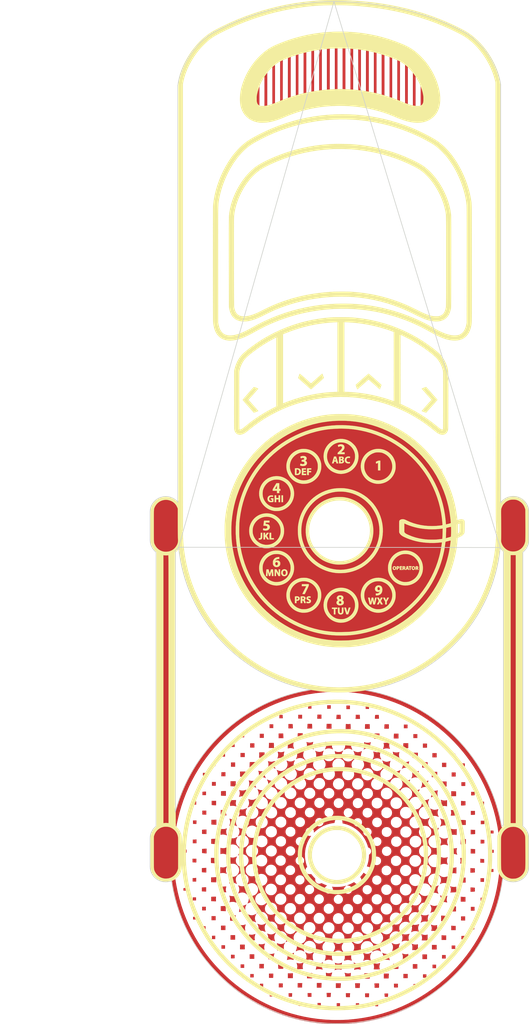
<source format=kicad_pcb>
(kicad_pcb (version 4) (host pcbnew 4.0.7)
  (layers (0 F.Cu signal) (31 B.Cu signal) (34 B.Paste user) (35 F.Paste user) (36 B.SilkS user) (37 F.SilkS user) (38 B.Mask user) (39 F.Mask user) (44 Edge.Cuts user))
  (net 0 "")
  (module LOGO (layer F.Cu) (at 0 0)
    (fp_text reference "G***" hide)
    (fp_text value "LOGO" hide)
  )
  (module LOGO (layer F.Cu) (at 0 0)
    (fp_text reference "G***" hide)
    (fp_text value "LOGO" hide)
  )
  (module LOGO (layer F.Cu) (at 0 0)
    (fp_text reference "G***" hide)
    (fp_text value "LOGO" hide)
  )
  (module LOGO (layer F.Cu) (at 0 0)
    (fp_text reference "G***" hide)
    (fp_text value "LOGO" hide)
    (fp_poly (pts (xy 46.708138 26.122106) (xy 47.715020 26.174656) (xy 48.722166 26.269057) (xy 49.392416 26.355203) (xy 50.376470 26.516696) (xy 51.350672 26.719011) (xy 52.313865 26.961543) (xy 53.264895 27.243682) (xy 54.202607 27.564822) (xy 55.125846 27.924355) (xy 56.033457 28.321675) (xy 56.924284 28.756173) (xy 57.797173 29.227243) (xy 58.650969 29.734277) (xy 59.484516 30.276668) (xy 60.296659 30.853808) (xy 61.086244 31.465090) (xy 61.852115 32.109906) (xy 62.593117 32.787650) (xy 63.308096 33.497714) (xy 63.637664 33.845500) (xy 64.318273 34.608692) (xy 64.963934 35.395581) (xy 65.574249 36.205401) (xy 66.148820 37.037386) (xy 66.687249 37.890769) (xy 67.189138 38.764786) (xy 67.654089 39.658671) (xy 68.081703 40.571658) (xy 68.471585 41.502981) (xy 68.823334 42.451874) (xy 69.136553 43.417573) (xy 69.410845 44.399310) (xy 69.645811 45.396321) (xy 69.649396 45.413083) (xy 69.666852 45.498576) (xy 69.688737 45.611616) (xy 69.714047 45.746483) (xy 69.741779 45.897455) (xy 69.770928 46.058810) (xy 69.800489 46.224828) (xy 69.829460 46.389788) (xy 69.856835 46.547967) (xy 69.881611 46.693644) (xy 69.902782 46.821100) (xy 69.919347 46.924611) (xy 69.930299 46.998457) (xy 69.934635 47.036917) (xy 69.934666 47.038454) (xy 69.945384 47.034986) (xy 69.973064 47.003712) (xy 70.000691 46.966717) (xy 70.174484 46.757573) (xy 70.376632 46.579033) (xy 70.603966 46.433445) (xy 70.853318 46.323158) (xy 70.882759 46.313012) (xy 71.143229 46.246754) (xy 71.407955 46.219282) (xy 71.671926 46.229569) (xy 71.930133 46.276592) (xy 72.177568 46.359323) (xy 72.409220 46.476738) (xy 72.620080 46.627810) (xy 72.680173 46.681065) (xy 72.850626 46.857924) (xy 72.986807 47.041914) (xy 73.095455 47.243776) (xy 73.183311 47.474249) (xy 73.188781 47.491491) (xy 73.247250 47.677916) (xy 73.247250 52.292250) (xy 73.198699 52.461583) (xy 73.103434 52.721808) (xy 72.974288 52.959821) (xy 72.813689 53.172675) (xy 72.624070 53.357420) (xy 72.407861 53.511110) (xy 72.273583 53.583722) (xy 72.139213 53.645137) (xy 72.019806 53.689790) (xy 71.902731 53.720635) (xy 71.775353 53.740625) (xy 71.625040 53.752711) (xy 71.532750 53.756886) (xy 71.402973 53.760637) (xy 71.303114 53.760256) (xy 71.220885 53.754892) (xy 71.143997 53.743692) (xy 71.060161 53.725804) (xy 71.050121 53.723423) (xy 70.787184 53.640075) (xy 70.544887 53.521199) (xy 70.326251 53.368544) (xy 70.152302 53.203823) (xy 70.026098 53.066093) (xy 70.000602 53.303588) (xy 69.979536 53.483618) (xy 69.951956 53.694624) (xy 69.919432 53.926031) (xy 69.883534 54.167262) (xy 69.845831 54.407738) (xy 69.807893 54.636883) (xy 69.774932 54.824206) (xy 69.572155 55.820396) (xy 69.329078 56.804421) (xy 69.046156 57.775234) (xy 68.723845 58.731785) (xy 68.362599 59.673026) (xy 67.962874 60.597909) (xy 67.525125 61.505385) (xy 67.049807 62.394405) (xy 66.537376 63.263921) (xy 65.988285 64.112884) (xy 65.402992 64.940246) (xy 65.356581 65.002833) (xy 64.735299 65.802864) (xy 64.083126 66.574833) (xy 63.401174 67.317861) (xy 62.690554 68.031070) (xy 61.952378 68.713581) (xy 61.187758 69.364516) (xy 60.397805 69.982995) (xy 59.583631 70.568140) (xy 58.746349 71.119073) (xy 57.887069 71.634914) (xy 57.006904 72.114787) (xy 56.106965 72.557810) (xy 55.393166 72.876726) (xy 54.468699 73.248778) (xy 53.529176 73.581588) (xy 52.576062 73.874891) (xy 51.610825 74.128420) (xy 50.634930 74.341909) (xy 49.649844 74.515092) (xy 48.657034 74.647703) (xy 47.657967 74.739476) (xy 46.654108 74.790144) (xy 45.646924 74.799443) (xy 44.905083 74.779732) (xy 44.622366 74.765194) (xy 44.309626 74.744292) (xy 43.978527 74.718029) (xy 43.640732 74.687410) (xy 43.307906 74.653438) (xy 42.991713 74.617117) (xy 42.936583 74.610297) (xy 41.946349 74.465182) (xy 40.966799 74.279501) (xy 39.998989 74.053911) (xy 39.043973 73.789069) (xy 38.102804 73.485632) (xy 37.176537 73.144258) (xy 36.266226 72.765603) (xy 35.372926 72.350325) (xy 34.497691 71.899081) (xy 33.641574 71.412527) (xy 32.805631 70.891322) (xy 31.990916 70.336121) (xy 31.198482 69.747584) (xy 30.429384 69.126365) (xy 29.684677 68.473123) (xy 28.965414 67.788515) (xy 28.272650 67.073198) (xy 27.607440 66.327829) (xy 26.970836 65.553065) (xy 26.363894 64.749563) (xy 25.791218 63.923333) (xy 25.245172 63.062443) (xy 24.737812 62.184386) (xy 24.269250 61.289435) (xy 23.839597 60.377865) (xy 23.448967 59.449948) (xy 23.097471 58.505961) (xy 22.785222 57.546175) (xy 22.512332 56.570866) (xy 22.278913 55.580307) (xy 22.184514 55.118000) (xy 22.157385 54.975645) (xy 22.129715 54.825454) (xy 22.102613 54.673973) (xy 22.077190 54.527745) (xy 22.054557 54.393318) (xy 22.035825 54.277234) (xy 22.022103 54.186041) (xy 22.014502 54.126281) (xy 22.013333 54.109122) (xy 22.027228 54.079362) (xy 22.072352 54.046865) (xy 22.145625 54.011386) (xy 22.235467 53.968752) (xy 22.336797 53.915582) (xy 22.415500 53.870572) (xy 22.482522 53.832737) (xy 22.535075 53.808016) (xy 22.563508 53.800831) (xy 22.565423 53.801853) (xy 22.573381 53.827864) (xy 22.584626 53.885918) (xy 22.597347 53.966033) (xy 22.604511 54.017333) (xy 22.616125 54.096846) (xy 22.633954 54.209029) (xy 22.656501 54.344925) (xy 22.682267 54.495580) (xy 22.709753 54.652038) (xy 22.724006 54.731490) (xy 22.921854 55.707266) (xy 23.160611 56.672669) (xy 23.439913 57.626733) (xy 23.759394 58.568487) (xy 24.118688 59.496965) (xy 24.517429 60.411199) (xy 24.955253 61.310220) (xy 25.431793 62.193061) (xy 25.743439 62.726729) (xy 25.831709 62.870486) (xy 25.939642 63.041328) (xy 26.062335 63.231867) (xy 26.194882 63.434716) (xy 26.332378 63.642485) (xy 26.469920 63.847786) (xy 26.602600 64.043231) (xy 26.725516 64.221431) (xy 26.833762 64.374998) (xy 26.882078 64.441916) (xy 27.213122 64.886007) (xy 27.542101 65.307351) (xy 27.875588 65.713586) (xy 28.220154 66.112350) (xy 28.582371 66.511281) (xy 28.968812 66.918016) (xy 29.314578 67.268921) (xy 29.631024 67.581827) (xy 29.928296 67.867953) (xy 30.213555 68.133666) (xy 30.493958 68.385334) (xy 30.776665 68.629323) (xy 31.068835 68.872001) (xy 31.377626 69.119736) (xy 31.529538 69.238950) (xy 32.320572 69.829305) (xy 33.134091 70.384560) (xy 33.968690 70.904213) (xy 34.822964 71.387759) (xy 35.695507 71.834696) (xy 36.584916 72.244520) (xy 37.489784 72.616729) (xy 38.408708 72.950818) (xy 39.340283 73.246285) (xy 40.283103 73.502625) (xy 41.235763 73.719337) (xy 42.196860 73.895917) (xy 43.164988 74.031861) (xy 44.138742 74.126666) (xy 45.116717 74.179829) (xy 45.339000 74.186042) (xy 45.667331 74.191176) (xy 46.010605 74.192059) (xy 46.359488 74.188887) (xy 46.704650 74.181856) (xy 47.036758 74.171164) (xy 47.346481 74.157007) (xy 47.624485 74.139582) (xy 47.656750 74.137168) (xy 48.667176 74.039371) (xy 49.664598 73.901349) (xy 50.648644 73.723241) (xy 51.618941 73.505188) (xy 52.575115 73.247330) (xy 53.516795 72.949808) (xy 54.443606 72.612763) (xy 55.355176 72.236334) (xy 56.251133 71.820661) (xy 57.131103 71.365886) (xy 57.994714 70.872149) (xy 58.841592 70.339590) (xy 59.671366 69.768349) (xy 60.102750 69.450960) (xy 60.759528 68.936076) (xy 61.411265 68.384444) (xy 62.052114 67.801639) (xy 62.676229 67.193237) (xy 63.277765 66.564815) (xy 63.850874 65.921950) (xy 64.055216 65.680748) (xy 64.678073 64.902334) (xy 65.265145 64.102030) (xy 65.816126 63.281039) (xy 66.330712 62.440561) (xy 66.808598 61.581798) (xy 67.249481 60.705951) (xy 67.653055 59.814221) (xy 68.019016 58.907811) (xy 68.347060 57.987920) (xy 68.636882 57.055750) (xy 68.888177 56.112503) (xy 69.100642 55.159380) (xy 69.273971 54.197583) (xy 69.407860 53.228312) (xy 69.502005 52.252768) (xy 69.556101 51.272154) (xy 69.569844 50.287671) (xy 69.542930 49.300519) (xy 69.475053 48.311900) (xy 69.365909 47.323016) (xy 69.215194 46.335068) (xy 69.106380 45.751750) (xy 68.894403 44.795933) (xy 68.641414 43.848533) (xy 68.348187 42.911187) (xy 68.015498 41.985530) (xy 67.644121 41.073197) (xy 67.234830 40.175825) (xy 66.788400 39.295049) (xy 66.305606 38.432506) (xy 65.787223 37.589830) (xy 65.234024 36.768657) (xy 64.646785 35.970625) (xy 64.218429 35.429770) (xy 63.568638 34.666542) (xy 62.889445 33.932983) (xy 62.181946 33.229919) (xy 61.447240 32.558179) (xy 60.686425 31.918589) (xy 59.900600 31.311977) (xy 59.090861 30.739169) (xy 58.258309 30.200993) (xy 57.404040 29.698276) (xy 56.529153 29.231845) (xy 55.634746 28.802528) (xy 55.118788 28.575662) (xy 54.201300 28.208231) (xy 53.268960 27.879924) (xy 52.323729 27.591236) (xy 51.367571 27.342662) (xy 50.402447 27.134696) (xy 49.430321 26.967833) (xy 48.453154 26.842569) (xy 48.111833 26.808784) (xy 47.887223 26.788842) (xy 47.682583 26.772158) (xy 47.490998 26.758460) (xy 47.305554 26.747478) (xy 47.119336 26.738942) (xy 46.925431 26.732580) (xy 46.716923 26.728123) (xy 46.486899 26.725299) (xy 46.228443 26.723839) (xy 45.934642 26.723471) (xy 45.931666 26.723472) (xy 45.650683 26.723912) (xy 45.405118 26.725231) (xy 45.188061 26.727705) (xy 44.992602 26.731610) (xy 44.811830 26.737224) (xy 44.638836 26.744822) (xy 44.466707 26.754679) (xy 44.288535 26.767073) (xy 44.097409 26.782280) (xy 43.886417 26.800576) (xy 43.793833 26.808919) (xy 42.811975 26.919282) (xy 41.837514 27.071049) (xy 40.871706 27.263738) (xy 39.915809 27.496867) (xy 38.971078 27.769954) (xy 38.038771 28.082518) (xy 37.120144 28.434075) (xy 36.216454 28.824146) (xy 35.328957 29.252246) (xy 34.458911 29.717896) (xy 33.607571 30.220612) (xy 32.776194 30.759913) (xy 31.966038 31.335317) (xy 31.940500 31.354304) (xy 31.147002 31.971180) (xy 30.383172 32.617809) (xy 29.649651 33.293179) (xy 28.947078 33.996281) (xy 28.276094 34.726104) (xy 27.637339 35.481638) (xy 27.031453 36.261872) (xy 26.459077 37.065798) (xy 25.920851 37.892403) (xy 25.417414 38.740678) (xy 24.949407 39.609612) (xy 24.517471 40.498196) (xy 24.122245 41.405418) (xy 23.764369 42.330269) (xy 23.444485 43.271738) (xy 23.163232 44.228816) (xy 22.921250 45.200491) (xy 22.796261 45.784685) (xy 22.769990 45.914046) (xy 22.746205 46.028617) (xy 22.726246 46.122162) (xy 22.711449 46.188442) (xy 22.703151 46.221221) (xy 22.702159 46.223562) (xy 22.681035 46.219450) (xy 22.650394 46.203208) (xy 22.640570 46.196395) (xy 22.632315 46.186948) (xy 22.625490 46.171395) (xy 22.619961 46.146264) (xy 22.615591 46.108085) (xy 22.612244 46.053385) (xy 22.609783 45.978693) (xy 22.608072 45.880538) (xy 22.606975 45.755448) (xy 22.606355 45.599951) (xy 22.606076 45.410576) (xy 22.606002 45.183852) (xy 22.606000 45.072519) (xy 22.606000 43.969556) (xy 22.691582 43.675319) (xy 22.991860 42.716601) (xy 23.330998 41.770614) (xy 23.707922 40.839624) (xy 24.121558 39.925901) (xy 24.570829 39.031710) (xy 25.054661 38.159320) (xy 25.571979 37.310999) (xy 26.048492 36.594239) (xy 26.637658 35.779107) (xy 27.259095 34.990046) (xy 27.911557 34.228057) (xy 28.593795 33.494144) (xy 29.304564 32.789308) (xy 30.042614 32.114552) (xy 30.806700 31.470879) (xy 31.595574 30.859291) (xy 32.407988 30.280790) (xy 33.242695 29.736378) (xy 34.098449 29.227059) (xy 34.974001 28.753835) (xy 35.868105 28.317707) (xy 36.779513 27.919679) (xy 36.906475 27.867839) (xy 37.847558 27.509525) (xy 38.800388 27.191671) (xy 39.763817 26.914416) (xy 40.736697 26.677900) (xy 41.717880 26.482262) (xy 42.706217 26.327640) (xy 43.700559 26.214175) (xy 44.699759 26.142005) (xy 45.702668 26.111269) (xy 46.708138 26.122106)) (layer F.Cu) (width 0.010000))
    (fp_poly (pts (xy 46.397333 72.199500) (xy 46.212125 72.199789) (xy 46.121968 72.201348) (xy 46.043397 72.205248) (xy 45.989563 72.210751) (xy 45.979291 72.212841) (xy 45.958590 72.217020) (xy 45.944971 72.211681) (xy 45.936952 72.189896) (xy 45.933049 72.144735) (xy 45.931781 72.069271) (xy 45.931666 71.990302) (xy 45.931666 71.755000) (xy 46.397333 71.755000) (xy 46.397333 72.199500)) (layer F.Cu) (width 0.010000))
    (fp_poly (pts (xy 51.915596 71.986125) (xy 51.921016 72.023512) (xy 51.921833 72.082680) (xy 51.921833 72.199500) (xy 51.516984 72.199500) (xy 51.523617 72.131931) (xy 51.525633 72.107226) (xy 51.529942 72.088693) (xy 51.542364 72.073772) (xy 51.568723 72.059903) (xy 51.614841 72.044528) (xy 51.686541 72.025087) (xy 51.789645 71.999020) (xy 51.874208 71.977828) (xy 51.901386 71.973964) (xy 51.915596 71.986125)) (layer F.Cu) (width 0.010000))
    (fp_poly (pts (xy 40.481956 72.090380) (xy 40.554527 72.109417) (xy 40.618833 72.127106) (xy 40.714083 72.153381) (xy 40.560625 72.155273) (xy 40.481185 72.155238) (xy 40.435111 72.151101) (xy 40.413470 72.140485) (xy 40.407327 72.121013) (xy 40.407166 72.114430) (xy 40.408180 72.094265) (xy 40.416103 72.083243) (xy 40.438255 72.081802) (xy 40.481956 72.090380)) (layer F.Cu) (width 0.010000))
    (fp_poly (pts (xy 43.624500 71.901917) (xy 43.622640 71.981558) (xy 43.617705 72.043041) (xy 43.610659 72.075659) (xy 43.608625 72.078079) (xy 43.582104 72.078913) (xy 43.523469 72.074653) (xy 43.442521 72.066136) (xy 43.383523 72.058837) (xy 43.294815 72.046759) (xy 43.223641 72.036132) (xy 43.179211 72.028384) (xy 43.169020 72.025550) (xy 43.165174 72.003056) (xy 43.160148 71.949786) (xy 43.155026 71.877241) (xy 43.154994 71.876708) (xy 43.146243 71.733833) (xy 43.624500 71.733833) (xy 43.624500 71.901917)) (layer F.Cu) (width 0.010000))
    (fp_poly (pts (xy 49.166034 71.876626) (xy 49.159583 71.977087) (xy 48.990250 72.002036) (xy 48.875860 72.018784) (xy 48.796912 72.027941) (xy 48.746851 72.027239) (xy 48.719122 72.014409) (xy 48.707168 71.987183) (xy 48.704436 71.943294) (xy 48.704500 71.903166) (xy 48.704500 71.776166) (xy 49.172486 71.776166) (xy 49.166034 71.876626)) (layer F.Cu) (width 0.010000))
    (fp_poly (pts (xy 47.850265 70.445771) (xy 47.843085 70.538079) (xy 47.838157 70.646606) (xy 47.836666 70.731521) (xy 47.836666 70.887166) (xy 47.560835 70.887166) (xy 47.437940 70.885912) (xy 47.352855 70.881872) (xy 47.301121 70.874632) (xy 47.278283 70.863777) (xy 47.276644 70.860708) (xy 47.272701 70.830231) (xy 47.268112 70.766668) (xy 47.263439 70.679248) (xy 47.259248 70.577200) (xy 47.259169 70.574958) (xy 47.250055 70.315666) (xy 47.863863 70.315666) (xy 47.850265 70.445771)) (layer F.Cu) (width 0.010000))
    (fp_poly (pts (xy 50.609373 70.437375) (xy 50.607585 70.508421) (xy 50.602988 70.602655) (xy 50.596527 70.701101) (xy 50.595652 70.712541) (xy 50.582058 70.887166) (xy 50.324140 70.887166) (xy 50.223616 70.886069) (xy 50.138990 70.883080) (xy 50.078982 70.878652) (xy 50.052312 70.873235) (xy 50.052111 70.873055) (xy 50.046702 70.847593) (xy 50.042251 70.788460) (xy 50.039204 70.704318) (xy 50.038003 70.603825) (xy 50.038000 70.597888) (xy 50.038000 70.336833) (xy 50.609500 70.336833) (xy 50.609373 70.437375)) (layer F.Cu) (width 0.010000))
    (fp_poly (pts (xy 45.076010 70.447958) (xy 45.067824 70.550032) (xy 45.058885 70.654359) (xy 45.051036 70.739475) (xy 45.050562 70.744291) (xy 45.038510 70.866000) (xy 44.492333 70.866000) (xy 44.492206 70.744291) (xy 44.490366 70.661464) (xy 44.485642 70.557895) (xy 44.479026 70.454998) (xy 44.478485 70.447958) (xy 44.464892 70.273333) (xy 45.089406 70.273333) (xy 45.076010 70.447958)) (layer F.Cu) (width 0.010000))
    (fp_poly (pts (xy 42.269833 70.844833) (xy 41.746697 70.844833) (xy 41.733098 70.714728) (xy 41.725642 70.619483) (xy 41.720703 70.510564) (xy 41.719500 70.439561) (xy 41.719500 70.294500) (xy 42.269833 70.294500) (xy 42.269833 70.844833)) (layer F.Cu) (width 0.010000))
    (fp_poly (pts (xy 53.361166 70.439473) (xy 53.359332 70.501782) (xy 53.354515 70.587962) (xy 53.347742 70.679740) (xy 53.347477 70.682889) (xy 53.333788 70.844833) (xy 52.880454 70.844833) (xy 52.866961 70.701958) (xy 52.859675 70.609150) (xy 52.854714 70.516091) (xy 52.853317 70.458541) (xy 52.853166 70.358000) (xy 53.361166 70.358000) (xy 53.361166 70.439473)) (layer F.Cu) (width 0.010000))
    (fp_poly (pts (xy 39.475706 70.395041) (xy 39.473968 70.454652) (xy 39.469491 70.539697) (xy 39.463177 70.633433) (xy 39.461985 70.649041) (xy 39.448392 70.823666) (xy 38.994896 70.823666) (xy 38.981548 70.712541) (xy 38.974255 70.628898) (xy 38.969330 70.528699) (xy 38.968017 70.458541) (xy 38.967833 70.315666) (xy 39.475833 70.315666) (xy 39.475706 70.395041)) (layer F.Cu) (width 0.010000))
    (fp_poly (pts (xy 36.291379 70.578469) (xy 36.348448 70.601550) (xy 36.419257 70.633915) (xy 36.493738 70.670573) (xy 36.561823 70.706532) (xy 36.613446 70.736798) (xy 36.638539 70.756379) (xy 36.639500 70.758799) (xy 36.618944 70.770318) (xy 36.559420 70.777911) (xy 36.464142 70.781217) (xy 36.438416 70.781333) (xy 36.237333 70.781333) (xy 36.237333 70.675500) (xy 36.241071 70.615127) (xy 36.250630 70.576807) (xy 36.258116 70.569666) (xy 36.291379 70.578469)) (layer F.Cu) (width 0.010000))
    (fp_poly (pts (xy 46.513562 69.103875) (xy 46.507294 69.211966) (xy 46.500294 69.317424) (xy 46.493615 69.404992) (xy 46.490204 69.442541) (xy 46.478953 69.553666) (xy 45.804666 69.553666) (xy 45.804666 68.876333) (xy 46.525669 68.876333) (xy 46.513562 69.103875)) (layer F.Cu) (width 0.010000))
    (fp_poly (pts (xy 48.937744 68.876317) (xy 49.287405 68.876333) (xy 49.281438 69.040375) (xy 49.276706 69.148002) (xy 49.270099 69.270773) (xy 49.263252 69.379041) (xy 49.251033 69.553666) (xy 48.619833 69.553666) (xy 48.618057 69.453125) (xy 48.616035 69.389644) (xy 48.611981 69.297801) (xy 48.606546 69.191485) (xy 48.602182 69.114442) (xy 48.588083 68.876302) (xy 48.937744 68.876317)) (layer F.Cu) (width 0.010000))
    (fp_poly (pts (xy 52.044107 69.209708) (xy 52.038250 69.521916) (xy 51.726041 69.527774) (xy 51.413833 69.533631) (xy 51.413706 69.390190) (xy 51.411808 69.294881) (xy 51.406947 69.181579) (xy 51.400164 69.074435) (xy 51.399985 69.072125) (xy 51.386392 68.897500) (xy 52.049965 68.897500) (xy 52.044107 69.209708)) (layer F.Cu) (width 0.010000))
    (fp_poly (pts (xy 43.730333 68.947123) (xy 43.728984 69.017803) (xy 43.725359 69.115206) (xy 43.720090 69.223827) (xy 43.716533 69.285790) (xy 43.702733 69.511333) (xy 43.053000 69.511333) (xy 43.053000 68.834000) (xy 43.730333 68.834000) (xy 43.730333 68.947123)) (layer F.Cu) (width 0.010000))
    (fp_poly (pts (xy 40.928855 69.017110) (xy 40.921661 69.125587) (xy 40.916703 69.245028) (xy 40.915166 69.334610) (xy 40.915166 69.490166) (xy 40.280166 69.490166) (xy 40.280166 68.855166) (xy 40.942545 68.855166) (xy 40.928855 69.017110)) (layer F.Cu) (width 0.010000))
    (fp_poly (pts (xy 54.779333 69.490166) (xy 54.235339 69.490166) (xy 54.221586 69.296414) (xy 54.215311 69.198998) (xy 54.210538 69.107704) (xy 54.208032 69.037871) (xy 54.207833 69.021248) (xy 54.207833 68.939833) (xy 54.779333 68.939833) (xy 54.779333 69.490166)) (layer F.Cu) (width 0.010000))
    (fp_poly (pts (xy 38.121166 69.469000) (xy 37.549666 69.469000) (xy 37.549666 68.897500) (xy 38.121166 68.897500) (xy 38.121166 69.469000)) (layer F.Cu) (width 0.010000))
    (fp_poly (pts (xy 35.284833 69.172666) (xy 35.283492 69.281359) (xy 35.279090 69.352728) (xy 35.271062 69.391710) (xy 35.258841 69.403240) (xy 35.258375 69.403211) (xy 35.230271 69.392152) (xy 35.174325 69.363920) (xy 35.099072 69.322990) (xy 35.026206 69.281503) (xy 34.820496 69.162083) (xy 34.819166 68.939833) (xy 35.284833 68.939833) (xy 35.284833 69.172666)) (layer F.Cu) (width 0.010000))
    (fp_poly (pts (xy 57.278479 68.984372) (xy 57.331223 68.990218) (xy 57.353051 68.998544) (xy 57.352775 69.000595) (xy 57.329008 69.020950) (xy 57.280010 69.053926) (xy 57.217507 69.092540) (xy 57.153226 69.129807) (xy 57.098894 69.158746) (xy 57.066239 69.172373) (xy 57.063816 69.172666) (xy 57.052096 69.153745) (xy 57.045067 69.105872) (xy 57.044166 69.077416) (xy 57.044166 68.982166) (xy 57.204165 68.982166) (xy 57.278479 68.984372)) (layer F.Cu) (width 0.010000))
    (fp_poly (pts (xy 50.694166 68.199000) (xy 50.334333 68.199000) (xy 50.197982 68.197816) (xy 50.090637 68.194415) (xy 50.016171 68.189019) (xy 49.978455 68.181852) (xy 49.974500 68.178236) (xy 49.974731 68.170436) (xy 49.978999 68.163729) (xy 49.992659 68.156616) (xy 50.021069 68.147594) (xy 50.069587 68.135163) (xy 50.143570 68.117822) (xy 50.248376 68.094069) (xy 50.381958 68.064065) (xy 50.694166 67.993964) (xy 50.694166 68.199000)) (layer F.Cu) (width 0.010000))
    (fp_poly (pts (xy 53.455378 67.759791) (xy 53.450139 67.871040) (xy 53.444325 67.972786) (xy 53.438607 68.054495) (xy 53.433654 68.105630) (xy 53.433169 68.109041) (xy 53.422748 68.177833) (xy 52.747333 68.177833) (xy 52.747333 67.479333) (xy 53.467166 67.479333) (xy 53.455378 67.759791)) (layer F.Cu) (width 0.010000))
    (fp_poly (pts (xy 41.947041 67.946014) (xy 42.060898 67.974568) (xy 42.164316 68.000378) (xy 42.248389 68.021230) (xy 42.304210 68.034910) (xy 42.317458 68.038071) (xy 42.361985 68.058758) (xy 42.375592 68.099293) (xy 42.375666 68.104153) (xy 42.375666 68.156666) (xy 41.634833 68.156666) (xy 41.634833 67.867524) (xy 41.947041 67.946014)) (layer F.Cu) (width 0.010000))
    (fp_poly (pts (xy 39.581666 68.135500) (xy 38.862000 68.135500) (xy 38.862000 67.442679) (xy 39.131875 67.445131) (xy 39.243960 67.444808) (xy 39.349254 67.442112) (xy 39.435882 67.437496) (xy 39.491708 67.431458) (xy 39.581666 67.415333) (xy 39.581666 68.135500)) (layer F.Cu) (width 0.010000))
    (fp_poly (pts (xy 56.197500 68.135500) (xy 55.583666 68.135500) (xy 55.583666 67.521666) (xy 56.197500 67.521666) (xy 56.197500 68.135500)) (layer F.Cu) (width 0.010000))
    (fp_poly (pts (xy 36.745100 67.706875) (xy 36.743773 67.810194) (xy 36.740382 67.906167) (xy 36.735501 67.981637) (xy 36.731747 68.013791) (xy 36.718627 68.093166) (xy 36.131500 68.093166) (xy 36.131500 67.479333) (xy 36.745333 67.479333) (xy 36.745100 67.706875)) (layer F.Cu) (width 0.010000))
    (fp_poly (pts (xy 58.906833 67.964012) (xy 58.836043 68.018006) (xy 58.794999 68.045529) (xy 58.752718 68.061795) (xy 58.696354 68.069654) (xy 58.613059 68.071955) (xy 58.592627 68.072000) (xy 58.420000 68.072000) (xy 58.420000 67.585166) (xy 58.906833 67.585166) (xy 58.906833 67.964012)) (layer F.Cu) (width 0.010000))
    (fp_poly (pts (xy 33.909000 68.029666) (xy 33.422166 68.029666) (xy 33.422166 67.542833) (xy 33.909000 67.542833) (xy 33.909000 68.029666)) (layer F.Cu) (width 0.010000))
    (fp_poly (pts (xy 47.080561 67.358411) (xy 47.090701 67.362092) (xy 47.267535 67.416606) (xy 47.448206 67.447959) (xy 47.622213 67.455388) (xy 47.779051 67.438131) (xy 47.854926 67.417587) (xy 47.968436 67.378390) (xy 47.953268 67.624653) (xy 47.947066 67.721455) (xy 47.941514 67.801010) (xy 47.937234 67.854870) (xy 47.934897 67.874555) (xy 47.913129 67.878155) (xy 47.857872 67.883743) (xy 47.777889 67.890667) (xy 47.681943 67.898277) (xy 47.578797 67.905921) (xy 47.477213 67.912949) (xy 47.385955 67.918709) (xy 47.313784 67.922552) (xy 47.271518 67.923833) (xy 47.180500 67.923833) (xy 47.180248 67.823291) (xy 47.167724 67.697028) (xy 47.133416 67.554614) (xy 47.088331 67.429504) (xy 47.068043 67.378856) (xy 47.065350 67.358081) (xy 47.080561 67.358411)) (layer F.Cu) (width 0.010000))
    (fp_poly (pts (xy 45.263195 67.336645) (xy 45.249083 67.389250) (xy 45.226656 67.463711) (xy 45.211399 67.511609) (xy 45.182012 67.609012) (xy 45.156988 67.704318) (xy 45.140409 67.781532) (xy 45.137256 67.802125) (xy 45.125468 67.865851) (xy 45.108214 67.895444) (xy 45.088994 67.900138) (xy 45.056274 67.897316) (xy 44.989638 67.891202) (xy 44.897313 67.882563) (xy 44.787520 67.872166) (xy 44.725166 67.866216) (xy 44.612506 67.855203) (xy 44.515928 67.845323) (xy 44.442722 67.837355) (xy 44.400173 67.832080) (xy 44.392419 67.830566) (xy 44.388080 67.808025) (xy 44.383205 67.754371) (xy 44.378273 67.679849) (xy 44.373763 67.594707) (xy 44.370153 67.509191) (xy 44.367923 67.433546) (xy 44.367550 67.378019) (xy 44.369515 67.352856) (xy 44.370073 67.352333) (xy 44.395239 67.358763) (xy 44.444656 67.374832) (xy 44.463640 67.381428) (xy 44.632700 67.420112) (xy 44.816964 67.424714) (xy 45.007135 67.395671) (xy 45.156543 67.348792) (xy 45.215653 67.327296) (xy 45.256066 67.315593) (xy 45.266430 67.315041) (xy 45.263195 67.336645)) (layer F.Cu) (width 0.010000))
    (fp_poly (pts (xy 50.350715 67.437683) (xy 50.440971 67.439565) (xy 50.506316 67.442392) (xy 50.539689 67.445912) (xy 50.542332 67.447722) (xy 50.519012 67.456033) (xy 50.463598 67.471150) (xy 50.385364 67.490892) (xy 50.293585 67.513081) (xy 50.197536 67.535535) (xy 50.106491 67.556075) (xy 50.029725 67.572522) (xy 49.976513 67.582694) (xy 49.958625 67.584915) (xy 49.939622 67.565839) (xy 49.932180 67.513912) (xy 49.932166 67.511083) (xy 49.932166 67.437000) (xy 50.242611 67.437000) (xy 50.350715 67.437683)) (layer F.Cu) (width 0.010000))
    (fp_poly (pts (xy 42.356863 67.396056) (xy 42.397995 67.401809) (xy 42.413886 67.414301) (xy 42.414017 67.431465) (xy 42.401041 67.458526) (xy 42.370408 67.469603) (xy 42.314120 67.465656) (xy 42.243375 67.451916) (xy 42.185128 67.435884) (xy 42.148836 67.419583) (xy 42.142833 67.412285) (xy 42.162150 67.403357) (xy 42.212737 67.397018) (xy 42.281968 67.394666) (xy 42.356863 67.396056)) (layer F.Cu) (width 0.010000))
    (fp_poly (pts (xy 46.155373 66.762338) (xy 46.605578 66.766540) (xy 46.619237 66.839349) (xy 46.625639 66.890720) (xy 46.623411 66.921108) (xy 46.622319 66.922736) (xy 46.598239 66.922121) (xy 46.547113 66.909487) (xy 46.499246 66.894114) (xy 46.420076 66.872743) (xy 46.326015 66.860456) (xy 46.205232 66.855903) (xy 46.164500 66.855832) (xy 46.056879 66.857652) (xy 45.976519 66.863807) (xy 45.908382 66.876895) (xy 45.837430 66.899516) (xy 45.777049 66.922809) (xy 45.703184 66.951092) (xy 45.647984 66.969817) (xy 45.619991 66.976192) (xy 45.618299 66.974711) (xy 45.629250 66.948334) (xy 45.650150 66.896479) (xy 45.664959 66.859343) (xy 45.705169 66.758135) (xy 46.155373 66.762338)) (layer F.Cu) (width 0.010000))
    (fp_poly (pts (xy 49.341319 66.538929) (xy 49.350799 66.593439) (xy 49.362508 66.670597) (xy 49.368781 66.715277) (xy 49.380699 66.816652) (xy 49.383230 66.879407) (xy 49.376428 66.906188) (xy 49.372601 66.907604) (xy 49.340729 66.901593) (xy 49.283920 66.886477) (xy 49.244250 66.874674) (xy 49.087339 66.844595) (xy 48.910866 66.842246) (xy 48.726374 66.866641) (xy 48.545408 66.916795) (xy 48.487541 66.939203) (xy 48.457623 66.944157) (xy 48.451243 66.936556) (xy 48.456960 66.908217) (xy 48.471208 66.851580) (xy 48.490372 66.780833) (xy 48.512036 66.707490) (xy 48.530992 66.664874) (xy 48.555289 66.642768) (xy 48.592975 66.630955) (xy 48.611337 66.627261) (xy 48.681104 66.614565) (xy 48.772349 66.599114) (xy 48.877013 66.582138) (xy 48.987038 66.564866) (xy 49.094366 66.548529) (xy 49.190937 66.534355) (xy 49.268695 66.523574) (xy 49.319579 66.517416) (xy 49.335679 66.516732) (xy 49.341319 66.538929)) (layer F.Cu) (width 0.010000))
    (fp_poly (pts (xy 43.046634 66.425055) (xy 43.108532 66.435954) (xy 43.196258 66.452330) (xy 43.301976 66.472737) (xy 43.359916 66.484154) (xy 43.474178 66.506244) (xy 43.576802 66.525007) (xy 43.659190 66.538952) (xy 43.712743 66.546588) (xy 43.725495 66.547573) (xy 43.773334 66.566971) (xy 43.791860 66.595625) (xy 43.814328 66.660170) (xy 43.836737 66.734195) (xy 43.856032 66.806093) (xy 43.869156 66.864257) (xy 43.873052 66.897079) (xy 43.872055 66.900167) (xy 43.848736 66.898574) (xy 43.796972 66.885012) (xy 43.727938 66.862412) (xy 43.727512 66.862261) (xy 43.600580 66.830247) (xy 43.454115 66.813746) (xy 43.302498 66.812780) (xy 43.160111 66.827370) (xy 43.041334 66.857538) (xy 43.031833 66.861203) (xy 42.963084 66.888695) (xy 42.924941 66.902434) (xy 42.908487 66.903840) (xy 42.904807 66.894332) (xy 42.905062 66.881375) (xy 42.911024 66.846472) (xy 42.925863 66.788370) (xy 42.934926 66.757276) (xy 42.955288 66.676598) (xy 42.973256 66.582907) (xy 42.979470 66.540317) (xy 42.991470 66.475174) (xy 43.006891 66.432037) (xy 43.018397 66.421081) (xy 43.046634 66.425055)) (layer F.Cu) (width 0.010000))
    (fp_poly (pts (xy 52.199335 65.973807) (xy 52.189059 66.022978) (xy 52.169339 66.093471) (xy 52.161259 66.119375) (xy 52.110162 66.329843) (xy 52.095599 66.525536) (xy 52.117769 66.703590) (xy 52.120298 66.713751) (xy 52.137868 66.783514) (xy 52.150257 66.835101) (xy 52.154666 66.856626) (xy 52.134543 66.859291) (xy 52.078345 66.861637) (xy 51.992332 66.863534) (xy 51.882763 66.864854) (xy 51.755896 66.865470) (xy 51.720750 66.865500) (xy 51.567328 66.864905) (xy 51.452007 66.862950) (xy 51.370564 66.859375) (xy 51.318781 66.853921) (xy 51.292437 66.846331) (xy 51.286833 66.838901) (xy 51.292468 66.801785) (xy 51.306256 66.746057) (xy 51.308468 66.738360) (xy 51.328787 66.621806) (xy 51.332068 66.481763) (xy 51.319482 66.332957) (xy 51.292203 66.190115) (xy 51.255925 66.078506) (xy 51.259428 66.045705) (xy 51.297859 66.024579) (xy 51.365186 66.016099) (xy 51.455381 66.021240) (xy 51.531601 66.034028) (xy 51.730741 66.054359) (xy 51.932021 66.032867) (xy 52.060451 65.997310) (xy 52.127478 65.975070) (xy 52.177908 65.959852) (xy 52.198065 65.955333) (xy 52.199335 65.973807)) (layer F.Cu) (width 0.010000))
    (fp_poly (pts (xy 41.115444 65.919808) (xy 41.098401 65.968790) (xy 41.074015 66.031580) (xy 41.010926 66.238753) (xy 40.989148 66.447777) (xy 41.008481 66.662401) (xy 41.034191 66.775541) (xy 41.047104 66.823166) (xy 40.610718 66.823166) (xy 40.479980 66.822739) (xy 40.364890 66.821544) (xy 40.271689 66.819716) (xy 40.206619 66.817386) (xy 40.175920 66.814687) (xy 40.174333 66.813896) (xy 40.178824 66.790184) (xy 40.190630 66.736621) (xy 40.207249 66.664534) (xy 40.208211 66.660438) (xy 40.231680 66.474208) (xy 40.216107 66.278739) (xy 40.165161 66.082318) (xy 40.113543 65.929749) (xy 40.159813 65.939992) (xy 40.204944 65.950999) (xy 40.273823 65.968878) (xy 40.332238 65.984534) (xy 40.526938 66.017076) (xy 40.723762 66.008663) (xy 40.926226 65.959128) (xy 40.935469 65.955949) (xy 41.015198 65.928958) (xy 41.077955 65.909144) (xy 41.114474 65.899365) (xy 41.119939 65.899050) (xy 41.115444 65.919808)) (layer F.Cu) (width 0.010000))
    (fp_poly (pts (xy 54.860901 66.432012) (xy 54.862999 66.455407) (xy 54.861485 66.510722) (xy 54.856728 66.587732) (xy 54.854098 66.621137) (xy 54.839033 66.802000) (xy 54.465224 66.801734) (xy 54.091416 66.801469) (xy 54.472027 66.612609) (xy 54.588006 66.555647) (xy 54.690560 66.506395) (xy 54.773884 66.467550) (xy 54.832173 66.441808) (xy 54.859622 66.431866) (xy 54.860901 66.432012)) (layer F.Cu) (width 0.010000))
    (fp_poly (pts (xy 37.479317 66.155504) (xy 37.528007 66.181368) (xy 37.595884 66.218698) (xy 37.629775 66.237660) (xy 37.725021 66.290380) (xy 37.838422 66.351916) (xy 37.950487 66.411723) (xy 37.988875 66.431911) (xy 38.184666 66.534334) (xy 38.184666 66.780833) (xy 37.488760 66.780833) (xy 37.477603 66.690875) (xy 37.472121 66.632595) (xy 37.466903 66.552794) (xy 37.462277 66.460839) (xy 37.458568 66.366097) (xy 37.456102 66.277936) (xy 37.455206 66.205724) (xy 37.456205 66.158828) (xy 37.458624 66.145833) (xy 37.479317 66.155504)) (layer F.Cu) (width 0.010000))
    (fp_poly (pts (xy 57.594500 66.759666) (xy 56.938333 66.759666) (xy 56.938333 66.103500) (xy 57.594500 66.103500) (xy 57.594500 66.759666)) (layer F.Cu) (width 0.010000))
    (fp_poly (pts (xy 35.383098 66.212438) (xy 35.376593 66.297660) (xy 35.371783 66.404465) (xy 35.369557 66.512112) (xy 35.369500 66.529938) (xy 35.369500 66.717333) (xy 34.734500 66.717333) (xy 34.734500 66.082333) (xy 35.396697 66.082333) (xy 35.383098 66.212438)) (layer F.Cu) (width 0.010000))
    (fp_poly (pts (xy 60.303833 66.696166) (xy 59.795833 66.696166) (xy 59.795833 66.188166) (xy 60.303833 66.188166) (xy 60.303833 66.696166)) (layer F.Cu) (width 0.010000))
    (fp_poly (pts (xy 32.533166 66.653833) (xy 32.025166 66.653833) (xy 32.025166 66.145833) (xy 32.533166 66.145833) (xy 32.533166 66.653833)) (layer F.Cu) (width 0.010000))
    (fp_poly (pts (xy 46.698293 65.910353) (xy 46.687336 65.959397) (xy 46.667931 66.029191) (xy 46.663079 66.045291) (xy 46.616235 66.198750) (xy 46.190801 66.204475) (xy 46.037150 66.205894) (xy 45.921322 66.205326) (xy 45.838847 66.202556) (xy 45.785253 66.197370) (xy 45.756066 66.189555) (xy 45.748275 66.183308) (xy 45.734169 66.155147) (xy 45.710822 66.103342) (xy 45.683769 66.040849) (xy 45.658547 65.980621) (xy 45.640692 65.935614) (xy 45.635431 65.919240) (xy 45.653494 65.923984) (xy 45.701238 65.940523) (xy 45.768840 65.965433) (xy 45.778208 65.968969) (xy 45.975633 66.022538) (xy 46.176901 66.037220) (xy 46.374836 66.013232) (xy 46.562264 65.950793) (xy 46.575534 65.944644) (xy 46.637432 65.916214) (xy 46.682622 65.897041) (xy 46.698545 65.891833) (xy 46.698293 65.910353)) (layer F.Cu) (width 0.010000))
    (fp_poly (pts (xy 54.324250 66.063079) (xy 54.229000 66.114083) (xy 54.162186 66.148546) (xy 54.124136 66.162107) (xy 54.106801 66.154765) (xy 54.102133 66.126520) (xy 54.102000 66.114083) (xy 54.105152 66.083280) (xy 54.121670 66.067692) (xy 54.162141 66.062369) (xy 54.213125 66.062123) (xy 54.324250 66.063079)) (layer F.Cu) (width 0.010000))
    (fp_poly (pts (xy 48.432788 65.898558) (xy 48.478449 65.921970) (xy 48.548177 65.951838) (xy 48.617248 65.978155) (xy 48.686029 66.004996) (xy 48.718009 66.024973) (xy 48.711871 66.040415) (xy 48.666294 66.053653) (xy 48.579961 66.067016) (xy 48.565920 66.068853) (xy 48.459090 66.082651) (xy 48.411493 65.984683) (xy 48.381752 65.917119) (xy 48.375510 65.882452) (xy 48.393451 65.877922) (xy 48.432788 65.898558)) (layer F.Cu) (width 0.010000))
    (fp_poly (pts (xy 43.959351 65.840036) (xy 43.954486 65.859334) (xy 43.936472 65.901121) (xy 43.912389 65.950908) (xy 43.889320 65.994205) (xy 43.874347 66.016524) (xy 43.872778 66.017162) (xy 43.851625 66.009966) (xy 43.846750 66.008312) (xy 43.813617 66.000422) (xy 43.757651 65.989754) (xy 43.741126 65.986904) (xy 43.656669 65.972674) (xy 43.804626 65.903675) (xy 43.875452 65.871666) (xy 43.929726 65.849060) (xy 43.957700 65.839865) (xy 43.959351 65.840036)) (layer F.Cu) (width 0.010000))
    (fp_poly (pts (xy 50.959669 64.448739) (xy 50.934626 64.496618) (xy 50.907597 64.545173) (xy 50.816661 64.741274) (xy 50.767663 64.938103) (xy 50.760261 65.138564) (xy 50.794116 65.345566) (xy 50.808061 65.395602) (xy 50.830243 65.474690) (xy 50.845121 65.537841) (xy 50.850317 65.574537) (xy 50.849543 65.578980) (xy 50.826721 65.580393) (xy 50.777515 65.567803) (xy 50.735176 65.552644) (xy 50.533199 65.494667) (xy 50.328874 65.477754) (xy 50.126744 65.501778) (xy 49.931352 65.566610) (xy 49.911161 65.575898) (xy 49.844863 65.606853) (xy 49.795695 65.629060) (xy 49.774052 65.637826) (xy 49.773948 65.637833) (xy 49.777529 65.619396) (xy 49.792432 65.570141) (xy 49.815839 65.499154) (xy 49.827416 65.465373) (xy 49.885548 65.249620) (xy 49.904821 65.049439) (xy 49.885203 64.863536) (xy 49.826666 64.690620) (xy 49.808612 64.654288) (xy 49.776937 64.593957) (xy 49.753920 64.549748) (xy 49.746252 64.534686) (xy 49.755665 64.518686) (xy 49.792578 64.509485) (xy 49.842588 64.507881) (xy 49.891288 64.514670) (xy 49.917480 64.525218) (xy 50.020769 64.572648) (xy 50.153505 64.604455) (xy 50.305042 64.618604) (xy 50.401553 64.617725) (xy 50.492968 64.611854) (xy 50.563123 64.601649) (xy 50.627207 64.582858) (xy 50.700410 64.551232) (xy 50.779342 64.512002) (xy 50.858650 64.472606) (xy 50.921722 64.443154) (xy 50.960662 64.427221) (xy 50.969333 64.426011) (xy 50.959669 64.448739)) (layer F.Cu) (width 0.010000))
    (fp_poly (pts (xy 44.435755 64.778296) (xy 44.511020 64.786579) (xy 44.613605 64.798310) (xy 44.728815 64.811792) (xy 44.820416 64.822725) (xy 44.927287 64.834927) (xy 45.025735 64.844945) (xy 45.104217 64.851677) (xy 45.148500 64.854019) (xy 45.222583 64.854692) (xy 45.225199 65.061054) (xy 45.230824 65.191459) (xy 45.246021 65.300473) (xy 45.273898 65.408541) (xy 45.281810 65.433509) (xy 45.307304 65.510676) (xy 45.319978 65.559088) (xy 45.314420 65.581872) (xy 45.285216 65.582155) (xy 45.226953 65.563062) (xy 45.134219 65.527722) (xy 45.124849 65.524173) (xy 44.925726 65.470236) (xy 44.725920 65.457516) (xy 44.529527 65.485819) (xy 44.340644 65.554951) (xy 44.326326 65.562064) (xy 44.255282 65.596992) (xy 44.215127 65.612607) (xy 44.199562 65.609828) (xy 44.202289 65.589575) (xy 44.205969 65.579625) (xy 44.275013 65.378750) (xy 44.319732 65.193099) (xy 44.339243 65.027953) (xy 44.332664 64.888591) (xy 44.326565 64.857202) (xy 44.305094 64.764488) (xy 44.435755 64.778296)) (layer F.Cu) (width 0.010000))
    (fp_poly (pts (xy 47.989105 64.844297) (xy 48.008704 64.865777) (xy 48.014794 64.902534) (xy 48.013137 64.957383) (xy 48.009748 65.025540) (xy 48.008828 65.139126) (xy 48.017119 65.234567) (xy 48.037334 65.333620) (xy 48.057373 65.407533) (xy 48.081043 65.490700) (xy 48.099516 65.556841) (xy 48.110206 65.596636) (xy 48.111833 65.603880) (xy 48.092720 65.601433) (xy 48.040730 65.589940) (xy 47.963887 65.571276) (xy 47.873708 65.548229) (xy 47.743024 65.517969) (xy 47.626433 65.501215) (xy 47.514236 65.498649) (xy 47.396737 65.510952) (xy 47.264236 65.538804) (xy 47.107037 65.582888) (xy 47.027300 65.607680) (xy 46.995879 65.611912) (xy 46.993590 65.589374) (xy 46.995633 65.582034) (xy 47.009206 65.541927) (xy 47.032531 65.477536) (xy 47.055729 65.415583) (xy 47.083068 65.329300) (xy 47.098562 65.238849) (xy 47.104792 65.127472) (xy 47.105205 65.094182) (xy 47.106416 64.899780) (xy 47.254583 64.887984) (xy 47.337537 64.881307) (xy 47.447054 64.872390) (xy 47.567509 64.862511) (xy 47.660392 64.854843) (xy 47.791641 64.843367) (xy 47.886335 64.835907) (xy 47.950236 64.835279) (xy 47.989105 64.844297)) (layer F.Cu) (width 0.010000))
    (fp_poly (pts (xy 41.386887 64.402307) (xy 41.436089 64.423798) (xy 41.505104 64.456911) (xy 41.541035 64.474933) (xy 41.728970 64.552788) (xy 41.909738 64.590071) (xy 42.088203 64.586795) (xy 42.269234 64.542974) (xy 42.421725 64.477448) (xy 42.518390 64.432088) (xy 42.581753 64.411560) (xy 42.613128 64.416330) (xy 42.613829 64.446863) (xy 42.585173 64.503625) (xy 42.568655 64.529466) (xy 42.504696 64.643075) (xy 42.464359 64.760145) (xy 42.445062 64.892117) (xy 42.444224 65.050431) (xy 42.445436 65.075421) (xy 42.458729 65.218282) (xy 42.481384 65.351557) (xy 42.502542 65.433402) (xy 42.523947 65.504789) (xy 42.537873 65.558072) (xy 42.541604 65.582746) (xy 42.541291 65.583252) (xy 42.520000 65.578016) (xy 42.469892 65.559590) (xy 42.400959 65.531698) (xy 42.386250 65.525504) (xy 42.253100 65.482589) (xy 42.102807 65.455923) (xy 41.951360 65.447053) (xy 41.814748 65.457524) (xy 41.772798 65.466195) (xy 41.688810 65.479973) (xy 41.614729 65.472024) (xy 41.591511 65.465703) (xy 41.546439 65.451084) (xy 41.521069 65.434248) (xy 41.512912 65.405607) (xy 41.519478 65.355577) (xy 41.538277 65.274573) (xy 41.540006 65.267416) (xy 41.567792 65.070456) (xy 41.554697 64.876116) (xy 41.500311 64.681745) (xy 41.423137 64.517815) (xy 41.390997 64.457066) (xy 41.370611 64.412994) (xy 41.366358 64.396419) (xy 41.386887 64.402307)) (layer F.Cu) (width 0.010000))
    (fp_poly (pts (xy 53.499851 65.181045) (xy 53.510525 65.194536) (xy 53.527085 65.241184) (xy 53.530175 65.268866) (xy 53.536259 65.313576) (xy 53.551479 65.380298) (xy 53.563690 65.424412) (xy 53.580801 65.486733) (xy 53.589986 65.529784) (xy 53.590148 65.541939) (xy 53.568312 65.538523) (xy 53.518627 65.523763) (xy 53.467000 65.506175) (xy 53.365601 65.481003) (xy 53.237422 65.465321) (xy 53.097111 65.459927) (xy 52.959318 65.465616) (xy 52.884916 65.474528) (xy 52.849246 65.478900) (xy 52.836362 65.476249) (xy 52.849471 65.464583) (xy 52.891780 65.441910) (xy 52.966498 65.406238) (xy 53.075416 65.356220) (xy 53.183393 65.306964) (xy 53.282067 65.261780) (xy 53.362968 65.224558) (xy 53.417630 65.199188) (xy 53.431474 65.192645) (xy 53.475734 65.175393) (xy 53.499851 65.181045)) (layer F.Cu) (width 0.010000))
    (fp_poly (pts (xy 38.860517 64.928066) (xy 38.924123 64.962984) (xy 38.925500 64.963828) (xy 38.969425 64.988112) (xy 39.043501 65.026156) (xy 39.139500 65.073854) (xy 39.249195 65.127102) (xy 39.327666 65.164505) (xy 39.655750 65.319678) (xy 39.668932 65.409964) (xy 39.675848 65.466449) (xy 39.677654 65.501738) (xy 39.676694 65.506598) (xy 39.655617 65.503403) (xy 39.605527 65.488936) (xy 39.537223 65.466320) (xy 39.536512 65.466072) (xy 39.383770 65.429800) (xy 39.213984 65.417344) (xy 39.044361 65.428730) (xy 38.892102 65.463988) (xy 38.889126 65.465015) (xy 38.803004 65.493871) (xy 38.750642 65.507601) (xy 38.726368 65.506481) (xy 38.724512 65.490790) (xy 38.732764 65.472676) (xy 38.752647 65.418701) (xy 38.773090 65.336295) (xy 38.791733 65.239258) (xy 38.806218 65.141393) (xy 38.814183 65.056499) (xy 38.813537 65.000250) (xy 38.810561 64.944963) (xy 38.824442 64.921480) (xy 38.860517 64.928066)) (layer F.Cu) (width 0.010000))
    (fp_poly (pts (xy 55.421153 64.569785) (xy 55.470497 64.587039) (xy 55.538082 64.613242) (xy 55.542303 64.614943) (xy 55.689194 64.658308) (xy 55.853340 64.680580) (xy 56.017375 64.680550) (xy 56.160458 64.657940) (xy 56.282166 64.625852) (xy 56.282166 64.916876) (xy 56.128708 65.020026) (xy 56.046588 65.074410) (xy 55.949198 65.137649) (xy 55.844806 65.204515) (xy 55.741680 65.269778) (xy 55.648090 65.328210) (xy 55.572303 65.374583) (xy 55.522589 65.403667) (xy 55.518482 65.405901) (xy 55.491227 65.418271) (xy 55.481068 65.410369) (xy 55.484712 65.373923) (xy 55.491524 65.338121) (xy 55.508520 65.192159) (xy 55.507801 65.032396) (xy 55.490490 64.875719) (xy 55.457710 64.739019) (xy 55.450262 64.717859) (xy 55.424418 64.646322) (xy 55.406633 64.592349) (xy 55.400219 64.566092) (xy 55.400472 64.565138) (xy 55.421153 64.569785)) (layer F.Cu) (width 0.010000))
    (fp_poly (pts (xy 36.142083 65.320333) (xy 36.194653 65.358102) (xy 36.229246 65.386023) (xy 36.237333 65.395433) (xy 36.218397 65.401141) (xy 36.170492 65.404562) (xy 36.142083 65.405000) (xy 36.083558 65.403440) (xy 36.055844 65.392705) (xy 36.047421 65.363711) (xy 36.046833 65.329899) (xy 36.046833 65.254799) (xy 36.142083 65.320333)) (layer F.Cu) (width 0.010000))
    (fp_poly (pts (xy 58.991500 65.383833) (xy 58.335333 65.383833) (xy 58.335333 64.706500) (xy 58.991500 64.706500) (xy 58.991500 65.383833)) (layer F.Cu) (width 0.010000))
    (fp_poly (pts (xy 33.993666 65.341500) (xy 33.337500 65.341500) (xy 33.337500 64.685333) (xy 33.993666 64.685333) (xy 33.993666 65.341500)) (layer F.Cu) (width 0.010000))
    (fp_poly (pts (xy 61.700833 65.299166) (xy 61.171666 65.299166) (xy 61.171666 64.791166) (xy 61.700833 64.791166) (xy 61.700833 65.299166)) (layer F.Cu) (width 0.010000))
    (fp_poly (pts (xy 31.146750 64.759416) (xy 31.146750 65.267416) (xy 30.628166 65.279302) (xy 30.628166 64.747530) (xy 31.146750 64.759416)) (layer F.Cu) (width 0.010000))
    (fp_poly (pts (xy 36.906827 64.568097) (xy 36.893306 64.619109) (xy 36.872374 64.685209) (xy 36.845248 64.782710) (xy 36.823509 64.890801) (xy 36.815340 64.952263) (xy 36.807047 65.021459) (xy 36.797731 65.069977) (xy 36.789897 65.086817) (xy 36.769260 65.075097) (xy 36.719592 65.042914) (xy 36.646558 64.994058) (xy 36.555824 64.932319) (xy 36.453520 64.861810) (xy 36.352144 64.790935) (xy 36.264504 64.728530) (xy 36.195879 64.678448) (xy 36.151547 64.644542) (xy 36.136785 64.630664) (xy 36.136813 64.630631) (xy 36.159642 64.629794) (xy 36.212350 64.634415) (xy 36.275207 64.642369) (xy 36.439194 64.649454) (xy 36.614031 64.629272) (xy 36.780309 64.584163) (xy 36.790973 64.580190) (xy 36.852592 64.558492) (xy 36.895966 64.546438) (xy 36.909170 64.545781) (xy 36.906827 64.568097)) (layer F.Cu) (width 0.010000))
    (fp_poly (pts (xy 52.591994 64.496068) (xy 52.624415 64.514090) (xy 52.778523 64.582579) (xy 52.961065 64.625640) (xy 53.095880 64.640441) (xy 53.285678 64.653583) (xy 53.003296 64.780583) (xy 52.902264 64.825959) (xy 52.814997 64.865034) (xy 52.748762 64.894563) (xy 52.710827 64.911301) (xy 52.705101 64.913729) (xy 52.691320 64.898946) (xy 52.673845 64.854429) (xy 52.664483 64.821362) (xy 52.640710 64.747342) (xy 52.605249 64.659162) (xy 52.576783 64.598257) (xy 52.542987 64.526297) (xy 52.533097 64.487328) (xy 52.548852 64.478277) (xy 52.591994 64.496068)) (layer F.Cu) (width 0.010000))
    (fp_poly (pts (xy 39.751000 64.481983) (xy 39.743579 64.527588) (xy 39.725046 64.586281) (xy 39.700992 64.644489) (xy 39.677010 64.688638) (xy 39.659051 64.705186) (xy 39.626673 64.695459) (xy 39.572842 64.672347) (xy 39.544625 64.658683) (xy 39.484421 64.623738) (xy 39.456405 64.596905) (xy 39.463271 64.581554) (xy 39.481125 64.579231) (xy 39.512757 64.570027) (xy 39.568905 64.546306) (xy 39.629291 64.517236) (xy 39.701183 64.484489) (xy 39.742050 64.474579) (xy 39.751000 64.481983)) (layer F.Cu) (width 0.010000))
    (fp_poly (pts (xy 45.591407 63.001169) (xy 45.671669 63.032279) (xy 45.728917 63.064187) (xy 45.868381 63.133005) (xy 46.012026 63.170698) (xy 46.173188 63.180324) (xy 46.226224 63.178239) (xy 46.324544 63.168921) (xy 46.406396 63.150403) (xy 46.491949 63.117165) (xy 46.549717 63.089707) (xy 46.639792 63.048004) (xy 46.707745 63.024842) (xy 46.767398 63.016394) (xy 46.811708 63.017194) (xy 46.913677 63.023750) (xy 46.846126 63.100489) (xy 46.802347 63.159549) (xy 46.753008 63.240022) (xy 46.709662 63.322739) (xy 46.678275 63.392083) (xy 46.658225 63.449035) (xy 46.647030 63.506957) (xy 46.642204 63.579210) (xy 46.641264 63.679158) (xy 46.641286 63.690500) (xy 46.648361 63.843453) (xy 46.671610 63.969211) (xy 46.715308 64.081204) (xy 46.783730 64.192863) (xy 46.814457 64.234542) (xy 46.853130 64.286965) (xy 46.878442 64.324652) (xy 46.884166 64.336266) (xy 46.867213 64.348528) (xy 46.823074 64.343590) (xy 46.761827 64.324335) (xy 46.693553 64.293646) (xy 46.651333 64.269654) (xy 46.483567 64.186163) (xy 46.306947 64.141722) (xy 46.165309 64.132511) (xy 46.023084 64.140513) (xy 45.899239 64.166800) (xy 45.774935 64.216291) (xy 45.703396 64.253081) (xy 45.612179 64.296013) (xy 45.532411 64.321067) (xy 45.495856 64.325500) (xy 45.421336 64.325500) (xy 45.506683 64.206314) (xy 45.609631 64.029285) (xy 45.671842 63.845220) (xy 45.693397 63.657916) (xy 45.674376 63.471167) (xy 45.614860 63.288768) (xy 45.514929 63.114515) (xy 45.482622 63.071375) (xy 45.420109 62.992000) (xy 45.514573 62.992000) (xy 45.591407 63.001169)) (layer F.Cu) (width 0.010000))
    (fp_poly (pts (xy 52.165715 63.791467) (xy 52.197097 63.918305) (xy 52.239023 64.048307) (xy 52.284778 64.161179) (xy 52.295158 64.182625) (xy 52.323605 64.245791) (xy 52.326188 64.276021) (xy 52.300464 64.275637) (xy 52.243991 64.246965) (xy 52.233825 64.241023) (xy 52.060926 64.161076) (xy 51.878594 64.117135) (xy 51.694711 64.110003) (xy 51.517155 64.140487) (xy 51.454750 64.161419) (xy 51.369263 64.195784) (xy 51.286437 64.231534) (xy 51.232500 64.256876) (xy 51.168579 64.286974) (xy 51.112243 64.310011) (xy 51.100664 64.313931) (xy 51.074265 64.320835) (xy 51.065546 64.314828) (xy 51.075381 64.288270) (xy 51.104645 64.233518) (xy 51.111247 64.221525) (xy 51.154804 64.152699) (xy 51.200049 64.110240) (xy 51.261958 64.080322) (xy 51.265666 64.078942) (xy 51.341172 64.050665) (xy 51.443477 64.011779) (xy 51.562555 63.966155) (xy 51.688380 63.917663) (xy 51.810925 63.870175) (xy 51.920165 63.827561) (xy 52.006072 63.793690) (xy 52.043245 63.778769) (xy 52.154073 63.733684) (xy 52.165715 63.791467)) (layer F.Cu) (width 0.010000))
    (fp_poly (pts (xy 40.207176 63.529233) (xy 40.259379 63.551423) (xy 40.336311 63.584724) (xy 40.430982 63.626120) (xy 40.474629 63.645317) (xy 40.593054 63.697393) (xy 40.714459 63.750608) (xy 40.825533 63.799138) (xy 40.912965 63.837158) (xy 40.922094 63.841109) (xy 41.002988 63.877063) (xy 41.054899 63.905508) (xy 41.087851 63.935384) (xy 41.111867 63.975632) (xy 41.135464 64.031442) (xy 41.170395 64.109488) (xy 41.208739 64.182103) (xy 41.230519 64.216651) (xy 41.253658 64.252459) (xy 41.258698 64.272740) (xy 41.241712 64.276882) (xy 41.198774 64.264269) (xy 41.125958 64.234289) (xy 41.019337 64.186326) (xy 41.010416 64.182239) (xy 40.904149 64.135580) (xy 40.821030 64.105291) (xy 40.747091 64.087378) (xy 40.668367 64.077848) (xy 40.638201 64.075818) (xy 40.455373 64.082319) (xy 40.279056 64.125343) (xy 40.116125 64.198204) (xy 40.049705 64.231012) (xy 40.015137 64.238712) (xy 40.009109 64.219772) (xy 40.028309 64.172657) (xy 40.034530 64.160407) (xy 40.080458 64.051979) (xy 40.121515 63.919713) (xy 40.152639 63.782106) (xy 40.167512 63.674625) (xy 40.174605 63.600242) (xy 40.181282 63.545720) (xy 40.186234 63.521535) (xy 40.186693 63.521166) (xy 40.207176 63.529233)) (layer F.Cu) (width 0.010000))
    (fp_poly (pts (xy 50.783949 62.271084) (xy 50.800701 62.321051) (xy 50.815854 62.402172) (xy 50.858457 62.572749) (xy 50.929348 62.734818) (xy 51.022515 62.876609) (xy 51.101116 62.960531) (xy 51.253563 63.074483) (xy 51.419917 63.157620) (xy 51.592142 63.207065) (xy 51.762202 63.219942) (xy 51.814771 63.215879) (xy 51.880957 63.210746) (xy 51.911801 63.214613) (xy 51.910965 63.222028) (xy 51.884714 63.236378) (xy 51.827347 63.262191) (xy 51.747384 63.296069) (xy 51.653349 63.334615) (xy 51.553762 63.374430) (xy 51.457147 63.412117) (xy 51.372024 63.444276) (xy 51.306915 63.467511) (xy 51.270344 63.478423) (xy 51.266922 63.478833) (xy 51.246535 63.461928) (xy 51.244500 63.449927) (xy 51.235487 63.418125) (xy 51.211639 63.360241) (xy 51.177738 63.287708) (xy 51.170553 63.273209) (xy 51.067292 63.112553) (xy 50.931534 62.973440) (xy 50.770555 62.862920) (xy 50.720805 62.837514) (xy 50.654097 62.807295) (xy 50.598749 62.787692) (xy 50.542120 62.776425) (xy 50.471571 62.771215) (xy 50.374463 62.769784) (xy 50.344916 62.769750) (xy 50.230602 62.771345) (xy 50.146138 62.777257) (xy 50.079123 62.789169) (xy 50.017154 62.808768) (xy 49.995666 62.817224) (xy 49.824684 62.908912) (xy 49.675109 63.033284) (xy 49.553089 63.184065) (xy 49.464774 63.354980) (xy 49.462252 63.361558) (xy 49.432499 63.473952) (xy 49.415593 63.611009) (xy 49.412407 63.756790) (xy 49.423815 63.895351) (xy 49.430773 63.935978) (xy 49.447962 64.022706) (xy 49.219106 64.068286) (xy 49.119322 64.087077) (xy 49.029217 64.102100) (xy 48.960342 64.111534) (xy 48.929642 64.113849) (xy 48.880603 64.118639) (xy 48.805015 64.131351) (xy 48.717357 64.149478) (xy 48.696809 64.154196) (xy 48.600929 64.175453) (xy 48.506612 64.194351) (xy 48.432326 64.207219) (xy 48.424584 64.208329) (xy 48.324586 64.222097) (xy 48.386962 64.088590) (xy 48.451814 63.902735) (xy 48.476637 63.713390) (xy 48.462361 63.525977) (xy 48.409913 63.345921) (xy 48.320224 63.178643) (xy 48.207959 63.043031) (xy 48.152827 62.987142) (xy 48.111612 62.943917) (xy 48.091536 62.920974) (xy 48.090666 62.919323) (xy 48.109383 62.912849) (xy 48.156311 62.904299) (xy 48.177713 62.901231) (xy 48.228598 62.897552) (xy 48.269952 62.906358) (xy 48.315754 62.933146) (xy 48.373760 62.978338) (xy 48.535764 63.085198) (xy 48.707965 63.153680) (xy 48.885249 63.184872) (xy 49.062503 63.179863) (xy 49.234612 63.139742) (xy 49.396461 63.065598) (xy 49.542938 62.958518) (xy 49.668927 62.819593) (xy 49.752250 62.684857) (xy 49.791642 62.614187) (xy 49.826411 62.571858) (xy 49.867488 62.546840) (xy 49.900416 62.535335) (xy 49.953024 62.519118) (xy 50.033117 62.494030) (xy 50.133214 62.462452) (xy 50.245834 62.426767) (xy 50.363495 62.389358) (xy 50.478716 62.352607) (xy 50.584016 62.318897) (xy 50.671913 62.290611) (xy 50.734926 62.270131) (xy 50.765573 62.259841) (xy 50.766314 62.259563) (xy 50.783949 62.271084)) (layer F.Cu) (width 0.010000))
    (fp_poly (pts (xy 53.886089 63.049197) (xy 53.930703 63.070139) (xy 53.993774 63.103045) (xy 54.001458 63.107216) (xy 54.195856 63.193473) (xy 54.388120 63.238045) (xy 54.581980 63.241170) (xy 54.781165 63.203088) (xy 54.894630 63.164551) (xy 54.971434 63.135692) (xy 55.031540 63.115020) (xy 55.065478 63.105715) (xy 55.069559 63.105837) (xy 55.065021 63.126961) (xy 55.046480 63.175202) (xy 55.022324 63.230398) (xy 54.986584 63.322734) (xy 54.953319 63.433395) (xy 54.926473 63.546558) (xy 54.909987 63.646401) (xy 54.906700 63.694404) (xy 54.902785 63.718938) (xy 54.887795 63.743546) (xy 54.856359 63.772592) (xy 54.803105 63.810440) (xy 54.722663 63.861453) (xy 54.636846 63.913636) (xy 54.519575 63.980955) (xy 54.399748 64.043941) (xy 54.289746 64.096393) (xy 54.201953 64.132111) (xy 54.197638 64.133594) (xy 54.114132 64.162384) (xy 54.042324 64.187996) (xy 53.994660 64.205965) (xy 53.987200 64.209079) (xy 53.958459 64.217280) (xy 53.959400 64.197246) (xy 53.963826 64.186299) (xy 53.977915 64.147351) (xy 53.999703 64.080631) (xy 54.025020 63.999003) (xy 54.031001 63.979143) (xy 54.073191 63.781752) (xy 54.076567 63.595091) (xy 54.040412 63.412605) (xy 53.964013 63.227737) (xy 53.945141 63.192261) (xy 53.908525 63.124468) (xy 53.881583 63.072342) (xy 53.869405 63.045773) (xy 53.869166 63.044588) (xy 53.886089 63.049197)) (layer F.Cu) (width 0.010000))
    (fp_poly (pts (xy 37.393755 64.073855) (xy 37.414755 64.097864) (xy 37.401160 64.119122) (xy 37.388782 64.128594) (xy 37.340926 64.153828) (xy 37.312937 64.148609) (xy 37.310641 64.114065) (xy 37.310786 64.113503) (xy 37.334314 64.065963) (xy 37.368810 64.058910) (xy 37.393755 64.073855)) (layer F.Cu) (width 0.010000))
    (fp_poly (pts (xy 41.515059 62.051618) (xy 41.567352 62.070182) (xy 41.645236 62.099037) (xy 41.741790 62.135639) (xy 41.793926 62.155673) (xy 41.920224 62.203691) (xy 42.053694 62.253233) (xy 42.179502 62.298861) (xy 42.282815 62.335140) (xy 42.294482 62.339110) (xy 42.387413 62.371319) (xy 42.447768 62.395492) (xy 42.483295 62.416488) (xy 42.501740 62.439165) (xy 42.510849 62.468381) (xy 42.512281 62.475697) (xy 42.546075 62.581748) (xy 42.605891 62.698549) (xy 42.683417 62.812091) (xy 42.767417 62.905619) (xy 42.921835 63.024639) (xy 43.089818 63.105575) (xy 43.266345 63.148382) (xy 43.446398 63.153012) (xy 43.624956 63.119417) (xy 43.797002 63.047552) (xy 43.957514 62.937370) (xy 43.980928 62.916958) (xy 44.048315 62.861037) (xy 44.102615 62.831978) (xy 44.158806 62.824953) (xy 44.231872 62.835134) (xy 44.233700 62.835498) (xy 44.297859 62.848330) (xy 44.151420 62.986473) (xy 44.019344 63.136790) (xy 43.923767 63.301736) (xy 43.865731 63.476748) (xy 43.846282 63.657261) (xy 43.866464 63.838712) (xy 43.919654 63.999680) (xy 43.944689 64.059665) (xy 43.960419 64.103869) (xy 43.963166 64.116524) (xy 43.959455 64.126406) (xy 43.944812 64.131178) (xy 43.913976 64.130115) (xy 43.861684 64.122490) (xy 43.782674 64.107577) (xy 43.671682 64.084652) (xy 43.561000 64.061057) (xy 43.433082 64.033193) (xy 43.305319 64.004642) (xy 43.189961 63.978191) (xy 43.099262 63.956624) (xy 43.074477 63.950458) (xy 42.916038 63.910271) (xy 42.915168 63.678677) (xy 42.913042 63.563606) (xy 42.906480 63.477980) (xy 42.893689 63.408993) (xy 42.872880 63.343840) (xy 42.865787 63.325576) (xy 42.776201 63.151957) (xy 42.660625 63.006956) (xy 42.523949 62.891105) (xy 42.371065 62.804933) (xy 42.206866 62.748972) (xy 42.036243 62.723752) (xy 41.864087 62.729805) (xy 41.695291 62.767660) (xy 41.534747 62.837848) (xy 41.387346 62.940901) (xy 41.257981 63.077349) (xy 41.209464 63.145883) (xy 41.168330 63.211009) (xy 41.136979 63.263406) (xy 41.122142 63.291824) (xy 41.122101 63.291946) (xy 41.099938 63.295482) (xy 41.045983 63.281818) (xy 40.966349 63.252602) (xy 40.947284 63.244790) (xy 40.867771 63.210915) (xy 40.822578 63.188557) (xy 40.806615 63.173760) (xy 40.814795 63.162570) (xy 40.831691 63.154951) (xy 40.993635 63.083715) (xy 41.122291 63.008039) (xy 41.226693 62.922379) (xy 41.251462 62.897277) (xy 41.369256 62.745350) (xy 41.453637 62.577017) (xy 41.502119 62.399437) (xy 41.512215 62.219771) (xy 41.506821 62.162162) (xy 41.499127 62.099073) (xy 41.495184 62.056546) (xy 41.495282 62.045891) (xy 41.515059 62.051618)) (layer F.Cu) (width 0.010000))
    (fp_poly (pts (xy 56.795307 63.174157) (xy 56.846327 63.189120) (xy 56.917478 63.212172) (xy 56.938333 63.219222) (xy 57.124915 63.266900) (xy 57.312123 63.285130) (xy 57.489746 63.273705) (xy 57.644691 63.233533) (xy 57.657860 63.232204) (xy 57.667198 63.243823) (xy 57.673343 63.274187) (xy 57.676933 63.329096) (xy 57.678604 63.414346) (xy 57.678997 63.535737) (xy 57.678993 63.545360) (xy 57.678820 63.870416) (xy 57.552730 63.970958) (xy 57.426639 64.071500) (xy 56.848955 64.071500) (xy 56.867186 63.992125) (xy 56.874659 63.937766) (xy 56.880376 63.853976) (xy 56.883640 63.753642) (xy 56.884088 63.679916) (xy 56.882151 63.569326) (xy 56.876436 63.487922) (xy 56.864876 63.422593) (xy 56.845401 63.360228) (xy 56.825915 63.311228) (xy 56.798461 63.243280) (xy 56.779957 63.192911) (xy 56.774189 63.170470) (xy 56.774326 63.170241) (xy 56.795307 63.174157)) (layer F.Cu) (width 0.010000))
    (fp_poly (pts (xy 35.538833 63.139313) (xy 35.532377 63.166025) (xy 35.515573 63.220136) (xy 35.495552 63.279728) (xy 35.445474 63.464655) (xy 35.427495 63.644921) (xy 35.441034 63.833477) (xy 35.465036 63.960375) (xy 35.472863 64.006892) (xy 35.460162 64.025465) (xy 35.416633 64.028685) (xy 35.409187 64.028640) (xy 35.367701 64.022396) (xy 35.320524 64.001168) (xy 35.259737 63.960302) (xy 35.177419 63.895144) (xy 35.166072 63.885765) (xy 35.069071 63.804768) (xy 34.959045 63.712026) (xy 34.854944 63.623536) (xy 34.822113 63.595411) (xy 34.649833 63.447406) (xy 34.649833 63.183547) (xy 34.703031 63.203773) (xy 34.861049 63.243599) (xy 35.036751 63.252741) (xy 35.219161 63.231668) (xy 35.397302 63.180853) (xy 35.416942 63.173154) (xy 35.480005 63.149917) (xy 35.524044 63.137960) (xy 35.538833 63.139313)) (layer F.Cu) (width 0.010000))
    (fp_poly (pts (xy 60.388500 63.986833) (xy 59.711166 63.986833) (xy 59.711166 63.330666) (xy 60.388500 63.330666) (xy 60.388500 63.986833)) (layer F.Cu) (width 0.010000))
    (fp_poly (pts (xy 32.617833 63.965666) (xy 31.940500 63.965666) (xy 31.940500 63.288333) (xy 32.617833 63.288333) (xy 32.617833 63.965666)) (layer F.Cu) (width 0.010000))
    (fp_poly (pts (xy 38.449497 63.025949) (xy 38.423279 63.071363) (xy 38.406535 63.098436) (xy 38.337272 63.221469) (xy 38.292816 63.337643) (xy 38.268725 63.462713) (xy 38.260561 63.612430) (xy 38.260524 63.616416) (xy 38.261506 63.715210) (xy 38.265610 63.805414) (xy 38.272086 63.873748) (xy 38.276306 63.896875) (xy 38.283515 63.942761) (xy 38.278133 63.964891) (xy 38.276306 63.965264) (xy 38.250109 63.954632) (xy 38.200378 63.927520) (xy 38.152916 63.899041) (xy 37.949973 63.771830) (xy 37.781312 63.663782) (xy 37.644440 63.573089) (xy 37.536864 63.497948) (xy 37.456091 63.436552) (xy 37.399626 63.387095) (xy 37.364977 63.347772) (xy 37.349821 63.317479) (xy 37.331070 63.260890) (xy 37.302546 63.192276) (xy 37.294293 63.174659) (xy 37.269368 63.119654) (xy 37.254848 63.081000) (xy 37.253333 63.073443) (xy 37.270606 63.071486) (xy 37.314787 63.084471) (xy 37.349749 63.098333) (xy 37.566454 63.171926) (xy 37.776569 63.204436) (xy 37.979017 63.195907) (xy 38.172718 63.146382) (xy 38.352671 63.058328) (xy 38.409183 63.025192) (xy 38.448013 63.005552) (xy 38.459833 63.003199) (xy 38.449497 63.025949)) (layer F.Cu) (width 0.010000))
    (fp_poly (pts (xy 63.076666 63.902166) (xy 62.568666 63.902166) (xy 62.568666 63.415333) (xy 63.076666 63.415333) (xy 63.076666 63.902166)) (layer F.Cu) (width 0.010000))
    (fp_poly (pts (xy 29.760333 63.881000) (xy 29.252333 63.881000) (xy 29.252333 63.373000) (xy 29.760333 63.373000) (xy 29.760333 63.881000)) (layer F.Cu) (width 0.010000))
    (fp_poly (pts (xy 57.970700 55.912583) (xy 58.095938 56.042406) (xy 58.245399 56.143871) (xy 58.411821 56.215098) (xy 58.587943 56.254203) (xy 58.766501 56.259305) (xy 58.940233 56.228522) (xy 59.042767 56.190394) (xy 59.107323 56.162107) (xy 59.154485 56.143830) (xy 59.173419 56.139530) (xy 59.167994 56.161373) (xy 59.145398 56.215203) (xy 59.108278 56.295597) (xy 59.059280 56.397135) (xy 59.001047 56.514394) (xy 58.936227 56.641952) (xy 58.867465 56.774387) (xy 58.818539 56.866834) (xy 58.647704 57.186918) (xy 58.524509 57.198089) (xy 58.366880 57.232554) (xy 58.213725 57.303495) (xy 58.071733 57.405110) (xy 57.947591 57.531600) (xy 57.847986 57.677164) (xy 57.779606 57.836003) (xy 57.776284 57.847050) (xy 57.748511 58.005762) (xy 57.750799 58.177864) (xy 57.782589 58.345916) (xy 57.819124 58.472916) (xy 57.758711 58.562875) (xy 57.723761 58.613745) (xy 57.699926 58.646230) (xy 57.694024 58.652560) (xy 57.673296 58.646602) (xy 57.623126 58.631259) (xy 57.555572 58.610226) (xy 57.367856 58.572687) (xy 57.180328 58.575900) (xy 56.997970 58.618556) (xy 56.825766 58.699347) (xy 56.668698 58.816964) (xy 56.631416 58.852946) (xy 56.504505 59.009428) (xy 56.414946 59.180679) (xy 56.363531 59.361984) (xy 56.351056 59.548628) (xy 56.378312 59.735899) (xy 56.446094 59.919081) (xy 56.450511 59.927950) (xy 56.482538 59.993569) (xy 56.496481 60.032959) (xy 56.493949 60.057363) (xy 56.476551 60.078027) (xy 56.472511 60.081723) (xy 56.445086 60.101717) (xy 56.416737 60.102872) (xy 56.371852 60.084281) (xy 56.352972 60.074792) (xy 56.167834 60.002487) (xy 55.979019 59.969431) (xy 55.791653 59.973926) (xy 55.610860 60.014277) (xy 55.441767 60.088785) (xy 55.289497 60.195756) (xy 55.159178 60.333491) (xy 55.055932 60.500295) (xy 55.053698 60.504916) (xy 55.018131 60.584304) (xy 54.995706 60.652720) (xy 54.982712 60.726420) (xy 54.975436 60.821656) (xy 54.973924 60.854256) (xy 54.971344 60.960915) (xy 54.975630 61.042385) (xy 54.988811 61.115535) (xy 55.012913 61.197232) (xy 55.016437 61.207819) (xy 55.067546 61.360208) (xy 55.006053 61.405672) (xy 54.944559 61.451136) (xy 54.824952 61.405365) (xy 54.638573 61.355560) (xy 54.451559 61.347067) (xy 54.267634 61.379090) (xy 54.090527 61.450831) (xy 53.923963 61.561495) (xy 53.868292 61.609789) (xy 53.736777 61.757977) (xy 53.643734 61.922848) (xy 53.589895 62.102893) (xy 53.577072 62.210984) (xy 53.571459 62.295713) (xy 53.563744 62.349237) (xy 53.549542 62.382623) (xy 53.524469 62.406936) (xy 53.490651 62.429167) (xy 53.396237 62.485802) (xy 53.285933 62.547990) (xy 53.169052 62.610890) (xy 53.054908 62.669666) (xy 52.952814 62.719478) (xy 52.872085 62.755489) (xy 52.837102 62.768679) (xy 52.752273 62.803437) (xy 52.662603 62.850649) (xy 52.623725 62.875234) (xy 52.565776 62.912459) (xy 52.495270 62.953979) (xy 52.421081 62.995093) (xy 52.352080 63.031097) (xy 52.297140 63.057287) (xy 52.265134 63.068962) (xy 52.260500 63.067768) (xy 52.274372 63.049335) (xy 52.311047 63.009290) (xy 52.363112 62.955673) (xy 52.372992 62.945755) (xy 52.497329 62.793601) (xy 52.584324 62.626570) (xy 52.633856 62.449855) (xy 52.645804 62.268651) (xy 52.620047 62.088152) (xy 52.556466 61.913551) (xy 52.454938 61.750043) (xy 52.402270 61.687367) (xy 52.300623 61.576063) (xy 52.364135 61.543219) (xy 52.396616 61.528121) (xy 52.423971 61.524850) (xy 52.456113 61.536950) (xy 52.502950 61.567968) (xy 52.566851 61.615739) (xy 52.733107 61.717375) (xy 52.908216 61.780675) (xy 53.087059 61.806812) (xy 53.264518 61.796959) (xy 53.435474 61.752289) (xy 53.594808 61.673977) (xy 53.737402 61.563195) (xy 53.858136 61.421118) (xy 53.926750 61.303980) (xy 53.967217 61.216557) (xy 53.991947 61.143814) (xy 54.005647 61.067109) (xy 54.013024 60.967803) (xy 54.013354 60.961029) (xy 54.014276 60.824489) (xy 54.001517 60.715001) (xy 53.988211 60.661298) (xy 53.954191 60.547250) (xy 54.043970 60.467958) (xy 54.118954 60.408474) (xy 54.181401 60.378562) (xy 54.244459 60.374146) (xy 54.305909 60.386706) (xy 54.469320 60.411171) (xy 54.640612 60.399517) (xy 54.811207 60.354628) (xy 54.972527 60.279388) (xy 55.115994 60.176680) (xy 55.206135 60.084067) (xy 55.291524 59.953541) (xy 55.356469 59.799890) (xy 55.396811 59.637081) (xy 55.408388 59.479079) (xy 55.403993 59.420032) (xy 55.389877 59.307051) (xy 55.672979 59.006947) (xy 55.909249 59.004515) (xy 56.015761 59.002578) (xy 56.092216 58.997820) (xy 56.150890 58.987936) (xy 56.204057 58.970624) (xy 56.263990 58.943581) (xy 56.282634 58.934456) (xy 56.445611 58.832256) (xy 56.580551 58.703056) (xy 56.685075 58.552241) (xy 56.756803 58.385198) (xy 56.793357 58.207311) (xy 56.792356 58.023965) (xy 56.757614 57.859480) (xy 56.721326 57.744111) (xy 56.789702 57.637555) (xy 56.826775 57.581136) (xy 56.853818 57.542508) (xy 56.863765 57.531000) (xy 56.884484 57.539045) (xy 56.931690 57.559732) (xy 56.972684 57.578308) (xy 57.029672 57.600996) (xy 57.088813 57.615279) (xy 57.162291 57.622941) (xy 57.262291 57.625764) (xy 57.298166 57.625933) (xy 57.401650 57.625103) (xy 57.476136 57.620623) (xy 57.534941 57.610036) (xy 57.591385 57.590882) (xy 57.658785 57.560702) (xy 57.663472 57.558485) (xy 57.832133 57.457413) (xy 57.970174 57.331546) (xy 58.076741 57.185880) (xy 58.150981 57.025409) (xy 58.192039 56.855127) (xy 58.199063 56.680029) (xy 58.171199 56.505109) (xy 58.107594 56.335361) (xy 58.007393 56.175780) (xy 57.917022 56.074744) (xy 57.799896 55.960393) (xy 57.840073 55.877916) (xy 57.880250 55.795440) (xy 57.970700 55.912583)) (layer F.Cu) (width 0.010000))
    (fp_poly (pts (xy 53.783476 62.924942) (xy 53.792201 62.939204) (xy 53.791174 62.966388) (xy 53.770421 62.967942) (xy 53.753653 62.951129) (xy 53.755616 62.923905) (xy 53.760770 62.919500) (xy 53.783476 62.924942)) (layer F.Cu) (width 0.010000))
    (fp_poly (pts (xy 38.720704 62.714898) (xy 38.765598 62.746682) (xy 38.790984 62.771034) (xy 38.792463 62.773956) (xy 38.777982 62.791670) (xy 38.734944 62.821963) (xy 38.672588 62.858349) (xy 38.671116 62.859144) (xy 38.608028 62.892140) (xy 38.562667 62.913959) (xy 38.544525 62.920046) (xy 38.544500 62.919910) (xy 38.552611 62.898300) (xy 38.573738 62.849453) (xy 38.599357 62.792624) (xy 38.654214 62.672800) (xy 38.720704 62.714898)) (layer F.Cu) (width 0.010000))
    (fp_poly (pts (xy 56.470148 61.733441) (xy 56.466082 61.760071) (xy 56.443986 61.796665) (xy 56.421251 61.838337) (xy 56.391360 61.904113) (xy 56.366420 61.965416) (xy 56.336425 62.075909) (xy 56.319580 62.207880) (xy 56.316206 62.346246) (xy 56.326626 62.475921) (xy 56.351162 62.581818) (xy 56.353134 62.587202) (xy 56.373706 62.642915) (xy 56.386226 62.678875) (xy 56.388000 62.685310) (xy 56.372445 62.699403) (xy 56.335909 62.724929) (xy 56.303123 62.742708) (xy 56.268498 62.748527) (xy 56.218538 62.742585) (xy 56.150700 62.727676) (xy 55.941700 62.699470) (xy 55.735055 62.713215) (xy 55.533889 62.768537) (xy 55.431719 62.813999) (xy 55.375617 62.840688) (xy 55.338550 62.854987) (xy 55.329666 62.855218) (xy 55.336171 62.831721) (xy 55.353477 62.778426) (xy 55.378268 62.705447) (xy 55.387015 62.680237) (xy 55.413529 62.597964) (xy 55.430588 62.524777) (xy 55.440215 62.446492) (xy 55.444435 62.348925) (xy 55.445223 62.272333) (xy 55.444406 62.159240) (xy 55.440061 62.077514) (xy 55.430757 62.016239) (xy 55.415060 61.964500) (xy 55.400215 61.929657) (xy 55.354348 61.830398) (xy 55.407519 61.795560) (xy 55.439485 61.777636) (xy 55.471515 61.771524) (xy 55.516717 61.777349) (xy 55.588196 61.795240) (xy 55.596165 61.797392) (xy 55.737751 61.820712) (xy 55.903787 61.823259) (xy 56.082223 61.805703) (xy 56.261007 61.768715) (xy 56.298041 61.758373) (xy 56.389903 61.733582) (xy 56.446014 61.724941) (xy 56.470148 61.733441)) (layer F.Cu) (width 0.010000))
    (fp_poly (pts (xy 37.125104 61.564963) (xy 37.108984 61.607862) (xy 37.062678 61.677882) (xy 37.054043 61.689339) (xy 36.957956 61.848969) (xy 36.900268 62.025893) (xy 36.880962 62.220276) (xy 36.900022 62.432284) (xy 36.957432 62.662081) (xy 36.960172 62.670560) (xy 36.981142 62.738913) (xy 36.994085 62.789005) (xy 36.996217 62.809826) (xy 36.974626 62.804888) (xy 36.924315 62.786703) (xy 36.855359 62.758963) (xy 36.841551 62.753158) (xy 36.743448 62.718176) (xy 36.639613 62.691359) (xy 36.566384 62.679849) (xy 36.497571 62.672717) (xy 36.443424 62.661762) (xy 36.394507 62.642171) (xy 36.341382 62.609127) (xy 36.274612 62.557815) (xy 36.189935 62.487751) (xy 36.114611 62.423396) (xy 36.066537 62.377356) (xy 36.039699 62.341761) (xy 36.028082 62.308743) (xy 36.025666 62.272844) (xy 36.013472 62.134258) (xy 35.979977 61.982227) (xy 35.929809 61.836767) (xy 35.919204 61.812470) (xy 35.891117 61.746779) (xy 35.874054 61.699298) (xy 35.871478 61.679740) (xy 35.871875 61.679666) (xy 35.896748 61.686970) (xy 35.949160 61.706060) (xy 36.013422 61.731087) (xy 36.209192 61.792547) (xy 36.395938 61.817747) (xy 36.550995 61.808923) (xy 36.699070 61.771884) (xy 36.846466 61.711824) (xy 36.974933 61.636560) (xy 37.003383 61.615144) (xy 37.071200 61.566987) (xy 37.112142 61.550799) (xy 37.125104 61.564963)) (layer F.Cu) (width 0.010000))
    (fp_poly (pts (xy 32.765289 47.093297) (xy 32.781731 47.141919) (xy 32.799956 47.203493) (xy 32.870694 47.381584) (xy 32.973902 47.536108) (xy 33.105073 47.664107) (xy 33.259700 47.762622) (xy 33.433275 47.828694) (xy 33.621289 47.859364) (xy 33.792583 47.855006) (xy 33.860789 47.848536) (xy 33.909609 47.846060) (xy 33.926638 47.847565) (xy 33.925655 47.869555) (xy 33.918724 47.926772) (xy 33.906757 48.012672) (xy 33.890669 48.120707) (xy 33.871375 48.244332) (xy 33.870001 48.252943) (xy 33.848975 48.385398) (xy 33.829401 48.510288) (xy 33.812622 48.618910) (xy 33.799985 48.702560) (xy 33.793114 48.750418) (xy 33.779917 48.849253) (xy 33.655048 48.849850) (xy 33.467734 48.870778) (xy 33.294181 48.929262) (xy 33.138591 49.021617) (xy 33.005165 49.144159) (xy 32.898103 49.293205) (xy 32.821607 49.465070) (xy 32.785958 49.611998) (xy 32.777323 49.789250) (xy 32.805937 49.962455) (xy 32.867802 50.126371) (xy 32.958921 50.275756) (xy 33.075299 50.405369) (xy 33.212938 50.509968) (xy 33.367842 50.584312) (xy 33.536014 50.623160) (xy 33.558613 50.625327) (xy 33.632947 50.632338) (xy 33.674536 50.641330) (xy 33.692891 50.656848) (xy 33.697522 50.683438) (xy 33.697647 50.691772) (xy 33.699365 50.741045) (xy 33.703754 50.823054) (xy 33.710170 50.928333) (xy 33.717970 51.047414) (xy 33.726511 51.170833) (xy 33.735149 51.289120) (xy 33.743242 51.392810) (xy 33.750146 51.472436) (xy 33.751912 51.490440) (xy 33.765172 51.619963) (xy 33.587416 51.629293) (xy 33.477546 51.638827) (xy 33.389220 51.657300) (xy 33.301847 51.689593) (xy 33.267567 51.705117) (xy 33.104326 51.802995) (xy 32.963757 51.930702) (xy 32.853554 52.080826) (xy 32.827720 52.128811) (xy 32.793385 52.202856) (xy 32.771444 52.266853) (xy 32.758478 52.335891) (xy 32.751070 52.425056) (xy 32.748529 52.478383) (xy 32.745789 52.584808) (xy 32.749192 52.663922) (xy 32.760440 52.730511) (xy 32.781238 52.799364) (xy 32.787541 52.817049) (xy 32.873158 52.997861) (xy 32.988208 53.148460) (xy 33.133938 53.270216) (xy 33.266952 53.344762) (xy 33.417236 53.395998) (xy 33.582878 53.420392) (xy 33.747817 53.416649) (xy 33.866666 53.393064) (xy 33.955687 53.367288) (xy 34.013707 53.357418) (xy 34.050373 53.368829) (xy 34.075336 53.406899) (xy 34.098244 53.477006) (xy 34.113275 53.530500) (xy 34.141784 53.646446) (xy 34.154100 53.739191) (xy 34.152180 53.823776) (xy 34.151873 53.826833) (xy 34.153658 53.991201) (xy 34.188726 54.159616) (xy 34.252925 54.318876) (xy 34.342101 54.455777) (xy 34.354169 54.469945) (xy 34.400164 54.537368) (xy 34.453343 54.643414) (xy 34.514292 54.789295) (xy 34.537005 54.848491) (xy 34.589522 54.983724) (xy 34.652430 55.139296) (xy 34.718294 55.297152) (xy 34.779680 55.439235) (xy 34.787184 55.456144) (xy 34.833881 55.561718) (xy 34.873806 55.653403) (xy 34.904042 55.724389) (xy 34.921675 55.767867) (xy 34.925000 55.778068) (xy 34.906464 55.789531) (xy 34.860455 55.802320) (xy 34.845625 55.805280) (xy 34.723402 55.842327) (xy 34.593130 55.905985) (xy 34.470270 55.987662) (xy 34.388651 56.059243) (xy 34.267148 56.209714) (xy 34.183123 56.371980) (xy 34.135056 56.541364) (xy 34.121428 56.713191) (xy 34.140718 56.882786) (xy 34.191406 57.045473) (xy 34.271972 57.196577) (xy 34.380897 57.331422) (xy 34.516660 57.445333) (xy 34.677742 57.533635) (xy 34.862622 57.591651) (xy 34.888504 57.596758) (xy 35.056968 57.607483) (xy 35.230795 57.581887) (xy 35.400059 57.523123) (xy 35.554831 57.434346) (xy 35.650770 57.354543) (xy 35.703019 57.304689) (xy 35.742234 57.269204) (xy 35.759817 57.255833) (xy 35.774893 57.271838) (xy 35.802646 57.311530) (xy 35.810582 57.323861) (xy 35.853654 57.391890) (xy 35.758263 57.493871) (xy 35.647212 57.641888) (xy 35.572080 57.805909) (xy 35.532649 57.979886) (xy 35.528701 58.157770) (xy 35.560019 58.333515) (xy 35.626384 58.501074) (xy 35.727577 58.654399) (xy 35.803014 58.735247) (xy 35.958444 58.854822) (xy 36.128868 58.936263) (xy 36.309536 58.978888) (xy 36.495702 58.982010) (xy 36.682619 58.944948) (xy 36.833755 58.883770) (xy 36.963087 58.818484) (xy 37.086865 58.942262) (xy 37.019758 59.074318) (xy 36.949443 59.256485) (xy 36.919799 59.441939) (xy 36.930052 59.625796) (xy 36.979430 59.803173) (xy 37.067159 59.969187) (xy 37.183811 60.110424) (xy 37.336307 60.235140) (xy 37.502632 60.320670) (xy 37.679462 60.366527) (xy 37.863472 60.372226) (xy 38.051336 60.337283) (xy 38.234617 60.263832) (xy 38.400984 60.179005) (xy 38.461858 60.224010) (xy 38.522731 60.269016) (xy 38.479167 60.334049) (xy 38.445276 60.390058) (xy 38.404651 60.464627) (xy 38.378926 60.515500) (xy 38.353941 60.570635) (xy 38.337568 60.620831) (xy 38.328022 60.677437) (xy 38.323516 60.751803) (xy 38.322267 60.855279) (xy 38.322250 60.875778) (xy 38.322906 60.982918) (xy 38.326308 61.059584) (xy 38.334608 61.117631) (xy 38.349956 61.168912) (xy 38.374503 61.225284) (xy 38.392319 61.261970) (xy 38.495238 61.426290) (xy 38.624827 61.561176) (xy 38.775851 61.664788) (xy 38.943073 61.735287) (xy 39.121256 61.770836) (xy 39.305163 61.769593) (xy 39.489558 61.729722) (xy 39.599506 61.685900) (xy 39.691691 61.630252) (xy 39.792681 61.549955) (xy 39.889386 61.456588) (xy 39.968713 61.361734) (xy 39.973400 61.355163) (xy 40.015583 61.295242) (xy 40.116125 61.351681) (xy 40.171580 61.383907) (xy 40.208096 61.407230) (xy 40.216666 61.414686) (xy 40.200398 61.428638) (xy 40.158229 61.458080) (xy 40.112453 61.488126) (xy 39.968448 61.602823) (xy 39.849449 61.742755) (xy 39.758808 61.900830) (xy 39.699880 62.069953) (xy 39.676018 62.243030) (xy 39.686151 62.389924) (xy 39.703987 62.474920) (xy 39.725804 62.555230) (xy 39.740991 62.598526) (xy 39.757334 62.646150) (xy 39.759326 62.672147) (xy 39.756575 62.673817) (xy 39.733952 62.663367) (xy 39.681038 62.634770) (xy 39.603959 62.591463) (xy 39.508842 62.536883) (xy 39.412333 62.480646) (xy 39.290806 62.408714) (xy 39.167484 62.334617) (xy 39.052976 62.264803) (xy 38.957891 62.205722) (xy 38.913152 62.177186) (xy 38.832329 62.123372) (xy 38.779761 62.082907) (xy 38.747433 62.047305) (xy 38.727332 62.008082) (xy 38.714128 61.966471) (xy 38.668525 61.852792) (xy 38.597658 61.732638) (xy 38.512151 61.621991) (xy 38.435102 61.546702) (xy 38.268254 61.435280) (xy 38.086756 61.360579) (xy 37.897274 61.325255) (xy 37.875929 61.323872) (xy 37.702855 61.314788) (xy 37.533478 61.179877) (xy 37.364102 61.044967) (xy 37.355678 60.838442) (xy 37.349433 60.731922) (xy 37.338670 60.652152) (xy 37.320046 60.583567) (xy 37.290217 60.510601) (xy 37.280936 60.490531) (xy 37.177802 60.318091) (xy 37.044216 60.171540) (xy 36.885207 60.055505) (xy 36.729100 59.982620) (xy 36.645304 59.958349) (xy 36.552426 59.944580) (xy 36.435907 59.939385) (xy 36.400973 59.939201) (xy 36.194197 59.939302) (xy 36.077727 59.809359) (xy 36.020690 59.744618) (xy 35.986949 59.699716) (xy 35.971426 59.663077) (xy 35.969041 59.623126) (xy 35.974119 59.573213) (xy 35.975507 59.439365) (xy 35.952575 59.289491) (xy 35.908433 59.139814) (xy 35.876505 59.064007) (xy 35.808433 58.951513) (xy 35.714426 58.836974) (xy 35.607609 58.734667) (xy 35.507225 58.662391) (xy 35.423241 58.622909) (xy 35.318206 58.586912) (xy 35.210482 58.559715) (xy 35.118433 58.546633) (xy 35.105761 58.546196) (xy 35.084492 58.545758) (xy 35.065995 58.542375) (xy 35.046992 58.532054) (xy 35.024206 58.510802) (xy 34.994359 58.474628) (xy 34.954173 58.419538) (xy 34.900372 58.341540) (xy 34.829677 58.236641) (xy 34.738811 58.100849) (xy 34.732836 58.091916) (xy 34.668016 57.993120) (xy 34.611155 57.902907) (xy 34.566804 57.828771) (xy 34.539513 57.778203) (xy 34.533609 57.763833) (xy 34.503515 57.690149) (xy 34.454453 57.601354) (xy 34.395999 57.513597) (xy 34.353512 57.460164) (xy 34.318152 57.412859) (xy 34.269395 57.337648) (xy 34.210234 57.240074) (xy 34.143668 57.125681) (xy 34.072691 57.000011) (xy 34.000301 56.868610) (xy 33.929494 56.737018) (xy 33.863265 56.610781) (xy 33.804612 56.495442) (xy 33.756529 56.396543) (xy 33.722015 56.319629) (xy 33.704065 56.270242) (xy 33.702572 56.255865) (xy 33.726134 56.238969) (xy 33.778535 56.220441) (xy 33.826655 56.208886) (xy 34.001078 56.153119) (xy 34.164492 56.059600) (xy 34.301605 55.940622) (xy 34.423286 55.784665) (xy 34.506915 55.615141) (xy 34.552506 55.437004) (xy 34.560075 55.255206) (xy 34.529636 55.074700) (xy 34.461204 54.900439) (xy 34.354794 54.737375) (xy 34.297762 54.672349) (xy 34.147602 54.543543) (xy 33.981288 54.452031) (xy 33.803608 54.398317) (xy 33.619352 54.382907) (xy 33.433310 54.406304) (xy 33.250273 54.469015) (xy 33.110173 54.547197) (xy 33.041596 54.592718) (xy 33.020716 54.537802) (xy 33.012143 54.497873) (xy 33.022106 54.455698) (xy 33.054406 54.396927) (xy 33.060691 54.386929) (xy 33.135767 54.230528) (xy 33.177744 54.053805) (xy 33.184700 53.865073) (xy 33.183968 53.853636) (xy 33.164273 53.702908) (xy 33.124276 53.571182) (xy 33.057866 53.440815) (xy 33.020701 53.382333) (xy 32.972476 53.321467) (xy 32.905529 53.251584) (xy 32.829796 53.181546) (xy 32.755211 53.120213) (xy 32.691713 53.076445) (xy 32.661053 53.061601) (xy 32.648715 53.038344) (xy 32.631747 52.978757) (xy 32.611237 52.888455) (xy 32.588276 52.773052) (xy 32.563953 52.638163) (xy 32.539357 52.489403) (xy 32.515578 52.332388) (xy 32.504964 52.257121) (xy 32.476520 52.050278) (xy 32.631419 51.976717) (xy 32.804586 51.874641) (xy 32.943967 51.748206) (xy 33.051824 51.595245) (xy 33.073770 51.553332) (xy 33.145681 51.374175) (xy 33.179362 51.203202) (xy 33.176021 51.033214) (xy 33.168936 50.986595) (xy 33.113889 50.793377) (xy 33.023243 50.620420) (xy 32.900402 50.471523) (xy 32.748769 50.350481) (xy 32.571747 50.261094) (xy 32.495872 50.235430) (xy 32.365932 50.197134) (xy 32.376145 49.953525) (xy 32.381767 49.826104) (xy 32.388401 49.685741) (xy 32.395002 49.554224) (xy 32.398160 49.494993) (xy 32.409963 49.280069) (xy 32.508606 49.255257) (xy 32.679990 49.191196) (xy 32.839075 49.091142) (xy 32.978689 48.961124) (xy 33.091659 48.807170) (xy 33.132152 48.731138) (xy 33.161707 48.666118) (xy 33.181141 48.612158) (xy 33.192564 48.557228) (xy 33.198085 48.489298) (xy 33.199814 48.396339) (xy 33.199916 48.344666) (xy 33.199174 48.236854) (xy 33.195554 48.159372) (xy 33.186969 48.100225) (xy 33.171330 48.047416) (xy 33.146550 47.988950) (xy 33.132934 47.959864) (xy 33.029568 47.788635) (xy 32.895910 47.644663) (xy 32.780254 47.558652) (xy 32.721428 47.521682) (xy 32.678859 47.494789) (xy 32.663388 47.484860) (xy 32.664535 47.463722) (xy 32.673570 47.412508) (xy 32.688056 47.342001) (xy 32.705559 47.262982) (xy 32.723641 47.186235) (xy 32.739867 47.122542) (xy 32.751800 47.082685) (xy 32.756059 47.074666) (xy 32.765289 47.093297)) (layer F.Cu) (width 0.010000))
    (fp_poly (pts (xy 58.215405 61.796472) (xy 58.267861 61.809183) (xy 58.296037 61.818408) (xy 58.458455 61.864089) (xy 58.623530 61.889315) (xy 58.780119 61.893382) (xy 58.917077 61.875586) (xy 58.967702 61.860844) (xy 59.024178 61.841269) (xy 59.061318 61.829434) (xy 59.068244 61.827833) (xy 59.070786 61.847881) (xy 59.072990 61.903549) (xy 59.074715 61.988128) (xy 59.075819 62.094903) (xy 59.076166 62.205143) (xy 59.076575 62.357290) (xy 59.074380 62.472542) (xy 59.064450 62.555999) (xy 59.041654 62.612761) (xy 59.000859 62.647926) (xy 58.936935 62.666595) (xy 58.844751 62.673865) (xy 58.719173 62.674837) (xy 58.603844 62.674500) (xy 58.483262 62.674024) (xy 58.378826 62.672705) (xy 58.297274 62.670703) (xy 58.245344 62.668175) (xy 58.229500 62.665626) (xy 58.234358 62.642124) (xy 58.247059 62.589347) (xy 58.263806 62.522842) (xy 58.287562 62.345607) (xy 58.272017 62.153102) (xy 58.221061 61.956985) (xy 58.198745 61.883621) (xy 58.186213 61.827003) (xy 58.185705 61.797704) (xy 58.187001 61.796185) (xy 58.215405 61.796472)) (layer F.Cu) (width 0.010000))
    (fp_poly (pts (xy 34.152397 61.746799) (xy 34.149349 61.768627) (xy 34.135173 61.820368) (xy 34.112693 61.891969) (xy 34.105869 61.912500) (xy 34.060915 62.084974) (xy 34.040595 62.255524) (xy 34.045692 62.412736) (xy 34.065015 62.509477) (xy 34.083604 62.575424) (xy 34.096124 62.623677) (xy 34.099500 62.640716) (xy 34.080707 62.648555) (xy 34.033253 62.651860) (xy 33.970521 62.651024) (xy 33.905894 62.646441) (xy 33.852755 62.638506) (xy 33.833326 62.632876) (xy 33.805124 62.612281) (xy 33.753626 62.565936) (xy 33.684326 62.499128) (xy 33.602717 62.417141) (xy 33.521243 62.332592) (xy 33.253084 62.050083) (xy 33.252958 61.928375) (xy 33.254290 61.862974) (xy 33.257869 61.818795) (xy 33.261707 61.806666) (xy 33.285206 61.811530) (xy 33.337984 61.824246) (xy 33.404582 61.841034) (xy 33.581461 61.865546) (xy 33.771126 61.853193) (xy 33.966538 61.804515) (xy 33.990243 61.796184) (xy 34.064167 61.770489) (xy 34.120922 61.752866) (xy 34.150475 61.746371) (xy 34.152397 61.746799)) (layer F.Cu) (width 0.010000))
    (fp_poly (pts (xy 61.251041 61.941038) (xy 61.343802 61.947606) (xy 61.456394 61.952452) (xy 61.566323 61.954642) (xy 61.579125 61.954682) (xy 61.764333 61.954833) (xy 61.764333 62.611000) (xy 61.108166 62.611000) (xy 61.108166 61.927545) (xy 61.251041 61.941038)) (layer F.Cu) (width 0.010000))
    (fp_poly (pts (xy 31.220833 62.568666) (xy 30.564666 62.568666) (xy 30.564666 61.912500) (xy 31.220833 61.912500) (xy 31.220833 62.568666)) (layer F.Cu) (width 0.010000))
    (fp_poly (pts (xy 64.356836 62.022026) (xy 64.409670 62.024910) (xy 64.424958 62.027602) (xy 64.429141 62.045377) (xy 64.411296 62.089016) (xy 64.370147 62.161000) (xy 64.304418 62.263808) (xy 64.299465 62.271313) (xy 64.145583 62.504129) (xy 64.054931 62.504648) (xy 63.964280 62.505166) (xy 63.976250 62.028916) (xy 64.186410 62.022812) (xy 64.278858 62.021256) (xy 64.356836 62.022026)) (layer F.Cu) (width 0.010000))
    (fp_poly (pts (xy 28.342166 62.484000) (xy 27.875113 62.484000) (xy 27.887083 62.007750) (xy 28.114625 62.001742) (xy 28.342166 61.995734) (xy 28.342166 62.484000)) (layer F.Cu) (width 0.010000))
    (fp_poly (pts (xy 46.730897 38.162844) (xy 46.783220 38.165104) (xy 46.815118 38.169296) (xy 46.830969 38.175625) (xy 46.835154 38.184295) (xy 46.832052 38.195513) (xy 46.831325 38.197208) (xy 46.771817 38.347590) (xy 46.735535 38.476219) (xy 46.719880 38.594886) (xy 46.720931 38.697942) (xy 46.752605 38.881397) (xy 46.818542 39.046229) (xy 46.913965 39.190069) (xy 47.034094 39.310550) (xy 47.174150 39.405306) (xy 47.329356 39.471967) (xy 47.494931 39.508168) (xy 47.666097 39.511541) (xy 47.838075 39.479718) (xy 48.006086 39.410332) (xy 48.075213 39.368827) (xy 48.214848 39.252586) (xy 48.326381 39.110813) (xy 48.406932 38.950450) (xy 48.453623 38.778435) (xy 48.463577 38.601709) (xy 48.446160 38.474465) (xy 48.430187 38.391254) (xy 48.428223 38.345089) (xy 48.437735 38.332849) (xy 48.465195 38.337003) (xy 48.526711 38.348450) (xy 48.614928 38.365683) (xy 48.722494 38.387198) (xy 48.842056 38.411487) (xy 48.966259 38.437045) (xy 49.087751 38.462367) (xy 49.199177 38.485946) (xy 49.293186 38.506276) (xy 49.362422 38.521852) (xy 49.373998 38.524586) (xy 49.482580 38.550596) (xy 49.491993 38.713210) (xy 49.522371 38.892629) (xy 49.588805 39.057755) (xy 49.686419 39.204703) (xy 49.810339 39.329585) (xy 49.955689 39.428515) (xy 50.117594 39.497607) (xy 50.291179 39.532974) (xy 50.471570 39.530730) (xy 50.510334 39.525035) (xy 50.669143 39.481300) (xy 50.822807 39.408616) (xy 50.960340 39.313718) (xy 51.070756 39.203339) (xy 51.100170 39.163479) (xy 51.132273 39.115708) (xy 51.263368 39.175217) (xy 51.394463 39.234725) (xy 51.274522 39.317332) (xy 51.136058 39.436439) (xy 51.025521 39.580467) (xy 50.945976 39.742307) (xy 50.900486 39.914853) (xy 50.892112 40.090998) (xy 50.903015 40.179365) (xy 50.957488 40.363041) (xy 51.047179 40.526643) (xy 51.168216 40.666355) (xy 51.316730 40.778359) (xy 51.488850 40.858839) (xy 51.629617 40.895941) (xy 51.807939 40.908615) (xy 51.979837 40.882799) (xy 52.140973 40.822284) (xy 52.287011 40.730863) (xy 52.413615 40.612326) (xy 52.516450 40.470466) (xy 52.591178 40.309073) (xy 52.633464 40.131940) (xy 52.641500 40.011136) (xy 52.644439 39.948774) (xy 52.651995 39.908125) (xy 52.658730 39.899166) (xy 52.683588 39.910719) (xy 52.737872 39.943029) (xy 52.816333 39.992574) (xy 52.913717 40.055831) (xy 53.024774 40.129276) (xy 53.144253 40.209388) (xy 53.266901 40.292644) (xy 53.387468 40.375520) (xy 53.500702 40.454494) (xy 53.601351 40.526044) (xy 53.684165 40.586646) (xy 53.689250 40.590456) (xy 53.848445 40.712885) (xy 54.016463 40.847349) (xy 54.188631 40.989694) (xy 54.360274 41.135767) (xy 54.526719 41.281413) (xy 54.683291 41.422479) (xy 54.825316 41.554811) (xy 54.948120 41.674255) (xy 55.047028 41.776656) (xy 55.117368 41.857862) (xy 55.121859 41.863627) (xy 55.172045 41.924014) (xy 55.243646 42.003964) (xy 55.327620 42.093646) (xy 55.414920 42.183227) (xy 55.426524 42.194833) (xy 55.539347 42.313159) (xy 55.669215 42.459292) (xy 55.809923 42.625660) (xy 55.955263 42.804693) (xy 56.099030 42.988822) (xy 56.235017 43.170475) (xy 56.298171 43.258031) (xy 56.356458 43.340813) (xy 56.404556 43.410678) (xy 56.437767 43.460689) (xy 56.451394 43.483910) (xy 56.451500 43.484461) (xy 56.434042 43.481356) (xy 56.387857 43.463300) (xy 56.322222 43.433988) (xy 56.308625 43.427596) (xy 56.241983 43.397413) (xy 56.186660 43.377833) (xy 56.130020 43.366580) (xy 56.059425 43.361378) (xy 55.962241 43.359950) (xy 55.932916 43.359916) (xy 55.826339 43.360869) (xy 55.750091 43.365066) (xy 55.692186 43.374514) (xy 55.640637 43.391220) (xy 55.583457 43.417192) (xy 55.579598 43.419083) (xy 55.415885 43.521271) (xy 55.280838 43.650879) (xy 55.177673 43.803196) (xy 55.109606 43.973507) (xy 55.080194 44.150818) (xy 55.087174 44.345849) (xy 55.132223 44.522714) (xy 55.215965 44.682996) (xy 55.339023 44.828278) (xy 55.352203 44.840817) (xy 55.501925 44.953589) (xy 55.666730 45.029470) (xy 55.840911 45.068445) (xy 56.018760 45.070499) (xy 56.194569 45.035616) (xy 56.362630 44.963782) (xy 56.517235 44.854980) (xy 56.529655 44.843953) (xy 56.637141 44.721797) (xy 56.722332 44.574679) (xy 56.780679 44.414019) (xy 56.807635 44.251235) (xy 56.806172 44.149740) (xy 56.802894 44.090833) (xy 56.805428 44.054029) (xy 56.809237 44.047833) (xy 56.823361 44.065195) (xy 56.853611 44.112446) (xy 56.895799 44.182334) (xy 56.945737 44.267607) (xy 56.999237 44.361013) (xy 57.052112 44.455300) (xy 57.100174 44.543215) (xy 57.139234 44.617507) (xy 57.146433 44.631761) (xy 57.189676 44.718273) (xy 57.079436 44.753023) (xy 56.907313 44.828908) (xy 56.753090 44.940166) (xy 56.622796 45.081536) (xy 56.529710 45.232721) (xy 56.499661 45.296408) (xy 56.480129 45.349447) (xy 56.468864 45.404165) (xy 56.463614 45.472888) (xy 56.462130 45.567942) (xy 56.462083 45.603138) (xy 56.462982 45.709342) (xy 56.467073 45.785362) (xy 56.476445 45.843332) (xy 56.493190 45.895387) (xy 56.519396 45.953661) (xy 56.524140 45.963416) (xy 56.616889 46.111857) (xy 56.739814 46.247279) (xy 56.881340 46.357951) (xy 56.955057 46.400137) (xy 57.020333 46.431699) (xy 57.073567 46.452244) (xy 57.127147 46.464130) (xy 57.193459 46.469711) (xy 57.284893 46.471342) (xy 57.329916 46.471416) (xy 57.433485 46.470806) (xy 57.507298 46.467262) (xy 57.563934 46.458209) (xy 57.615968 46.441075) (xy 57.675977 46.413287) (xy 57.717893 46.392041) (xy 57.790056 46.355520) (xy 57.846175 46.327870) (xy 57.876960 46.313641) (xy 57.879945 46.312666) (xy 57.890135 46.330735) (xy 57.908281 46.376686) (xy 57.919357 46.408059) (xy 57.936490 46.463948) (xy 57.940039 46.505903) (xy 57.928365 46.551199) (xy 57.899827 46.617107) (xy 57.899431 46.617972) (xy 57.837518 46.801126) (xy 57.815943 46.986783) (xy 57.833363 47.170032) (xy 57.888437 47.345966) (xy 57.979823 47.509676) (xy 58.106178 47.656254) (xy 58.206137 47.739805) (xy 58.306344 47.813363) (xy 58.352307 48.063140) (xy 58.375184 48.192961) (xy 58.399156 48.338034) (xy 58.420659 48.476407) (xy 58.430706 48.545750) (xy 58.445050 48.647772) (xy 58.458357 48.740745) (xy 58.468899 48.812692) (xy 58.473934 48.845531) (xy 58.477042 48.891150) (xy 58.459938 48.916512) (xy 58.412315 48.936374) (xy 58.409938 48.937161) (xy 58.304525 48.985771) (xy 58.191929 49.060416) (xy 58.086187 49.150495) (xy 58.001334 49.245411) (xy 58.000797 49.246134) (xy 57.906778 49.406682) (xy 57.850028 49.579280) (xy 57.829555 49.757860) (xy 57.844366 49.936359) (xy 57.893467 50.108711) (xy 57.975867 50.268849) (xy 58.090573 50.410709) (xy 58.207431 50.508713) (xy 58.289258 50.558669) (xy 58.379205 50.602934) (xy 58.434349 50.624054) (xy 58.547000 50.659564) (xy 58.546664 50.819740) (xy 58.544279 50.918399) (xy 58.538078 51.045908) (xy 58.528988 51.189051) (xy 58.517940 51.334611) (xy 58.505863 51.469373) (xy 58.493687 51.580119) (xy 58.492617 51.588458) (xy 58.479037 51.652256) (xy 58.460403 51.685933) (xy 58.452607 51.689000) (xy 58.421886 51.697992) (xy 58.364777 51.721818) (xy 58.292434 51.755745) (xy 58.275849 51.763960) (xy 58.118967 51.864313) (xy 57.991689 51.990219) (xy 57.894788 52.136235) (xy 57.829037 52.296916) (xy 57.795206 52.466820) (xy 57.794070 52.640501) (xy 57.826401 52.812517) (xy 57.892970 52.977423) (xy 57.994551 53.129775) (xy 58.070535 53.210924) (xy 58.187430 53.321479) (xy 58.151121 53.457739) (xy 58.130829 53.526562) (xy 58.112657 53.575548) (xy 58.100641 53.594000) (xy 58.083901 53.576543) (xy 58.061618 53.533822) (xy 58.058669 53.526884) (xy 58.016281 53.456554) (xy 57.947233 53.375663) (xy 57.861944 53.294074) (xy 57.770835 53.221648) (xy 57.684325 53.168247) (xy 57.674841 53.163629) (xy 57.500389 53.104161) (xy 57.315613 53.082018) (xy 57.130018 53.097201) (xy 56.953108 53.149706) (xy 56.921491 53.163793) (xy 56.802508 53.236876) (xy 56.685265 53.338738) (xy 56.581968 53.457139) (xy 56.504823 53.579836) (xy 56.503059 53.583416) (xy 56.475279 53.643712) (xy 56.457281 53.696039) (xy 56.446967 53.752562) (xy 56.442237 53.825445) (xy 56.440994 53.926853) (xy 56.440978 53.943250) (xy 56.441799 54.048875) (xy 56.445841 54.124805) (xy 56.455376 54.183669) (xy 56.472675 54.238094) (xy 56.500007 54.300707) (xy 56.508504 54.318762) (xy 56.572143 54.429529) (xy 56.651505 54.534408) (xy 56.683325 54.568674) (xy 56.826980 54.684076) (xy 56.989727 54.765688) (xy 57.164516 54.811900) (xy 57.344297 54.821098) (xy 57.522020 54.791672) (xy 57.578625 54.773353) (xy 57.647910 54.750563) (xy 57.698680 54.738735) (xy 57.721164 54.740059) (xy 57.721500 54.741325) (xy 57.713146 54.770103) (xy 57.689935 54.830918) (xy 57.654644 54.917321) (xy 57.610050 55.022863) (xy 57.558929 55.141096) (xy 57.504057 55.265569) (xy 57.448211 55.389834) (xy 57.394168 55.507442) (xy 57.364225 55.571154) (xy 57.240658 55.831417) (xy 57.134445 55.845507) (xy 57.057398 55.863174) (xy 56.966263 55.894569) (xy 56.898030 55.924660) (xy 56.737585 56.027122) (xy 56.604973 56.157266) (xy 56.502533 56.309448) (xy 56.432606 56.478024) (xy 56.397532 56.657349) (xy 56.399652 56.841779) (xy 56.441305 57.025668) (xy 56.441409 57.025971) (xy 56.475065 57.124193) (xy 56.406291 57.221763) (xy 56.365811 57.275071) (xy 56.333335 57.310510) (xy 56.319757 57.319333) (xy 56.291865 57.312960) (xy 56.236394 57.296308) (xy 56.170373 57.274662) (xy 56.008154 57.239944) (xy 55.833872 57.238203) (xy 55.660901 57.268579) (xy 55.531857 57.315707) (xy 55.365806 57.415555) (xy 55.228971 57.543913) (xy 55.123843 57.696460) (xy 55.052912 57.868878) (xy 55.018668 58.056845) (xy 55.018606 58.206033) (xy 55.029224 58.300320) (xy 55.048567 58.380452) (xy 55.082087 58.464737) (xy 55.116831 58.535863) (xy 55.202959 58.704642) (xy 55.083691 58.823910) (xy 54.960834 58.749930) (xy 54.827710 58.683949) (xy 54.688596 58.645871) (xy 54.530968 58.632873) (xy 54.449039 58.634526) (xy 54.270822 58.662215) (xy 54.107881 58.725140) (xy 53.963186 58.818380) (xy 53.839706 58.937018) (xy 53.740412 59.076132) (xy 53.668273 59.230804) (xy 53.626259 59.396114) (xy 53.617341 59.567143) (xy 53.644487 59.738971) (xy 53.697162 59.879970) (xy 53.723413 59.937077) (xy 53.739630 59.977700) (xy 53.742166 59.987796) (xy 53.726805 60.008303) (xy 53.687978 60.043160) (xy 53.665540 60.060921) (xy 53.588914 60.119366) (xy 53.448582 60.068725) (xy 53.360879 60.041358) (xy 53.274801 60.025591) (xy 53.173084 60.018861) (xy 53.107166 60.018083) (xy 53.008636 60.019319) (xy 52.936899 60.025209) (xy 52.876438 60.039024) (xy 52.811737 60.064035) (xy 52.747210 60.093960) (xy 52.580800 60.195373) (xy 52.441773 60.325225) (xy 52.333418 60.478413) (xy 52.259021 60.649835) (xy 52.221871 60.834385) (xy 52.218166 60.915117) (xy 52.218166 60.995150) (xy 51.853041 61.176715) (xy 51.741158 61.231374) (xy 51.616253 61.290756) (xy 51.484327 61.352181) (xy 51.351377 61.412969) (xy 51.223402 61.470440) (xy 51.106402 61.521913) (xy 51.006376 61.564709) (xy 50.929322 61.596148) (xy 50.881239 61.613549) (xy 50.869387 61.616166) (xy 50.874656 61.602496) (xy 50.903200 61.566976) (xy 50.940471 61.526208) (xy 51.024421 61.431766) (xy 51.084316 61.345901) (xy 51.130295 61.252235) (xy 51.160459 61.170816) (xy 51.198048 60.996779) (xy 51.196887 60.819648) (xy 51.159391 60.646204) (xy 51.087975 60.483227) (xy 50.985056 60.337497) (xy 50.853048 60.215795) (xy 50.809582 60.185907) (xy 50.643453 60.103128) (xy 50.469201 60.058796) (xy 50.292523 60.051345) (xy 50.119114 60.079208) (xy 49.954671 60.140820) (xy 49.804893 60.234614) (xy 49.675475 60.359023) (xy 49.572114 60.512481) (xy 49.563908 60.528411) (xy 49.502227 60.695618) (xy 49.478159 60.869721) (xy 49.489572 61.044419) (xy 49.534338 61.213414) (xy 49.610325 61.370408) (xy 49.715403 61.509102) (xy 49.847443 61.623198) (xy 49.955156 61.685237) (xy 50.035276 61.716903) (xy 50.127845 61.744188) (xy 50.220645 61.764528) (xy 50.301460 61.775362) (xy 50.358070 61.774127) (xy 50.367022 61.771627) (xy 50.393713 61.771367) (xy 50.397833 61.779688) (xy 50.379013 61.791362) (xy 50.328336 61.812350) (xy 50.254475 61.839747) (xy 50.166104 61.870644) (xy 50.071897 61.902135) (xy 49.980526 61.931312) (xy 49.900665 61.955270) (xy 49.840988 61.971100) (xy 49.812107 61.976000) (xy 49.790691 61.959245) (xy 49.755631 61.915285) (xy 49.714451 61.853572) (xy 49.713776 61.852480) (xy 49.595338 61.696903) (xy 49.455410 61.574117) (xy 49.299074 61.484843) (xy 49.131414 61.429802) (xy 48.957513 61.409716) (xy 48.782453 61.425307) (xy 48.611318 61.477295) (xy 48.449189 61.566403) (xy 48.337516 61.657125) (xy 48.270574 61.727742) (xy 48.208396 61.805588) (xy 48.168935 61.866230) (xy 48.124326 61.964254) (xy 48.086111 62.077341) (xy 48.059165 62.188567) (xy 48.048362 62.281005) (xy 48.048333 62.285008) (xy 48.042828 62.332678) (xy 48.017583 62.355340) (xy 47.979541 62.364746) (xy 47.917510 62.373838) (xy 47.823983 62.384943) (xy 47.709031 62.397127) (xy 47.582725 62.409453) (xy 47.455137 62.420986) (xy 47.336336 62.430791) (xy 47.236394 62.437932) (xy 47.165381 62.441474) (xy 47.151076 62.441695) (xy 47.042916 62.441724) (xy 47.050091 62.326589) (xy 47.040070 62.161968) (xy 46.992764 61.997912) (xy 46.912685 61.841716) (xy 46.804345 61.700672) (xy 46.672253 61.582076) (xy 46.540203 61.502193) (xy 46.365847 61.439754) (xy 46.189725 61.416378) (xy 46.016519 61.429287) (xy 45.850912 61.475705) (xy 45.697587 61.552854) (xy 45.561226 61.657958) (xy 45.446512 61.788239) (xy 45.358129 61.940922) (xy 45.300758 62.113228) (xy 45.281220 62.248785) (xy 45.269779 62.415704) (xy 45.182681 62.406289) (xy 45.086975 62.395143) (xy 44.973978 62.380716) (xy 44.850866 62.364067) (xy 44.724816 62.346259) (xy 44.603007 62.328351) (xy 44.492615 62.311405) (xy 44.400816 62.296480) (xy 44.334790 62.284638) (xy 44.301711 62.276940) (xy 44.299401 62.275755) (xy 44.289064 62.249128) (xy 44.274742 62.193181) (xy 44.260355 62.124166) (xy 44.204663 61.934330) (xy 44.114942 61.765952) (xy 43.994123 61.622919) (xy 43.845135 61.509115) (xy 43.763773 61.465683) (xy 43.578628 61.400586) (xy 43.393167 61.376596) (xy 43.211028 61.392674) (xy 43.035852 61.447779) (xy 42.871275 61.540872) (xy 42.720938 61.670911) (xy 42.619083 61.792933) (xy 42.576750 61.851044) (xy 42.423334 61.798380) (xy 42.346614 61.771255) (xy 42.284643 61.747897) (xy 42.249197 61.732771) (xy 42.246803 61.731432) (xy 42.253223 61.716452) (xy 42.290798 61.689355) (xy 42.352036 61.655295) (xy 42.371777 61.645515) (xy 42.526786 61.548735) (xy 42.652801 61.425792) (xy 42.748795 61.282300) (xy 42.813741 61.123877) (xy 42.846612 60.956137) (xy 42.846558 60.915375) (xy 43.926506 60.915375) (xy 43.953877 61.083497) (xy 44.016162 61.243146) (xy 44.109696 61.388721) (xy 44.230812 61.514622) (xy 44.375844 61.615250) (xy 44.541127 61.685004) (xy 44.556346 61.689429) (xy 44.720968 61.715319) (xy 44.893739 61.706372) (xy 45.060646 61.663819) (xy 45.117479 61.640099) (xy 45.272766 61.544872) (xy 45.407127 61.416970) (xy 45.513165 61.263834) (xy 45.535995 61.219095) (xy 45.567676 61.148557) (xy 45.587575 61.089938) (xy 45.598391 61.029093) (xy 45.602822 60.951879) (xy 45.603213 60.907083) (xy 46.725416 60.907083) (xy 46.726579 61.008712) (xy 46.731874 61.082196) (xy 46.744010 61.141698) (xy 46.765699 61.201383) (xy 46.793346 61.262159) (xy 46.890698 61.421773) (xy 47.015011 61.552545) (xy 47.160936 61.652271) (xy 47.323122 61.718743) (xy 47.496219 61.749755) (xy 47.674877 61.743102) (xy 47.850106 61.697946) (xy 48.006002 61.618898) (xy 48.140848 61.509619) (xy 48.251198 61.376398) (xy 48.333609 61.225524) (xy 48.384637 61.063286) (xy 48.400838 60.895973) (xy 48.379245 60.731720) (xy 48.331999 60.584246) (xy 48.269417 60.463021) (xy 48.182817 60.352487) (xy 48.146559 60.314776) (xy 48.002751 60.198500) (xy 47.845341 60.119129) (xy 47.679669 60.075708) (xy 47.511078 60.067284) (xy 47.344909 60.092903) (xy 47.186503 60.151612) (xy 47.041204 60.242457) (xy 46.914353 60.364485) (xy 46.811290 60.516741) (xy 46.791129 60.556744) (xy 46.760254 60.625767) (xy 46.740881 60.683911) (xy 46.730376 60.745208) (xy 46.726109 60.823691) (xy 46.725416 60.907083) (xy 45.603213 60.907083) (xy 45.603583 60.864750) (xy 45.602291 60.761936) (xy 45.596851 60.688137) (xy 45.584915 60.630072) (xy 45.564137 60.574462) (xy 45.545152 60.534102) (xy 45.445031 60.371397) (xy 45.323793 60.241290) (xy 45.186103 60.143169) (xy 45.036626 60.076425) (xy 44.880027 60.040447) (xy 44.720972 60.034625) (xy 44.564126 60.058349) (xy 44.414154 60.111008) (xy 44.275722 60.191992) (xy 44.153494 60.300691) (xy 44.052136 60.436494) (xy 43.976314 60.598792) (xy 43.937714 60.744378) (xy 43.926506 60.915375) (xy 42.846558 60.915375) (xy 42.846383 60.784697) (xy 42.812026 60.615171) (xy 42.742515 60.453175) (xy 42.636823 60.304326) (xy 42.620288 60.286144) (xy 42.480200 60.164878) (xy 42.324553 60.079540) (xy 42.158798 60.029307) (xy 41.988387 60.013358) (xy 41.818771 60.030869) (xy 41.655402 60.081018) (xy 41.503733 60.162982) (xy 41.369214 60.275938) (xy 41.257298 60.419065) (xy 41.213087 60.498483) (xy 41.173846 60.586801) (xy 41.150375 60.666911) (xy 41.137631 60.758982) (xy 41.133703 60.815814) (xy 41.130557 60.901294) (xy 41.133214 60.972948) (xy 41.143701 61.043746) (xy 41.164039 61.126660) (xy 41.196253 61.234661) (xy 41.201867 61.252653) (xy 41.204947 61.270691) (xy 41.196307 61.277862) (xy 41.170621 61.272410) (xy 41.122563 61.252578) (xy 41.046806 61.216608) (xy 40.955098 61.171259) (xy 40.836740 61.110852) (xy 40.697547 61.037570) (xy 40.553277 60.959830) (xy 40.419686 60.886047) (xy 40.394147 60.871663) (xy 40.282525 60.808117) (xy 40.202121 60.760510) (xy 40.147134 60.724249) (xy 40.111765 60.694738) (xy 40.090212 60.667383) (xy 40.076673 60.637590) (xy 40.069321 60.614391) (xy 39.999656 60.449312) (xy 39.895387 60.297985) (xy 39.763936 60.169072) (xy 39.612722 60.071232) (xy 39.597492 60.063817) (xy 39.490543 60.022686) (xy 39.371483 59.991891) (xy 39.255547 59.974362) (xy 39.157976 59.973028) (xy 39.138344 59.975551) (xy 39.101482 59.979487) (xy 39.067777 59.974568) (xy 39.028824 59.956607) (xy 38.976223 59.921416) (xy 38.901569 59.864807) (xy 38.875728 59.844671) (xy 38.691297 59.700583) (xy 38.704880 59.561968) (xy 38.703539 59.478333) (xy 39.761583 59.478333) (xy 39.762806 59.584218) (xy 39.767887 59.660609) (xy 39.778942 59.720309) (xy 39.798085 59.776123) (xy 39.818311 59.821615) (xy 39.887466 59.938351) (xy 39.980855 60.053775) (xy 40.085803 60.153752) (xy 40.169076 60.212823) (xy 40.277169 60.268282) (xy 40.381321 60.302054) (xy 40.496680 60.317613) (xy 40.630601 60.318685) (xy 40.735516 60.313103) (xy 40.813719 60.301788) (xy 40.880758 60.281548) (xy 40.940082 60.255187) (xy 41.103515 60.154226) (xy 41.237176 60.028520) (xy 41.339193 59.883019) (xy 41.407693 59.722674) (xy 41.440804 59.552438) (xy 41.437786 59.425103) (xy 42.573372 59.425103) (xy 42.579847 59.591121) (xy 42.582452 59.606087) (xy 42.636253 59.790110) (xy 42.724236 59.949302) (xy 42.845712 60.082838) (xy 42.999995 60.189890) (xy 43.112547 60.242890) (xy 43.225552 60.271783) (xy 43.360477 60.281177) (xy 43.502044 60.271781) (xy 43.634974 60.244304) (xy 43.714157 60.214949) (xy 43.857763 60.126975) (xy 43.980431 60.010440) (xy 44.078309 59.872484) (xy 44.147546 59.720248) (xy 44.184287 59.560872) (xy 44.184550 59.454980) (xy 45.376513 59.454980) (xy 45.381185 59.632133) (xy 45.424879 59.805438) (xy 45.441768 59.846750) (xy 45.490076 59.930310) (xy 45.561333 60.023214) (xy 45.643390 60.111135) (xy 45.724095 60.179749) (xy 45.724356 60.179935) (xy 45.854696 60.248735) (xy 46.006722 60.289561) (xy 46.169729 60.301692) (xy 46.333011 60.284410) (xy 46.485862 60.236994) (xy 46.497290 60.231891) (xy 46.629481 60.151592) (xy 46.751188 60.040787) (xy 46.850458 59.911280) (xy 46.885262 59.848750) (xy 46.909483 59.793758) (xy 46.924842 59.740324) (xy 46.933259 59.676287) (xy 46.936656 59.589489) (xy 46.937083 59.520666) (xy 46.936763 59.493033) (xy 48.139750 59.493033) (xy 48.154557 59.665574) (xy 48.209313 59.837156) (xy 48.216222 59.852303) (xy 48.309642 60.005835) (xy 48.429984 60.131476) (xy 48.571487 60.227082) (xy 48.728389 60.290507) (xy 48.894929 60.319610) (xy 49.065343 60.312244) (xy 49.233871 60.266266) (xy 49.277620 60.247275) (xy 49.439103 60.149564) (xy 49.569243 60.023490) (xy 49.667387 59.869852) (xy 49.732111 59.692474) (xy 49.754090 59.524961) (xy 49.752539 59.509583) (xy 50.895250 59.509583) (xy 50.896409 59.611354) (xy 50.901678 59.684918) (xy 50.913742 59.744377) (xy 50.935289 59.803836) (xy 50.962837 59.864429) (xy 51.057902 60.019901) (xy 51.182669 60.154047) (xy 51.329596 60.260526) (xy 51.491138 60.332998) (xy 51.535455 60.345704) (xy 51.596140 60.354541) (xy 51.681410 60.358984) (xy 51.773663 60.358162) (xy 51.781092 60.357829) (xy 51.885910 60.348836) (xy 51.970578 60.329880) (xy 52.057041 60.295448) (xy 52.087314 60.280932) (xy 52.246634 60.181527) (xy 52.374347 60.059128) (xy 52.470500 59.918799) (xy 52.535137 59.765603) (xy 52.568303 59.604603) (xy 52.570042 59.440862) (xy 52.540399 59.279445) (xy 52.479418 59.125414) (xy 52.387146 58.983834) (xy 52.263626 58.859767) (xy 52.108902 58.758277) (xy 52.073707 58.740895) (xy 52.012975 58.714707) (xy 51.957393 58.698089) (xy 51.894186 58.688941) (xy 51.810578 58.685161) (xy 51.731333 58.684583) (xy 51.625530 58.685798) (xy 51.549199 58.690863) (xy 51.489514 58.701905) (xy 51.433649 58.721052) (xy 51.387319 58.741646) (xy 51.245027 58.828403) (xy 51.114331 58.945791) (xy 51.007126 59.082107) (xy 50.963695 59.158440) (xy 50.931805 59.226542) (xy 50.911705 59.282964) (xy 50.900706 59.341502) (xy 50.896119 59.415954) (xy 50.895250 59.509583) (xy 49.752539 59.509583) (xy 49.737222 59.357789) (xy 49.684586 59.197148) (xy 49.599261 59.049226) (xy 49.484328 58.920215) (xy 49.342866 58.816302) (xy 49.279707 58.783228) (xy 49.219037 58.757056) (xy 49.163574 58.740457) (xy 49.100552 58.731335) (xy 49.017203 58.727598) (xy 48.937333 58.727065) (xy 48.833564 58.728155) (xy 48.759963 58.732689) (xy 48.704381 58.742811) (xy 48.654673 58.760664) (xy 48.603198 58.786015) (xy 48.444722 58.890462) (xy 48.317375 59.018247) (xy 48.222922 59.164510) (xy 48.163126 59.324392) (xy 48.139750 59.493033) (xy 46.936763 59.493033) (xy 46.935854 59.414729) (xy 46.930763 59.338300) (xy 46.919701 59.278589) (xy 46.900559 59.222807) (xy 46.880564 59.177840) (xy 46.789572 59.031596) (xy 46.668335 58.909163) (xy 46.523888 58.814427) (xy 46.363265 58.751275) (xy 46.193499 58.723590) (xy 46.066475 58.728179) (xy 45.951093 58.755329) (xy 45.826839 58.805238) (xy 45.708884 58.870283) (xy 45.612396 58.942844) (xy 45.585238 58.969996) (xy 45.479678 59.116954) (xy 45.409723 59.280934) (xy 45.376513 59.454980) (xy 44.184550 59.454980) (xy 44.184683 59.401497) (xy 44.177430 59.356201) (xy 44.120771 59.172822) (xy 44.029865 59.012382) (xy 43.907085 58.877976) (xy 43.754806 58.772700) (xy 43.713924 58.752012) (xy 43.641469 58.719592) (xy 43.581428 58.699655) (xy 43.518787 58.689286) (xy 43.438535 58.685572) (xy 43.370500 58.685343) (xy 43.269425 58.687247) (xy 43.196115 58.693887) (xy 43.136049 58.708012) (xy 43.074703 58.732372) (xy 43.042878 58.747373) (xy 42.893735 58.840829) (xy 42.768710 58.961862) (xy 42.671307 59.103941) (xy 42.605026 59.260532) (xy 42.573372 59.425103) (xy 41.437786 59.425103) (xy 41.436651 59.377260) (xy 41.393363 59.202092) (xy 41.364583 59.132949) (xy 41.266850 58.972851) (xy 41.136724 58.836300) (xy 40.980444 58.729537) (xy 40.941429 58.709837) (xy 40.868575 58.677270) (xy 40.808039 58.657216) (xy 40.744733 58.646717) (xy 40.663573 58.642812) (xy 40.597666 58.642405) (xy 40.497690 58.643881) (xy 40.424852 58.650121) (xy 40.363997 58.664111) (xy 40.299967 58.688840) (xy 40.253203 58.710320) (xy 40.102680 58.801802) (xy 39.968229 58.922808) (xy 39.860502 59.062955) (xy 39.823783 59.129083) (xy 39.795264 59.191029) (xy 39.777063 59.244767) (xy 39.766902 59.303091) (xy 39.762502 59.378795) (xy 39.761583 59.478333) (xy 38.703539 59.478333) (xy 38.701991 59.381853) (xy 38.660646 59.204777) (xy 38.584528 59.037830) (xy 38.477318 58.888099) (xy 38.342699 58.762675) (xy 38.261486 58.708472) (xy 38.134876 58.650612) (xy 37.989974 58.610671) (xy 37.840814 58.590823) (xy 37.701433 58.593241) (xy 37.618597 58.608942) (xy 37.584483 58.616670) (xy 37.556218 58.613464) (xy 37.525265 58.594053) (xy 37.483086 58.553165) (xy 37.424228 58.488949) (xy 37.298232 58.349346) (xy 37.310676 58.173013) (xy 37.308595 58.091916) (xy 38.385750 58.091916) (xy 38.386651 58.197999) (xy 38.390751 58.273900) (xy 38.400145 58.331757) (xy 38.416928 58.383708) (xy 38.443195 58.441891) (xy 38.447780 58.451288) (xy 38.545663 58.605826) (xy 38.671375 58.733134) (xy 38.818999 58.830556) (xy 38.982616 58.895435) (xy 39.156310 58.925117) (xy 39.334162 58.916943) (xy 39.434949 58.894381) (xy 39.606883 58.823033) (xy 39.755153 58.718313) (xy 39.876456 58.583961) (xy 39.967491 58.423720) (xy 40.024955 58.241333) (xy 40.028834 58.221442) (xy 40.037247 58.091916) (xy 41.222099 58.091916) (xy 41.223277 58.193527) (xy 41.228346 58.265619) (xy 41.239635 58.320981) (xy 41.259473 58.372400) (xy 41.281049 58.415468) (xy 41.383297 58.571504) (xy 41.508927 58.699624) (xy 41.652179 58.794676) (xy 41.751250 58.836039) (xy 41.819184 58.849771) (xy 41.913501 58.857779) (xy 42.015833 58.858784) (xy 42.118453 58.853279) (xy 42.196005 58.840856) (xy 42.265630 58.817846) (xy 42.317234 58.794261) (xy 42.463610 58.700055) (xy 42.590211 58.574096) (xy 42.688131 58.425547) (xy 42.700808 58.399725) (xy 42.735662 58.317827) (xy 42.755372 58.246370) (xy 42.764041 58.165953) (xy 42.765745 58.092748) (xy 42.765729 58.091916) (xy 44.037546 58.091916) (xy 44.039145 58.189881) (xy 44.046003 58.260628) (xy 44.061093 58.319214) (xy 44.087385 58.380691) (xy 44.099294 58.404708) (xy 44.189551 58.542310) (xy 44.308121 58.661350) (xy 44.445714 58.754466) (xy 44.593039 58.814298) (xy 44.626609 58.822428) (xy 44.770204 58.833872) (xy 44.923574 58.813260) (xy 45.071459 58.762676) (xy 45.074416 58.761298) (xy 45.219418 58.671548) (xy 45.345604 58.550659) (xy 45.441360 58.410382) (xy 45.467935 58.355407) (xy 45.484618 58.304358) (xy 45.493643 58.244616) (xy 45.497243 58.163560) (xy 45.497676 58.100235) (xy 46.813363 58.100235) (xy 46.822377 58.256146) (xy 46.868159 58.403515) (xy 46.958017 58.554735) (xy 47.075881 58.683116) (xy 47.214484 58.781949) (xy 47.335528 58.835264) (xy 47.451322 58.857495) (xy 47.586000 58.859426) (xy 47.722100 58.842432) (xy 47.842164 58.807889) (xy 47.875560 58.792734) (xy 48.021518 58.695111) (xy 48.144791 58.566020) (xy 48.229846 58.429430) (xy 48.261794 58.358149) (xy 48.280496 58.295182) (xy 48.289320 58.223869) (xy 48.291632 58.127554) (xy 48.291636 58.123666) (xy 48.291627 58.123221) (xy 49.562208 58.123221) (xy 49.575746 58.284941) (xy 49.618423 58.425584) (xy 49.694674 58.556126) (xy 49.776706 58.654160) (xy 49.912132 58.773443) (xy 50.059493 58.852762) (xy 50.222712 58.893722) (xy 50.376666 58.899585) (xy 50.491187 58.888690) (xy 50.587304 58.863845) (xy 50.661955 58.832426) (xy 50.813845 58.738750) (xy 50.936750 58.619395) (xy 51.029042 58.480035) (xy 51.089091 58.326342) (xy 51.111279 58.188731) (xy 52.291297 58.188731) (xy 52.319750 58.350383) (xy 52.382515 58.507354) (xy 52.481428 58.654857) (xy 52.536744 58.715395) (xy 52.676361 58.826176) (xy 52.836004 58.903211) (xy 53.008612 58.945286) (xy 53.187125 58.951189) (xy 53.364481 58.919704) (xy 53.478745 58.877273) (xy 53.631576 58.786090) (xy 53.755105 58.669395) (xy 53.848893 58.532642) (xy 53.912504 58.381286) (xy 53.945500 58.220780) (xy 53.947445 58.056579) (xy 53.917900 57.894136) (xy 53.856429 57.738907) (xy 53.762595 57.596345) (xy 53.635959 57.471904) (xy 53.593926 57.440605) (xy 53.459698 57.363036) (xy 53.319922 57.317393) (xy 53.162752 57.300478) (xy 53.078688 57.301578) (xy 52.898713 57.328305) (xy 52.738367 57.388656) (xy 52.599486 57.477843) (xy 52.483906 57.591077) (xy 52.393462 57.723571) (xy 52.329989 57.870537) (xy 52.295322 58.027186) (xy 52.291297 58.188731) (xy 51.111279 58.188731) (xy 51.115269 58.163986) (xy 51.105948 57.998641) (xy 51.059499 57.835978) (xy 50.987034 57.700177) (xy 50.870725 57.561314) (xy 50.728133 57.454878) (xy 50.566980 57.382445) (xy 50.401797 57.347648) (xy 50.236148 57.352203) (xy 50.075677 57.393572) (xy 49.926029 57.469218) (xy 49.792850 57.576602) (xy 49.681785 57.713187) (xy 49.630357 57.803499) (xy 49.595441 57.879251) (xy 49.574867 57.941965) (xy 49.565005 58.008675) (xy 49.562223 58.096411) (xy 49.562208 58.123221) (xy 48.291627 58.123221) (xy 48.289640 58.026466) (xy 48.281273 57.954881) (xy 48.263184 57.892301) (xy 48.232022 57.822116) (xy 48.229960 57.817903) (xy 48.136005 57.670129) (xy 48.013761 57.546248) (xy 47.871405 57.454438) (xy 47.861992 57.449935) (xy 47.793840 57.421140) (xy 47.730786 57.403996) (xy 47.657369 57.395693) (xy 47.558130 57.393422) (xy 47.550916 57.393416) (xy 47.451631 57.395196) (xy 47.379436 57.402457) (xy 47.319166 57.418085) (xy 47.255658 57.444964) (xy 47.239976 57.452561) (xy 47.100489 57.542193) (xy 46.985467 57.658471) (xy 46.897526 57.794702) (xy 46.839286 57.944188) (xy 46.813363 58.100235) (xy 45.497676 58.100235) (xy 45.497733 58.091916) (xy 45.496853 57.992657) (xy 45.492337 57.922464) (xy 45.481401 57.868079) (xy 45.461259 57.816243) (xy 45.429128 57.753697) (xy 45.425151 57.746349) (xy 45.323441 57.599286) (xy 45.197561 57.483908) (xy 45.052580 57.402355) (xy 44.893563 57.356768) (xy 44.725577 57.349287) (xy 44.558985 57.380423) (xy 44.413873 57.444920) (xy 44.279864 57.543184) (xy 44.166822 57.666667) (xy 44.096455 57.781232) (xy 44.066861 57.847506) (xy 44.049108 57.907460) (xy 44.040317 57.976274) (xy 44.037610 58.069125) (xy 44.037546 58.091916) (xy 42.765729 58.091916) (xy 42.763879 57.997345) (xy 42.754427 57.925403) (xy 42.733439 57.858206) (xy 42.700793 57.785000) (xy 42.620865 57.642556) (xy 42.529666 57.532372) (xy 42.417516 57.444405) (xy 42.320230 57.390108) (xy 42.234575 57.349904) (xy 42.168080 57.326401) (xy 42.103121 57.315352) (xy 42.022073 57.312506) (xy 41.998582 57.312570) (xy 41.858764 57.322253) (xy 41.738472 57.351510) (xy 41.713476 57.360597) (xy 41.592801 57.424109) (xy 41.473509 57.517012) (xy 41.368023 57.627828) (xy 41.288766 57.745081) (xy 41.281098 57.760074) (xy 41.253196 57.821473) (xy 41.235723 57.876464) (xy 41.226309 57.938364) (xy 41.222587 58.020490) (xy 41.222099 58.091916) (xy 40.037247 58.091916) (xy 40.040098 58.048028) (xy 40.012431 57.877148) (xy 39.949089 57.714843) (xy 39.853330 57.567152) (xy 39.728409 57.440115) (xy 39.577584 57.339774) (xy 39.544680 57.323479) (xy 39.483630 57.297039) (xy 39.428441 57.280282) (xy 39.366319 57.271107) (xy 39.284473 57.267413) (xy 39.200666 57.266979) (xy 39.096201 57.268331) (xy 39.021184 57.273288) (xy 38.962752 57.284142) (xy 38.908040 57.303182) (xy 38.851416 57.329179) (xy 38.712394 57.416707) (xy 38.585333 57.534359) (xy 38.482457 57.669926) (xy 38.448014 57.732083) (xy 38.420145 57.792280) (xy 38.402088 57.844413) (xy 38.391740 57.900629) (xy 38.386999 57.973077) (xy 38.385763 58.073904) (xy 38.385750 58.091916) (xy 37.308595 58.091916) (xy 37.305515 57.971963) (xy 37.262589 57.786407) (xy 37.184696 57.619734) (xy 37.074636 57.475332) (xy 36.935208 57.356587) (xy 36.769210 57.266888) (xy 36.579444 57.209622) (xy 36.504533 57.197430) (xy 36.381662 57.181750) (xy 36.179036 56.864250) (xy 36.103896 56.745048) (xy 36.072683 56.694471) (xy 36.988750 56.694471) (xy 36.990132 56.798381) (xy 36.995843 56.873607) (xy 37.008228 56.933756) (xy 37.029633 56.992429) (xy 37.046619 57.030109) (xy 37.129861 57.179731) (xy 37.227869 57.297826) (xy 37.349399 57.392698) (xy 37.503206 57.472651) (xy 37.521408 57.480444) (xy 37.589981 57.506511) (xy 37.652027 57.521349) (xy 37.723004 57.527181) (xy 37.818367 57.526236) (xy 37.835416 57.525658) (xy 37.940586 57.519433) (xy 38.020750 57.507073) (xy 38.093169 57.484831) (xy 38.163560 57.454404) (xy 38.319807 57.358600) (xy 38.453562 57.230694) (xy 38.557324 57.078175) (xy 38.574363 57.044227) (xy 38.605790 56.973397) (xy 38.625092 56.913569) (xy 38.635109 56.849839) (xy 38.638682 56.767301) (xy 38.638922 56.705500) (xy 38.638280 56.694916) (xy 39.846250 56.694916) (xy 39.848106 56.803799) (xy 39.854921 56.883068) (xy 39.868562 56.945332) (xy 39.890894 57.003198) (xy 39.892377 57.006431) (xy 39.976258 57.142184) (xy 40.091836 57.264101) (xy 40.228808 57.363648) (xy 40.376872 57.432293) (xy 40.422955 57.445848) (xy 40.535729 57.460128) (xy 40.666629 57.454988) (xy 40.797213 57.432333) (xy 40.904763 57.396056) (xy 41.041261 57.313614) (xy 41.165070 57.201360) (xy 41.263400 57.071578) (xy 41.287131 57.028874) (xy 41.316994 56.965426) (xy 41.335409 56.909841) (xy 41.345072 56.848045) (xy 41.348342 56.773640) (xy 42.681187 56.773640) (xy 42.719079 56.932960) (xy 42.796891 57.086038) (xy 42.805388 57.098625) (xy 42.914599 57.221736) (xy 43.047400 57.313927) (xy 43.196678 57.373242) (xy 43.355321 57.397726) (xy 43.516217 57.385425) (xy 43.668825 57.335980) (xy 43.810641 57.248876) (xy 43.925112 57.134996) (xy 44.009835 57.000632) (xy 44.062409 56.852079) (xy 44.080430 56.695629) (xy 44.079372 56.686793) (xy 45.491936 56.686793) (xy 45.500260 56.851226) (xy 45.546950 57.004782) (xy 45.628392 57.142037) (xy 45.740974 57.257568) (xy 45.881081 57.345950) (xy 45.950341 57.374777) (xy 46.060628 57.398297) (xy 46.189921 57.401445) (xy 46.320437 57.384793) (xy 46.407366 57.360054) (xy 46.520760 57.301261) (xy 46.625889 57.217179) (xy 46.734534 57.084080) (xy 46.805008 56.938270) (xy 46.837118 56.785081) (xy 46.835131 56.737250) (xy 48.250335 56.737250) (xy 48.260288 56.882353) (xy 48.294846 57.003951) (xy 48.359442 57.115988) (xy 48.431889 57.203237) (xy 48.562062 57.315958) (xy 48.708183 57.392247) (xy 48.864621 57.430899) (xy 49.025748 57.430709) (xy 49.185933 57.390472) (xy 49.226602 57.373361) (xy 49.373421 57.283811) (xy 49.494911 57.163513) (xy 49.584547 57.018940) (xy 49.585140 57.017654) (xy 49.637062 56.857114) (xy 49.646104 56.726666) (xy 50.980772 56.726666) (xy 50.981992 56.829157) (xy 50.988297 56.903608) (xy 51.002104 56.964226) (xy 51.025832 57.025220) (xy 51.034973 57.045132) (xy 51.129737 57.203801) (xy 51.248365 57.327595) (xy 51.389887 57.415920) (xy 51.553331 57.468184) (xy 51.737726 57.483794) (xy 51.753033 57.483452) (xy 51.852784 57.478093) (xy 51.928415 57.466209) (xy 51.998078 57.443569) (xy 52.074937 57.408402) (xy 52.217874 57.318451) (xy 52.332008 57.201624) (xy 52.422828 57.052235) (xy 52.426686 57.044166) (xy 52.454912 56.977359) (xy 52.471742 56.914071) (xy 52.479936 56.839046) (xy 52.482257 56.737250) (xy 53.689250 56.737250) (xy 53.690670 56.841382) (xy 53.696472 56.916783) (xy 53.708967 56.977007) (xy 53.730465 57.035605) (xy 53.745977 57.069949) (xy 53.843232 57.231420) (xy 53.967560 57.364290) (xy 54.113792 57.466068) (xy 54.276760 57.534261) (xy 54.451294 57.566378) (xy 54.632226 57.559927) (xy 54.723883 57.541353) (xy 54.879001 57.485394) (xy 55.014640 57.400729) (xy 55.137057 57.285861) (xy 55.229209 57.168875) (xy 55.290932 57.048397) (xy 55.326245 56.913319) (xy 55.339169 56.752533) (xy 55.339422 56.726666) (xy 55.338306 56.626896) (xy 55.332404 56.554382) (xy 55.318799 56.494087) (xy 55.294575 56.430976) (xy 55.272903 56.383751) (xy 55.174036 56.222482) (xy 55.044103 56.089554) (xy 54.885451 55.987315) (xy 54.868248 55.978941) (xy 54.798032 55.947431) (xy 54.739518 55.927643) (xy 54.678585 55.916892) (xy 54.601112 55.912496) (xy 54.514750 55.911750) (xy 54.413005 55.912925) (xy 54.339449 55.918240) (xy 54.279959 55.930379) (xy 54.220416 55.952026) (xy 54.161251 55.978941) (xy 53.999850 56.078056) (xy 53.866842 56.208186) (xy 53.764619 56.366941) (xy 53.756441 56.383751) (xy 53.724931 56.453967) (xy 53.705143 56.512481) (xy 53.694392 56.573414) (xy 53.689996 56.650887) (xy 53.689250 56.737250) (xy 52.482257 56.737250) (xy 52.480563 56.636269) (xy 52.473018 56.562125) (xy 52.456859 56.499434) (xy 52.429321 56.432813) (xy 52.426438 56.426626) (xy 52.334183 56.274384) (xy 52.217515 56.151968) (xy 52.081944 56.060337) (xy 51.932984 56.000452) (xy 51.776149 55.973271) (xy 51.616951 55.979755) (xy 51.460904 56.020863) (xy 51.313519 56.097556) (xy 51.181202 56.209848) (xy 51.092473 56.314020) (xy 51.033216 56.412869) (xy 50.998369 56.519449) (xy 50.982870 56.646809) (xy 50.980772 56.726666) (xy 49.646104 56.726666) (xy 49.648339 56.694433) (xy 49.619981 56.535017) (xy 49.553000 56.384268) (xy 49.448406 56.247592) (xy 49.439379 56.238365) (xy 49.314257 56.136139) (xy 49.176887 56.071545) (xy 49.020334 56.041770) (xy 48.947916 56.038971) (xy 48.778584 56.055516) (xy 48.630378 56.107142) (xy 48.497670 56.196121) (xy 48.450500 56.239833) (xy 48.347582 56.367874) (xy 48.282337 56.510541) (xy 48.252692 56.672988) (xy 48.250335 56.737250) (xy 46.835131 56.737250) (xy 46.830669 56.629849) (xy 46.785468 56.477907) (xy 46.701321 56.334589) (xy 46.659770 56.284250) (xy 46.535602 56.174965) (xy 46.395753 56.101281) (xy 46.246509 56.063290) (xy 46.094156 56.061083) (xy 45.944979 56.094754) (xy 45.805264 56.164394) (xy 45.681466 56.269912) (xy 45.584287 56.394413) (xy 45.523513 56.521307) (xy 45.494115 56.661658) (xy 45.491936 56.686793) (xy 44.079372 56.686793) (xy 44.061496 56.537577) (xy 44.019542 56.417264) (xy 43.931586 56.271554) (xy 43.819035 56.155442) (xy 43.687660 56.070171) (xy 43.543230 56.016985) (xy 43.391513 55.997128) (xy 43.238280 56.011843) (xy 43.089300 56.062375) (xy 42.950342 56.149967) (xy 42.916110 56.179382) (xy 42.800675 56.310950) (xy 42.722619 56.457364) (xy 42.682578 56.613351) (xy 42.681187 56.773640) (xy 41.348342 56.773640) (xy 41.348680 56.765960) (xy 41.349060 56.705500) (xy 41.347392 56.602836) (xy 41.340681 56.528038) (xy 41.326403 56.466713) (xy 41.302038 56.404470) (xy 41.292771 56.384292) (xy 41.198872 56.230238) (xy 41.078625 56.106288) (xy 40.937291 56.014390) (xy 40.780132 55.956492) (xy 40.612410 55.934540) (xy 40.439387 55.950481) (xy 40.268525 56.005287) (xy 40.160284 56.070172) (xy 40.053736 56.163834) (xy 39.961234 56.274079) (xy 39.908178 56.360958) (xy 39.879125 56.422312) (xy 39.860865 56.475911) (xy 39.850943 56.535005) (xy 39.846901 56.612842) (xy 39.846250 56.694916) (xy 38.638280 56.694916) (xy 38.628885 56.540107) (xy 38.597037 56.402018) (xy 38.539356 56.280126) (xy 38.451822 56.163321) (xy 38.436557 56.146304) (xy 38.311829 56.029586) (xy 38.178494 55.947139) (xy 38.023650 55.891118) (xy 38.011735 55.887999) (xy 37.833436 55.863140) (xy 37.657702 55.877858) (xy 37.490102 55.929504) (xy 37.336203 56.015430) (xy 37.201572 56.132985) (xy 37.091776 56.279521) (xy 37.057916 56.341862) (xy 37.025710 56.410565) (xy 37.005406 56.467211) (xy 36.994289 56.525642) (xy 36.989643 56.599702) (xy 36.988750 56.694471) (xy 36.072683 56.694471) (xy 36.028344 56.622628) (xy 35.958916 56.507754) (xy 35.902148 56.411193) (xy 35.877053 56.366833) (xy 35.820103 56.264000) (xy 35.753781 56.144688) (xy 35.689451 56.029325) (xy 35.667796 55.990602) (xy 35.617280 55.896563) (xy 35.558161 55.780333) (xy 35.493431 55.648425) (xy 35.426081 55.507352) (xy 35.359103 55.363628) (xy 35.295487 55.223764) (xy 35.293785 55.219914) (xy 35.572112 55.219914) (xy 35.572604 55.400598) (xy 35.613415 55.578074) (xy 35.694297 55.747844) (xy 35.745862 55.823400) (xy 35.846275 55.934965) (xy 35.965837 56.024699) (xy 36.115719 56.100900) (xy 36.124408 56.104588) (xy 36.190232 56.129812) (xy 36.249482 56.144579) (xy 36.316569 56.150874) (xy 36.405899 56.150683) (xy 36.449000 56.149311) (xy 36.556321 56.143237) (xy 36.636279 56.132109) (xy 36.703795 56.112902) (xy 36.770568 56.084146) (xy 36.929771 55.986392) (xy 37.060725 55.862816) (xy 37.161761 55.718879) (xy 37.231208 55.560046) (xy 37.267397 55.391780) (xy 37.268152 55.288625) (xy 38.441346 55.288625) (xy 38.443463 55.340250) (xy 38.471573 55.523799) (xy 38.534936 55.685074) (xy 38.632729 55.822584) (xy 38.764126 55.934839) (xy 38.777269 55.943458) (xy 38.880514 56.003906) (xy 38.972394 56.041475) (xy 39.068693 56.060329) (xy 39.185193 56.064630) (xy 39.232416 56.063510) (xy 39.336209 56.057690) (xy 39.412739 56.046386) (xy 39.477012 56.026446) (xy 39.533260 56.000332) (xy 39.691382 55.897796) (xy 39.815462 55.770154) (xy 39.905913 55.616890) (xy 39.953560 55.478555) (xy 39.975194 55.314833) (xy 41.308731 55.314833) (xy 41.327061 55.469258) (xy 41.345901 55.535411) (xy 41.410607 55.664290) (xy 41.508656 55.782711) (xy 41.631106 55.882252) (xy 41.769013 55.954489) (xy 41.804166 55.967071) (xy 41.887451 55.981271) (xy 41.994074 55.981847) (xy 42.107830 55.970284) (xy 42.212510 55.948064) (xy 42.278784 55.923633) (xy 42.415097 55.834269) (xy 42.531357 55.711721) (xy 42.602188 55.600264) (xy 42.632343 55.536773) (xy 42.650061 55.478683) (xy 42.658446 55.410488) (xy 42.660601 55.316685) (xy 42.660598 55.308500) (xy 42.649770 55.158632) (xy 42.614264 55.033960) (xy 42.548922 54.922115) (xy 42.456056 54.817987) (xy 42.329566 54.722671) (xy 42.182456 54.659682) (xy 42.023560 54.630945) (xy 41.861718 54.638383) (xy 41.754269 54.665162) (xy 41.655617 54.714824) (xy 41.553535 54.793150) (xy 41.459701 54.889261) (xy 41.385795 54.992274) (xy 41.368388 55.024660) (xy 41.322705 55.162138) (xy 41.308731 55.314833) (xy 39.975194 55.314833) (xy 39.975486 55.312626) (xy 39.958751 55.149886) (xy 39.906973 54.995666) (xy 39.823771 54.855293) (xy 39.712764 54.734096) (xy 39.577568 54.637405) (xy 39.421803 54.570548) (xy 39.321138 54.547160) (xy 39.151649 54.540080) (xy 38.986843 54.571739) (xy 38.832723 54.638564) (xy 38.695290 54.736982) (xy 38.580548 54.863418) (xy 38.494498 55.014299) (xy 38.481210 55.047225) (xy 38.455669 55.125920) (xy 38.443185 55.200147) (xy 38.441346 55.288625) (xy 37.268152 55.288625) (xy 37.268659 55.219542) (xy 37.233324 55.048796) (xy 37.159721 54.885006) (xy 37.144612 54.860328) (xy 37.029404 54.714786) (xy 36.893276 54.601758) (xy 36.741586 54.521217) (xy 36.579693 54.473141) (xy 36.412957 54.457504) (xy 36.246737 54.474283) (xy 36.086391 54.523453) (xy 35.937279 54.604989) (xy 35.804760 54.718868) (xy 35.694193 54.865065) (xy 35.693080 54.866919) (xy 35.612188 55.040521) (xy 35.572112 55.219914) (xy 35.293785 55.219914) (xy 35.238225 55.094274) (xy 35.190308 54.981671) (xy 35.154729 54.892468) (xy 35.134477 54.833177) (xy 35.132391 54.824867) (xy 35.148137 54.801165) (xy 35.204252 54.776753) (xy 35.240285 54.766305) (xy 35.419653 54.698621) (xy 35.578191 54.594646) (xy 35.667207 54.511317) (xy 35.780231 54.363431) (xy 35.856399 54.202085) (xy 35.896763 54.032664) (xy 35.901806 53.878012) (xy 37.029450 53.878012) (xy 37.037919 54.045287) (xy 37.083284 54.209390) (xy 37.150068 54.338836) (xy 37.262194 54.476489) (xy 37.398441 54.582759) (xy 37.552695 54.655887) (xy 37.718839 54.694117) (xy 37.890757 54.695692) (xy 38.062334 54.658855) (xy 38.146774 54.625162) (xy 38.288728 54.542306) (xy 38.401796 54.436750) (xy 38.494110 54.300409) (xy 38.516219 54.257904) (xy 38.556275 54.172768) (xy 38.579844 54.106543) (xy 38.591171 54.041227) (xy 38.594152 53.967456) (xy 39.919361 53.967456) (xy 39.947630 54.117617) (xy 40.008586 54.258720) (xy 40.101797 54.384143) (xy 40.211287 54.477049) (xy 40.360684 54.556051) (xy 40.516334 54.594057) (xy 40.680733 54.591370) (xy 40.841083 54.553475) (xy 40.937757 54.505001) (xy 41.037426 54.427367) (xy 41.129350 54.331460) (xy 41.202796 54.228165) (xy 41.240796 54.148202) (xy 41.271074 54.008472) (xy 41.272352 53.857234) (xy 41.245786 53.710155) (xy 41.200098 53.596249) (xy 41.103778 53.459992) (xy 40.983775 53.354859) (xy 40.846218 53.281939) (xy 40.697241 53.242318) (xy 40.542973 53.237082) (xy 40.389547 53.267319) (xy 40.243094 53.334116) (xy 40.141764 53.408643) (xy 40.034979 53.528828) (xy 39.962605 53.666440) (xy 39.924209 53.814856) (xy 39.919361 53.967456) (xy 38.594152 53.967456) (xy 38.594501 53.958822) (xy 38.594571 53.925672) (xy 38.589026 53.803929) (xy 38.570917 53.704254) (xy 38.546383 53.630309) (xy 38.475182 53.497333) (xy 38.372812 53.372223) (xy 38.250272 53.266555) (xy 38.137719 53.200319) (xy 38.067634 53.170331) (xy 38.006457 53.151980) (xy 37.939242 53.142524) (xy 37.851038 53.139219) (xy 37.803666 53.139005) (xy 37.702807 53.140545) (xy 37.630010 53.146814) (xy 37.571059 53.160439) (xy 37.511733 53.184049) (xy 37.481129 53.198630) (xy 37.330580 53.294090) (xy 37.208441 53.415603) (xy 37.116408 53.557324) (xy 37.056179 53.713409) (xy 37.029450 53.878012) (xy 35.901806 53.878012) (xy 35.902376 53.860551) (xy 35.874289 53.691129) (xy 35.813556 53.529783) (xy 35.721229 53.381897) (xy 35.598359 53.252853) (xy 35.446000 53.148036) (xy 35.395762 53.122617) (xy 35.312840 53.087225) (xy 35.238197 53.065460) (xy 35.154055 53.053321) (xy 35.062583 53.047617) (xy 34.971387 53.045082) (xy 34.899477 53.048348) (xy 34.833617 53.060141) (xy 34.760571 53.083188) (xy 34.667102 53.120214) (xy 34.625596 53.137621) (xy 34.607474 53.138658) (xy 34.591790 53.120141) (xy 34.575542 53.075394) (xy 34.555731 52.997744) (xy 34.548342 52.965703) (xy 34.527550 52.866004) (xy 34.517940 52.791598) (xy 34.518556 52.727223) (xy 34.528442 52.657614) (xy 34.528888 52.655194) (xy 34.537377 52.524638) (xy 35.612916 52.524638) (xy 35.614223 52.627750) (xy 35.619677 52.701755) (xy 35.631583 52.759839) (xy 35.652244 52.815189) (xy 35.670407 52.853810) (xy 35.774117 53.021445) (xy 35.904163 53.156936) (xy 36.058801 53.258686) (xy 36.159013 53.301590) (xy 36.294525 53.331879) (xy 36.447507 53.337201) (xy 36.601895 53.318423) (xy 36.741624 53.276415) (xy 36.758130 53.269177) (xy 36.885397 53.192705) (xy 37.005946 53.087497) (xy 37.106483 52.966422) (xy 37.155002 52.884916) (xy 37.218032 52.712751) (xy 37.240639 52.538498) (xy 38.489258 52.538498) (xy 38.509091 52.694247) (xy 38.551448 52.814316) (xy 38.645470 52.962056) (xy 38.770326 53.085663) (xy 38.918677 53.178719) (xy 39.010166 53.215381) (xy 39.089031 53.228990) (xy 39.192384 53.230870) (xy 39.304431 53.222307) (xy 39.409376 53.204586) (xy 39.491424 53.178992) (xy 39.498599 53.175641) (xy 39.648845 53.080140) (xy 39.769671 52.954689) (xy 39.837151 52.849483) (xy 39.872424 52.781130) (xy 39.893929 52.725684) (xy 39.905001 52.668154) (xy 39.908977 52.593547) (xy 39.909329 52.525083) (xy 39.906901 52.421842) (xy 39.898550 52.346688) (xy 39.881866 52.285520) (xy 39.859708 52.234753) (xy 39.766249 52.086803) (xy 39.650833 51.970424) (xy 39.518812 51.885615) (xy 39.375538 51.832374) (xy 39.226362 51.810699) (xy 39.076634 51.820589) (xy 38.931707 51.862041) (xy 38.796932 51.935055) (xy 38.677660 52.039628) (xy 38.579242 52.175759) (xy 38.548698 52.235174) (xy 38.502439 52.380976) (xy 38.489258 52.538498) (xy 37.240639 52.538498) (xy 37.240932 52.536246) (xy 37.224681 52.361167) (xy 37.170258 52.193277) (xy 37.078641 52.038340) (xy 36.994911 51.942647) (xy 36.852781 51.830004) (xy 36.696906 51.754101) (xy 36.532784 51.713972) (xy 36.365915 51.708652) (xy 36.201801 51.737176) (xy 36.045942 51.798578) (xy 35.903836 51.891893) (xy 35.780986 52.016156) (xy 35.682890 52.170401) (xy 35.681523 52.173165) (xy 35.649558 52.241434) (xy 35.629412 52.297930) (xy 35.618388 52.356467) (xy 35.613789 52.430859) (xy 35.612916 52.524638) (xy 34.537377 52.524638) (xy 34.538852 52.501969) (xy 34.517308 52.337137) (xy 34.466573 52.174548) (xy 34.438124 52.112250) (xy 34.411120 52.047382) (xy 34.385088 51.965653) (xy 34.362359 51.877612) (xy 34.345262 51.793811) (xy 34.336129 51.724800) (xy 34.337287 51.681131) (xy 34.341147 51.673130) (xy 34.359930 51.681561) (xy 34.399164 51.713096) (xy 34.442060 51.752949) (xy 34.511383 51.810340) (xy 34.599000 51.868967) (xy 34.671000 51.908537) (xy 34.737193 51.938788) (xy 34.792768 51.958118) (xy 34.850859 51.968944) (xy 34.924600 51.973682) (xy 35.027124 51.974749) (xy 35.030833 51.974750) (xy 35.134400 51.973762) (xy 35.208998 51.969145) (xy 35.267976 51.958420) (xy 35.324684 51.939105) (xy 35.392469 51.908723) (xy 35.396493 51.906820) (xy 35.558744 51.807659) (xy 35.691426 51.679071) (xy 35.792499 51.523787) (xy 35.859922 51.344539) (xy 35.877797 51.262294) (xy 35.887084 51.105322) (xy 37.052377 51.105322) (xy 37.063027 51.265727) (xy 37.108453 51.422189) (xy 37.189647 51.568985) (xy 37.273824 51.668509) (xy 37.412313 51.778596) (xy 37.567643 51.851884) (xy 37.734076 51.887381) (xy 37.905876 51.884101) (xy 38.077309 51.841053) (xy 38.134951 51.816970) (xy 38.288749 51.725068) (xy 38.408807 51.607689) (xy 38.494746 51.465414) (xy 38.546190 51.298823) (xy 38.561846 51.159833) (xy 38.561279 51.135636) (xy 39.965393 51.135636) (xy 39.967572 51.187322) (xy 39.999966 51.344873) (xy 40.069205 51.482795) (xy 40.173487 51.598740) (xy 40.311013 51.690362) (xy 40.376428 51.720285) (xy 40.498836 51.770035) (xy 40.587100 52.041726) (xy 40.678566 52.307392) (xy 40.773016 52.546577) (xy 40.877192 52.774165) (xy 40.997835 53.005039) (xy 41.118919 53.215919) (xy 41.298246 53.493149) (xy 41.508829 53.776116) (xy 41.742458 54.055242) (xy 41.990923 54.320947) (xy 42.246014 54.563653) (xy 42.354500 54.657556) (xy 42.574236 54.829145) (xy 42.821825 55.000344) (xy 43.087591 55.165651) (xy 43.361859 55.319564) (xy 43.634956 55.456581) (xy 43.897207 55.571200) (xy 44.079583 55.638692) (xy 44.177960 55.674322) (xy 44.265959 55.710781) (xy 44.332983 55.743404) (xy 44.365333 55.764442) (xy 44.484528 55.845674) (xy 44.622603 55.897968) (xy 44.767274 55.918157) (xy 44.904646 55.903484) (xy 44.992553 55.890077) (xy 45.089954 55.895131) (xy 45.133364 55.901786) (xy 45.284958 55.922444) (xy 45.467546 55.938387) (xy 45.670921 55.949466) (xy 45.884880 55.955532) (xy 46.099217 55.956439) (xy 46.303728 55.952038) (xy 46.488207 55.942180) (xy 46.642451 55.926719) (xy 46.661916 55.923971) (xy 46.757003 55.908988) (xy 46.870904 55.889693) (xy 46.980896 55.869951) (xy 46.993727 55.867552) (xy 47.177371 55.833022) (xy 47.299182 55.892619) (xy 47.441351 55.940186) (xy 47.588022 55.950080) (xy 47.731894 55.924883) (xy 47.865664 55.867177) (xy 47.982031 55.779543) (xy 48.073693 55.664563) (xy 48.103248 55.608338) (xy 48.119325 55.578380) (xy 48.141744 55.551413) (xy 48.176395 55.523572) (xy 48.229168 55.490994) (xy 48.305954 55.449816) (xy 48.412642 55.396174) (xy 48.469117 55.368343) (xy 48.553260 55.322457) (xy 49.664817 55.322457) (xy 49.672944 55.466132) (xy 49.707498 55.594477) (xy 49.713638 55.608551) (xy 49.799870 55.747971) (xy 49.917551 55.866829) (xy 50.057930 55.957827) (xy 50.194266 56.009318) (xy 50.289346 56.020171) (xy 50.404125 56.013326) (xy 50.520925 55.990963) (xy 50.618265 55.957046) (xy 50.734725 55.884760) (xy 50.843244 55.784366) (xy 50.929831 55.669657) (xy 50.953263 55.626849) (xy 50.990852 55.514135) (xy 51.005351 55.405544) (xy 52.362372 55.405544) (xy 52.392029 55.563177) (xy 52.453503 55.711565) (xy 52.545867 55.844686) (xy 52.668193 55.956521) (xy 52.767690 56.017173) (xy 52.844352 56.052235) (xy 52.920603 56.081235) (xy 52.953622 56.091148) (xy 53.059685 56.104231) (xy 53.186129 56.099066) (xy 53.315922 56.077214) (xy 53.409164 56.049355) (xy 53.550568 55.974911) (xy 53.676390 55.866133) (xy 53.778891 55.730289) (xy 53.810311 55.672690) (xy 53.844487 55.599100) (xy 53.865201 55.538454) (xy 53.875754 55.474954) (xy 53.879446 55.392799) (xy 53.879750 55.340250) (xy 55.065083 55.340250) (xy 55.066251 55.441931) (xy 55.071556 55.515449) (xy 55.083693 55.574945) (xy 55.105362 55.634564) (xy 55.132671 55.694595) (xy 55.227735 55.850068) (xy 55.352502 55.984213) (xy 55.499429 56.090692) (xy 55.660971 56.163164) (xy 55.705288 56.175870) (xy 55.831572 56.192431) (xy 55.975539 56.186920) (xy 56.119970 56.161225) (xy 56.247647 56.117230) (xy 56.249836 56.116212) (xy 56.407045 56.021797) (xy 56.539575 55.900175) (xy 56.644100 55.757310) (xy 56.717294 55.599169) (xy 56.755830 55.431716) (xy 56.756381 55.260917) (xy 56.750263 55.218786) (xy 56.697181 55.033101) (xy 56.609019 54.867871) (xy 56.489567 54.727001) (xy 56.342615 54.614396) (xy 56.171952 54.533962) (xy 56.054454 54.501665) (xy 55.882586 54.487153) (xy 55.711743 54.511429) (xy 55.548052 54.571257) (xy 55.397638 54.663400) (xy 55.266626 54.784622) (xy 55.161142 54.931685) (xy 55.130898 54.989693) (xy 55.099979 55.058798) (xy 55.080577 55.116966) (xy 55.070056 55.178236) (xy 55.065779 55.256647) (xy 55.065083 55.340250) (xy 53.879750 55.340250) (xy 53.878240 55.243001) (xy 53.871506 55.172234) (xy 53.856244 55.112142) (xy 53.829148 55.046917) (xy 53.810180 55.007544) (xy 53.715585 54.859269) (xy 53.596147 54.741139) (xy 53.457611 54.654110) (xy 53.305719 54.599136) (xy 53.146217 54.577173) (xy 52.984849 54.589177) (xy 52.827358 54.636104) (xy 52.679489 54.718908) (xy 52.580490 54.802990) (xy 52.473592 54.937390) (xy 52.402225 55.086629) (xy 52.365462 55.244688) (xy 52.362372 55.405544) (xy 51.005351 55.405544) (xy 51.008650 55.380843) (xy 51.005732 55.244295) (xy 50.981173 55.121810) (xy 50.980367 55.119356) (xy 50.927164 55.011101) (xy 50.843883 54.902538) (xy 50.741106 54.805136) (xy 50.629419 54.730363) (xy 50.614278 54.722649) (xy 50.468986 54.673894) (xy 50.317769 54.663037) (xy 50.167371 54.687583) (xy 50.024538 54.745036) (xy 49.896014 54.832902) (xy 49.788543 54.948684) (xy 49.726422 55.051101) (xy 49.682761 55.178948) (xy 49.664817 55.322457) (xy 48.553260 55.322457) (xy 48.895947 55.135579) (xy 49.296808 54.869400) (xy 49.671551 54.569937) (xy 50.020027 54.237321) (xy 50.212143 54.019210) (xy 51.055255 54.019210) (xy 51.060562 54.088283) (xy 51.076245 54.149897) (xy 51.105206 54.221365) (xy 51.108197 54.228057) (xy 51.193097 54.368490) (xy 51.306031 54.481676) (xy 51.440548 54.564925) (xy 51.590200 54.615549) (xy 51.748540 54.630859) (xy 51.909117 54.608165) (xy 51.971777 54.588127) (xy 52.110320 54.515067) (xy 52.232483 54.409151) (xy 52.328018 54.279412) (xy 52.333764 54.269083) (xy 52.370455 54.190567) (xy 52.392027 54.110903) (xy 52.403359 54.011058) (xy 52.404480 53.993108) (xy 52.403101 53.939967) (xy 53.726553 53.939967) (xy 53.744325 54.113603) (xy 53.802532 54.281221) (xy 53.895836 54.432938) (xy 54.016429 54.556101) (xy 54.158517 54.648572) (xy 54.316310 54.708214) (xy 54.484015 54.732891) (xy 54.655839 54.720463) (xy 54.825992 54.668795) (xy 54.838219 54.663417) (xy 54.960786 54.592845) (xy 55.073561 54.492855) (xy 55.085133 54.480537) (xy 55.187124 54.351233) (xy 55.253100 54.218184) (xy 55.287437 54.070110) (xy 55.295071 53.939660) (xy 55.293413 53.847917) (xy 55.285125 53.779062) (xy 55.265962 53.715095) (xy 55.231680 53.638015) (xy 55.216719 53.607428) (xy 55.121336 53.456219) (xy 55.004079 53.337120) (xy 54.870019 53.249592) (xy 54.724226 53.193093) (xy 54.571770 53.167084) (xy 54.417722 53.171023) (xy 54.267152 53.204371) (xy 54.125130 53.266585) (xy 53.996727 53.357126) (xy 53.887012 53.475453) (xy 53.801057 53.621026) (xy 53.750991 53.763712) (xy 53.726553 53.939967) (xy 52.403101 53.939967) (xy 52.400338 53.833515) (xy 52.365661 53.696720) (xy 52.297317 53.573254) (xy 52.243703 53.506997) (xy 52.150140 53.414226) (xy 52.056883 53.350177) (xy 51.947345 53.304758) (xy 51.879682 53.285468) (xy 51.717952 53.264906) (xy 51.559905 53.285228) (xy 51.410514 53.345005) (xy 51.274753 53.442808) (xy 51.250028 53.466451) (xy 51.158109 53.575719) (xy 51.098392 53.692004) (xy 51.065970 53.826996) (xy 51.057418 53.925363) (xy 51.055255 54.019210) (xy 50.212143 54.019210) (xy 50.342088 53.871683) (xy 50.637586 53.473153) (xy 50.672560 53.421163) (xy 50.805906 53.208316) (xy 50.936125 52.976993) (xy 51.059180 52.735882) (xy 51.141866 52.556833) (xy 52.419410 52.556833) (xy 52.424419 52.684704) (xy 52.442927 52.786548) (xy 52.480060 52.877835) (xy 52.540942 52.974033) (xy 52.571142 53.014795) (xy 52.679729 53.124012) (xy 52.812472 53.203968) (xy 52.961494 53.253081) (xy 53.118922 53.269769) (xy 53.276879 53.252451) (xy 53.427491 53.199545) (xy 53.445366 53.190374) (xy 53.594155 53.089592) (xy 53.708506 52.965237) (xy 53.787019 52.819596) (xy 53.828298 52.654954) (xy 53.834631 52.553723) (xy 53.833198 52.504994) (xy 55.087261 52.504994) (xy 55.093815 52.666133) (xy 55.095606 52.676301) (xy 55.149069 52.857058) (xy 55.236822 53.018692) (xy 55.354599 53.156559) (xy 55.498135 53.266014) (xy 55.663162 53.342414) (xy 55.723742 53.360118) (xy 55.830529 53.373768) (xy 55.958127 53.370208) (xy 56.089360 53.350920) (xy 56.203549 53.318711) (xy 56.333863 53.250800) (xy 56.458501 53.150682) (xy 56.567065 53.028222) (xy 56.646652 52.898500) (xy 56.680385 52.824438) (xy 56.700740 52.762936) (xy 56.711003 52.698008) (xy 56.714455 52.613666) (xy 56.714664 52.567416) (xy 56.705185 52.405736) (xy 56.673936 52.271395) (xy 56.616372 52.153063) (xy 56.527952 52.039411) (xy 56.485102 51.994879) (xy 56.334589 51.871383) (xy 56.173212 51.787523) (xy 56.004077 51.743841) (xy 55.830289 51.740879) (xy 55.654956 51.779179) (xy 55.535832 51.829370) (xy 55.394797 51.922415) (xy 55.275566 52.043921) (xy 55.181994 52.186467) (xy 55.117940 52.342632) (xy 55.087261 52.504994) (xy 53.833198 52.504994) (xy 53.831852 52.459281) (xy 53.820488 52.386877) (xy 53.796003 52.316409) (xy 53.767027 52.254212) (xy 53.673455 52.107061) (xy 53.551215 51.989840) (xy 53.406040 51.903527) (xy 53.261687 51.857286) (xy 53.105308 51.843996) (xy 52.950479 51.863579) (xy 52.828436 51.906888) (xy 52.683372 51.999958) (xy 52.559096 52.123628) (xy 52.475724 52.248950) (xy 52.448428 52.305899) (xy 52.431615 52.359048) (xy 52.422842 52.421761) (xy 52.419665 52.507398) (xy 52.419410 52.556833) (xy 51.141866 52.556833) (xy 51.171035 52.493673) (xy 51.267652 52.259058) (xy 51.344995 52.040726) (xy 51.394266 51.867489) (xy 51.411297 51.804561) (xy 51.426680 51.759743) (xy 51.432871 51.747981) (xy 51.459134 51.745104) (xy 51.509142 51.755933) (xy 51.530535 51.762927) (xy 51.678806 51.794429) (xy 51.828183 51.787334) (xy 51.971934 51.744644) (xy 52.103324 51.669363) (xy 52.215621 51.564494) (xy 52.302093 51.433041) (xy 52.310742 51.414908) (xy 52.347391 51.292535) (xy 52.357223 51.159833) (xy 53.773916 51.159833) (xy 53.775567 51.270562) (xy 53.781639 51.350910) (xy 53.793807 51.412738) (xy 53.813749 51.467910) (xy 53.819156 51.479924) (xy 53.879099 51.581257) (xy 53.961878 51.684792) (xy 54.052865 51.773022) (xy 54.084465 51.797419) (xy 54.215350 51.866614) (xy 54.367035 51.907434) (xy 54.528133 51.919002) (xy 54.687260 51.900440) (xy 54.825373 51.854501) (xy 54.977451 51.762156) (xy 55.103703 51.640794) (xy 55.193444 51.504718) (xy 55.222586 51.443255) (xy 55.240904 51.389657) (xy 55.250861 51.330669) (xy 55.254923 51.253035) (xy 55.255583 51.170416) (xy 55.254438 51.088385) (xy 56.444151 51.088385) (xy 56.445138 51.258998) (xy 56.481361 51.427872) (xy 56.553832 51.589725) (xy 56.663564 51.739280) (xy 56.672544 51.749021) (xy 56.816740 51.873876) (xy 56.979140 51.961927) (xy 57.155072 52.011681) (xy 57.339862 52.021647) (xy 57.471749 52.004199) (xy 57.645760 51.947289) (xy 57.800082 51.856461) (xy 57.931038 51.736935) (xy 58.034949 51.593933) (xy 58.108136 51.432676) (xy 58.146919 51.258386) (xy 58.147621 51.076285) (xy 58.144346 51.049559) (xy 58.099854 50.877770) (xy 58.018457 50.716508) (xy 57.905452 50.572966) (xy 57.766138 50.454339) (xy 57.660338 50.392195) (xy 57.594238 50.361120) (xy 57.539489 50.341198) (xy 57.483084 50.329969) (xy 57.412016 50.324975) (xy 57.313279 50.323758) (xy 57.298166 50.323750) (xy 57.195240 50.324636) (xy 57.121545 50.328973) (xy 57.063991 50.339272) (xy 57.009485 50.358048) (xy 56.944936 50.387816) (xy 56.932337 50.393995) (xy 56.772325 50.494119) (xy 56.642488 50.618899) (xy 56.543839 50.763056) (xy 56.477389 50.921311) (xy 56.444151 51.088385) (xy 55.254438 51.088385) (xy 55.254123 51.065893) (xy 55.248254 50.990287) (xy 55.235739 50.930235) (xy 55.214342 50.872378) (xy 55.200670 50.842333) (xy 55.111359 50.699038) (xy 54.993622 50.580302) (xy 54.854280 50.489684) (xy 54.700152 50.430740) (xy 54.538059 50.407030) (xy 54.389341 50.419080) (xy 54.210137 50.474011) (xy 54.055493 50.562813) (xy 53.927229 50.684155) (xy 53.832847 50.825735) (xy 53.805867 50.880748) (xy 53.788624 50.930275) (xy 53.778978 50.986446) (xy 53.774790 51.061393) (xy 53.773916 51.159833) (xy 52.357223 51.159833) (xy 52.357616 51.154538) (xy 52.341797 51.017280) (xy 52.300314 50.897123) (xy 52.298652 50.893906) (xy 52.206359 50.758988) (xy 52.088363 50.652904) (xy 51.950820 50.579568) (xy 51.799888 50.542893) (xy 51.740848 50.539387) (xy 51.609881 50.538155) (xy 51.598319 50.113452) (xy 51.581605 49.785750) (xy 51.578990 49.760344) (xy 52.462465 49.760344) (xy 52.475504 49.912691) (xy 52.523442 50.060105) (xy 52.607642 50.196412) (xy 52.633329 50.226713) (xy 52.729134 50.321938) (xy 52.823293 50.387922) (xy 52.930885 50.434314) (xy 52.981888 50.449776) (xy 53.141398 50.472312) (xy 53.304307 50.452903) (xy 53.460594 50.395988) (xy 53.598768 50.308616) (xy 53.706036 50.198432) (xy 53.782842 50.071035) (xy 53.829634 49.932023) (xy 53.845526 49.798198) (xy 55.123131 49.798198) (xy 55.147565 49.959267) (xy 55.206524 50.114399) (xy 55.296302 50.257707) (xy 55.413199 50.383303) (xy 55.553510 50.485300) (xy 55.713533 50.557812) (xy 55.716721 50.558859) (xy 55.799736 50.575469) (xy 55.910266 50.582323) (xy 55.978520 50.581468) (xy 56.080531 50.574489) (xy 56.159998 50.559452) (xy 56.236577 50.531671) (xy 56.287660 50.507751) (xy 56.435173 50.413100) (xy 56.563622 50.287299) (xy 56.663044 50.140541) (xy 56.680190 50.106115) (xy 56.726495 49.965785) (xy 56.746943 49.808723) (xy 56.740856 49.650914) (xy 56.707555 49.508343) (xy 56.705765 49.503497) (xy 56.623941 49.341881) (xy 56.511499 49.203944) (xy 56.374189 49.093444) (xy 56.217759 49.014139) (xy 56.047956 48.969786) (xy 55.879594 48.963442) (xy 55.708545 48.996090) (xy 55.549923 49.065894) (xy 55.408706 49.168336) (xy 55.289877 49.298900) (xy 55.198415 49.453068) (xy 55.139300 49.626322) (xy 55.136922 49.637077) (xy 55.123131 49.798198) (xy 53.845526 49.798198) (xy 53.846857 49.786994) (xy 53.834959 49.641544) (xy 53.794385 49.501273) (xy 53.725581 49.371777) (xy 53.628994 49.258654) (xy 53.505071 49.167502) (xy 53.357658 49.104922) (xy 53.226435 49.083167) (xy 53.081265 49.087184) (xy 52.940693 49.115605) (xy 52.873055 49.140693) (xy 52.732042 49.225100) (xy 52.619113 49.335442) (xy 52.535632 49.465546) (xy 52.482962 49.609237) (xy 52.462465 49.760344) (xy 51.578990 49.760344) (xy 51.550354 49.482192) (xy 51.505320 49.209126) (xy 51.474120 49.070925) (xy 51.462119 49.013227) (xy 51.458873 48.974966) (xy 51.460783 48.967994) (xy 51.484658 48.969060) (xy 51.532127 48.983926) (xy 51.550426 48.991200) (xy 51.644279 49.015904) (xy 51.758323 49.025123) (xy 51.873178 49.018413) (xy 51.954936 49.000525) (xy 52.105828 48.930123) (xy 52.229812 48.829044) (xy 52.323423 48.701713) (xy 52.383197 48.552557) (xy 52.403896 48.426873) (xy 52.401621 48.334605) (xy 53.789087 48.334605) (xy 53.797125 48.516201) (xy 53.844713 48.683451) (xy 53.930853 48.834185) (xy 54.054551 48.966234) (xy 54.093355 48.997709) (xy 54.233154 49.079479) (xy 54.391493 49.129042) (xy 54.558314 49.145408) (xy 54.723560 49.127584) (xy 54.876365 49.074971) (xy 55.021949 48.982220) (xy 55.144980 48.860518) (xy 55.236521 48.718833) (xy 55.241397 48.708659) (xy 55.269236 48.643310) (xy 55.286227 48.583180) (xy 55.294904 48.513856) (xy 55.297797 48.420924) (xy 55.297916 48.387000) (xy 55.297833 48.381921) (xy 56.483587 48.381921) (xy 56.483594 48.387000) (xy 56.484730 48.490432) (xy 56.489395 48.564646) (xy 56.500041 48.622742) (xy 56.519121 48.677821) (xy 56.549089 48.742985) (xy 56.550961 48.746833) (xy 56.649109 48.902820) (xy 56.777586 49.036223) (xy 56.929153 49.141405) (xy 57.096576 49.212726) (xy 57.173459 49.231939) (xy 57.257663 49.246572) (xy 57.324068 49.251285) (xy 57.392618 49.246070) (xy 57.478501 49.231798) (xy 57.660213 49.177679) (xy 57.823572 49.087907) (xy 57.963362 48.966454) (xy 58.074367 48.817295) (xy 58.109391 48.751081) (xy 58.140018 48.683163) (xy 58.159616 48.626594) (xy 58.170619 48.568139) (xy 58.175462 48.494567) (xy 58.176581 48.392644) (xy 58.176583 48.385902) (xy 58.175830 48.284035) (xy 58.171706 48.211021) (xy 58.161418 48.153385) (xy 58.142168 48.097652) (xy 58.111162 48.030345) (xy 58.096735 48.000993) (xy 57.995962 47.841220) (xy 57.869642 47.712120) (xy 57.722864 47.615147) (xy 57.560713 47.551758) (xy 57.388278 47.523405) (xy 57.210647 47.531546) (xy 57.032905 47.577634) (xy 56.877730 47.652354) (xy 56.745384 47.750770) (xy 56.636891 47.875744) (xy 56.549411 48.027166) (xy 56.519208 48.093271) (xy 56.499923 48.148683) (xy 56.489157 48.206519) (xy 56.484511 48.279894) (xy 56.483587 48.381921) (xy 55.297833 48.381921) (xy 55.296219 48.284159) (xy 55.289461 48.209228) (xy 55.275142 48.147862) (xy 55.250761 48.085713) (xy 55.242139 48.066959) (xy 55.151372 47.915860) (xy 55.032847 47.794376) (xy 54.901429 47.707530) (xy 54.839292 47.675106) (xy 54.788559 47.654243) (xy 54.736698 47.642402) (xy 54.671174 47.637041) (xy 54.579456 47.635621) (xy 54.546500 47.635583) (xy 54.445006 47.636332) (xy 54.373281 47.640288) (xy 54.318763 47.650010) (xy 54.268891 47.668059) (xy 54.211106 47.696995) (xy 54.190349 47.708181) (xy 54.040736 47.811801) (xy 53.923888 47.941340) (xy 53.841750 48.093765) (xy 53.796264 48.266043) (xy 53.789087 48.334605) (xy 52.401621 48.334605) (xy 52.400133 48.274314) (xy 52.362852 48.140596) (xy 52.288642 48.016029) (xy 52.237976 47.955628) (xy 52.112868 47.847072) (xy 51.974107 47.775695) (xy 51.827579 47.741125) (xy 51.679174 47.742988) (xy 51.534778 47.780912) (xy 51.400282 47.854522) (xy 51.281572 47.963447) (xy 51.238295 48.018986) (xy 51.170755 48.114805) (xy 51.074859 47.917527) (xy 51.022751 47.812254) (xy 50.965911 47.700456) (xy 50.913877 47.600802) (xy 50.896616 47.568653) (xy 50.814269 47.417057) (xy 50.870112 47.350691) (xy 50.919225 47.271400) (xy 50.959504 47.168085) (xy 50.984871 47.058964) (xy 50.990500 46.990000) (xy 52.440432 46.990000) (xy 52.447178 47.133061) (xy 52.470320 47.248039) (xy 52.514254 47.347443) (xy 52.583373 47.443786) (xy 52.610886 47.475303) (xy 52.743306 47.592346) (xy 52.893048 47.671981) (xy 53.055871 47.713227) (xy 53.227532 47.715106) (xy 53.403791 47.676639) (xy 53.435057 47.665587) (xy 53.555760 47.601275) (xy 53.669987 47.505376) (xy 53.766844 47.388406) (xy 53.822061 47.292046) (xy 53.862931 47.166397) (xy 53.881157 47.023909) (xy 53.880050 46.990000) (xy 55.128583 46.990000) (xy 55.129816 47.095988) (xy 55.134918 47.172456) (xy 55.145988 47.232177) (xy 55.165128 47.287928) (xy 55.184895 47.332373) (xy 55.281023 47.489607) (xy 55.408309 47.623367) (xy 55.559869 47.727539) (xy 55.695554 47.785984) (xy 55.780957 47.802801) (xy 55.898351 47.809534) (xy 55.975250 47.808597) (xy 56.082039 47.802352) (xy 56.162543 47.789921) (xy 56.232706 47.768030) (xy 56.284791 47.745046) (xy 56.438948 47.652915) (xy 56.561725 47.537031) (xy 56.660235 47.390347) (xy 56.678568 47.354840) (xy 56.716291 47.275742) (xy 56.739791 47.214233) (xy 56.752413 47.155068) (xy 56.757505 47.083001) (xy 56.758416 46.991097) (xy 56.757046 46.890969) (xy 56.750986 46.818168) (xy 56.737312 46.757725) (xy 56.713101 46.694670) (xy 56.691225 46.647084) (xy 56.595975 46.490001) (xy 56.477251 46.364084) (xy 56.340164 46.269280) (xy 56.189828 46.205532) (xy 56.031355 46.172785) (xy 55.869856 46.170982) (xy 55.710445 46.200068) (xy 55.558234 46.259987) (xy 55.418334 46.350684) (xy 55.295859 46.472103) (xy 55.195921 46.624187) (xy 55.176613 46.663602) (xy 55.153715 46.720323) (xy 55.139304 46.778326) (xy 55.131581 46.849826) (xy 55.128751 46.947041) (xy 55.128583 46.990000) (xy 53.880050 46.990000) (xy 53.876457 46.880049) (xy 53.848547 46.750286) (xy 53.832715 46.709894) (xy 53.740155 46.551023) (xy 53.623105 46.426096) (xy 53.483348 46.336288) (xy 53.322669 46.282775) (xy 53.160083 46.266612) (xy 52.986859 46.285907) (xy 52.827115 46.342385) (xy 52.686437 46.432651) (xy 52.570411 46.553307) (xy 52.499691 46.668211) (xy 52.470864 46.731975) (xy 52.453161 46.789122) (xy 52.443970 46.853826) (xy 52.440682 46.940260) (xy 52.440432 46.990000) (xy 50.990500 46.990000) (xy 50.971425 46.841588) (xy 50.913283 46.705392) (xy 50.814697 46.578297) (xy 50.803409 46.566814) (xy 50.676460 46.462505) (xy 50.543985 46.399537) (xy 50.402252 46.376957) (xy 50.247533 46.393813) (xy 50.187648 46.409437) (xy 50.075612 46.442708) (xy 49.892764 46.265727) (xy 49.810305 46.186977) (xy 49.728431 46.110610) (xy 49.657680 46.046357) (xy 49.615864 46.009963) (xy 49.521812 45.931180) (xy 49.560424 45.823804) (xy 49.593582 45.675854) (xy 49.592620 45.572746) (xy 51.055339 45.572746) (xy 51.066708 45.728635) (xy 51.111764 45.878474) (xy 51.189546 46.015854) (xy 51.299094 46.134369) (xy 51.393400 46.202216) (xy 51.491109 46.256550) (xy 51.573547 46.289032) (xy 51.658121 46.304108) (xy 51.762238 46.306223) (xy 51.796342 46.305134) (xy 51.918940 46.293572) (xy 52.017724 46.267307) (xy 52.060925 46.248777) (xy 52.176213 46.175850) (xy 52.284428 46.075929) (xy 52.373905 45.961514) (xy 52.429993 45.853282) (xy 52.463801 45.715566) (xy 52.469203 45.593000) (xy 53.753510 45.593000) (xy 53.754519 45.692917) (xy 53.760332 45.765412) (xy 53.773776 45.825350) (xy 53.797681 45.887597) (xy 53.817981 45.931727) (xy 53.915165 46.091323) (xy 54.038344 46.220404) (xy 54.182601 46.316948) (xy 54.343019 46.378932) (xy 54.514682 46.404336) (xy 54.692672 46.391137) (xy 54.837585 46.350954) (xy 54.993348 46.271755) (xy 55.124049 46.162755) (xy 55.227365 46.029860) (xy 55.300970 45.878979) (xy 55.342540 45.716018) (xy 55.349751 45.546887) (xy 55.320277 45.377491) (xy 55.270811 45.249961) (xy 55.173185 45.096523) (xy 55.048963 44.972408) (xy 54.903796 44.879569) (xy 54.743338 44.819956) (xy 54.573240 44.795524) (xy 54.399155 44.808222) (xy 54.226735 44.860005) (xy 54.189933 44.876669) (xy 54.082670 44.945002) (xy 53.976076 45.041894) (xy 53.881984 45.155068) (xy 53.815709 45.264916) (xy 53.785781 45.331754) (xy 53.767352 45.390669) (xy 53.757664 45.456204) (xy 53.753960 45.542901) (xy 53.753510 45.593000) (xy 52.469203 45.593000) (xy 52.470423 45.565336) (xy 52.450579 45.418018) (xy 52.404992 45.289036) (xy 52.403478 45.286083) (xy 52.307706 45.142533) (xy 52.188727 45.030413) (xy 52.052267 44.950472) (xy 51.904056 44.903461) (xy 51.749820 44.890129) (xy 51.595287 44.911225) (xy 51.446185 44.967501) (xy 51.308242 45.059704) (xy 51.232972 45.132854) (xy 51.137510 45.268447) (xy 51.078620 45.417214) (xy 51.055339 45.572746) (xy 49.592620 45.572746) (xy 49.592155 45.522923) (xy 49.557889 45.375626) (xy 49.492531 45.244581) (xy 49.457507 45.198429) (xy 49.343019 45.095196) (xy 49.209468 45.025206) (xy 49.064283 44.988854) (xy 48.914898 44.986532) (xy 48.768742 45.018635) (xy 48.633248 45.085556) (xy 48.551722 45.150457) (xy 48.501921 45.195559) (xy 48.464177 45.225600) (xy 48.450116 45.233166) (xy 48.425920 45.225153) (xy 48.371467 45.203416) (xy 48.295191 45.171412) (xy 48.217979 45.138053) (xy 48.099823 45.088756) (xy 47.962779 45.035202) (xy 47.828385 44.985682) (xy 47.765126 44.963748) (xy 47.529750 44.884557) (xy 47.654596 44.868731) (xy 47.822471 44.828578) (xy 47.965809 44.753987) (xy 48.084109 44.645312) (xy 48.176869 44.502906) (xy 48.179669 44.497271) (xy 48.218427 44.411688) (xy 48.239421 44.341427) (xy 48.247475 44.266010) (xy 48.248081 44.206983) (xy 48.243835 44.171898) (xy 49.661875 44.171898) (xy 49.668601 44.338431) (xy 49.710585 44.485763) (xy 49.790620 44.621860) (xy 49.841068 44.682980) (xy 49.973018 44.800987) (xy 50.120185 44.880020) (xy 50.279828 44.919441) (xy 50.449205 44.918609) (xy 50.625577 44.876888) (xy 50.644363 44.870119) (xy 50.783403 44.796321) (xy 50.903945 44.687251) (xy 51.000793 44.547827) (xy 51.016180 44.518122) (xy 51.052844 44.438189) (xy 51.073796 44.372400) (xy 51.083185 44.302048) (xy 51.085158 44.208425) (xy 51.085153 44.207028) (xy 51.085108 44.206583) (xy 52.376920 44.206583) (xy 52.378334 44.310667) (xy 52.384125 44.386033) (xy 52.396611 44.446247) (xy 52.418108 44.504872) (xy 52.433816 44.539657) (xy 52.522063 44.681437) (xy 52.642068 44.806326) (xy 52.784203 44.906347) (xy 52.938842 44.973526) (xy 52.967100 44.981473) (xy 53.021107 44.989110) (xy 53.100630 44.993118) (xy 53.188947 44.992680) (xy 53.193454 44.992521) (xy 53.302502 44.983518) (xy 53.393350 44.962120) (xy 53.489574 44.922770) (xy 53.489787 44.922669) (xy 53.642678 44.829983) (xy 53.764488 44.713800) (xy 53.855210 44.579375) (xy 53.914834 44.431964) (xy 53.943350 44.276822) (xy 53.940751 44.119204) (xy 53.907026 43.964368) (xy 53.842168 43.817566) (xy 53.746166 43.684056) (xy 53.619012 43.569093) (xy 53.492245 43.492718) (xy 53.418700 43.458573) (xy 53.358071 43.437904) (xy 53.294532 43.427410) (xy 53.212256 43.423788) (xy 53.160528 43.423522) (xy 53.061987 43.425255) (xy 52.989521 43.432505) (xy 52.926932 43.448544) (xy 52.858020 43.476641) (xy 52.827751 43.490713) (xy 52.667689 43.588469) (xy 52.537064 43.715480) (xy 52.438625 43.869073) (xy 52.438546 43.869234) (xy 52.409529 43.932619) (xy 52.391328 43.987993) (xy 52.381477 44.048847) (xy 52.377513 44.128673) (xy 52.376920 44.206583) (xy 51.085108 44.206583) (xy 51.067840 44.036390) (xy 51.015627 43.887056) (xy 50.926176 43.753277) (xy 50.880512 43.703898) (xy 50.762307 43.605072) (xy 50.636247 43.541333) (xy 50.491327 43.507956) (xy 50.408416 43.501179) (xy 50.239867 43.508642) (xy 50.093088 43.548737) (xy 49.959734 43.624347) (xy 49.891923 43.679557) (xy 49.780728 43.803647) (xy 49.706754 43.944317) (xy 49.667810 44.106252) (xy 49.661875 44.171898) (xy 48.243835 44.171898) (xy 48.227569 44.037521) (xy 48.170225 43.887870) (xy 48.077528 43.760411) (xy 47.950957 43.657524) (xy 47.883487 43.619947) (xy 47.727133 43.564260) (xy 47.571363 43.547717) (xy 47.421348 43.567375) (xy 47.282258 43.620293) (xy 47.159264 43.703530) (xy 47.057535 43.814144) (xy 46.982243 43.949194) (xy 46.938558 44.105739) (xy 46.931990 44.161234) (xy 46.939243 44.324726) (xy 46.986098 44.478362) (xy 47.070070 44.616832) (xy 47.188671 44.734825) (xy 47.207035 44.748774) (xy 47.241649 44.773637) (xy 47.265336 44.791443) (xy 47.273716 44.802211) (xy 47.262409 44.805963) (xy 47.227035 44.802719) (xy 47.163215 44.792499) (xy 47.066568 44.775323) (xy 46.932715 44.751212) (xy 46.926387 44.750079) (xy 46.629908 44.706782) (xy 46.316050 44.678632) (xy 45.998067 44.666075) (xy 45.689212 44.669556) (xy 45.402741 44.689522) (xy 45.340046 44.696662) (xy 45.224676 44.710902) (xy 45.302600 44.615806) (xy 45.400566 44.467741) (xy 45.457558 44.313988) (xy 45.473245 44.156953) (xy 45.447291 43.999042) (xy 45.403478 43.887863) (xy 45.310869 43.742487) (xy 45.193964 43.630975) (xy 45.055198 43.554873) (xy 44.897004 43.515728) (xy 44.809833 43.510494) (xy 44.666468 43.521672) (xy 44.543744 43.559249) (xy 44.429054 43.628332) (xy 44.347136 43.697853) (xy 44.244720 43.814679) (xy 44.179611 43.941988) (xy 44.148286 44.088058) (xy 44.144178 44.174833) (xy 44.162496 44.342377) (xy 44.217931 44.489565) (xy 44.310463 44.616365) (xy 44.440076 44.722748) (xy 44.486744 44.750991) (xy 44.544747 44.785344) (xy 44.583052 44.811177) (xy 44.593074 44.821981) (xy 44.571283 44.830455) (xy 44.516951 44.848464) (xy 44.438099 44.873423) (xy 44.342746 44.902748) (xy 44.335755 44.904869) (xy 44.223668 44.939987) (xy 44.112178 44.976877) (xy 44.015412 45.010761) (xy 43.956093 45.033303) (xy 43.826730 45.085868) (xy 43.699156 45.017637) (xy 43.552379 44.961869) (xy 43.400394 44.945750) (xy 43.249878 44.968298) (xy 43.107509 45.028530) (xy 42.982414 45.123086) (xy 42.886359 45.239054) (xy 42.827803 45.368577) (xy 42.803845 45.502763) (xy 42.796530 45.576374) (xy 42.783555 45.623273) (xy 42.756191 45.658973) (xy 42.705707 45.698984) (xy 42.684949 45.714002) (xy 42.589914 45.785243) (xy 42.480125 45.871918) (xy 42.364564 45.966505) (xy 42.252212 46.061482) (xy 42.152050 46.149330) (xy 42.073059 46.222528) (xy 42.048379 46.247070) (xy 41.990146 46.301011) (xy 41.937275 46.339861) (xy 41.900944 46.355442) (xy 41.900212 46.355464) (xy 41.854283 46.364356) (xy 41.792180 46.385990) (xy 41.772416 46.394525) (xy 41.635882 46.478182) (xy 41.529757 46.591001) (xy 41.453710 46.733415) (xy 41.414897 46.866122) (xy 41.391280 46.950865) (xy 41.353416 47.037181) (xy 41.295555 47.137182) (xy 41.260505 47.191317) (xy 41.198639 47.286708) (xy 41.136968 47.385327) (xy 41.084816 47.472115) (xy 41.063995 47.508583) (xy 41.006670 47.612202) (xy 40.965683 47.684056) (xy 40.936213 47.729045) (xy 40.913442 47.752073) (xy 40.892549 47.758039) (xy 40.868714 47.751846) (xy 40.837755 47.738662) (xy 40.775237 47.721657) (xy 40.691245 47.710171) (xy 40.623715 47.707020) (xy 40.531184 47.711756) (xy 40.452701 47.729612) (xy 40.365625 47.766062) (xy 40.351923 47.772732) (xy 40.215898 47.860565) (xy 40.111517 47.970664) (xy 40.038756 48.097198) (xy 39.997590 48.234339) (xy 39.987997 48.376259) (xy 40.009950 48.517128) (xy 40.063428 48.651117) (xy 40.148404 48.772399) (xy 40.264856 48.875144) (xy 40.356695 48.928873) (xy 40.425544 48.966966) (xy 40.458366 48.997411) (xy 40.461677 49.019462) (xy 40.448309 49.075064) (xy 40.430794 49.162292) (xy 40.410901 49.270853) (xy 40.390403 49.390457) (xy 40.371070 49.510810) (xy 40.354672 49.621620) (xy 40.344138 49.702554) (xy 40.335046 49.800595) (xy 40.326904 49.926395) (xy 40.320479 50.065384) (xy 40.316541 50.202986) (xy 40.316034 50.235565) (xy 40.311916 50.564271) (xy 40.238344 50.613842) (xy 40.158947 50.682676) (xy 40.081916 50.775288) (xy 40.018781 50.875951) (xy 39.982822 50.962358) (xy 39.969612 51.040389) (xy 39.965393 51.135636) (xy 38.561279 51.135636) (xy 38.558121 51.001143) (xy 38.529547 50.868107) (xy 38.471735 50.749321) (xy 38.380294 50.633377) (xy 38.345268 50.597064) (xy 38.227995 50.494634) (xy 38.111240 50.427078) (xy 37.983604 50.390002) (xy 37.833687 50.379015) (xy 37.782500 50.380155) (xy 37.675486 50.387622) (xy 37.593546 50.402618) (xy 37.519593 50.428851) (xy 37.486024 50.444495) (xy 37.337682 50.538755) (xy 37.219154 50.657692) (xy 37.131432 50.795581) (xy 37.075509 50.946699) (xy 37.052377 51.105322) (xy 35.887084 51.105322) (xy 35.888304 51.084714) (xy 35.860054 50.912299) (xy 35.796621 50.750148) (xy 35.701582 50.603363) (xy 35.578513 50.477044) (xy 35.430989 50.376290) (xy 35.262585 50.306203) (xy 35.195471 50.289015) (xy 35.021878 50.272793) (xy 34.846974 50.295753) (xy 34.677549 50.355527) (xy 34.520391 50.449745) (xy 34.386569 50.571277) (xy 34.268833 50.701380) (xy 34.268833 50.557464) (xy 34.270471 50.478363) (xy 34.278880 50.425894) (xy 34.299304 50.384383) (xy 34.336986 50.338157) (xy 34.345282 50.328926) (xy 34.449537 50.183352) (xy 34.520367 50.019085) (xy 34.557439 49.843500) (xy 34.559126 49.741666) (xy 35.655250 49.741666) (xy 35.656918 49.844223) (xy 35.663618 49.918951) (xy 35.677891 49.980282) (xy 35.702278 50.042648) (xy 35.711977 50.063782) (xy 35.808263 50.223514) (xy 35.930934 50.354055) (xy 36.074809 50.453209) (xy 36.234703 50.518783) (xy 36.405435 50.548580) (xy 36.581820 50.540407) (xy 36.740085 50.499152) (xy 36.896671 50.420301) (xy 37.030033 50.310766) (xy 37.136918 50.176657) (xy 37.214076 50.024084) (xy 37.258253 49.859156) (xy 37.261003 49.799888) (xy 38.547332 49.799888) (xy 38.556190 49.879695) (xy 38.578902 49.959517) (xy 38.587619 49.983364) (xy 38.665007 50.130478) (xy 38.775331 50.256609) (xy 38.911751 50.355263) (xy 39.038195 50.411072) (xy 39.140609 50.430280) (xy 39.263169 50.432011) (xy 39.388048 50.417504) (xy 39.497422 50.388000) (xy 39.522476 50.377393) (xy 39.667759 50.288278) (xy 39.783075 50.170381) (xy 39.861236 50.042785) (xy 39.897858 49.963031) (xy 39.918767 49.897690) (xy 39.928071 49.828124) (xy 39.929878 49.735696) (xy 39.929854 49.731465) (xy 39.926603 49.634292) (xy 39.915744 49.561276) (xy 39.893454 49.494409) (xy 39.867792 49.439184) (xy 39.776120 49.297933) (xy 39.660253 49.186719) (xy 39.526144 49.106673) (xy 39.379751 49.058924) (xy 39.227028 49.044604) (xy 39.073933 49.064842) (xy 38.926419 49.120768) (xy 38.790445 49.213512) (xy 38.770999 49.231055) (xy 38.663137 49.352072) (xy 38.593057 49.481561) (xy 38.556225 49.629114) (xy 38.549546 49.699333) (xy 38.547332 49.799888) (xy 37.261003 49.799888) (xy 37.266197 49.687983) (xy 37.244508 49.551545) (xy 37.179036 49.377281) (xy 37.079622 49.225900) (xy 36.949918 49.100824) (xy 36.793577 49.005475) (xy 36.614250 48.943274) (xy 36.589350 48.937783) (xy 36.418519 48.923318) (xy 36.251355 48.950313) (xy 36.090610 49.017905) (xy 35.939040 49.125229) (xy 35.910936 49.150574) (xy 35.798763 49.269848) (xy 35.722246 49.388873) (xy 35.676567 49.518787) (xy 35.656907 49.670727) (xy 35.655250 49.741666) (xy 34.559126 49.741666) (xy 34.560414 49.663971) (xy 34.528958 49.487871) (xy 34.462733 49.322575) (xy 34.395947 49.217822) (xy 34.351767 49.157069) (xy 34.328961 49.112969) (xy 34.322710 49.068920) (xy 34.328195 49.008318) (xy 34.330385 48.991948) (xy 34.341226 48.925127) (xy 34.352338 48.876946) (xy 34.358846 48.861430) (xy 34.377392 48.868190) (xy 34.405615 48.901448) (xy 34.407873 48.904836) (xy 34.464157 48.967557) (xy 34.548895 49.034408) (xy 34.649958 49.097469) (xy 34.755218 49.148820) (xy 34.814783 49.170542) (xy 34.998343 49.206346) (xy 35.179447 49.202130) (xy 35.353084 49.160130) (xy 35.514242 49.082582) (xy 35.657910 48.971723) (xy 35.779077 48.829788) (xy 35.850083 48.708568) (xy 35.876673 48.650672) (xy 35.893877 48.599123) (xy 35.903702 48.541934) (xy 35.908157 48.467120) (xy 35.909208 48.366363) (xy 37.086817 48.366363) (xy 37.107734 48.526765) (xy 37.159609 48.679354) (xy 37.241062 48.817102) (xy 37.350714 48.932982) (xy 37.436563 48.993310) (xy 37.537939 49.047979) (xy 37.626037 49.081669) (xy 37.717103 49.098335) (xy 37.827386 49.101933) (xy 37.877750 49.100695) (xy 37.976234 49.095574) (xy 38.048156 49.085712) (xy 38.109275 49.067329) (xy 38.175351 49.036646) (xy 38.200929 49.023177) (xy 38.347994 48.924108) (xy 38.462906 48.799673) (xy 38.541639 48.664706) (xy 38.569161 48.599891) (xy 38.585948 48.539726) (xy 38.594499 48.469867) (xy 38.597315 48.375966) (xy 38.597416 48.344666) (xy 38.595748 48.242116) (xy 38.589050 48.167392) (xy 38.574778 48.106062) (xy 38.550390 48.043691) (xy 38.540666 48.022502) (xy 38.450150 47.874549) (xy 38.334955 47.756715) (xy 38.200632 47.669478) (xy 38.052730 47.613320) (xy 37.896800 47.588720) (xy 37.738390 47.596159) (xy 37.583051 47.636116) (xy 37.436332 47.709073) (xy 37.303782 47.815509) (xy 37.223610 47.908553) (xy 37.143375 48.050229) (xy 37.098237 48.205175) (xy 37.086817 48.366363) (xy 35.909208 48.366363) (xy 35.909247 48.362695) (xy 35.909250 48.355250) (xy 35.908362 48.249265) (xy 35.904230 48.173082) (xy 35.894650 48.114181) (xy 35.877416 48.060046) (xy 35.850326 47.998155) (xy 35.844018 47.984772) (xy 35.747037 47.826746) (xy 35.622277 47.696725) (xy 35.475407 47.596764) (xy 35.312091 47.528915) (xy 35.137996 47.495231) (xy 34.958790 47.497764) (xy 34.780137 47.538568) (xy 34.700377 47.570446) (xy 34.636481 47.597793) (xy 34.589510 47.614331) (xy 34.570964 47.616687) (xy 34.571831 47.592548) (xy 34.583073 47.533854) (xy 34.603130 47.446665) (xy 34.630440 47.337041) (xy 34.663442 47.211043) (xy 34.700578 47.074732) (xy 34.720770 47.003249) (xy 35.629965 47.003249) (xy 35.659830 47.175766) (xy 35.706513 47.300023) (xy 35.802900 47.458314) (xy 35.929408 47.590725) (xy 36.080322 47.692717) (xy 36.249926 47.759754) (xy 36.300833 47.771815) (xy 36.423288 47.782986) (xy 36.562149 47.774085) (xy 36.697638 47.747015) (xy 36.755916 47.728032) (xy 36.903661 47.651963) (xy 37.035462 47.545399) (xy 37.144154 47.416340) (xy 37.222571 47.272787) (xy 37.254987 47.170792) (xy 37.273564 47.024802) (xy 37.273553 47.024362) (xy 38.513605 47.024362) (xy 38.546311 47.184547) (xy 38.615183 47.335911) (xy 38.692418 47.441566) (xy 38.794628 47.533482) (xy 38.923299 47.611871) (xy 39.037387 47.659059) (xy 39.143841 47.679171) (xy 39.270149 47.681058) (xy 39.398514 47.665848) (xy 39.511140 47.634668) (xy 39.527063 47.628028) (xy 39.679269 47.539483) (xy 39.801527 47.421375) (xy 39.879396 47.303982) (xy 39.912918 47.239569) (xy 39.934159 47.187226) (xy 39.945906 47.133690) (xy 39.950950 47.065697) (xy 39.952078 46.969983) (xy 39.952083 46.958250) (xy 39.950451 46.851960) (xy 39.944281 46.775549) (xy 39.931657 46.716644) (xy 39.910667 46.662873) (xy 39.904357 46.649733) (xy 39.811220 46.501805) (xy 39.691859 46.385753) (xy 39.565220 46.308263) (xy 39.491358 46.273962) (xy 39.430715 46.253208) (xy 39.367437 46.242696) (xy 39.285674 46.239118) (xy 39.232733 46.238896) (xy 39.089070 46.246817) (xy 38.972194 46.273439) (xy 38.868808 46.323847) (xy 38.765618 46.403125) (xy 38.738435 46.427918) (xy 38.629481 46.557137) (xy 38.555491 46.704033) (xy 38.516766 46.861983) (xy 38.513605 47.024362) (xy 37.273553 47.024362) (xy 37.269457 46.869402) (xy 37.244190 46.720556) (xy 37.200039 46.595751) (xy 37.104379 46.445037) (xy 36.980531 46.319856) (xy 36.834859 46.223514) (xy 36.673729 46.159318) (xy 36.503506 46.130575) (xy 36.330553 46.140591) (xy 36.325604 46.141485) (xy 36.147402 46.193655) (xy 35.991164 46.277539) (xy 35.859477 46.388297) (xy 35.754926 46.521087) (xy 35.680100 46.671069) (xy 35.637584 46.833403) (xy 35.629965 47.003249) (xy 34.720770 47.003249) (xy 34.740284 46.934167) (xy 34.781002 46.795409) (xy 34.791025 46.762145) (xy 34.888940 46.439040) (xy 34.989941 46.452439) (xy 35.113942 46.453473) (xy 35.253733 46.429721) (xy 35.393959 46.385071) (xy 35.519266 46.323411) (xy 35.532659 46.314997) (xy 35.686457 46.192740) (xy 35.805841 46.050055) (xy 35.890223 45.891868) (xy 35.939017 45.723110) (xy 35.949961 45.571833) (xy 37.052250 45.571833) (xy 37.053675 45.672045) (xy 37.059774 45.744366) (xy 37.073277 45.803194) (xy 37.096919 45.862927) (xy 37.114514 45.899916) (xy 37.211411 46.054128) (xy 37.334562 46.181019) (xy 37.478254 46.277912) (xy 37.636775 46.342129) (xy 37.804412 46.370994) (xy 37.975454 46.361831) (xy 38.059116 46.342548) (xy 38.229576 46.271243) (xy 38.379372 46.165138) (xy 38.503000 46.028960) (xy 38.583972 45.891873) (xy 38.610668 45.829450) (xy 38.627298 45.771768) (xy 38.636134 45.705351) (xy 38.639450 45.616719) (xy 38.639521 45.603583) (xy 39.925251 45.603583) (xy 39.947509 45.762883) (xy 39.998675 45.897700) (xy 40.083298 46.018172) (xy 40.135509 46.072328) (xy 40.273406 46.179317) (xy 40.422898 46.249970) (xy 40.578431 46.282540) (xy 40.734452 46.275281) (xy 40.762584 46.269512) (xy 40.926573 46.212223) (xy 41.068571 46.123950) (xy 41.185026 46.009818) (xy 41.272383 45.874948) (xy 41.327089 45.724464) (xy 41.345590 45.563488) (xy 41.334655 45.444833) (xy 41.286226 45.282601) (xy 41.207034 45.143633) (xy 41.102501 45.029653) (xy 40.978048 44.942383) (xy 40.839097 44.883546) (xy 40.691071 44.854865) (xy 40.539390 44.858062) (xy 40.389477 44.894860) (xy 40.246753 44.966983) (xy 40.130306 45.062140) (xy 40.027235 45.183565) (xy 39.961306 45.308724) (xy 39.928709 45.447673) (xy 39.925251 45.603583) (xy 38.639521 45.603583) (xy 38.639750 45.561250) (xy 38.638541 45.459223) (xy 38.633259 45.385984) (xy 38.621418 45.328017) (xy 38.600534 45.271809) (xy 38.577528 45.222853) (xy 38.480616 45.068178) (xy 38.360752 44.945073) (xy 38.223147 44.853500) (xy 38.073011 44.793424) (xy 37.915555 44.764808) (xy 37.755991 44.767615) (xy 37.599528 44.801809) (xy 37.451378 44.867352) (xy 37.316751 44.964209) (xy 37.200859 45.092343) (xy 37.117481 45.233106) (xy 37.085926 45.304108) (xy 37.066518 45.364230) (xy 37.056378 45.428416) (xy 37.052630 45.511610) (xy 37.052250 45.571833) (xy 35.949961 45.571833) (xy 35.951635 45.548707) (xy 35.927491 45.373588) (xy 35.865997 45.202680) (xy 35.766568 45.040913) (xy 35.694445 44.956517) (xy 35.573154 44.829355) (xy 35.630868 44.711678) (xy 35.688583 44.594000) (xy 35.747659 44.675458) (xy 35.872194 44.814702) (xy 36.015617 44.920179) (xy 36.172636 44.992290) (xy 36.337957 45.031438) (xy 36.506287 45.038026) (xy 36.672335 45.012455) (xy 36.830806 44.955128) (xy 36.976408 44.866448) (xy 37.103848 44.746817) (xy 37.207832 44.596636) (xy 37.225265 44.563139) (xy 37.266495 44.474146) (xy 37.291522 44.400629) (xy 37.305215 44.323495) (xy 37.312439 44.223646) (xy 37.312585 44.220564) (xy 37.308194 44.130287) (xy 38.447803 44.130287) (xy 38.458780 44.301091) (xy 38.503245 44.457963) (xy 38.584469 44.619853) (xy 38.694651 44.751738) (xy 38.836090 44.855976) (xy 38.942890 44.908768) (xy 39.007747 44.933442) (xy 39.067273 44.947838) (xy 39.135772 44.953902) (xy 39.227551 44.953577) (xy 39.264166 44.952442) (xy 39.369140 44.946837) (xy 39.446251 44.936612) (xy 39.509938 44.918786) (xy 39.574640 44.890376) (xy 39.581666 44.886866) (xy 39.722085 44.795762) (xy 39.846626 44.675796) (xy 39.943075 44.539081) (xy 39.954993 44.516641) (xy 39.982754 44.458102) (xy 40.000483 44.406433) (xy 40.010390 44.349166) (xy 40.014686 44.273832) (xy 40.014924 44.247490) (xy 41.310218 44.247490) (xy 41.346492 44.405772) (xy 41.419825 44.556253) (xy 41.504523 44.666207) (xy 41.610330 44.757493) (xy 41.738444 44.832410) (xy 41.855821 44.875913) (xy 41.977424 44.890716) (xy 42.115375 44.880679) (xy 42.253403 44.847943) (xy 42.343217 44.811757) (xy 42.489257 44.718934) (xy 42.601128 44.601136) (xy 42.678751 44.458486) (xy 42.722047 44.291106) (xy 42.730375 44.206583) (xy 42.732886 44.104797) (xy 42.725854 44.026327) (xy 42.706981 43.952781) (xy 42.694186 43.916848) (xy 42.627671 43.791461) (xy 42.529428 43.672996) (xy 42.409846 43.572687) (xy 42.333333 43.526491) (xy 42.270326 43.496481) (xy 42.213936 43.478360) (xy 42.149463 43.469233) (xy 42.062206 43.466205) (xy 42.026416 43.466051) (xy 41.883118 43.473693) (xy 41.766491 43.500180) (xy 41.663162 43.550630) (xy 41.559755 43.630161) (xy 41.532435 43.655085) (xy 41.422112 43.785205) (xy 41.348192 43.931270) (xy 41.310839 44.087344) (xy 41.310218 44.247490) (xy 40.014924 44.247490) (xy 40.015583 44.174833) (xy 40.014569 44.071085) (xy 40.010041 43.997149) (xy 39.999769 43.940522) (xy 39.981522 43.888704) (xy 39.954386 43.831785) (xy 39.853788 43.676628) (xy 39.727782 43.552557) (xy 39.581527 43.461371) (xy 39.420183 43.404869) (xy 39.248909 43.384848) (xy 39.072863 43.403108) (xy 38.897206 43.461448) (xy 38.895003 43.462453) (xy 38.744191 43.553699) (xy 38.622258 43.675835) (xy 38.549797 43.788153) (xy 38.478049 43.960639) (xy 38.447803 44.130287) (xy 37.308194 44.130287) (xy 37.302938 44.022248) (xy 37.255956 43.842169) (xy 37.173679 43.683012) (xy 37.058146 43.547461) (xy 36.911396 43.438200) (xy 36.735468 43.357915) (xy 36.635521 43.329077) (xy 36.493960 43.295342) (xy 36.727014 42.983671) (xy 36.820439 42.860229) (xy 36.891713 42.769812) (xy 36.942673 42.710566) (xy 36.975159 42.680636) (xy 36.991008 42.678169) (xy 36.992060 42.701309) (xy 36.987974 42.720469) (xy 36.984801 42.766798) (xy 36.988961 42.837612) (xy 36.997182 42.901651) (xy 37.045606 43.082449) (xy 37.126401 43.242653) (xy 37.234754 43.379610) (xy 37.365849 43.490671) (xy 37.514871 43.573182) (xy 37.677006 43.624494) (xy 37.847439 43.641953) (xy 38.021354 43.622908) (xy 38.193937 43.564709) (xy 38.197885 43.562873) (xy 38.361750 43.463822) (xy 38.498393 43.334833) (xy 38.604038 43.180762) (xy 38.674909 43.006468) (xy 38.694152 42.924358) (xy 38.703994 42.777833) (xy 39.846791 42.777833) (xy 39.848071 42.879303) (xy 39.854352 42.953358) (xy 39.868326 43.014854) (xy 39.892684 43.078646) (xy 39.907086 43.110623) (xy 39.974074 43.223005) (xy 40.066100 43.333629) (xy 40.170407 43.428862) (xy 40.260227 43.488067) (xy 40.409713 43.544882) (xy 40.574742 43.571002) (xy 40.742421 43.566034) (xy 40.899858 43.529588) (xy 40.950784 43.509035) (xy 41.112559 43.413715) (xy 41.242398 43.292081) (xy 41.338309 43.147412) (xy 41.398304 42.982986) (xy 41.420392 42.802082) (xy 41.419123 42.746083) (xy 42.676463 42.746083) (xy 42.682637 42.912721) (xy 42.721462 43.057992) (xy 42.796024 43.190827) (xy 42.855504 43.264186) (xy 42.980270 43.379473) (xy 43.121254 43.462692) (xy 43.286266 43.517824) (xy 43.393070 43.538059) (xy 43.418738 43.535439) (xy 43.473117 43.526833) (xy 43.529803 43.516773) (xy 43.696952 43.467648) (xy 43.842119 43.384342) (xy 43.945103 43.292869) (xy 44.047630 43.166936) (xy 44.114271 43.036168) (xy 44.149868 42.896161) (xy 44.153216 42.806887) (xy 45.482775 42.806887) (xy 45.501998 42.979079) (xy 45.555760 43.133731) (xy 45.639315 43.267742) (xy 45.747921 43.378016) (xy 45.876835 43.461454) (xy 46.021311 43.514958) (xy 46.176607 43.535430) (xy 46.337979 43.519772) (xy 46.494575 43.467706) (xy 46.643312 43.379385) (xy 46.760353 43.263795) (xy 46.843186 43.129453) (xy 46.900686 42.964613) (xy 46.912498 42.851916) (xy 48.243958 42.851916) (xy 48.272852 43.031226) (xy 48.338175 43.189496) (xy 48.438846 43.325315) (xy 48.573787 43.437272) (xy 48.741918 43.523955) (xy 48.764701 43.532752) (xy 48.854015 43.552083) (xy 48.966972 43.556812) (xy 49.087880 43.547985) (xy 49.201046 43.526648) (xy 49.281927 43.498276) (xy 49.432882 43.405176) (xy 49.553603 43.288012) (xy 49.643067 43.152297) (xy 49.700253 43.003546) (xy 49.724135 42.847271) (xy 49.722347 42.820166) (xy 50.980299 42.820166) (xy 50.982276 42.923823) (xy 50.989397 42.999576) (xy 51.004139 43.061767) (xy 51.028985 43.124743) (xy 51.035356 43.138632) (xy 51.123031 43.289661) (xy 51.233511 43.410040) (xy 51.373284 43.505912) (xy 51.475057 43.554711) (xy 51.539493 43.579137) (xy 51.599182 43.593366) (xy 51.668379 43.599324) (xy 51.761338 43.598935) (xy 51.794833 43.597908) (xy 51.894884 43.593053) (xy 51.967251 43.584289) (xy 52.026583 43.568200) (xy 52.087525 43.541370) (xy 52.128252 43.520145) (xy 52.282473 43.414445) (xy 52.407614 43.279608) (xy 52.489938 43.141373) (xy 52.516858 43.078567) (xy 52.533633 43.020891) (xy 52.542558 42.954825) (xy 52.545927 42.866850) (xy 52.546245 42.809583) (xy 52.545758 42.771077) (xy 53.692564 42.771077) (xy 53.703666 42.950761) (xy 53.750112 43.124827) (xy 53.830708 43.285854) (xy 53.941949 43.424131) (xy 54.089218 43.543405) (xy 54.251966 43.623504) (xy 54.430580 43.664526) (xy 54.625446 43.666573) (xy 54.784600 43.642134) (xy 54.893157 43.603682) (xy 55.009803 43.537800) (xy 55.121067 43.453486) (xy 55.213473 43.359739) (xy 55.220543 43.350971) (xy 55.320055 43.194140) (xy 55.381363 43.028616) (xy 55.406358 42.859291) (xy 55.396931 42.691055) (xy 55.354975 42.528798) (xy 55.282379 42.377410) (xy 55.181036 42.241782) (xy 55.052837 42.126805) (xy 54.899672 42.037368) (xy 54.723434 41.978363) (xy 54.686818 41.970870) (xy 54.512668 41.959495) (xy 54.339062 41.986448) (xy 54.173008 42.048218) (xy 54.021512 42.141295) (xy 53.891580 42.262169) (xy 53.790221 42.407330) (xy 53.781166 42.424534) (xy 53.717999 42.593194) (xy 53.692564 42.771077) (xy 52.545758 42.771077) (xy 52.544941 42.706675) (xy 52.539481 42.632815) (xy 52.527535 42.574756) (xy 52.506772 42.519252) (xy 52.488253 42.479915) (xy 52.391250 42.326158) (xy 52.269574 42.202718) (xy 52.128724 42.110644) (xy 51.974196 42.050982) (xy 51.811488 42.024782) (xy 51.646097 42.033092) (xy 51.483519 42.076959) (xy 51.329253 42.157432) (xy 51.225796 42.239200) (xy 51.113518 42.363500) (xy 51.041319 42.486113) (xy 51.011375 42.556037) (xy 50.993066 42.616932) (xy 50.983668 42.683716) (xy 50.980455 42.771307) (xy 50.980299 42.820166) (xy 49.722347 42.820166) (xy 49.713691 42.688986) (xy 49.667898 42.534205) (xy 49.585733 42.388442) (xy 49.505392 42.294086) (xy 49.366541 42.181929) (xy 49.215092 42.108075) (xy 49.056139 42.072368) (xy 48.894775 42.074651) (xy 48.736092 42.114767) (xy 48.585183 42.192559) (xy 48.447141 42.307870) (xy 48.428936 42.327214) (xy 48.330844 42.455617) (xy 48.270390 42.589031) (xy 48.244093 42.737329) (xy 48.243958 42.851916) (xy 46.912498 42.851916) (xy 46.918020 42.799237) (xy 46.896966 42.638509) (xy 46.839301 42.487611) (xy 46.746804 42.351726) (xy 46.621254 42.236037) (xy 46.513750 42.169377) (xy 46.386089 42.123184) (xy 46.239599 42.102493) (xy 46.089786 42.108046) (xy 45.952157 42.140586) (xy 45.947612 42.142275) (xy 45.798048 42.220000) (xy 45.672562 42.328255) (xy 45.575444 42.460907) (xy 45.510983 42.611823) (xy 45.483471 42.774867) (xy 45.482775 42.806887) (xy 44.153216 42.806887) (xy 44.156295 42.724801) (xy 44.123285 42.559931) (xy 44.053718 42.406836) (xy 43.950475 42.270802) (xy 43.816436 42.157115) (xy 43.715094 42.098166) (xy 43.657359 42.073271) (xy 43.598849 42.058094) (xy 43.526235 42.050423) (xy 43.426190 42.048046) (xy 43.412833 42.048013) (xy 43.313252 42.049261) (xy 43.242426 42.054962) (xy 43.186821 42.067651) (xy 43.132901 42.089863) (xy 43.099865 42.106635) (xy 42.953174 42.201206) (xy 42.838454 42.316389) (xy 42.755755 42.444070) (xy 42.716469 42.525125) (xy 42.693215 42.597398) (xy 42.680884 42.680338) (xy 42.676463 42.746083) (xy 41.419123 42.746083) (xy 41.418934 42.737761) (xy 41.388713 42.554467) (xy 41.321171 42.390545) (xy 41.217585 42.247986) (xy 41.079236 42.128781) (xy 40.994586 42.077014) (xy 40.932581 42.044667) (xy 40.881902 42.023856) (xy 40.830023 42.012045) (xy 40.764420 42.006701) (xy 40.672567 42.005286) (xy 40.640000 42.005250) (xy 40.534011 42.006483) (xy 40.457543 42.011584) (xy 40.397822 42.022655) (xy 40.342071 42.041795) (xy 40.297626 42.061561) (xy 40.140719 42.157612) (xy 40.011874 42.284322) (xy 39.915216 42.436908) (xy 39.882526 42.508287) (xy 39.862329 42.567840) (xy 39.851631 42.630479) (xy 39.847438 42.711119) (xy 39.846791 42.777833) (xy 38.703994 42.777833) (xy 38.706033 42.747483) (xy 38.679082 42.572689) (xy 38.616586 42.406306) (xy 38.521831 42.254664) (xy 38.398104 42.124094) (xy 38.248694 42.020925) (xy 38.216416 42.004330) (xy 38.155095 41.976265) (xy 38.101669 41.958208) (xy 38.043626 41.947964) (xy 37.968459 41.943337) (xy 37.863658 41.942133) (xy 37.861941 41.942130) (xy 37.769539 41.941263) (xy 37.695179 41.939209) (xy 37.647509 41.936295) (xy 37.634400 41.933533) (xy 37.649018 41.911542) (xy 37.689556 41.865864) (xy 37.750826 41.801529) (xy 37.827646 41.723569) (xy 37.914829 41.637012) (xy 38.007192 41.546890) (xy 38.099548 41.458233) (xy 38.186713 41.376071) (xy 38.263503 41.305435) (xy 38.324732 41.251355) (xy 38.365215 41.218862) (xy 38.378451 41.211654) (xy 38.384142 41.230645) (xy 38.384692 41.280024) (xy 38.381251 41.333552) (xy 38.383880 41.467555) (xy 38.411222 41.614903) (xy 38.459447 41.757680) (xy 38.482482 41.807071) (xy 38.555738 41.916039) (xy 38.658772 42.022294) (xy 38.779812 42.115023) (xy 38.878070 42.170495) (xy 38.946427 42.201336) (xy 39.003210 42.221055) (xy 39.061720 42.232112) (xy 39.135256 42.236967) (xy 39.237117 42.238081) (xy 39.243445 42.238083) (xy 39.346633 42.237150) (xy 39.420499 42.232724) (xy 39.478040 42.222364) (xy 39.532252 42.203629) (xy 39.596135 42.174077) (xy 39.603502 42.170460) (xy 39.760603 42.071465) (xy 39.891713 41.944870) (xy 39.993633 41.796619) (xy 40.063164 41.632655) (xy 40.097110 41.458921) (xy 40.094472 41.362069) (xy 41.210810 41.362069) (xy 41.219328 41.528323) (xy 41.253567 41.661335) (xy 41.336556 41.823885) (xy 41.453455 41.965836) (xy 41.598607 42.081639) (xy 41.766353 42.165745) (xy 41.768793 42.166656) (xy 41.910875 42.199455) (xy 42.068351 42.201850) (xy 42.228092 42.174713) (xy 42.359709 42.127288) (xy 42.519822 42.029678) (xy 42.652240 41.900549) (xy 42.754456 41.742406) (xy 42.763558 41.723748) (xy 42.797001 41.648397) (xy 42.817130 41.585437) (xy 42.827226 41.518643) (xy 42.830568 41.431790) (xy 42.830750 41.391416) (xy 44.037250 41.391416) (xy 44.038513 41.493959) (xy 44.043898 41.567562) (xy 44.055797 41.625584) (xy 44.076602 41.681384) (xy 44.096905 41.724567) (xy 44.194979 41.879593) (xy 44.319186 42.004107) (xy 44.464341 42.096049) (xy 44.625261 42.153356) (xy 44.796761 42.173969) (xy 44.973657 42.155824) (xy 45.093207 42.120737) (xy 45.226287 42.050867) (xy 45.350440 41.947896) (xy 45.455911 41.821051) (xy 45.513114 41.723579) (xy 45.547274 41.649983) (xy 45.567957 41.589271) (xy 45.578471 41.525602) (xy 45.582126 41.443138) (xy 45.582241 41.422721) (xy 46.810314 41.422721) (xy 46.812440 41.519587) (xy 46.820935 41.591451) (xy 46.839417 41.655554) (xy 46.871505 41.729137) (xy 46.877043 41.740666) (xy 46.977404 41.904682) (xy 47.103698 42.035462) (xy 47.255434 42.132546) (xy 47.331681 42.165044) (xy 47.470409 42.197501) (xy 47.624513 42.202736) (xy 47.777589 42.181497) (xy 47.903873 42.139001) (xy 48.060044 42.043406) (xy 48.191636 41.914699) (xy 48.283485 41.777752) (xy 48.315832 41.715747) (xy 48.336643 41.665068) (xy 48.348454 41.613190) (xy 48.353798 41.547587) (xy 48.355213 41.455733) (xy 48.355226 41.443787) (xy 49.557153 41.443787) (xy 49.579262 41.601681) (xy 49.640223 41.764540) (xy 49.648187 41.780769) (xy 49.746939 41.934925) (xy 49.871502 42.060033) (xy 50.016384 42.153859) (xy 50.176093 42.214171) (xy 50.345134 42.238734) (xy 50.518016 42.225316) (xy 50.649690 42.187928) (xy 50.809827 42.105302) (xy 50.949472 41.989778) (xy 51.062218 41.848100) (xy 51.141658 41.687012) (xy 51.150585 41.660717) (xy 51.171923 41.569197) (xy 51.179160 41.464694) (xy 51.177988 41.423166) (xy 52.313416 41.423166) (xy 52.314411 41.526790) (xy 52.319007 41.601235) (xy 52.329618 41.659637) (xy 52.348662 41.715135) (xy 52.378552 41.780865) (xy 52.379578 41.783000) (xy 52.471202 41.940275) (xy 52.580634 42.064077) (xy 52.707896 42.157917) (xy 52.882617 42.240765) (xy 53.060527 42.281545) (xy 53.242873 42.280478) (xy 53.323083 42.267181) (xy 53.502639 42.207758) (xy 53.665563 42.109804) (xy 53.789537 41.996987) (xy 53.884411 41.880777) (xy 53.948764 41.765360) (xy 53.987068 41.638850) (xy 54.003796 41.489362) (xy 54.005431 41.423166) (xy 54.004767 41.323873) (xy 53.999309 41.251917) (xy 53.986179 41.192347) (xy 53.962500 41.130211) (xy 53.939334 41.079772) (xy 53.839051 40.913130) (xy 53.713294 40.777322) (xy 53.566788 40.674080) (xy 53.404255 40.605133) (xy 53.230419 40.572212) (xy 53.050004 40.577047) (xy 52.867733 40.621370) (xy 52.783128 40.656166) (xy 52.634524 40.747752) (xy 52.504342 40.871602) (xy 52.401515 41.018722) (xy 52.378648 41.063272) (xy 52.348769 41.129835) (xy 52.329700 41.186057) (xy 52.319047 41.245143) (xy 52.314417 41.320300) (xy 52.313416 41.423166) (xy 51.177988 41.423166) (xy 51.176626 41.374967) (xy 51.149201 41.198599) (xy 51.086050 41.042250) (xy 50.984646 40.900424) (xy 50.934062 40.847744) (xy 50.790865 40.735307) (xy 50.636342 40.660357) (xy 50.475458 40.621304) (xy 50.313176 40.616562) (xy 50.154462 40.644543) (xy 50.004279 40.703658) (xy 49.867593 40.792321) (xy 49.749367 40.908943) (xy 49.654567 41.051938) (xy 49.588156 41.219717) (xy 49.572721 41.283113) (xy 49.557153 41.443787) (xy 48.355226 41.443787) (xy 48.355250 41.423166) (xy 48.354499 41.321667) (xy 48.350542 41.249938) (xy 48.340821 41.195422) (xy 48.322775 41.145559) (xy 48.293848 41.087791) (xy 48.282709 41.067123) (xy 48.176367 40.914532) (xy 48.039164 40.788778) (xy 47.900166 40.705829) (xy 47.833880 40.677650) (xy 47.771523 40.660872) (xy 47.697906 40.652762) (xy 47.597843 40.650585) (xy 47.593250 40.650583) (xy 47.492008 40.652570) (xy 47.417509 40.660412) (xy 47.354270 40.676927) (xy 47.286811 40.704934) (xy 47.281717 40.707311) (xy 47.129369 40.800861) (xy 46.996921 40.926128) (xy 46.893863 41.073794) (xy 46.878690 41.102999) (xy 46.843733 41.178885) (xy 46.823125 41.241817) (xy 46.813217 41.308861) (xy 46.810358 41.397087) (xy 46.810314 41.422721) (xy 45.582241 41.422721) (xy 45.582416 41.391861) (xy 45.580444 41.290571) (xy 45.572656 41.216074) (xy 45.556247 41.152935) (xy 45.528410 41.085723) (xy 45.525688 41.079884) (xy 45.429706 40.922384) (xy 45.304021 40.791157) (xy 45.154211 40.690718) (xy 44.985851 40.625580) (xy 44.955373 40.618252) (xy 44.790200 40.602809) (xy 44.625860 40.626036) (xy 44.468818 40.684643) (xy 44.325535 40.775343) (xy 44.202477 40.894846) (xy 44.106107 41.039865) (xy 44.099039 41.053903) (xy 44.069955 41.117308) (xy 44.051709 41.172620) (xy 44.041830 41.233330) (xy 44.037850 41.312925) (xy 44.037250 41.391416) (xy 42.830750 41.391416) (xy 42.829080 41.293129) (xy 42.821872 41.220862) (xy 42.805829 41.158359) (xy 42.777654 41.089365) (xy 42.763162 41.058237) (xy 42.667102 40.901203) (xy 42.541226 40.767115) (xy 42.393291 40.663938) (xy 42.364621 40.649118) (xy 42.300923 40.619927) (xy 42.245478 40.601613) (xy 42.184768 40.591695) (xy 42.105275 40.587695) (xy 42.026416 40.587087) (xy 41.922286 40.588505) (xy 41.846887 40.594305) (xy 41.786667 40.606798) (xy 41.728073 40.628293) (xy 41.693717 40.643811) (xy 41.541447 40.737311) (xy 41.409011 40.862522) (xy 41.305934 41.010093) (xy 41.290690 41.039410) (xy 41.234856 41.194778) (xy 41.210810 41.362069) (xy 40.094472 41.362069) (xy 40.092272 41.281360) (xy 40.089984 41.266370) (xy 40.042658 41.093419) (xy 39.962226 40.934798) (xy 39.853907 40.795719) (xy 39.722924 40.681394) (xy 39.574498 40.597035) (xy 39.413848 40.547854) (xy 39.362954 40.540624) (xy 39.298172 40.531861) (xy 39.254617 40.521993) (xy 39.243000 40.515218) (xy 39.259245 40.500000) (xy 39.302979 40.466268) (xy 39.366695 40.419332) (xy 39.442889 40.364503) (xy 39.524053 40.307089) (xy 39.602684 40.252402) (xy 39.671275 40.205751) (xy 39.722321 40.172447) (xy 39.748103 40.157870) (xy 39.763680 40.172447) (xy 39.783426 40.216093) (xy 39.792164 40.242536) (xy 39.866162 40.420236) (xy 39.974100 40.572828) (xy 40.115122 40.699307) (xy 40.254249 40.782538) (xy 40.330680 40.819137) (xy 40.390278 40.842390) (xy 40.447238 40.855313) (xy 40.515758 40.860922) (xy 40.610033 40.862236) (xy 40.629322 40.862250) (xy 40.729385 40.861348) (xy 40.801283 40.856651) (xy 40.859178 40.845167) (xy 40.917231 40.823906) (xy 40.989602 40.789878) (xy 41.002773 40.783386) (xy 41.165574 40.681521) (xy 41.299362 40.553665) (xy 41.401711 40.404857) (xy 41.470198 40.240135) (xy 41.502399 40.064539) (xy 41.499845 39.993311) (xy 42.577516 39.993311) (xy 42.581237 40.107965) (xy 42.593067 40.197125) (xy 42.615597 40.277267) (xy 42.626936 40.307356) (xy 42.682842 40.412463) (xy 42.765217 40.523438) (xy 42.862659 40.627232) (xy 42.963765 40.710797) (xy 42.999608 40.733852) (xy 43.162414 40.805515) (xy 43.338178 40.840393) (xy 43.517611 40.837719) (xy 43.691426 40.796726) (xy 43.704064 40.792052) (xy 43.864413 40.709954) (xy 44.003472 40.596675) (xy 44.116800 40.458513) (xy 44.199951 40.301763) (xy 44.248484 40.132721) (xy 44.252231 40.089269) (xy 45.372444 40.089269) (xy 45.402571 40.259513) (xy 45.467308 40.418514) (xy 45.562795 40.560945) (xy 45.685172 40.681481) (xy 45.830580 40.774794) (xy 45.995159 40.835561) (xy 46.058666 40.848493) (xy 46.185792 40.859673) (xy 46.313148 40.849534) (xy 46.450665 40.818899) (xy 46.605876 40.755428) (xy 46.742348 40.658544) (xy 46.856278 40.534448) (xy 46.943865 40.389338) (xy 47.001305 40.229413) (xy 47.024795 40.060872) (xy 47.023520 40.043828) (xy 48.141337 40.043828) (xy 48.160026 40.208385) (xy 48.211001 40.366304) (xy 48.293150 40.512460) (xy 48.405364 40.641730) (xy 48.546532 40.748990) (xy 48.715542 40.829114) (xy 48.716748 40.829541) (xy 48.863481 40.863272) (xy 49.023459 40.869519) (xy 49.181030 40.849006) (xy 49.320545 40.802455) (xy 49.322401 40.801571) (xy 49.486369 40.701159) (xy 49.620839 40.570589) (xy 49.726903 40.408778) (xy 49.736038 40.390737) (xy 49.774698 40.309413) (xy 49.798263 40.246481) (xy 49.810376 40.185658) (xy 49.814679 40.110663) (xy 49.814983 40.037855) (xy 49.804403 39.874716) (xy 49.771051 39.737791) (xy 49.710341 39.615070) (xy 49.617690 39.494540) (xy 49.600355 39.475476) (xy 49.458587 39.350767) (xy 49.301205 39.262295) (xy 49.133621 39.210304) (xy 48.961250 39.195040) (xy 48.789502 39.216747) (xy 48.623791 39.275669) (xy 48.469530 39.372053) (xy 48.411644 39.421711) (xy 48.290087 39.561575) (xy 48.205256 39.715299) (xy 48.156043 39.877758) (xy 48.141337 40.043828) (xy 47.023520 40.043828) (xy 47.012929 39.902309) (xy 46.960737 39.724301) (xy 46.876290 39.567042) (xy 46.764267 39.433903) (xy 46.629348 39.328249) (xy 46.476212 39.253450) (xy 46.309538 39.212873) (xy 46.134006 39.209886) (xy 46.064393 39.219594) (xy 45.880574 39.273405) (xy 45.719836 39.361068) (xy 45.585386 39.479331) (xy 45.480430 39.624940) (xy 45.408177 39.794639) (xy 45.380787 39.913106) (xy 45.372444 40.089269) (xy 44.252231 40.089269) (xy 44.259500 40.005000) (xy 44.239039 39.825605) (xy 44.180358 39.654798) (xy 44.087501 39.498837) (xy 43.964518 39.363979) (xy 43.815456 39.256484) (xy 43.755207 39.225228) (xy 43.694475 39.199040) (xy 43.638893 39.182423) (xy 43.575686 39.173274) (xy 43.492078 39.169494) (xy 43.412833 39.168916) (xy 43.308266 39.170013) (xy 43.233397 39.174756) (xy 43.175618 39.185322) (xy 43.122319 39.203887) (xy 43.070098 39.228083) (xy 42.904602 39.331005) (xy 42.769921 39.462711) (xy 42.664245 39.625001) (xy 42.656461 39.640429) (xy 42.617801 39.721752) (xy 42.594236 39.784684) (xy 42.582123 39.845507) (xy 42.577820 39.920503) (xy 42.577516 39.993311) (xy 41.499845 39.993311) (xy 41.495891 39.883108) (xy 41.478212 39.795064) (xy 41.441744 39.679607) (xy 41.391923 39.576707) (xy 41.320464 39.470638) (xy 41.280131 39.419034) (xy 41.208709 39.330485) (xy 41.300063 39.290017) (xy 41.391416 39.249550) (xy 41.468973 39.310113) (xy 41.532181 39.353059) (xy 41.613245 39.399837) (xy 41.670056 39.428547) (xy 41.730096 39.454715) (xy 41.784010 39.471601) (xy 41.844022 39.481189) (xy 41.922358 39.485466) (xy 42.026416 39.486416) (xy 42.131389 39.485637) (xy 42.206545 39.481749) (xy 42.264393 39.472424) (xy 42.317441 39.455334) (xy 42.378199 39.428152) (xy 42.402265 39.416476) (xy 42.551585 39.323111) (xy 42.682825 39.201271) (xy 42.789629 39.059113) (xy 42.865645 38.904794) (xy 42.900143 38.777333) (xy 42.911343 38.722915) (xy 42.929205 38.690142) (xy 42.964860 38.667733) (xy 43.029439 38.644403) (xy 43.032189 38.643488) (xy 43.089941 38.626101) (xy 43.179475 38.601303) (xy 43.291396 38.571496) (xy 43.416306 38.539086) (xy 43.544810 38.506478) (xy 43.667511 38.476074) (xy 43.775012 38.450281) (xy 43.857916 38.431503) (xy 43.873056 38.428318) (xy 43.941695 38.414203) (xy 43.928768 38.537885) (xy 43.931547 38.705019) (xy 43.971545 38.873820) (xy 44.045073 39.035064) (xy 44.148441 39.179529) (xy 44.210981 39.243337) (xy 44.366909 39.359468) (xy 44.535350 39.437459) (xy 44.711196 39.477407) (xy 44.889339 39.479409) (xy 45.064671 39.443564) (xy 45.232085 39.369970) (xy 45.386472 39.258726) (xy 45.427521 39.219994) (xy 45.541904 39.076816) (xy 45.622946 38.913208) (xy 45.668879 38.736667) (xy 45.677935 38.554691) (xy 45.648344 38.374777) (xy 45.636194 38.335389) (xy 45.614688 38.266174) (xy 45.601954 38.214284) (xy 45.600735 38.191042) (xy 45.623598 38.188140) (xy 45.683438 38.184740) (xy 45.774906 38.181029) (xy 45.892651 38.177195) (xy 46.031323 38.173425) (xy 46.185572 38.169906) (xy 46.229753 38.169012) (xy 46.407575 38.165599) (xy 46.547454 38.163297) (xy 46.653768 38.162310) (xy 46.730897 38.162844)) (layer F.Cu) (width 0.010000))
    (fp_poly (pts (xy 57.858235 60.327680) (xy 57.854300 60.349699) (xy 57.835376 60.398646) (xy 57.807202 60.460439) (xy 57.735186 60.655721) (xy 57.705098 60.856212) (xy 57.716992 61.060910) (xy 57.765107 61.252226) (xy 57.786608 61.321462) (xy 57.798717 61.373819) (xy 57.798878 61.397676) (xy 57.774394 61.397953) (xy 57.719395 61.388372) (xy 57.644027 61.370845) (xy 57.612028 61.362464) (xy 57.506677 61.337471) (xy 57.412560 61.324674) (xy 57.309228 61.322005) (xy 57.235368 61.324356) (xy 57.144044 61.330204) (xy 57.067681 61.340763) (xy 56.995541 61.359381) (xy 56.916886 61.389404) (xy 56.820979 61.434178) (xy 56.721375 61.484532) (xy 56.705695 61.482449) (xy 56.705500 61.480667) (xy 56.711021 61.456233) (xy 56.725778 61.401173) (xy 56.747057 61.325474) (xy 56.757444 61.289389) (xy 56.801409 61.104380) (xy 56.824367 60.929535) (xy 56.825453 60.774237) (xy 56.813211 60.684369) (xy 56.788775 60.570430) (xy 56.870423 60.488782) (xy 56.952071 60.407133) (xy 57.094608 60.431955) (xy 57.264633 60.443624) (xy 57.457939 60.424435) (xy 57.669439 60.374955) (xy 57.706066 60.363814) (xy 57.777702 60.342841) (xy 57.831889 60.329818) (xy 57.857711 60.327335) (xy 57.858235 60.327680)) (layer F.Cu) (width 0.010000))
    (fp_poly (pts (xy 35.686203 60.210170) (xy 35.688964 60.212664) (xy 35.694180 60.238786) (xy 35.674611 60.286623) (xy 35.634598 60.351786) (xy 35.587467 60.431804) (xy 35.546589 60.516690) (xy 35.526945 60.569231) (xy 35.501426 60.708084) (xy 35.498286 60.869927) (xy 35.516324 61.042591) (xy 35.554340 61.213908) (xy 35.604640 61.356875) (xy 35.625003 61.411624) (xy 35.624484 61.439379) (xy 35.598911 61.441466) (xy 35.544110 61.419214) (xy 35.491760 61.392805) (xy 35.337386 61.329540) (xy 35.169233 61.289418) (xy 35.028638 61.277500) (xy 34.908338 61.277500) (xy 34.768878 61.134625) (xy 34.703933 61.067140) (xy 34.663103 61.019334) (xy 34.640769 60.980753) (xy 34.631312 60.940944) (xy 34.629114 60.889452) (xy 34.629043 60.874488) (xy 34.612064 60.708718) (xy 34.565432 60.537215) (xy 34.500793 60.390776) (xy 34.469567 60.329276) (xy 34.450491 60.284030) (xy 34.447479 60.266297) (xy 34.469821 60.269768) (xy 34.518694 60.288005) (xy 34.572747 60.312079) (xy 34.777133 60.388820) (xy 34.977027 60.423987) (xy 35.171206 60.417672) (xy 35.358448 60.369969) (xy 35.537530 60.280969) (xy 35.607120 60.233446) (xy 35.655548 60.205826) (xy 35.686203 60.210170)) (layer F.Cu) (width 0.010000))
    (fp_poly (pts (xy 59.629543 60.419090) (xy 59.698381 60.439940) (xy 59.715714 60.445850) (xy 59.899072 60.493506) (xy 60.084426 60.511961) (xy 60.261093 60.500991) (xy 60.417524 60.460700) (xy 60.431949 60.459202) (xy 60.441696 60.472034) (xy 60.447638 60.505552) (xy 60.450647 60.566111) (xy 60.451596 60.660068) (xy 60.451592 60.709027) (xy 60.451185 60.970583) (xy 60.323048 61.134625) (xy 60.194911 61.298666) (xy 59.897857 61.298666) (xy 59.780548 61.298302) (xy 59.699508 61.296679) (xy 59.648672 61.292996) (xy 59.621979 61.286456) (xy 59.613366 61.276258) (xy 59.616761 61.261625) (xy 59.629438 61.222333) (xy 59.646683 61.156578) (xy 59.662873 61.087000) (xy 59.679429 60.927717) (xy 59.665262 60.754612) (xy 59.621799 60.581404) (xy 59.605727 60.537665) (xy 59.581995 60.474360) (xy 59.566481 60.427036) (xy 59.563000 60.411004) (xy 59.581229 60.408717) (xy 59.629543 60.419090)) (layer F.Cu) (width 0.010000))
    (fp_poly (pts (xy 32.752869 60.372390) (xy 32.755470 60.385042) (xy 32.754809 60.386877) (xy 32.684403 60.602142) (xy 32.648290 60.796645) (xy 32.646050 60.973855) (xy 32.668129 61.104584) (xy 32.685701 61.174347) (xy 32.698090 61.225934) (xy 32.702500 61.247459) (xy 32.684198 61.253695) (xy 32.644291 61.255668) (xy 32.580273 61.234584) (xy 32.543750 61.199053) (xy 32.399843 61.008555) (xy 32.276845 60.845095) (xy 32.175607 60.709817) (xy 32.096979 60.603866) (xy 32.041812 60.528387) (xy 32.010956 60.484523) (xy 32.004272 60.473166) (xy 32.023772 60.469226) (xy 32.076526 60.467165) (xy 32.153489 60.467194) (xy 32.210354 60.468381) (xy 32.316621 60.469594) (xy 32.398104 60.464589) (xy 32.472190 60.450881) (xy 32.556263 60.425988) (xy 32.592231 60.413842) (xy 32.677209 60.385801) (xy 32.728768 60.372313) (xy 32.752869 60.372390)) (layer F.Cu) (width 0.010000))
    (fp_poly (pts (xy 62.730709 60.565200) (xy 62.835452 60.571070) (xy 62.934766 60.575699) (xy 63.014607 60.578476) (xy 63.048209 60.579000) (xy 63.140166 60.579000) (xy 63.140166 61.192833) (xy 62.505166 61.192833) (xy 62.505166 60.551400) (xy 62.730709 60.565200)) (layer F.Cu) (width 0.010000))
    (fp_poly (pts (xy 29.823833 61.171666) (xy 29.188833 61.171666) (xy 29.188833 60.536666) (xy 29.823833 60.536666) (xy 29.823833 61.171666)) (layer F.Cu) (width 0.010000))
    (fp_poly (pts (xy 65.818473 60.852226) (xy 65.826032 60.902200) (xy 65.828333 60.960000) (xy 65.828333 61.087000) (xy 65.658390 61.087000) (xy 65.722500 60.960000) (xy 65.757756 60.895853) (xy 65.788339 60.850197) (xy 65.807471 60.833000) (xy 65.818473 60.852226)) (layer F.Cu) (width 0.010000))
    (fp_poly (pts (xy 26.945166 60.843583) (xy 26.942739 60.957276) (xy 26.934867 61.030573) (xy 26.920666 61.065166) (xy 26.899251 61.062746) (xy 26.869738 61.025005) (xy 26.859422 61.007491) (xy 26.834077 60.962180) (xy 26.795433 60.892556) (xy 26.750581 60.811406) (xy 26.736231 60.785375) (xy 26.645868 60.621333) (xy 26.945166 60.621333) (xy 26.945166 60.843583)) (layer F.Cu) (width 0.010000))
    (fp_poly (pts (xy 59.231193 58.954262) (xy 59.213276 59.003929) (xy 59.186447 59.073116) (xy 59.179748 59.089871) (xy 59.118674 59.290127) (xy 59.091926 59.495999) (xy 59.100305 59.697124) (xy 59.123641 59.815457) (xy 59.116705 59.845296) (xy 59.092616 59.892347) (xy 59.086750 59.901745) (xy 59.052083 59.945664) (xy 59.016161 59.959519) (xy 58.980916 59.956164) (xy 58.774550 59.929954) (xy 58.592020 59.931133) (xy 58.424022 59.960744) (xy 58.261254 60.019833) (xy 58.214553 60.042202) (xy 58.146181 60.076335) (xy 58.094718 60.101521) (xy 58.069783 60.113065) (xy 58.068877 60.113333) (xy 58.074693 60.095456) (xy 58.093921 60.047797) (xy 58.122904 59.979314) (xy 58.135148 59.950998) (xy 58.206795 59.747673) (xy 58.239113 59.554890) (xy 58.232254 59.367929) (xy 58.186375 59.182068) (xy 58.162454 59.119581) (xy 58.137480 59.054523) (xy 58.129871 59.015425) (xy 58.138303 58.990263) (xy 58.147108 58.980153) (xy 58.168245 58.966239) (xy 58.198242 58.965799) (xy 58.247281 58.980487) (xy 58.314475 59.007322) (xy 58.384589 59.034285) (xy 58.447406 59.051253) (xy 58.516752 59.060420) (xy 58.606452 59.063977) (xy 58.674000 59.064333) (xy 58.780875 59.062906) (xy 58.860468 59.057173) (xy 58.927798 59.044531) (xy 58.997882 59.022378) (xy 59.064463 58.996686) (xy 59.140746 58.966795) (xy 59.199964 58.944865) (xy 59.232886 58.934262) (xy 59.236615 58.933935) (xy 59.231193 58.954262)) (layer F.Cu) (width 0.010000))
    (fp_poly (pts (xy 34.281186 58.849353) (xy 34.257630 58.897324) (xy 34.223656 58.965546) (xy 34.206960 58.998845) (xy 34.126912 59.196054) (xy 34.088346 59.388656) (xy 34.091191 59.580129) (xy 34.135374 59.773954) (xy 34.188236 59.907228) (xy 34.218880 59.977068) (xy 34.239445 60.030488) (xy 34.246117 60.057431) (xy 34.245632 60.058621) (xy 34.223958 60.054014) (xy 34.176027 60.033787) (xy 34.120666 60.006606) (xy 34.035711 59.969113) (xy 33.933991 59.933281) (xy 33.856083 59.911544) (xy 33.810319 59.901016) (xy 33.773092 59.890855) (xy 33.740646 59.877066) (xy 33.709226 59.855652) (xy 33.675075 59.822617) (xy 33.634437 59.773966) (xy 33.583557 59.705703) (xy 33.518678 59.613831) (xy 33.436045 59.494354) (xy 33.359370 59.383083) (xy 33.295860 59.287063) (xy 33.236943 59.190860) (xy 33.186003 59.100900) (xy 33.146424 59.023613) (xy 33.121590 58.965424) (xy 33.114884 58.932763) (xy 33.119801 58.928000) (xy 33.143974 58.934685) (xy 33.196881 58.952290) (xy 33.267516 58.977142) (xy 33.274323 58.979593) (xy 33.459635 59.032182) (xy 33.633466 59.049648) (xy 33.804394 59.031381) (xy 33.980999 58.976769) (xy 34.104791 58.920543) (xy 34.183217 58.881340) (xy 34.245186 58.850929) (xy 34.282631 58.833238) (xy 34.290000 58.830403) (xy 34.281186 58.849353)) (layer F.Cu) (width 0.010000))
    (fp_poly (pts (xy 61.346291 59.102604) (xy 61.455386 59.108682) (xy 61.549192 59.114463) (xy 61.619681 59.119410) (xy 61.658830 59.122985) (xy 61.663725 59.123840) (xy 61.659391 59.142993) (xy 61.635051 59.192680) (xy 61.593638 59.267856) (xy 61.538086 59.363475) (xy 61.471327 59.474491) (xy 61.396296 59.595860) (xy 61.315926 59.722535) (xy 61.313028 59.727041) (xy 61.264295 59.801230) (xy 61.229520 59.846592) (xy 61.200238 59.870204) (xy 61.167981 59.879146) (xy 61.129472 59.880500) (xy 61.044666 59.880500) (xy 61.044666 59.086611) (xy 61.346291 59.102604)) (layer F.Cu) (width 0.010000))
    (fp_poly (pts (xy 30.536667 59.196541) (xy 30.569289 59.249107) (xy 30.613815 59.322936) (xy 30.666013 59.410797) (xy 30.721652 59.505454) (xy 30.776498 59.599674) (xy 30.826320 59.686224) (xy 30.866885 59.757868) (xy 30.893960 59.807373) (xy 30.903333 59.827346) (xy 30.883795 59.832713) (xy 30.831382 59.834590) (xy 30.755399 59.833117) (xy 30.665149 59.828434) (xy 30.591125 59.822668) (xy 30.501166 59.814565) (xy 30.501166 59.483466) (xy 30.502300 59.361797) (xy 30.505512 59.266333) (xy 30.510512 59.201775) (xy 30.517015 59.172824) (xy 30.520183 59.172475) (xy 30.536667 59.196541)) (layer F.Cu) (width 0.010000))
    (fp_poly (pts (xy 64.516000 59.795833) (xy 63.923333 59.795833) (xy 63.923333 59.203166) (xy 64.516000 59.203166) (xy 64.516000 59.795833)) (layer F.Cu) (width 0.010000))
    (fp_poly (pts (xy 28.405666 59.753500) (xy 27.813000 59.753500) (xy 27.813000 59.160833) (xy 28.405666 59.160833) (xy 28.405666 59.753500)) (layer F.Cu) (width 0.010000))
    (fp_poly (pts (xy 25.263732 59.270902) (xy 25.381465 59.277250) (xy 25.454232 59.444824) (xy 25.487186 59.522636) (xy 25.512360 59.585741) (xy 25.525795 59.624064) (xy 25.527000 59.630032) (xy 25.507411 59.637797) (xy 25.454941 59.643818) (xy 25.379033 59.647220) (xy 25.336500 59.647666) (xy 25.146000 59.647666) (xy 25.146000 59.264554) (xy 25.263732 59.270902)) (layer F.Cu) (width 0.010000))
    (fp_poly (pts (xy 31.287779 59.057617) (xy 31.317558 59.066932) (xy 31.319857 59.084546) (xy 31.306873 59.122659) (xy 31.288361 59.181570) (xy 31.282492 59.200963) (xy 31.263957 59.254051) (xy 31.248141 59.284764) (xy 31.243941 59.287811) (xy 31.227617 59.270901) (xy 31.198566 59.227269) (xy 31.173208 59.184150) (xy 31.141318 59.125272) (xy 31.120176 59.082214) (xy 31.115000 59.067755) (xy 31.134070 59.060542) (xy 31.182926 59.055918) (xy 31.223097 59.055000) (xy 31.287779 59.057617)) (layer F.Cu) (width 0.010000))
    (fp_poly (pts (xy 34.436758 58.662546) (xy 34.458656 58.693575) (xy 34.443958 58.729074) (xy 34.406416 58.754815) (xy 34.367267 58.768316) (xy 34.354387 58.758198) (xy 34.354173 58.752921) (xy 34.367063 58.713176) (xy 34.395190 58.677631) (xy 34.425620 58.660438) (xy 34.436758 58.662546)) (layer F.Cu) (width 0.010000))
    (fp_poly (pts (xy 59.485515 57.521812) (xy 59.531802 57.543856) (xy 59.586991 57.572756) (xy 59.774615 57.650916) (xy 59.972727 57.688838) (xy 60.178349 57.686421) (xy 60.388504 57.643563) (xy 60.501420 57.604130) (xy 60.514522 57.604334) (xy 60.515230 57.621912) (xy 60.502164 57.659702) (xy 60.473943 57.720542) (xy 60.429186 57.807272) (xy 60.366513 57.922730) (xy 60.284542 58.069754) (xy 60.215232 58.192458) (xy 60.146545 58.312511) (xy 60.094433 58.400216) (xy 60.055341 58.460466) (xy 60.025714 58.498154) (xy 60.001995 58.518171) (xy 59.980629 58.525412) (xy 59.972968 58.525833) (xy 59.922000 58.533438) (xy 59.845524 58.553292) (xy 59.756936 58.580956) (xy 59.669631 58.611990) (xy 59.597006 58.641953) (xy 59.555409 58.664234) (xy 59.516791 58.687773) (xy 59.497054 58.695166) (xy 59.497412 58.677133) (xy 59.511017 58.629272) (xy 59.535098 58.560940) (xy 59.542643 58.541210) (xy 59.607485 58.338193) (xy 59.636402 58.151082) (xy 59.629309 57.973254) (xy 59.586124 57.798088) (xy 59.531601 57.667765) (xy 59.498524 57.597664) (xy 59.475120 57.544207) (xy 59.465527 57.516957) (xy 59.465687 57.515423) (xy 59.485515 57.521812)) (layer F.Cu) (width 0.010000))
    (fp_poly (pts (xy 31.888503 58.056990) (xy 31.918173 58.103535) (xy 31.955970 58.169822) (xy 31.997150 58.246714) (xy 32.036967 58.325073) (xy 32.070676 58.395763) (xy 32.093531 58.449645) (xy 32.100787 58.477582) (xy 32.100111 58.479111) (xy 32.073188 58.492121) (xy 32.020025 58.509936) (xy 31.987099 58.519302) (xy 31.917082 58.538208) (xy 31.857057 58.554623) (xy 31.839958 58.559377) (xy 31.803851 58.563121) (xy 31.793076 58.554586) (xy 31.797725 58.525904) (xy 31.809156 58.468603) (xy 31.824083 58.398833) (xy 31.840758 58.305356) (xy 31.852065 58.208370) (xy 31.855089 58.150125) (xy 31.858232 58.088098) (xy 31.865506 58.047907) (xy 31.871708 58.039325) (xy 31.888503 58.056990)) (layer F.Cu) (width 0.010000))
    (fp_poly (pts (xy 63.182500 58.483500) (xy 62.928500 58.483500) (xy 62.830410 58.482262) (xy 62.749872 58.478889) (xy 62.695079 58.473893) (xy 62.674220 58.467784) (xy 62.674205 58.467625) (xy 62.682831 58.444295) (xy 62.706965 58.389233) (xy 62.743696 58.308824) (xy 62.790111 58.209449) (xy 62.838246 58.108052) (xy 63.002583 57.764354) (xy 63.092541 57.764093) (xy 63.182500 57.763833) (xy 63.182500 58.483500)) (layer F.Cu) (width 0.010000))
    (fp_poly (pts (xy 29.829125 57.788070) (xy 29.845817 57.840808) (xy 29.856938 57.906048) (xy 29.863369 57.992638) (xy 29.865987 58.109427) (xy 29.866166 58.160930) (xy 29.866166 58.441166) (xy 29.702125 58.436773) (xy 29.599980 58.433825) (xy 29.478833 58.430019) (xy 29.361983 58.426091) (xy 29.342291 58.425396) (xy 29.146500 58.418411) (xy 29.146500 57.721500) (xy 29.249040 57.721500) (xy 29.315265 57.720208) (xy 29.408614 57.716740) (xy 29.513971 57.711705) (xy 29.571832 57.708473) (xy 29.792083 57.695446) (xy 29.829125 57.788070)) (layer F.Cu) (width 0.010000))
    (fp_poly (pts (xy 65.870666 58.377666) (xy 65.341500 58.377666) (xy 65.341500 57.827333) (xy 65.870666 57.827333) (xy 65.870666 58.377666)) (layer F.Cu) (width 0.010000))
    (fp_poly (pts (xy 26.987500 58.335333) (xy 26.458333 58.335333) (xy 26.458333 57.806166) (xy 26.987500 57.806166) (xy 26.987500 58.335333)) (layer F.Cu) (width 0.010000))
    (fp_poly (pts (xy 32.867490 57.483327) (xy 32.797590 57.628205) (xy 32.746659 57.745795) (xy 32.712258 57.845331) (xy 32.691948 57.936046) (xy 32.683291 58.027174) (xy 32.683848 58.127947) (xy 32.685962 58.170591) (xy 32.689794 58.247979) (xy 32.691426 58.305854) (xy 32.690608 58.334091) (xy 32.690006 58.335333) (xy 32.677994 58.318157) (xy 32.649982 58.271839) (xy 32.610619 58.204193) (xy 32.579814 58.150125) (xy 32.491269 57.992813) (xy 32.422859 57.869670) (xy 32.373323 57.778335) (xy 32.341403 57.716449) (xy 32.325837 57.681649) (xy 32.324358 57.671694) (xy 32.347598 57.665071) (xy 32.400095 57.653238) (xy 32.456902 57.641503) (xy 32.541061 57.618355) (xy 32.639917 57.582002) (xy 32.728557 57.542000) (xy 32.796100 57.509069) (xy 32.845095 57.487850) (xy 32.867215 57.481859) (xy 32.867490 57.483327)) (layer F.Cu) (width 0.010000))
    (fp_poly (pts (xy 59.262266 57.264967) (xy 59.278761 57.286337) (xy 59.305849 57.334508) (xy 59.302655 57.359010) (xy 59.271669 57.355354) (xy 59.247707 57.342312) (xy 59.228748 57.308514) (xy 59.233344 57.284427) (xy 59.246703 57.257786) (xy 59.262266 57.264967)) (layer F.Cu) (width 0.010000))
    (fp_poly (pts (xy 33.241013 56.619890) (xy 33.269409 56.668241) (xy 33.307306 56.738069) (xy 33.350448 56.820958) (xy 33.394578 56.908491) (xy 33.435441 56.992251) (xy 33.468781 57.063823) (xy 33.490342 57.114791) (xy 33.496250 57.135111) (xy 33.477679 57.153982) (xy 33.431505 57.171679) (xy 33.415655 57.175433) (xy 33.357153 57.192583) (xy 33.276676 57.222498) (xy 33.190193 57.259174) (xy 33.177530 57.264962) (xy 33.105510 57.296090) (xy 33.050783 57.315658) (xy 33.022195 57.320660) (xy 33.020000 57.318467) (xy 33.030260 57.289295) (xy 33.055636 57.241569) (xy 33.062666 57.229886) (xy 33.104653 57.144814) (xy 33.145014 57.034325) (xy 33.179161 56.914399) (xy 33.202505 56.801015) (xy 33.210500 56.714990) (xy 33.213125 56.651953) (xy 33.219894 56.610818) (xy 33.226375 56.601432) (xy 33.241013 56.619890)) (layer F.Cu) (width 0.010000))
    (fp_poly (pts (xy 30.423551 56.204261) (xy 30.475272 56.221375) (xy 30.503797 56.231635) (xy 30.565289 56.247408) (xy 30.656043 56.262143) (xy 30.762993 56.273969) (xy 30.835928 56.279260) (xy 31.075440 56.292750) (xy 31.178113 56.541367) (xy 31.220343 56.647873) (xy 31.258382 56.751533) (xy 31.287933 56.840150) (xy 31.304225 56.899275) (xy 31.327414 56.986195) (xy 31.357880 57.074955) (xy 31.369498 57.103139) (xy 31.393769 57.159481) (xy 31.408864 57.197362) (xy 31.411333 57.205607) (xy 31.407948 57.210391) (xy 31.393067 57.208892) (xy 31.359604 57.199023) (xy 31.300470 57.178700) (xy 31.210250 57.146439) (xy 31.127892 57.118344) (xy 31.060742 57.101039) (xy 30.993960 57.092500) (xy 30.912705 57.090704) (xy 30.818666 57.093053) (xy 30.704488 57.100086) (xy 30.602228 57.112179) (xy 30.524868 57.127653) (xy 30.506458 57.133418) (xy 30.454261 57.150608) (xy 30.426250 57.150557) (xy 30.419624 57.127171) (xy 30.431585 57.074355) (xy 30.450858 57.012416) (xy 30.478402 56.881541) (xy 30.487962 56.728537) (xy 30.479928 56.569415) (xy 30.454695 56.420181) (xy 30.434617 56.350958) (xy 30.411374 56.278547) (xy 30.397391 56.224543) (xy 30.395053 56.198520) (xy 30.396403 56.197500) (xy 30.423551 56.204261)) (layer F.Cu) (width 0.010000))
    (fp_poly (pts (xy 61.924896 56.265690) (xy 61.878615 56.434802) (xy 61.848284 56.575421) (xy 61.833645 56.698163) (xy 61.834439 56.813642) (xy 61.850410 56.932475) (xy 61.881300 57.065275) (xy 61.903561 57.144708) (xy 61.908436 57.174944) (xy 61.895834 57.188197) (xy 61.858964 57.185164) (xy 61.791038 57.166544) (xy 61.766181 57.158837) (xy 61.691765 57.141634) (xy 61.599625 57.128540) (xy 61.538807 57.123888) (xy 61.469738 57.118949) (xy 61.421305 57.111605) (xy 61.404667 57.104129) (xy 61.412489 57.078259) (xy 61.432725 57.027215) (xy 61.449710 56.987713) (xy 61.474215 56.930979) (xy 61.510518 56.845306) (xy 61.554319 56.740908) (xy 61.601322 56.628001) (xy 61.617436 56.589083) (xy 61.739952 56.292750) (xy 61.938918 56.217464) (xy 61.924896 56.265690)) (layer F.Cu) (width 0.010000))
    (fp_poly (pts (xy 64.055625 56.374152) (xy 64.167047 56.381066) (xy 64.289665 56.386004) (xy 64.394291 56.387873) (xy 64.558333 56.388000) (xy 64.558333 57.065333) (xy 63.881000 57.065333) (xy 63.881000 56.360558) (xy 64.055625 56.374152)) (layer F.Cu) (width 0.010000))
    (fp_poly (pts (xy 28.448000 57.023000) (xy 28.305125 57.018607) (xy 28.214613 57.015709) (xy 28.102791 57.011968) (xy 27.990653 57.008087) (xy 27.966458 57.007229) (xy 27.770666 57.000244) (xy 27.770666 56.373107) (xy 27.945291 56.359514) (xy 28.056714 56.352600) (xy 28.179332 56.347661) (xy 28.283958 56.345793) (xy 28.448000 56.345666) (xy 28.448000 57.023000)) (layer F.Cu) (width 0.010000))
    (fp_poly (pts (xy 66.939090 56.594723) (xy 66.900617 56.723171) (xy 66.871513 56.816587) (xy 66.849528 56.880645) (xy 66.832409 56.921020) (xy 66.817904 56.943386) (xy 66.803762 56.953418) (xy 66.795879 56.955630) (xy 66.780012 56.954699) (xy 66.769558 56.940004) (xy 66.763417 56.904637) (xy 66.760490 56.841688) (xy 66.759674 56.744249) (xy 66.759666 56.728218) (xy 66.759666 56.493833) (xy 66.969051 56.493833) (xy 66.939090 56.594723)) (layer F.Cu) (width 0.010000))
    (fp_poly (pts (xy 25.569333 56.896000) (xy 25.103666 56.896000) (xy 25.103666 56.451500) (xy 25.569333 56.451500) (xy 25.569333 56.896000)) (layer F.Cu) (width 0.010000))
    (fp_poly (pts (xy 60.902547 56.167162) (xy 60.949011 56.184253) (xy 61.009119 56.208538) (xy 61.070433 56.234841) (xy 61.120512 56.257987) (xy 61.146351 56.272340) (xy 61.141573 56.292556) (xy 61.122892 56.340807) (xy 61.094314 56.406771) (xy 61.093435 56.408717) (xy 61.061878 56.471750) (xy 61.035102 56.513146) (xy 61.018670 56.524384) (xy 61.018208 56.523990) (xy 61.003870 56.490380) (xy 61.002316 56.474430) (xy 60.993646 56.439336) (xy 60.970907 56.379261) (xy 60.938983 56.307079) (xy 60.938294 56.305619) (xy 60.907833 56.238035) (xy 60.887689 56.187038) (xy 60.881889 56.162907) (xy 60.882171 56.162440) (xy 60.902547 56.167162)) (layer F.Cu) (width 0.010000))
    (fp_poly (pts (xy 31.691507 54.708347) (xy 31.739261 54.727158) (xy 31.786128 54.748525) (xy 31.962572 54.815452) (xy 32.144356 54.852380) (xy 32.321116 54.858064) (xy 32.480250 54.831901) (xy 32.498078 54.830826) (xy 32.514764 54.842429) (xy 32.533176 54.872390) (xy 32.556178 54.926387) (xy 32.586637 55.010097) (xy 32.621526 55.111787) (xy 32.658194 55.223311) (xy 32.690388 55.327422) (xy 32.715203 55.414276) (xy 32.729737 55.474029) (xy 32.731672 55.485298) (xy 32.742567 55.534540) (xy 32.764691 55.596791) (xy 32.800612 55.677821) (xy 32.852901 55.783406) (xy 32.924125 55.919316) (xy 32.928241 55.927034) (xy 32.962376 55.998473) (xy 32.972651 56.038686) (xy 32.959510 56.046271) (xy 32.923395 56.019826) (xy 32.904681 56.001528) (xy 32.756556 55.878845) (xy 32.590123 55.792877) (xy 32.409466 55.744413) (xy 32.218668 55.734242) (xy 32.021813 55.763150) (xy 31.887583 55.805150) (xy 31.788259 55.843062) (xy 31.723676 55.865998) (xy 31.688673 55.873123) (xy 31.678088 55.863601) (xy 31.686761 55.836597) (xy 31.709531 55.791275) (xy 31.716573 55.777475) (xy 31.794692 55.578956) (xy 31.831152 55.375925) (xy 31.825961 55.171360) (xy 31.779123 54.968241) (xy 31.714466 54.814270) (xy 31.687029 54.756340) (xy 31.671396 54.715815) (xy 31.670018 54.704092) (xy 31.691507 54.708347)) (layer F.Cu) (width 0.010000))
    (fp_poly (pts (xy 60.681391 54.708777) (xy 60.679435 54.717027) (xy 60.665430 54.749227) (xy 60.639014 54.809533) (xy 60.604849 54.887314) (xy 60.588092 54.925403) (xy 60.520047 55.127309) (xy 60.494309 55.327896) (xy 60.510887 55.527390) (xy 60.569785 55.726018) (xy 60.612973 55.820887) (xy 60.638541 55.876576) (xy 60.650277 55.913224) (xy 60.648148 55.921868) (xy 60.620721 55.913489) (xy 60.569565 55.892756) (xy 60.539543 55.879488) (xy 60.393113 55.825361) (xy 60.237532 55.788724) (xy 60.092930 55.774231) (xy 60.083819 55.774166) (xy 60.015199 55.770466) (xy 59.973462 55.760544) (xy 59.965166 55.751707) (xy 59.972238 55.725525) (xy 59.991888 55.666434) (xy 60.021769 55.581142) (xy 60.059534 55.476357) (xy 60.100369 55.365416) (xy 60.145033 55.244710) (xy 60.185742 55.133737) (xy 60.219693 55.040207) (xy 60.244087 54.971830) (xy 60.255428 54.938574) (xy 60.273463 54.900777) (xy 60.306315 54.871893) (xy 60.364441 54.844335) (xy 60.407494 54.828237) (xy 60.490848 54.795246) (xy 60.570217 54.758676) (xy 60.616105 54.733689) (xy 60.664478 54.707607) (xy 60.681391 54.708777)) (layer F.Cu) (width 0.010000))
    (fp_poly (pts (xy 62.353597 54.837662) (xy 62.400084 54.852291) (xy 62.462683 54.876176) (xy 62.594140 54.916454) (xy 62.745355 54.941808) (xy 62.901965 54.951381) (xy 63.049605 54.944318) (xy 63.173912 54.919764) (xy 63.177208 54.918724) (xy 63.224833 54.903480) (xy 63.224509 55.280615) (xy 63.223566 55.403773) (xy 63.221149 55.512823) (xy 63.217548 55.600470) (xy 63.213050 55.659422) (xy 63.208634 55.681691) (xy 63.180916 55.692666) (xy 63.115045 55.702947) (xy 63.015197 55.712046) (xy 62.886166 55.719446) (xy 62.766782 55.725331) (xy 62.653645 55.731826) (xy 62.557807 55.738234) (xy 62.490321 55.743859) (xy 62.478708 55.745116) (xy 62.420307 55.750147) (xy 62.384038 55.749700) (xy 62.378166 55.747064) (xy 62.384987 55.723074) (xy 62.402275 55.673597) (xy 62.413032 55.644536) (xy 62.436432 55.546437) (xy 62.447288 55.409295) (xy 62.448150 55.350833) (xy 62.445858 55.240138) (xy 62.436806 55.154116) (xy 62.418209 55.075292) (xy 62.392117 54.999022) (xy 62.365186 54.925450) (xy 62.345277 54.868295) (xy 62.336070 54.838184) (xy 62.335833 54.836463) (xy 62.353597 54.837662)) (layer F.Cu) (width 0.010000))
    (fp_poly (pts (xy 29.933794 54.876334) (xy 29.945613 54.886386) (xy 29.944241 54.904019) (xy 29.941707 54.913198) (xy 29.893262 55.111436) (xy 29.870654 55.283396) (xy 29.873632 55.436140) (xy 29.901943 55.576730) (xy 29.916457 55.620708) (xy 29.948955 55.710666) (xy 29.817602 55.708211) (xy 29.741690 55.705403) (xy 29.679243 55.700636) (xy 29.649665 55.696163) (xy 29.633642 55.684646) (xy 29.615295 55.655559) (xy 29.593252 55.605050) (xy 29.566145 55.529269) (xy 29.532603 55.424363) (xy 29.491255 55.286482) (xy 29.440733 55.111773) (xy 29.436466 55.096833) (xy 29.385115 54.916916) (xy 29.461599 54.903766) (xy 29.516507 54.896791) (xy 29.599701 54.889091) (xy 29.697180 54.881891) (xy 29.746515 54.878882) (xy 29.841513 54.873860) (xy 29.901517 54.872584) (xy 29.933794 54.876334)) (layer F.Cu) (width 0.010000))
    (fp_poly (pts (xy 65.537291 55.024370) (xy 65.640975 55.029887) (xy 65.735657 55.036062) (xy 65.809323 55.042047) (xy 65.844208 55.046001) (xy 65.913000 55.056418) (xy 65.913000 55.602915) (xy 65.844208 55.613477) (xy 65.794953 55.618604) (xy 65.715404 55.624232) (xy 65.617584 55.629592) (xy 65.537291 55.633058) (xy 65.299166 55.642076) (xy 65.299166 55.013157) (xy 65.537291 55.024370)) (layer F.Cu) (width 0.010000))
    (fp_poly (pts (xy 27.029833 55.604833) (xy 26.897541 55.600524) (xy 26.808509 55.597433) (xy 26.700015 55.593394) (xy 26.594892 55.589259) (xy 26.590625 55.589085) (xy 26.416000 55.581954) (xy 26.416000 55.018288) (xy 26.558875 55.004794) (xy 26.656804 54.997780) (xy 26.770768 54.992847) (xy 26.865791 54.991150) (xy 27.029833 54.991000) (xy 27.029833 55.604833)) (layer F.Cu) (width 0.010000))
    (fp_poly (pts (xy 23.980989 55.098250) (xy 24.015905 55.113315) (xy 24.033798 55.144746) (xy 24.036469 55.155041) (xy 24.050696 55.217904) (xy 24.066496 55.287317) (xy 24.066500 55.287333) (xy 24.082299 55.356744) (xy 24.096527 55.419612) (xy 24.096530 55.419625) (xy 24.109639 55.477833) (xy 23.749000 55.477833) (xy 23.749000 55.123538) (xy 23.828375 55.110419) (xy 23.921121 55.097851) (xy 23.980989 55.098250)) (layer F.Cu) (width 0.010000))
    (fp_poly (pts (xy 58.293881 42.861190) (xy 58.328138 42.908816) (xy 58.378237 42.988087) (xy 58.428275 43.069772) (xy 58.485457 43.166708) (xy 58.519301 43.234005) (xy 58.530974 43.276541) (xy 58.521645 43.299193) (xy 58.492483 43.306840) (xy 58.485094 43.307000) (xy 58.448646 43.316112) (xy 58.386934 43.340227) (xy 58.312094 43.374509) (xy 58.297291 43.381823) (xy 58.137066 43.484019) (xy 58.005984 43.612419) (xy 57.905099 43.761556) (xy 57.835466 43.925961) (xy 57.798137 44.100168) (xy 57.794168 44.278708) (xy 57.824611 44.456115) (xy 57.890521 44.626919) (xy 57.992951 44.785654) (xy 58.020400 44.818309) (xy 58.160955 44.948432) (xy 58.320880 45.045578) (xy 58.494149 45.109095) (xy 58.674737 45.138332) (xy 58.856618 45.132635) (xy 59.033768 45.091355) (xy 59.200160 45.013838) (xy 59.285396 44.955141) (xy 59.339225 44.922520) (xy 59.371193 44.922571) (xy 59.380216 44.951083) (xy 59.365214 45.003846) (xy 59.325103 45.076650) (xy 59.318998 45.085869) (xy 59.230394 45.254396) (xy 59.178235 45.438297) (xy 59.163944 45.629158) (xy 59.188948 45.818567) (xy 59.192482 45.832615) (xy 59.241494 45.980152) (xy 59.309426 46.105948) (xy 59.405892 46.227248) (xy 59.422462 46.245108) (xy 59.527662 46.346718) (xy 59.629122 46.420247) (xy 59.741834 46.475572) (xy 59.809939 46.500451) (xy 59.933416 46.541770) (xy 60.030891 46.929927) (xy 60.062520 47.056707) (xy 60.091252 47.173435) (xy 60.115192 47.272281) (xy 60.132441 47.345416) (xy 60.140934 47.384108) (xy 60.153501 47.450133) (xy 60.008514 47.460507) (xy 59.840441 47.492388) (xy 59.675280 47.561054) (xy 59.523666 47.661666) (xy 59.477115 47.702270) (xy 59.350364 47.847823) (xy 59.259274 48.010124) (xy 59.203471 48.183708) (xy 59.182580 48.363108) (xy 59.196226 48.542858) (xy 59.244035 48.717493) (xy 59.325631 48.881544) (xy 59.440641 49.029548) (xy 59.576183 49.147229) (xy 59.743782 49.243144) (xy 59.923377 49.298832) (xy 60.117098 49.314897) (xy 60.162622 49.313127) (xy 60.247843 49.306549) (xy 60.319337 49.298340) (xy 60.364398 49.290031) (xy 60.370019 49.288128) (xy 60.383502 49.287384) (xy 60.394794 49.300318) (xy 60.404337 49.330869) (xy 60.412577 49.382979) (xy 60.419957 49.460589) (xy 60.426921 49.567638) (xy 60.433914 49.708068) (xy 60.441379 49.885819) (xy 60.443522 49.940442) (xy 60.457401 50.297967) (xy 60.396492 50.284225) (xy 60.275013 50.257682) (xy 60.183947 50.240726) (xy 60.112689 50.232466) (xy 60.050635 50.232010) (xy 59.987183 50.238467) (xy 59.940565 50.245879) (xy 59.842225 50.268371) (xy 59.739655 50.300541) (xy 59.672292 50.327768) (xy 59.563424 50.394022) (xy 59.451710 50.487351) (xy 59.349284 50.595652) (xy 59.268283 50.706826) (xy 59.240029 50.758811) (xy 59.174762 50.944106) (xy 59.149209 51.132289) (xy 59.161534 51.318145) (xy 59.209900 51.496458) (xy 59.292471 51.662011) (xy 59.407411 51.809590) (xy 59.552883 51.933977) (xy 59.679999 52.008462) (xy 59.745400 52.039422) (xy 59.798472 52.059959) (xy 59.850945 52.072207) (xy 59.914549 52.078301) (xy 60.001014 52.080377) (xy 60.076270 52.080583) (xy 60.324958 52.080583) (xy 60.324924 52.133500) (xy 60.321653 52.172248) (xy 60.312657 52.244109) (xy 60.299127 52.340431) (xy 60.282253 52.452561) (xy 60.272511 52.514500) (xy 60.247928 52.670000) (xy 60.229071 52.788727) (xy 60.214215 52.875577) (xy 60.201635 52.935449) (xy 60.189605 52.973240) (xy 60.176400 52.993848) (xy 60.160296 53.002172) (xy 60.139566 53.003109) (xy 60.112485 53.001557) (xy 60.101022 53.001333) (xy 59.906302 53.022071) (xy 59.719030 53.082604) (xy 59.545511 53.180407) (xy 59.439351 53.266210) (xy 59.310531 53.412049) (xy 59.217830 53.573768) (xy 59.160650 53.746171) (xy 59.138395 53.924065) (xy 59.150467 54.102255) (xy 59.196271 54.275547) (xy 59.275208 54.438747) (xy 59.386682 54.586660) (xy 59.530096 54.714093) (xy 59.611881 54.767504) (xy 59.708371 54.824051) (xy 59.655059 54.965734) (xy 59.628356 55.035752) (xy 59.607837 55.087789) (xy 59.597595 55.111486) (xy 59.597308 55.111884) (xy 59.587422 55.096329) (xy 59.565473 55.051162) (xy 59.535972 54.985723) (xy 59.532229 54.977157) (xy 59.438928 54.814097) (xy 59.313064 54.671571) (xy 59.161741 54.555499) (xy 58.992066 54.471801) (xy 58.887996 54.440412) (xy 58.786106 54.425974) (xy 58.663226 54.422802) (xy 58.605557 54.425395) (xy 58.521820 54.430256) (xy 58.472434 54.429873) (xy 58.449618 54.423085) (xy 58.445586 54.408731) (xy 58.447156 54.401759) (xy 58.456729 54.369996) (xy 58.476504 54.305811) (xy 58.504011 54.217174) (xy 58.536781 54.112053) (xy 58.554406 54.055679) (xy 58.591874 53.934098) (xy 58.627840 53.814070) (xy 58.658883 53.707238) (xy 58.681582 53.625245) (xy 58.686657 53.605628) (xy 58.705203 53.534609) (xy 58.723696 53.490842) (xy 58.752361 53.465737) (xy 58.801422 53.450702) (xy 58.881107 53.437148) (xy 58.888618 53.435949) (xy 58.986903 53.407644) (xy 59.099015 53.355768) (xy 59.210587 53.288331) (xy 59.307254 53.213342) (xy 59.334180 53.187541) (xy 59.396650 53.112988) (xy 59.459807 53.020864) (xy 59.503514 52.943470) (xy 59.533916 52.879432) (xy 59.553958 52.826877) (xy 59.565793 52.773953) (xy 59.571570 52.708803) (xy 59.573440 52.619573) (xy 59.573583 52.557278) (xy 59.572918 52.450063) (xy 59.569492 52.373285) (xy 59.561154 52.315056) (xy 59.545755 52.263482) (xy 59.521145 52.206675) (xy 59.503643 52.170401) (xy 59.420059 52.033153) (xy 59.313499 51.909287) (xy 59.194781 51.810476) (xy 59.138309 51.776246) (xy 59.044048 51.726241) (xy 59.068948 51.453035) (xy 59.079993 51.320560) (xy 59.091314 51.165685) (xy 59.101533 51.008309) (xy 59.108853 50.876867) (xy 59.123859 50.573907) (xy 59.195430 50.535363) (xy 59.246697 50.500019) (xy 59.311487 50.444880) (xy 59.373812 50.383882) (xy 59.489942 50.232762) (xy 59.568711 50.068483) (xy 59.610935 49.896174) (xy 59.617433 49.720963) (xy 59.589021 49.547979) (xy 59.526519 49.382350) (xy 59.430743 49.229206) (xy 59.302511 49.093674) (xy 59.150877 48.985615) (xy 59.045671 48.924523) (xy 59.010036 48.650470) (xy 58.991525 48.516268) (xy 58.969350 48.367784) (xy 58.946636 48.225423) (xy 58.930932 48.133866) (xy 58.914263 48.038802) (xy 58.901328 47.961022) (xy 58.893443 47.908743) (xy 58.891855 47.890174) (xy 59.088817 47.819964) (xy 59.258919 47.720229) (xy 59.399718 47.593963) (xy 59.508772 47.444158) (xy 59.583639 47.273807) (xy 59.621874 47.085903) (xy 59.626500 46.990000) (xy 59.606833 46.799301) (xy 59.550642 46.623660) (xy 59.462140 46.466621) (xy 59.345539 46.331729) (xy 59.205053 46.222526) (xy 59.044895 46.142557) (xy 58.869278 46.095366) (xy 58.682415 46.084497) (xy 58.565097 46.097150) (xy 58.490953 46.109034) (xy 58.435634 46.116331) (xy 58.409907 46.117645) (xy 58.409318 46.117333) (xy 58.391597 46.082463) (xy 58.365757 46.016179) (xy 58.334809 45.927910) (xy 58.301761 45.827088) (xy 58.269625 45.723141) (xy 58.241410 45.625501) (xy 58.220127 45.543597) (xy 58.209352 45.490898) (xy 58.173022 45.334008) (xy 58.109946 45.190263) (xy 58.014076 45.046275) (xy 58.000847 45.029312) (xy 57.963149 44.974555) (xy 57.912201 44.890547) (xy 57.853089 44.786195) (xy 57.790901 44.670404) (xy 57.747636 44.586065) (xy 57.679708 44.452994) (xy 57.605340 44.310906) (xy 57.531718 44.173307) (xy 57.466025 44.053699) (xy 57.439210 44.006282) (xy 57.388175 43.916288) (xy 57.346319 43.840637) (xy 57.317390 43.786245) (xy 57.305135 43.760028) (xy 57.305049 43.758727) (xy 57.326780 43.753206) (xy 57.379250 43.743345) (xy 57.451356 43.731223) (xy 57.455510 43.730558) (xy 57.639202 43.683295) (xy 57.803995 43.601526) (xy 57.957224 43.481545) (xy 57.967361 43.471951) (xy 58.082956 43.337795) (xy 58.171970 43.185655) (xy 58.228765 43.026431) (xy 58.244683 42.935524) (xy 58.250866 42.882376) (xy 58.258774 42.850550) (xy 58.271936 42.842628) (xy 58.293881 42.861190)) (layer F.Cu) (width 0.010000))
    (fp_poly (pts (xy 60.766021 53.229989) (xy 60.830742 53.279199) (xy 60.836744 53.284406) (xy 61.001196 53.403054) (xy 61.177488 53.481383) (xy 61.366170 53.519494) (xy 61.567794 53.517486) (xy 61.782908 53.475459) (xy 61.824232 53.463304) (xy 61.893228 53.443212) (xy 61.944063 53.430704) (xy 61.965574 53.428476) (xy 61.962463 53.450226) (xy 61.948259 53.501858) (xy 61.925802 53.573281) (xy 61.919385 53.592590) (xy 61.876425 53.764701) (xy 61.860008 53.913556) (xy 61.850990 54.022468) (xy 61.833982 54.143756) (xy 61.815194 54.239544) (xy 61.776916 54.401908) (xy 61.712416 54.388426) (xy 61.504638 54.361645) (xy 61.309697 54.372683) (xy 61.119448 54.422591) (xy 60.981702 54.482729) (xy 60.918044 54.513301) (xy 60.872332 54.532271) (xy 60.854184 54.535663) (xy 60.854166 54.535476) (xy 60.864462 54.510881) (xy 60.884549 54.476963) (xy 60.905676 54.434757) (xy 60.933944 54.365718) (xy 60.963863 54.283421) (xy 60.969216 54.267601) (xy 61.014346 54.072034) (xy 61.020430 53.878055) (xy 60.988512 53.691056) (xy 60.919636 53.516428) (xy 60.814845 53.359563) (xy 60.787333 53.328251) (xy 60.734800 53.264013) (xy 60.715463 53.224692) (xy 60.726732 53.212586) (xy 60.766021 53.229989)) (layer F.Cu) (width 0.010000))
    (fp_poly (pts (xy 31.487567 50.556019) (xy 31.465116 50.605445) (xy 31.432918 50.674357) (xy 31.420876 50.699795) (xy 31.346479 50.897676) (xy 31.313964 51.090393) (xy 31.323316 51.278850) (xy 31.374520 51.463951) (xy 31.407277 51.538404) (xy 31.480487 51.658196) (xy 31.578348 51.775877) (xy 31.688631 51.878451) (xy 31.795798 51.951166) (xy 31.909596 52.012250) (xy 31.970473 52.427416) (xy 31.989866 52.560262) (xy 32.007668 52.683314) (xy 32.022753 52.788690) (xy 32.033991 52.868506) (xy 32.040255 52.914877) (xy 32.040477 52.916666) (xy 32.043656 52.959368) (xy 32.033879 52.985779) (xy 32.002183 53.005690) (xy 31.939601 53.028892) (xy 31.936844 53.029848) (xy 31.755672 53.114348) (xy 31.592851 53.236280) (xy 31.518920 53.310360) (xy 31.412667 53.456573) (xy 31.344604 53.620484) (xy 31.314805 53.801374) (xy 31.323342 53.998523) (xy 31.370289 54.211213) (xy 31.414305 54.339232) (xy 31.442762 54.416141) (xy 31.462841 54.476523) (xy 31.471448 54.510799) (xy 31.471077 54.514977) (xy 31.450056 54.509978) (xy 31.407800 54.487654) (xy 31.395021 54.479788) (xy 31.338943 54.450129) (xy 31.260615 54.415768) (xy 31.186993 54.387771) (xy 31.114786 54.360907) (xy 31.058733 54.337036) (xy 31.030714 54.321227) (xy 31.030479 54.320983) (xy 31.020327 54.295296) (xy 31.003019 54.236396) (xy 30.980542 54.152405) (xy 30.954883 54.051442) (xy 30.928029 53.941630) (xy 30.901969 53.831089) (xy 30.878688 53.727940) (xy 30.860175 53.640305) (xy 30.848702 53.578125) (xy 30.834422 53.488166) (xy 30.919565 53.488166) (xy 31.017179 53.477084) (xy 31.133251 53.447362) (xy 31.251312 53.404284) (xy 31.354896 53.353137) (xy 31.371133 53.343228) (xy 31.520243 53.224879) (xy 31.643126 53.078987) (xy 31.736558 52.912529) (xy 31.797317 52.732486) (xy 31.822179 52.545837) (xy 31.812670 52.387140) (xy 31.770907 52.226668) (xy 31.698711 52.064305) (xy 31.604118 51.915838) (xy 31.527957 51.827711) (xy 31.378019 51.706449) (xy 31.209209 51.622507) (xy 31.024074 51.576689) (xy 30.825160 51.569801) (xy 30.739272 51.578548) (xy 30.661374 51.588508) (xy 30.601639 51.594316) (xy 30.570690 51.594991) (xy 30.568759 51.594315) (xy 30.563349 51.569800) (xy 30.556862 51.511039) (xy 30.549798 51.426091) (xy 30.542658 51.323013) (xy 30.535941 51.209864) (xy 30.530146 51.094703) (xy 30.525772 50.985587) (xy 30.523321 50.890575) (xy 30.522981 50.855943) (xy 30.523447 50.760278) (xy 30.526345 50.700015) (xy 30.532847 50.668239) (xy 30.544125 50.658037) (xy 30.556149 50.660280) (xy 30.593369 50.669951) (xy 30.658399 50.682819) (xy 30.736937 50.696060) (xy 30.915712 50.705906) (xy 31.099793 50.679555) (xy 31.295032 50.616064) (xy 31.333665 50.599814) (xy 31.407468 50.568411) (xy 31.463725 50.545768) (xy 31.493491 50.535434) (xy 31.496000 50.535425) (xy 31.487567 50.556019)) (layer F.Cu) (width 0.010000))
    (fp_poly (pts (xy 30.436827 54.295765) (xy 30.443095 54.320110) (xy 30.455991 54.375761) (xy 30.453272 54.404270) (xy 30.429231 54.419655) (xy 30.398535 54.429543) (xy 30.363295 54.436299) (xy 30.358115 54.417759) (xy 30.364320 54.395131) (xy 30.385056 54.334806) (xy 30.401213 54.292500) (xy 30.415539 54.260812) (xy 30.425367 54.260554) (xy 30.436827 54.295765)) (layer F.Cu) (width 0.010000))
    (fp_poly (pts (xy 64.579500 54.313666) (xy 64.151577 54.313666) (xy 64.166395 54.255458) (xy 64.176303 54.212193) (xy 64.192193 54.137966) (xy 64.211840 54.043343) (xy 64.232144 53.943250) (xy 64.252896 53.840341) (xy 64.271535 53.748995) (xy 64.285992 53.679266) (xy 64.294107 53.641625) (xy 64.304016 53.615787) (xy 64.325479 53.601449) (xy 64.368820 53.595292) (xy 64.442319 53.594000) (xy 64.579500 53.594000) (xy 64.579500 54.313666)) (layer F.Cu) (width 0.010000))
    (fp_poly (pts (xy 28.490333 54.271333) (xy 28.283958 54.267073) (xy 28.169441 54.264270) (xy 28.047283 54.260581) (xy 27.939284 54.256682) (xy 27.913541 54.255599) (xy 27.749500 54.248385) (xy 27.749500 53.551666) (xy 27.881791 53.551570) (xy 27.960013 53.550239) (xy 28.064514 53.546732) (xy 28.179332 53.541642) (xy 28.252208 53.537753) (xy 28.490333 53.524031) (xy 28.490333 54.271333)) (layer F.Cu) (width 0.010000))
    (fp_poly (pts (xy 67.246500 54.207833) (xy 66.738500 54.207833) (xy 66.738500 53.678666) (xy 67.246500 53.678666) (xy 67.246500 54.207833)) (layer F.Cu) (width 0.010000))
    (fp_poly (pts (xy 25.590500 54.165500) (xy 25.082500 54.165500) (xy 25.082500 53.657500) (xy 25.225375 53.657316) (xy 25.321148 53.655051) (xy 25.419581 53.649394) (xy 25.479375 53.643784) (xy 25.590500 53.630436) (xy 25.590500 54.165500)) (layer F.Cu) (width 0.010000))
    (fp_poly (pts (xy 21.349616 46.208512) (xy 21.538935 46.225370) (xy 21.674666 46.250168) (xy 21.926864 46.331763) (xy 22.161671 46.450238) (xy 22.375884 46.602584) (xy 22.566298 46.785796) (xy 22.729707 46.996865) (xy 22.862908 47.232787) (xy 22.948147 47.445083) (xy 22.997583 47.593250) (xy 23.003415 49.904472) (xy 23.004376 50.278904) (xy 23.005189 50.613532) (xy 23.005736 50.910883) (xy 23.005903 51.173486) (xy 23.005573 51.403870) (xy 23.004630 51.604563) (xy 23.002958 51.778094) (xy 23.000440 51.926991) (xy 22.996962 52.053782) (xy 22.992406 52.160997) (xy 22.986656 52.251164) (xy 22.979597 52.326810) (xy 22.971112 52.390466) (xy 22.961086 52.444658) (xy 22.949402 52.491917) (xy 22.935944 52.534769) (xy 22.920597 52.575744) (xy 22.903243 52.617370) (xy 22.883768 52.662176) (xy 22.875998 52.680074) (xy 22.749224 52.921759) (xy 22.590275 53.137873) (xy 22.402303 53.325756) (xy 22.188461 53.482747) (xy 21.951904 53.606185) (xy 21.695784 53.693409) (xy 21.666488 53.700694) (xy 21.541321 53.722356) (xy 21.389943 53.735786) (xy 21.226712 53.740806) (xy 21.065986 53.737242) (xy 20.922126 53.724916) (xy 20.838583 53.710856) (xy 20.581398 53.633690) (xy 20.342300 53.521052) (xy 20.124577 53.376221) (xy 19.931517 53.202478) (xy 19.766408 53.003101) (xy 19.632539 52.781369) (xy 19.533197 52.540562) (xy 19.485835 52.361784) (xy 19.480391 52.331569) (xy 19.475558 52.295026) (xy 19.471299 52.249651) (xy 19.467580 52.192944) (xy 19.464366 52.122402) (xy 19.461622 52.035524) (xy 19.459312 51.929805) (xy 19.457404 51.802746) (xy 19.455860 51.651843) (xy 19.454647 51.474595) (xy 19.453729 51.268499) (xy 19.453071 51.031053) (xy 19.452639 50.759755) (xy 19.452398 50.452104) (xy 19.452313 50.105596) (xy 19.452314 49.959517) (xy 19.452362 49.602290) (xy 19.452482 49.284829) (xy 19.452722 49.004568) (xy 19.453124 48.758939) (xy 19.453733 48.545375) (xy 19.454595 48.361310) (xy 19.455753 48.204176) (xy 19.457252 48.071406) (xy 19.459137 47.960433) (xy 19.461452 47.868691) (xy 19.464242 47.793611) (xy 19.467551 47.732628) (xy 19.471424 47.683175) (xy 19.475906 47.642683) (xy 19.481040 47.608586) (xy 19.486872 47.578318) (xy 19.493447 47.549311) (xy 19.494206 47.546135) (xy 19.576777 47.289706) (xy 19.695296 47.052684) (xy 19.846631 46.838202) (xy 20.027650 46.649391) (xy 20.235223 46.489382) (xy 20.466216 46.361308) (xy 20.717498 46.268301) (xy 20.791468 46.248872) (xy 20.959652 46.220240) (xy 21.151112 46.206794) (xy 21.349616 46.208512)) (layer F.Cu) (width 0.010000))
    (fp_poly (pts (xy 30.002826 52.012999) (xy 29.987560 52.064257) (xy 29.963576 52.135270) (xy 29.956277 52.155767) (xy 29.927750 52.243064) (xy 29.910535 52.321387) (xy 29.902070 52.407491) (xy 29.899791 52.518131) (xy 29.899794 52.525083) (xy 29.901747 52.629730) (xy 29.909348 52.714383) (xy 29.925632 52.793112) (xy 29.953631 52.879986) (xy 29.996377 52.989074) (xy 30.003589 53.006625) (xy 30.010605 53.029661) (xy 30.002657 53.038533) (xy 29.973167 53.032412) (xy 29.915557 53.010466) (xy 29.863949 52.989019) (xy 29.667671 52.927907) (xy 29.463476 52.906860) (xy 29.248611 52.925725) (xy 29.141208 52.948828) (xy 29.083000 52.963589) (xy 29.083000 52.515368) (xy 29.083213 52.366674) (xy 29.084142 52.255198) (xy 29.086220 52.175826) (xy 29.089881 52.123443) (xy 29.095558 52.092934) (xy 29.103684 52.079186) (xy 29.114694 52.077084) (xy 29.120041 52.078370) (xy 29.329857 52.123484) (xy 29.531562 52.128044) (xy 29.730081 52.091773) (xy 29.885295 52.035218) (xy 29.947240 52.009390) (xy 29.991403 51.993770) (xy 30.006340 51.991451) (xy 30.002826 52.012999)) (layer F.Cu) (width 0.010000))
    (fp_poly (pts (xy 63.246000 52.547188) (xy 63.245296 52.680519) (xy 63.243328 52.798160) (xy 63.240309 52.894036) (xy 63.236452 52.962070) (xy 63.231971 52.996187) (xy 63.230125 52.998992) (xy 63.202334 52.992751) (xy 63.147280 52.979102) (xy 63.097833 52.966421) (xy 62.975534 52.947143) (xy 62.830974 52.944932) (xy 62.815369 52.945731) (xy 62.649321 52.955271) (xy 62.663058 52.882048) (xy 62.669759 52.840783) (xy 62.680287 52.769626) (xy 62.693430 52.677449) (xy 62.707973 52.573126) (xy 62.722702 52.465528) (xy 62.736405 52.363528) (xy 62.747867 52.275999) (xy 62.755876 52.211811) (xy 62.759216 52.179839) (xy 62.759247 52.178823) (xy 62.778700 52.171809) (xy 62.829952 52.165866) (xy 62.902468 52.162153) (xy 62.912705 52.161900) (xy 63.004885 52.155437) (xy 63.094209 52.141873) (xy 63.156041 52.125797) (xy 63.246000 52.093044) (xy 63.246000 52.547188)) (layer F.Cu) (width 0.010000))
    (fp_poly (pts (xy 65.439943 52.225644) (xy 65.548420 52.232838) (xy 65.667861 52.237796) (xy 65.757443 52.239333) (xy 65.913000 52.239333) (xy 65.913000 52.853166) (xy 65.844208 52.855061) (xy 65.795615 52.857001) (xy 65.716337 52.860818) (xy 65.617951 52.865931) (xy 65.526687 52.870936) (xy 65.277957 52.884916) (xy 65.277978 52.548435) (xy 65.278000 52.211954) (xy 65.439943 52.225644)) (layer F.Cu) (width 0.010000))
    (fp_poly (pts (xy 27.051000 52.853166) (xy 26.961041 52.849616) (xy 26.901001 52.846641) (xy 26.812830 52.841533) (xy 26.710627 52.835130) (xy 26.648833 52.831043) (xy 26.556989 52.824636) (xy 26.482568 52.819068) (xy 26.434566 52.815035) (xy 26.421291 52.813427) (xy 26.419383 52.792553) (xy 26.417780 52.737030) (xy 26.416620 52.654544) (xy 26.416040 52.552779) (xy 26.416000 52.516184) (xy 26.416000 52.221536) (xy 26.548291 52.209794) (xy 26.635131 52.203224) (xy 26.743015 52.196652) (xy 26.850676 52.191355) (xy 26.865791 52.190738) (xy 27.051000 52.183422) (xy 27.051000 52.853166)) (layer F.Cu) (width 0.010000))
    (fp_poly (pts (xy 68.601166 52.768500) (xy 68.279510 52.768500) (xy 68.293048 52.636208) (xy 68.302421 52.550207) (xy 68.312292 52.468164) (xy 68.318153 52.424541) (xy 68.329721 52.345166) (xy 68.601166 52.345166) (xy 68.601166 52.768500)) (layer F.Cu) (width 0.010000))
    (fp_poly (pts (xy 61.032041 50.617339) (xy 61.080559 50.637385) (xy 61.116719 50.653115) (xy 61.274529 50.702782) (xy 61.452608 50.724480) (xy 61.639343 50.718094) (xy 61.823122 50.683508) (xy 61.895695 50.660877) (xy 61.949835 50.643608) (xy 61.984084 50.636138) (xy 61.989147 50.636758) (xy 61.985079 50.658052) (xy 61.968201 50.707859) (xy 61.942096 50.775661) (xy 61.940400 50.779859) (xy 61.888485 50.961143) (xy 61.871047 51.155204) (xy 61.887591 51.350962) (xy 61.937622 51.537340) (xy 61.978374 51.630154) (xy 61.999769 51.678631) (xy 62.005787 51.706901) (xy 62.002888 51.709896) (xy 61.976236 51.703762) (xy 61.920272 51.687748) (xy 61.845957 51.665022) (xy 61.827833 51.659309) (xy 61.620991 51.607654) (xy 61.433280 51.590993) (xy 61.259812 51.609462) (xy 61.095699 51.663195) (xy 61.058802 51.680536) (xy 60.999894 51.708835) (xy 60.957812 51.727276) (xy 60.945238 51.731333) (xy 60.941457 51.712310) (xy 60.943212 51.663007) (xy 60.948395 51.609625) (xy 60.960953 51.523859) (xy 60.976965 51.440105) (xy 60.985813 51.403250) (xy 60.993865 51.350733) (xy 60.999992 51.264369) (xy 61.003832 51.152617) (xy 61.005022 51.023934) (xy 61.004612 50.964041) (xy 61.003730 50.846887) (xy 61.003924 50.746061) (xy 61.005102 50.668486) (xy 61.007174 50.621085) (xy 61.009276 50.609500) (xy 61.032041 50.617339)) (layer F.Cu) (width 0.010000))
    (fp_poly (pts (xy 63.915733 50.754508) (xy 64.035191 50.761933) (xy 64.020035 51.145888) (xy 64.015013 51.268358) (xy 64.010278 51.375068) (xy 64.006160 51.459290) (xy 64.002985 51.514296) (xy 64.001148 51.533358) (xy 63.980005 51.538214) (xy 63.930235 51.546693) (xy 63.894576 51.552184) (xy 63.833727 51.560251) (xy 63.805562 51.558092) (xy 63.800937 51.542010) (xy 63.807885 51.517123) (xy 63.842378 51.370277) (xy 63.858717 51.210889) (xy 63.856391 51.054584) (xy 63.834887 50.916986) (xy 63.828312 50.893322) (xy 63.810147 50.829728) (xy 63.798630 50.782275) (xy 63.796533 50.768250) (xy 63.815857 50.757189) (xy 63.868323 50.753039) (xy 63.915733 50.754508)) (layer F.Cu) (width 0.010000))
    (fp_poly (pts (xy 28.223686 50.805291) (xy 28.227810 50.846780) (xy 28.232530 50.916783) (xy 28.237509 51.007030) (xy 28.242409 51.109252) (xy 28.246892 51.215182) (xy 28.250621 51.316550) (xy 28.253259 51.405088) (xy 28.254467 51.472526) (xy 28.253909 51.510597) (xy 28.252697 51.516007) (xy 28.230574 51.513363) (xy 28.174788 51.508926) (xy 28.093943 51.503331) (xy 28.003500 51.497625) (xy 27.905786 51.491565) (xy 27.823881 51.486203) (xy 27.766858 51.482153) (xy 27.744208 51.480118) (xy 27.739065 51.459146) (xy 27.734617 51.402685) (xy 27.731154 51.317576) (xy 27.728969 51.210660) (xy 27.728333 51.106916) (xy 27.728333 50.736500) (xy 28.213248 50.736500) (xy 28.223686 50.805291)) (layer F.Cu) (width 0.010000))
    (fp_poly (pts (xy 64.572924 51.419125) (xy 64.576215 51.472808) (xy 64.572924 51.493208) (xy 64.566788 51.499795) (xy 64.563448 51.470527) (xy 64.563244 51.456166) (xy 64.565450 51.417657) (xy 64.570945 51.413119) (xy 64.572924 51.419125)) (layer F.Cu) (width 0.010000))
    (fp_poly (pts (xy 66.817875 50.878548) (xy 66.889774 50.884818) (xy 66.984217 50.892992) (xy 67.081568 50.901369) (xy 67.087750 50.901899) (xy 67.257083 50.916416) (xy 67.268969 51.435000) (xy 66.717333 51.435000) (xy 66.717333 50.869714) (xy 66.817875 50.878548)) (layer F.Cu) (width 0.010000))
    (fp_poly (pts (xy 25.611666 51.138666) (xy 25.611192 51.251356) (xy 25.609173 51.328253) (xy 25.604718 51.375891) (xy 25.596931 51.400808) (xy 25.584920 51.409537) (xy 25.574625 51.409649) (xy 25.539082 51.406915) (xy 25.471690 51.402769) (xy 25.382883 51.397825) (xy 25.304750 51.393774) (xy 25.071916 51.382083) (xy 25.065973 51.122791) (xy 25.060030 50.863500) (xy 25.611666 50.863500) (xy 25.611666 51.138666)) (layer F.Cu) (width 0.010000))
    (fp_poly (pts (xy 31.805153 50.101672) (xy 31.812335 50.149470) (xy 31.813500 50.191580) (xy 31.811736 50.258370) (xy 31.801745 50.296925) (xy 31.776477 50.321328) (xy 31.738698 50.340996) (xy 31.681584 50.366980) (xy 31.653071 50.375619) (xy 31.644324 50.369329) (xy 31.644166 50.366818) (xy 31.654587 50.344997) (xy 31.681473 50.299025) (xy 31.707666 50.256841) (xy 31.742814 50.196983) (xy 31.765874 50.149205) (xy 31.771166 50.130355) (xy 31.785967 50.096076) (xy 31.792333 50.090916) (xy 31.805153 50.101672)) (layer F.Cu) (width 0.010000))
    (fp_poly (pts (xy 63.330542 49.319854) (xy 63.330666 49.320473) (xy 63.325757 49.347647) (xy 63.312932 49.403323) (xy 63.296326 49.470082) (xy 63.265434 49.657658) (xy 63.264002 49.852699) (xy 63.291577 50.039547) (xy 63.315301 50.122666) (xy 63.340087 50.197157) (xy 63.357934 50.253736) (xy 63.365797 50.282653) (xy 63.365820 50.284448) (xy 63.346141 50.279043) (xy 63.299789 50.261893) (xy 63.267166 50.248967) (xy 63.195799 50.225377) (xy 63.103495 50.201796) (xy 63.018458 50.184823) (xy 62.865000 50.159191) (xy 62.865000 50.027835) (xy 62.863805 49.952384) (xy 62.860570 49.849343) (xy 62.855816 49.733379) (xy 62.851163 49.639156) (xy 62.837327 49.381833) (xy 62.941122 49.380613) (xy 63.018089 49.374252) (xy 63.112601 49.358975) (xy 63.187791 49.342129) (xy 63.258137 49.325818) (xy 63.309150 49.317874) (xy 63.330542 49.319854)) (layer F.Cu) (width 0.010000))
    (fp_poly (pts (xy 29.986244 49.263369) (xy 29.980843 49.317764) (xy 29.970492 49.392868) (xy 29.966952 49.415590) (xy 29.955854 49.515964) (xy 29.948746 49.647474) (xy 29.946062 49.799076) (xy 29.947152 49.916291) (xy 29.948452 50.029428) (xy 29.947568 50.125803) (xy 29.944725 50.198349) (xy 29.940151 50.240002) (xy 29.936569 50.247218) (xy 29.908956 50.238910) (xy 29.854284 50.219673) (xy 29.792083 50.196567) (xy 29.610490 50.145468) (xy 29.428828 50.131959) (xy 29.238652 50.155790) (xy 29.151791 50.177558) (xy 29.104166 50.191104) (xy 29.104166 49.291875) (xy 29.172958 49.306358) (xy 29.364002 49.338247) (xy 29.530094 49.346437) (xy 29.681672 49.330465) (xy 29.829170 49.289868) (xy 29.867391 49.275517) (xy 29.928820 49.253142) (xy 29.972218 49.240780) (xy 29.985579 49.240190) (xy 29.986244 49.263369)) (layer F.Cu) (width 0.010000))
    (fp_poly (pts (xy 27.093333 49.752428) (xy 27.092562 49.888216) (xy 27.090019 49.986208) (xy 27.085359 50.050920) (xy 27.078237 50.086865) (xy 27.068307 50.098558) (xy 27.066875 50.098542) (xy 27.036774 50.095437) (xy 26.973379 50.089062) (xy 26.885524 50.080299) (xy 26.782044 50.070033) (xy 26.765250 50.068372) (xy 26.660151 50.058054) (xy 26.569312 50.049279) (xy 26.501566 50.042888) (xy 26.465746 50.039726) (xy 26.463625 50.039580) (xy 26.452426 50.027486) (xy 26.444613 49.989666) (xy 26.439770 49.921473) (xy 26.437484 49.818263) (xy 26.437166 49.742625) (xy 26.437166 49.447251) (xy 26.505958 49.436835) (xy 26.554003 49.431806) (xy 26.633142 49.425929) (xy 26.732163 49.419954) (xy 26.834041 49.414888) (xy 27.093333 49.403357) (xy 27.093333 49.752428)) (layer F.Cu) (width 0.010000))
    (fp_poly (pts (xy 65.558458 49.452586) (xy 65.663566 49.458243) (xy 65.761137 49.462786) (xy 65.838564 49.465665) (xy 65.875958 49.466403) (xy 65.955333 49.466500) (xy 65.955333 50.101500) (xy 65.320333 50.101500) (xy 65.320333 49.438865) (xy 65.558458 49.452586)) (layer F.Cu) (width 0.010000))
    (fp_poly (pts (xy 68.643500 49.995666) (xy 68.410666 49.995666) (xy 68.410666 49.572333) (xy 68.643500 49.572333) (xy 68.643500 49.995666)) (layer F.Cu) (width 0.010000))
    (fp_poly (pts (xy 24.165803 49.531537) (xy 24.180197 49.541178) (xy 24.188472 49.566463) (xy 24.192321 49.614932) (xy 24.193437 49.694126) (xy 24.193500 49.752250) (xy 24.193500 49.974500) (xy 24.130000 49.974500) (xy 24.090487 49.971584) (xy 24.072091 49.955057) (xy 24.066771 49.913250) (xy 24.066500 49.882354) (xy 24.068851 49.808229) (xy 24.074886 49.717049) (xy 24.080098 49.660104) (xy 24.089071 49.588395) (xy 24.100066 49.549259) (xy 24.117806 49.533025) (xy 24.143598 49.530000) (xy 24.165803 49.531537)) (layer F.Cu) (width 0.010000))
    (fp_poly (pts (xy 31.564031 47.734066) (xy 31.538024 47.778073) (xy 31.504966 47.826859) (xy 31.420952 47.979795) (xy 31.368558 48.152133) (xy 31.348592 48.334245) (xy 31.361864 48.516503) (xy 31.409181 48.689278) (xy 31.428723 48.734818) (xy 31.490457 48.843002) (xy 31.571209 48.951006) (xy 31.660882 49.047240) (xy 31.749377 49.120116) (xy 31.781582 49.139806) (xy 31.825627 49.170062) (xy 31.849485 49.208167) (xy 31.855412 49.263810) (xy 31.845667 49.346683) (xy 31.838738 49.385147) (xy 31.824083 49.462544) (xy 31.757071 49.321647) (xy 31.690614 49.209589) (xy 31.600876 49.095944) (xy 31.500158 48.994593) (xy 31.400759 48.919419) (xy 31.400628 48.919340) (xy 31.227024 48.838221) (xy 31.034848 48.792375) (xy 30.830536 48.782917) (xy 30.694239 48.796818) (xy 30.580396 48.815053) (xy 30.595243 48.669818) (xy 30.605626 48.574135) (xy 30.618952 48.459792) (xy 30.633924 48.337036) (xy 30.649247 48.216112) (xy 30.663624 48.107267) (xy 30.675757 48.020747) (xy 30.683870 47.969420) (xy 30.696204 47.901090) (xy 30.847394 47.913668) (xy 30.944448 47.917812) (xy 31.032786 47.911071) (xy 31.123323 47.890901) (xy 31.226972 47.854758) (xy 31.354646 47.800100) (xy 31.375650 47.790555) (xy 31.456085 47.755005) (xy 31.520973 47.728576) (xy 31.561598 47.714695) (xy 31.570737 47.713848) (xy 31.564031 47.734066)) (layer F.Cu) (width 0.010000))
    (fp_poly (pts (xy 60.821432 47.719923) (xy 60.869818 47.743136) (xy 60.935692 47.779852) (xy 60.958601 47.793488) (xy 61.148700 47.889891) (xy 61.335116 47.945454) (xy 61.522998 47.960740) (xy 61.717495 47.936311) (xy 61.869066 47.892871) (xy 61.943414 47.867719) (xy 62.000147 47.849904) (xy 62.029405 47.842480) (xy 62.031288 47.842621) (xy 62.026127 47.862834) (xy 62.008091 47.910650) (xy 61.986171 47.963666) (xy 61.922352 48.164623) (xy 61.900644 48.369571) (xy 61.921049 48.578189) (xy 61.983566 48.790154) (xy 61.987397 48.799836) (xy 62.013935 48.867999) (xy 62.032702 48.919692) (xy 62.039500 48.943095) (xy 62.022327 48.943080) (xy 61.978622 48.928443) (xy 61.948216 48.915740) (xy 61.746488 48.846345) (xy 61.546249 48.816027) (xy 61.351640 48.824732) (xy 61.166804 48.872404) (xy 61.047421 48.927825) (xy 60.992327 48.957593) (xy 60.954101 48.976341) (xy 60.944619 48.979666) (xy 60.940683 48.960965) (xy 60.942608 48.913891) (xy 60.945056 48.889708) (xy 60.959019 48.817077) (xy 60.983144 48.730578) (xy 60.999413 48.683333) (xy 61.030273 48.570704) (xy 61.043232 48.438061) (xy 61.043975 48.396133) (xy 61.029342 48.200111) (xy 60.982194 48.026856) (xy 60.900207 47.869457) (xy 60.838801 47.786383) (xy 60.809127 47.744465) (xy 60.798588 47.717482) (xy 60.799694 47.714749) (xy 60.821432 47.719923)) (layer F.Cu) (width 0.010000))
    (fp_poly (pts (xy 63.884745 48.025698) (xy 63.894809 48.079314) (xy 63.906913 48.158626) (xy 63.920044 48.255415) (xy 63.933190 48.361458) (xy 63.945338 48.468536) (xy 63.955475 48.568428) (xy 63.962590 48.652913) (xy 63.965669 48.713771) (xy 63.965720 48.720375) (xy 63.955444 48.757049) (xy 63.917455 48.767947) (xy 63.912750 48.768000) (xy 63.859833 48.768000) (xy 63.859833 48.387000) (xy 63.860775 48.265291) (xy 63.863392 48.159669) (xy 63.867371 48.076811) (xy 63.872396 48.023397) (xy 63.877733 48.006000) (xy 63.884745 48.025698)) (layer F.Cu) (width 0.010000))
    (fp_poly (pts (xy 64.621833 48.387000) (xy 64.621594 48.518160) (xy 64.620423 48.612892) (xy 64.617643 48.677101) (xy 64.612574 48.716692) (xy 64.604537 48.737568) (xy 64.592853 48.745634) (xy 64.580459 48.746833) (xy 64.547728 48.733549) (xy 64.529974 48.688176) (xy 64.528206 48.678041) (xy 64.521639 48.628592) (xy 64.512464 48.549171) (xy 64.502045 48.451953) (xy 64.494406 48.376416) (xy 64.483972 48.275360) (xy 64.473726 48.184626) (xy 64.465024 48.115775) (xy 64.460310 48.085375) (xy 64.456148 48.048404) (xy 64.469723 48.031737) (xy 64.511440 48.027313) (xy 64.535484 48.027166) (xy 64.621833 48.027166) (xy 64.621833 48.387000)) (layer F.Cu) (width 0.010000))
    (fp_poly (pts (xy 28.355464 48.078454) (xy 28.348347 48.142084) (xy 28.338586 48.235196) (xy 28.327483 48.345122) (xy 28.316668 48.455791) (xy 28.290769 48.725666) (xy 28.163009 48.721588) (xy 28.065398 48.717870) (xy 27.957455 48.712888) (xy 27.902958 48.709994) (xy 27.770666 48.702479) (xy 27.770666 48.009046) (xy 27.881791 47.997531) (xy 27.956680 47.991197) (xy 28.055177 47.984767) (xy 28.158579 47.979433) (xy 28.180639 47.978504) (xy 28.368362 47.970991) (xy 28.355464 48.078454)) (layer F.Cu) (width 0.010000))
    (fp_poly (pts (xy 66.849625 48.111960) (xy 66.914911 48.113722) (xy 67.004533 48.118259) (xy 67.100653 48.124645) (xy 67.114208 48.125680) (xy 67.288833 48.139274) (xy 67.288833 48.634660) (xy 67.095081 48.648413) (xy 66.999461 48.654650) (xy 66.911715 48.659411) (xy 66.846302 48.661944) (xy 66.830498 48.662166) (xy 66.759666 48.662166) (xy 66.759666 48.111833) (xy 66.849625 48.111960)) (layer F.Cu) (width 0.010000))
    (fp_poly (pts (xy 25.632833 48.619833) (xy 25.103666 48.619833) (xy 25.103666 48.090666) (xy 25.238145 48.090666) (xy 25.338430 48.088213) (xy 25.447104 48.081942) (xy 25.502728 48.077068) (xy 25.632833 48.063469) (xy 25.632833 48.619833)) (layer F.Cu) (width 0.010000))
    (fp_poly (pts (xy 31.712914 46.368302) (xy 31.764124 46.385661) (xy 31.836114 46.412835) (xy 31.875290 46.428394) (xy 31.973320 46.463688) (xy 32.074569 46.493294) (xy 32.160358 46.511891) (xy 32.176207 46.514083) (xy 32.242237 46.524320) (xy 32.287257 46.536223) (xy 32.300333 46.545171) (xy 32.295579 46.570343) (xy 32.282417 46.629493) (xy 32.262496 46.715476) (xy 32.237465 46.821149) (xy 32.216526 46.908217) (xy 32.187389 47.030391) (xy 32.160960 47.144462) (xy 32.139282 47.241362) (xy 32.124400 47.312023) (xy 32.119391 47.339250) (xy 32.109512 47.387094) (xy 32.091684 47.416785) (xy 32.055199 47.438094) (xy 31.989350 47.460792) (xy 31.984510 47.462323) (xy 31.897389 47.495813) (xy 31.809666 47.538744) (xy 31.769437 47.562774) (xy 31.700363 47.605854) (xy 31.660071 47.623673) (xy 31.644622 47.617833) (xy 31.644166 47.613713) (xy 31.653000 47.590192) (xy 31.675861 47.540982) (xy 31.699741 47.492754) (xy 31.738011 47.411627) (xy 31.779671 47.314915) (xy 31.807548 47.244749) (xy 31.852027 47.069306) (xy 31.859664 46.883854) (xy 31.831360 46.697555) (xy 31.768016 46.519569) (xy 31.728855 46.445533) (xy 31.702941 46.397576) (xy 31.691265 46.367684) (xy 31.691639 46.363971) (xy 31.712914 46.368302)) (layer F.Cu) (width 0.010000))
    (fp_poly (pts (xy 30.023468 46.478524) (xy 30.009054 46.524150) (xy 29.992564 46.568193) (xy 29.937749 46.763839) (xy 29.922498 46.967725) (xy 29.946728 47.173259) (xy 30.002595 47.355125) (xy 30.026609 47.422745) (xy 30.034227 47.464032) (xy 30.027747 47.473779) (xy 29.997786 47.465682) (xy 29.938952 47.446784) (xy 29.862194 47.420648) (xy 29.834416 47.410907) (xy 29.672532 47.368422) (xy 29.503244 47.349812) (xy 29.341048 47.355822) (xy 29.223947 47.379511) (xy 29.125333 47.409190) (xy 29.126230 47.099053) (xy 29.128612 46.968756) (xy 29.134518 46.847438) (xy 29.143219 46.746004) (xy 29.153990 46.675360) (xy 29.154648 46.672500) (xy 29.172221 46.606266) (xy 29.188927 46.572426) (xy 29.211403 46.561710) (xy 29.233126 46.562870) (xy 29.276365 46.566148) (xy 29.349366 46.569226) (xy 29.439559 46.571628) (xy 29.485166 46.572401) (xy 29.595436 46.571536) (xy 29.681973 46.563617) (xy 29.763157 46.545909) (xy 29.850737 46.517989) (xy 29.927697 46.491634) (xy 29.988014 46.471705) (xy 30.021619 46.461504) (xy 30.025053 46.460833) (xy 30.023468 46.478524)) (layer F.Cu) (width 0.010000))
    (fp_poly (pts (xy 62.456021 46.528225) (xy 62.506218 46.540901) (xy 62.562895 46.558326) (xy 62.650769 46.578137) (xy 62.766512 46.591813) (xy 62.896040 46.598879) (xy 63.025268 46.598856) (xy 63.140111 46.591270) (xy 63.208958 46.580186) (xy 63.288333 46.561955) (xy 63.288333 46.998227) (xy 63.288341 47.147182) (xy 63.287447 47.258701) (xy 63.284272 47.337675) (xy 63.277436 47.388999) (xy 63.265559 47.417566) (xy 63.247264 47.428270) (xy 63.221170 47.426004) (xy 63.185899 47.415662) (xy 63.171916 47.411281) (xy 63.100403 47.397488) (xy 63.002245 47.389108) (xy 62.892837 47.386561) (xy 62.787571 47.390268) (xy 62.712244 47.398751) (xy 62.651703 47.407352) (xy 62.620575 47.403889) (xy 62.606817 47.384873) (xy 62.602370 47.366899) (xy 62.594950 47.331263) (xy 62.580386 47.261683) (xy 62.560244 47.165639) (xy 62.536096 47.050614) (xy 62.510016 46.926500) (xy 62.484602 46.803630) (xy 62.463064 46.695667) (xy 62.446642 46.609161) (xy 62.436581 46.550665) (xy 62.434120 46.526728) (xy 62.434202 46.526576) (xy 62.456021 46.528225)) (layer F.Cu) (width 0.010000))
    (fp_poly (pts (xy 65.526708 46.679781) (xy 65.631378 46.685934) (xy 65.734380 46.690677) (xy 65.818881 46.693278) (xy 65.844208 46.693557) (xy 65.955333 46.693666) (xy 65.955333 47.284415) (xy 65.886541 47.294897) (xy 65.837909 47.299941) (xy 65.758563 47.305613) (xy 65.660103 47.311168) (xy 65.569041 47.315282) (xy 65.320333 47.325185) (xy 65.320333 46.666115) (xy 65.526708 46.679781)) (layer F.Cu) (width 0.010000))
    (fp_poly (pts (xy 27.072166 47.286333) (xy 26.939875 47.281980) (xy 26.853050 47.279004) (xy 26.745184 47.275139) (xy 26.637536 47.271148) (xy 26.622375 47.270573) (xy 26.437166 47.263518) (xy 26.437166 46.675093) (xy 26.527125 46.663937) (xy 26.586768 46.658470) (xy 26.674893 46.652739) (xy 26.777664 46.647572) (xy 26.844625 46.644946) (xy 27.072166 46.637113) (xy 27.072166 47.286333)) (layer F.Cu) (width 0.010000))
    (fp_poly (pts (xy 68.310125 46.778517) (xy 68.387368 46.781368) (xy 68.476841 46.788339) (xy 68.511208 46.792048) (xy 68.622333 46.805396) (xy 68.622333 47.201666) (xy 68.220166 47.201666) (xy 68.220166 46.778333) (xy 68.310125 46.778517)) (layer F.Cu) (width 0.010000))
    (fp_poly (pts (xy 60.698070 46.382348) (xy 60.694769 46.404224) (xy 60.679090 46.453457) (xy 60.655465 46.518553) (xy 60.628328 46.588018) (xy 60.602110 46.650355) (xy 60.581244 46.694071) (xy 60.572980 46.706741) (xy 60.561028 46.695215) (xy 60.542701 46.652511) (xy 60.525377 46.599122) (xy 60.507884 46.534101) (xy 60.498110 46.487907) (xy 60.497666 46.472448) (xy 60.526889 46.454141) (xy 60.575560 46.429637) (xy 60.629627 46.405253) (xy 60.675037 46.387307) (xy 60.697738 46.382117) (xy 60.698070 46.382348)) (layer F.Cu) (width 0.010000))
    (fp_poly (pts (xy 34.277086 43.298748) (xy 34.316040 43.333141) (xy 34.369984 43.385142) (xy 34.394023 43.409288) (xy 34.550448 43.541454) (xy 34.719818 43.635500) (xy 34.898257 43.690704) (xy 35.081888 43.706345) (xy 35.266834 43.681702) (xy 35.449219 43.616055) (xy 35.464750 43.608425) (xy 35.534774 43.570668) (xy 35.596732 43.532928) (xy 35.621439 43.515512) (xy 35.659416 43.490094) (xy 35.680484 43.483947) (xy 35.680664 43.484109) (xy 35.672944 43.503977) (xy 35.646475 43.554330) (xy 35.604456 43.629452) (xy 35.550088 43.723631) (xy 35.486573 43.831153) (xy 35.481641 43.839409) (xy 35.404745 43.970021) (xy 35.324863 44.109118) (xy 35.248821 44.244586) (xy 35.183445 44.364309) (xy 35.148593 44.430494) (xy 35.022936 44.674648) (xy 34.899837 44.698042) (xy 34.747465 44.740357) (xy 34.613097 44.808838) (xy 34.484701 44.910080) (xy 34.447229 44.946148) (xy 34.333248 45.076222) (xy 34.255407 45.206746) (xy 34.208782 45.348457) (xy 34.188534 45.510413) (xy 34.191133 45.681648) (xy 34.219947 45.829433) (xy 34.278032 45.965757) (xy 34.323579 46.040218) (xy 34.364533 46.103759) (xy 34.384493 46.147098) (xy 34.387275 46.184334) (xy 34.376692 46.229569) (xy 34.375694 46.232916) (xy 34.356568 46.283491) (xy 34.338436 46.310996) (xy 34.334394 46.312666) (xy 34.309097 46.300377) (xy 34.263969 46.269049) (xy 34.234702 46.246297) (xy 34.077254 46.145192) (xy 33.905610 46.080905) (xy 33.725912 46.053124) (xy 33.544299 46.061540) (xy 33.366912 46.105839) (xy 33.199891 46.185712) (xy 33.049377 46.300847) (xy 33.043272 46.306677) (xy 32.990935 46.354006) (xy 32.952580 46.382745) (xy 32.935588 46.387472) (xy 32.935333 46.386017) (xy 32.947902 46.324483) (xy 32.982370 46.241018) (xy 33.033873 46.146493) (xy 33.062807 46.101000) (xy 33.142625 45.965102) (xy 33.192887 45.835404) (xy 33.219479 45.694961) (xy 33.224597 45.635333) (xy 33.235574 45.545153) (xy 33.256139 45.445440) (xy 33.283571 45.343993) (xy 33.315147 45.248615) (xy 33.348145 45.167105) (xy 33.379842 45.107266) (xy 33.407517 45.076898) (xy 33.419939 45.075544) (xy 33.455935 45.083150) (xy 33.521917 45.091211) (xy 33.605581 45.098312) (xy 33.633833 45.100136) (xy 33.737654 45.103671) (xy 33.818110 45.098416) (xy 33.893632 45.082299) (xy 33.950191 45.064547) (xy 34.139004 44.980590) (xy 34.297233 44.867393) (xy 34.424529 44.725332) (xy 34.520540 44.554781) (xy 34.575850 44.393281) (xy 34.605799 44.199393) (xy 34.594315 44.010793) (xy 34.542231 43.830342) (xy 34.450380 43.660906) (xy 34.319593 43.505347) (xy 34.317121 43.502921) (xy 34.259453 43.444690) (xy 34.228168 43.405999) (xy 34.218299 43.377941) (xy 34.224877 43.351611) (xy 34.228553 43.344171) (xy 34.249858 43.305068) (xy 34.260283 43.288431) (xy 34.277086 43.298748)) (layer F.Cu) (width 0.010000))
    (fp_poly (pts (xy 60.925306 45.032666) (xy 60.969279 45.053040) (xy 60.983790 45.061139) (xy 61.051229 45.093224) (xy 61.140486 45.126642) (xy 61.237156 45.156953) (xy 61.326830 45.179720) (xy 61.395103 45.190504) (xy 61.404766 45.190833) (xy 61.430130 45.192741) (xy 61.450039 45.202897) (xy 61.468183 45.227951) (xy 61.488251 45.274553) (xy 61.513934 45.349351) (xy 61.542767 45.439541) (xy 61.577735 45.551025) (xy 61.612063 45.662155) (xy 61.641428 45.758840) (xy 61.659038 45.818388) (xy 61.681151 45.894298) (xy 61.700389 45.959171) (xy 61.710684 45.992859) (xy 61.715732 46.015388) (xy 61.707502 46.027574) (xy 61.677878 46.031219) (xy 61.618746 46.028127) (xy 61.569919 46.024142) (xy 61.372643 46.028671) (xy 61.175618 46.075517) (xy 61.018208 46.143461) (xy 60.956342 46.173954) (xy 60.912523 46.192583) (xy 60.896500 46.195384) (xy 60.905317 46.171862) (xy 60.928042 46.122976) (xy 60.949593 46.079485) (xy 61.026112 45.884002) (xy 61.061076 45.683791) (xy 61.054490 45.482174) (xy 61.006358 45.282474) (xy 60.948169 45.146039) (xy 60.920160 45.086316) (xy 60.904232 45.043381) (xy 60.902992 45.029118) (xy 60.925306 45.032666)) (layer F.Cu) (width 0.010000))
    (fp_poly (pts (xy 31.492009 44.988191) (xy 31.487245 45.010665) (xy 31.465907 45.060901) (xy 31.444080 45.108900) (xy 31.367727 45.316634) (xy 31.332550 45.516841) (xy 31.338550 45.711824) (xy 31.385728 45.903889) (xy 31.444330 46.039960) (xy 31.472715 46.098989) (xy 31.489737 46.140375) (xy 31.492131 46.153167) (xy 31.471341 46.147329) (xy 31.422277 46.126794) (xy 31.354595 46.095664) (xy 31.337670 46.087563) (xy 31.261551 46.053254) (xy 31.196077 46.028000) (xy 31.153785 46.016563) (xy 31.150106 46.016333) (xy 31.133427 46.013214) (xy 31.123488 46.001027) (xy 31.121220 45.975524) (xy 31.127553 45.932459) (xy 31.143419 45.867583) (xy 31.169749 45.776652) (xy 31.207474 45.655416) (xy 31.257526 45.499629) (xy 31.275599 45.443936) (xy 31.327417 45.287781) (xy 31.369400 45.169019) (xy 31.402927 45.084219) (xy 31.429379 45.029953) (xy 31.450137 45.002794) (xy 31.454314 44.999986) (xy 31.480825 44.986843) (xy 31.492009 44.988191)) (layer F.Cu) (width 0.010000))
    (fp_poly (pts (xy 30.433763 45.070225) (xy 30.471322 45.080659) (xy 30.536121 45.097997) (xy 30.614414 45.118563) (xy 30.617583 45.119388) (xy 30.690671 45.138613) (xy 30.745506 45.153422) (xy 30.771308 45.160898) (xy 30.771909 45.161147) (xy 30.768054 45.181343) (xy 30.753480 45.235224) (xy 30.730118 45.316075) (xy 30.699894 45.417181) (xy 30.674465 45.500381) (xy 30.637184 45.622472) (xy 30.602186 45.739218) (xy 30.572372 45.840782) (xy 30.550646 45.917327) (xy 30.543053 45.945759) (xy 30.516822 46.022776) (xy 30.483697 46.066613) (xy 30.464875 46.078050) (xy 30.417572 46.097496) (xy 30.397874 46.098419) (xy 30.395333 46.090862) (xy 30.401757 46.067508) (xy 30.418847 46.014290) (xy 30.443326 45.941318) (xy 30.451913 45.916237) (xy 30.500426 45.713271) (xy 30.509552 45.506234) (xy 30.479281 45.303097) (xy 30.452840 45.215186) (xy 30.426395 45.137223) (xy 30.414346 45.091625) (xy 30.415758 45.071297) (xy 30.429697 45.069142) (xy 30.433763 45.070225)) (layer F.Cu) (width 0.010000))
    (fp_poly (pts (xy 64.127322 45.256040) (xy 64.243779 45.260196) (xy 64.360694 45.266115) (xy 64.394291 45.268218) (xy 64.600666 45.281884) (xy 64.600666 45.974000) (xy 64.336083 45.974000) (xy 64.235850 45.973314) (xy 64.153040 45.971442) (xy 64.095666 45.968662) (xy 64.071745 45.965249) (xy 64.071500 45.964854) (xy 64.066252 45.940882) (xy 64.052031 45.884587) (xy 64.031117 45.804455) (xy 64.005793 45.708971) (xy 63.978340 45.606622) (xy 63.951039 45.505895) (xy 63.926172 45.415274) (xy 63.906021 45.343247) (xy 63.892867 45.298299) (xy 63.889831 45.289151) (xy 63.887921 45.271196) (xy 63.904462 45.260683) (xy 63.947184 45.255726) (xy 64.023818 45.254442) (xy 64.032193 45.254442) (xy 64.127322 45.256040)) (layer F.Cu) (width 0.010000))
    (fp_poly (pts (xy 28.511500 45.952833) (xy 28.463875 45.949124) (xy 28.424536 45.946481) (xy 28.353261 45.942075) (xy 28.260380 45.936533) (xy 28.162250 45.930827) (xy 28.057109 45.924827) (xy 27.962507 45.919499) (xy 27.889292 45.915450) (xy 27.850041 45.913369) (xy 27.791833 45.910500) (xy 27.791833 45.233166) (xy 27.945291 45.233057) (xy 28.039219 45.231463) (xy 28.154697 45.227318) (xy 28.271074 45.221413) (xy 28.305125 45.219281) (xy 28.511500 45.205615) (xy 28.511500 45.952833)) (layer F.Cu) (width 0.010000))
    (fp_poly (pts (xy 67.288833 45.840788) (xy 67.126889 45.854477) (xy 67.033053 45.861350) (xy 66.942059 45.866264) (xy 66.873446 45.868166) (xy 66.780833 45.868166) (xy 66.780833 45.360166) (xy 67.288833 45.360166) (xy 67.288833 45.840788)) (layer F.Cu) (width 0.010000))
    (fp_poly (pts (xy 25.628193 45.575395) (xy 25.624060 45.682756) (xy 25.617514 45.766142) (xy 25.609222 45.819161) (xy 25.601083 45.835617) (xy 25.572225 45.835678) (xy 25.510966 45.833746) (xy 25.427175 45.830180) (xy 25.357666 45.826763) (xy 25.135416 45.815250) (xy 25.129453 45.566541) (xy 25.123489 45.317833) (xy 25.634136 45.317833) (xy 25.628193 45.575395)) (layer F.Cu) (width 0.010000))
    (fp_poly (pts (xy 21.611166 45.741973) (xy 21.552958 45.726429) (xy 21.504469 45.719580) (xy 21.424650 45.714672) (xy 21.324147 45.711715) (xy 21.213606 45.710719) (xy 21.103673 45.711692) (xy 21.004993 45.714643) (xy 20.928212 45.719583) (xy 20.886208 45.725852) (xy 20.828000 45.741973) (xy 20.828000 6.920693) (xy 20.886208 6.935607) (xy 20.937607 6.942742) (xy 21.020169 6.947685) (xy 21.122777 6.950430) (xy 21.234318 6.950970) (xy 21.343676 6.949298) (xy 21.439736 6.945407) (xy 21.511384 6.939291) (xy 21.531791 6.936002) (xy 21.611166 6.919581) (xy 21.611166 45.741973)) (layer F.Cu) (width 0.010000))
    (fp_poly (pts (xy 71.860833 45.730583) (xy 71.077666 45.730583) (xy 71.077666 6.910916) (xy 71.860833 6.910916) (xy 71.860833 45.730583)) (layer F.Cu) (width 0.010000))
    (fp_poly (pts (xy 32.942383 43.566530) (xy 32.919439 43.613744) (xy 32.883726 43.676715) (xy 32.882028 43.679542) (xy 32.803919 43.833665) (xy 32.759710 43.985952) (xy 32.744887 44.152354) (xy 32.744833 44.164250) (xy 32.764973 44.366156) (xy 32.824389 44.556330) (xy 32.866870 44.642525) (xy 32.896818 44.707126) (xy 32.909428 44.758403) (xy 32.907765 44.774816) (xy 32.893032 44.800764) (xy 32.870322 44.804904) (xy 32.829932 44.785972) (xy 32.787166 44.759114) (xy 32.669498 44.694029) (xy 32.548924 44.653621) (xy 32.411822 44.634315) (xy 32.300333 44.631431) (xy 32.186773 44.635001) (xy 32.096810 44.645781) (xy 32.011906 44.666853) (xy 31.940500 44.691226) (xy 31.860741 44.720266) (xy 31.793317 44.744384) (xy 31.750653 44.759144) (xy 31.746133 44.760598) (xy 31.732301 44.758418) (xy 31.733106 44.735343) (xy 31.749948 44.685898) (xy 31.784227 44.604606) (xy 31.788467 44.594970) (xy 31.820837 44.519880) (xy 31.842763 44.460418) (xy 31.856324 44.404899) (xy 31.863598 44.341640) (xy 31.866666 44.258956) (xy 31.867584 44.150392) (xy 31.869432 44.027586) (xy 31.874451 43.937705) (xy 31.883718 43.871392) (xy 31.898307 43.819292) (xy 31.908497 43.794394) (xy 31.937226 43.739644) (xy 31.962928 43.717365) (xy 31.991996 43.718667) (xy 32.087589 43.736949) (xy 32.200210 43.745620) (xy 32.310586 43.744063) (xy 32.399287 43.731700) (xy 32.462539 43.712991) (xy 32.551392 43.683043) (xy 32.652236 43.646566) (xy 32.719757 43.620809) (xy 32.808243 43.587379) (xy 32.881314 43.561896) (xy 32.930628 43.547131) (xy 32.947660 43.545105) (xy 32.942383 43.566530)) (layer F.Cu) (width 0.010000))
    (fp_poly (pts (xy 59.480637 43.591746) (xy 59.531814 43.616655) (xy 59.586076 43.645688) (xy 59.769756 43.731222) (xy 59.948493 43.778817) (xy 60.130643 43.789394) (xy 60.324560 43.763875) (xy 60.426469 43.738457) (xy 60.511486 43.715509) (xy 60.579986 43.699105) (xy 60.622706 43.691348) (xy 60.632106 43.691717) (xy 60.629269 43.714258) (xy 60.613306 43.764898) (xy 60.587649 43.832777) (xy 60.587031 43.834310) (xy 60.532667 44.024211) (xy 60.518036 44.221876) (xy 60.542812 44.421372) (xy 60.606672 44.616766) (xy 60.632817 44.672535) (xy 60.663017 44.738360) (xy 60.679493 44.786438) (xy 60.679272 44.807746) (xy 60.677489 44.808069) (xy 60.645869 44.798535) (xy 60.590586 44.775900) (xy 60.546827 44.755961) (xy 60.355321 44.684396) (xy 60.163811 44.649680) (xy 59.978936 44.652732) (xy 59.900494 44.666485) (xy 59.881932 44.650741) (xy 59.852449 44.603666) (xy 59.815818 44.533630) (xy 59.775809 44.449003) (xy 59.736195 44.358157) (xy 59.700747 44.269461) (xy 59.673237 44.191287) (xy 59.657435 44.132005) (xy 59.656154 44.124191) (xy 59.629424 43.998093) (xy 59.586295 43.864242) (xy 59.533537 43.741783) (xy 59.499236 43.680410) (xy 59.468160 43.626989) (xy 59.452774 43.591307) (xy 59.454251 43.582166) (xy 59.480637 43.591746)) (layer F.Cu) (width 0.010000))
    (fp_poly (pts (xy 62.530799 43.818312) (xy 62.608525 43.822316) (xy 62.637899 43.824575) (xy 62.814856 43.839316) (xy 62.933689 44.161501) (xy 62.986559 44.303673) (xy 63.025857 44.410739) (xy 63.051234 44.487807) (xy 63.062345 44.539986) (xy 63.058842 44.572385) (xy 63.040378 44.590111) (xy 63.006605 44.598273) (xy 62.957176 44.601980) (xy 62.903520 44.605371) (xy 62.795299 44.612242) (xy 62.679190 44.617202) (xy 62.579894 44.619203) (xy 62.577808 44.619206) (xy 62.428199 44.619333) (xy 62.465462 44.476458) (xy 62.499431 44.275222) (xy 62.495195 44.082230) (xy 62.470465 43.958686) (xy 62.454045 43.891432) (xy 62.446440 43.841638) (xy 62.448353 43.822424) (xy 62.473851 43.818308) (xy 62.530799 43.818312)) (layer F.Cu) (width 0.010000))
    (fp_poly (pts (xy 29.910531 44.345877) (xy 29.930186 44.429007) (xy 29.948217 44.501213) (xy 29.960989 44.547980) (xy 29.961786 44.550541) (xy 29.967683 44.580055) (xy 29.954027 44.593852) (xy 29.911313 44.597750) (xy 29.884510 44.597842) (xy 29.821219 44.593908) (xy 29.774117 44.584447) (xy 29.765063 44.580371) (xy 29.755123 44.562834) (xy 29.758242 44.526104) (xy 29.775765 44.463505) (xy 29.806234 44.376031) (xy 29.874426 44.188838) (xy 29.910531 44.345877)) (layer F.Cu) (width 0.010000))
    (fp_poly (pts (xy 29.355298 43.989625) (xy 29.316283 44.096052) (xy 29.274739 44.212662) (xy 29.239150 44.315619) (xy 29.236664 44.323000) (xy 29.209182 44.400633) (xy 29.184523 44.462987) (xy 29.167225 44.498746) (xy 29.164916 44.501858) (xy 29.158588 44.488985) (xy 29.153283 44.439396) (xy 29.149312 44.358700) (xy 29.146985 44.252508) (xy 29.146500 44.168483) (xy 29.146500 43.815000) (xy 29.420601 43.815000) (xy 29.355298 43.989625)) (layer F.Cu) (width 0.010000))
    (fp_poly (pts (xy 65.934166 44.486436) (xy 65.823041 44.499784) (xy 65.747742 44.506155) (xy 65.649109 44.510926) (xy 65.546137 44.513228) (xy 65.526708 44.513316) (xy 65.341500 44.513500) (xy 65.341500 43.942000) (xy 65.934166 43.942000) (xy 65.934166 44.486436)) (layer F.Cu) (width 0.010000))
    (fp_poly (pts (xy 27.051000 44.492333) (xy 26.971625 44.487903) (xy 26.915122 44.485226) (xy 26.830665 44.481789) (xy 26.732610 44.478162) (xy 26.685875 44.476553) (xy 26.479500 44.469633) (xy 26.479500 43.899666) (xy 27.051000 43.899666) (xy 27.051000 44.492333)) (layer F.Cu) (width 0.010000))
    (fp_poly (pts (xy 59.299472 42.232083) (xy 59.294884 42.253423) (xy 59.275640 42.302210) (xy 59.245879 42.367962) (xy 59.245307 42.369164) (xy 59.180258 42.529056) (xy 59.145329 42.678491) (xy 59.140606 42.826508) (xy 59.166175 42.982145) (xy 59.222120 43.154439) (xy 59.253480 43.231111) (xy 59.301844 43.348580) (xy 59.331930 43.432454) (xy 59.343485 43.481692) (xy 59.336261 43.495255) (xy 59.312135 43.474558) (xy 59.293471 43.447012) (xy 59.257969 43.389162) (xy 59.209548 43.307601) (xy 59.152128 43.208918) (xy 59.099174 43.116500) (xy 59.027827 42.992356) (xy 58.953080 42.864420) (xy 58.881680 42.744099) (xy 58.820372 42.642800) (xy 58.792511 42.597916) (xy 58.672539 42.407416) (xy 58.822849 42.382133) (xy 58.965070 42.354097) (xy 59.080575 42.320946) (xy 59.184979 42.277982) (xy 59.210509 42.265492) (xy 59.261735 42.242098) (xy 59.294529 42.231558) (xy 59.299472 42.232083)) (layer F.Cu) (width 0.010000))
    (fp_poly (pts (xy 34.312811 42.144559) (xy 34.284455 42.193092) (xy 34.240182 42.265161) (xy 34.183629 42.354825) (xy 34.134334 42.431605) (xy 34.054025 42.557617) (xy 33.967394 42.696583) (xy 33.883423 42.833918) (xy 33.811090 42.955032) (xy 33.792583 42.986748) (xy 33.732062 43.089742) (xy 33.687310 43.161140) (xy 33.653871 43.206536) (xy 33.627290 43.231525) (xy 33.603109 43.241700) (xy 33.588437 43.243017) (xy 33.513632 43.253286) (xy 33.416888 43.279678) (xy 33.312897 43.317098) (xy 33.216350 43.360447) (xy 33.162139 43.390907) (xy 33.097697 43.430862) (xy 33.060987 43.450303) (xy 33.044618 43.452345) (xy 33.041166 43.441868) (xy 33.050867 43.417699) (xy 33.075996 43.368744) (xy 33.102902 43.320159) (xy 33.188401 43.142305) (xy 33.237416 42.968672) (xy 33.250757 42.791213) (xy 33.229234 42.601878) (xy 33.190771 42.447482) (xy 33.165750 42.359995) (xy 33.147260 42.288822) (xy 33.137499 42.242847) (xy 33.137094 42.230350) (xy 33.159642 42.232878) (xy 33.209217 42.248120) (xy 33.257364 42.265938) (xy 33.383854 42.311290) (xy 33.492932 42.338623) (xy 33.603495 42.351686) (xy 33.703153 42.354381) (xy 33.886082 42.338081) (xy 34.050197 42.287020) (xy 34.204467 42.198378) (xy 34.208451 42.195530) (xy 34.264929 42.156609) (xy 34.305980 42.131428) (xy 34.321616 42.125503) (xy 34.312811 42.144559)) (layer F.Cu) (width 0.010000))
    (fp_poly (pts (xy 31.318758 42.376760) (xy 31.354395 42.382435) (xy 31.365635 42.396604) (xy 31.361442 42.423083) (xy 31.361387 42.423291) (xy 31.353375 42.464472) (xy 31.342219 42.535739) (xy 31.329726 42.625136) (xy 31.322972 42.677442) (xy 31.311551 42.775845) (xy 31.307183 42.847136) (xy 31.310791 42.906090) (xy 31.323303 42.967484) (xy 31.345642 43.046093) (xy 31.346171 43.047858) (xy 31.370640 43.129825) (xy 31.391260 43.199310) (xy 31.404282 43.243668) (xy 31.405752 43.248791) (xy 31.409288 43.268479) (xy 31.401943 43.278949) (xy 31.377334 43.279668) (xy 31.329079 43.270102) (xy 31.250796 43.249716) (xy 31.178500 43.229776) (xy 31.055379 43.202014) (xy 30.932591 43.189331) (xy 30.797795 43.191409) (xy 30.638652 43.207930) (xy 30.591125 43.214646) (xy 30.501166 43.227907) (xy 30.501166 42.971470) (xy 30.501628 42.862471) (xy 30.504442 42.784346) (xy 30.511755 42.725636) (xy 30.525711 42.674882) (xy 30.548455 42.620624) (xy 30.578379 42.558988) (xy 30.655593 42.402943) (xy 30.890588 42.389401) (xy 31.001808 42.383659) (xy 31.112056 42.379104) (xy 31.205705 42.376330) (xy 31.249760 42.375762) (xy 31.318758 42.376760)) (layer F.Cu) (width 0.010000))
    (fp_poly (pts (xy 61.012002 42.341505) (xy 61.063659 42.356168) (xy 61.135816 42.379200) (xy 61.163621 42.388546) (xy 61.302449 42.424425) (xy 61.451816 42.443854) (xy 61.598448 42.446359) (xy 61.729072 42.431463) (xy 61.801375 42.411380) (xy 61.891333 42.377544) (xy 61.891333 42.831688) (xy 61.891098 42.965040) (xy 61.890442 43.082718) (xy 61.889436 43.178643) (xy 61.888150 43.246734) (xy 61.886656 43.280912) (xy 61.886041 43.283740) (xy 61.864628 43.276637) (xy 61.816249 43.260970) (xy 61.785500 43.251082) (xy 61.700853 43.232885) (xy 61.592386 43.221654) (xy 61.478164 43.218200) (xy 61.376250 43.223336) (xy 61.329800 43.230592) (xy 61.299663 43.235670) (xy 61.276667 43.230728) (xy 61.255000 43.209219) (xy 61.228851 43.164592) (xy 61.192411 43.090298) (xy 61.177512 43.058946) (xy 61.127237 42.943855) (xy 61.096531 42.848086) (xy 61.080733 42.756253) (xy 61.078591 42.732429) (xy 61.065570 42.633521) (xy 61.043506 42.528651) (xy 61.026069 42.468044) (xy 61.005167 42.402445) (xy 60.992471 42.355245) (xy 60.990562 42.338048) (xy 61.012002 42.341505)) (layer F.Cu) (width 0.010000))
    (fp_poly (pts (xy 64.129708 42.509948) (xy 64.234378 42.516101) (xy 64.337380 42.520843) (xy 64.421881 42.523445) (xy 64.447208 42.523723) (xy 64.558333 42.523833) (xy 64.558333 43.131327) (xy 64.364581 43.145080) (xy 64.259536 43.151510) (xy 64.153225 43.156333) (xy 64.064862 43.158716) (xy 64.047081 43.158833) (xy 63.923333 43.158833) (xy 63.923333 42.496281) (xy 64.129708 42.509948)) (layer F.Cu) (width 0.010000))
    (fp_poly (pts (xy 28.469166 42.809583) (xy 28.468802 42.934324) (xy 28.467249 43.022770) (xy 28.463820 43.080955) (xy 28.457825 43.114914) (xy 28.448576 43.130683) (xy 28.435383 43.134295) (xy 28.432125 43.134082) (xy 28.397739 43.131605) (xy 28.330394 43.127411) (xy 28.239403 43.122060) (xy 28.134079 43.116111) (xy 28.119916 43.115328) (xy 28.017033 43.109503) (xy 27.930813 43.104330) (xy 27.869301 43.100313) (xy 27.840542 43.097958) (xy 27.839458 43.097746) (xy 27.837585 43.076932) (xy 27.836004 43.021305) (xy 27.834842 42.938386) (xy 27.834229 42.835693) (xy 27.834166 42.788416) (xy 27.834166 42.481500) (xy 28.469166 42.481500) (xy 28.469166 42.809583)) (layer F.Cu) (width 0.010000))
    (fp_poly (pts (xy 35.569601 41.618595) (xy 35.644995 41.809459) (xy 35.751869 41.973441) (xy 35.887350 42.108123) (xy 36.048565 42.211087) (xy 36.232639 42.279915) (xy 36.389217 42.308241) (xy 36.527837 42.322750) (xy 36.265321 42.672000) (xy 36.184213 42.779931) (xy 36.110156 42.878528) (xy 36.047522 42.961967) (xy 36.000682 43.024425) (xy 35.974004 43.060078) (xy 35.971397 43.063583) (xy 35.951601 43.087776) (xy 35.946825 43.081337) (xy 35.954724 43.039310) (xy 35.956369 43.031833) (xy 35.963686 42.977434) (xy 35.969317 42.895007) (xy 35.972411 42.798850) (xy 35.972750 42.756666) (xy 35.971364 42.656812) (xy 35.965225 42.584139) (xy 35.951354 42.523533) (xy 35.926777 42.459880) (xy 35.904985 42.412527) (xy 35.800820 42.239346) (xy 35.666998 42.093441) (xy 35.507899 41.978731) (xy 35.332458 41.900608) (xy 35.271610 41.878337) (xy 35.231503 41.859107) (xy 35.221936 41.850090) (xy 35.234627 41.828846) (xy 35.268631 41.781879) (xy 35.318610 41.716355) (xy 35.372994 41.647249) (xy 35.523449 41.458582) (xy 35.569601 41.618595)) (layer F.Cu) (width 0.010000))
    (fp_poly (pts (xy 67.246500 42.830750) (xy 67.243975 42.945979) (xy 67.236431 43.019711) (xy 67.223912 43.051790) (xy 67.206461 43.042063) (xy 67.193586 43.015958) (xy 67.180209 42.980195) (xy 67.158680 42.919631) (xy 67.132637 42.844865) (xy 67.105718 42.766494) (xy 67.081560 42.695118) (xy 67.063801 42.641334) (xy 67.056080 42.615742) (xy 67.056000 42.615112) (xy 67.074938 42.611167) (xy 67.122848 42.608802) (xy 67.151250 42.608500) (xy 67.246500 42.608500) (xy 67.246500 42.830750)) (layer F.Cu) (width 0.010000))
    (fp_poly (pts (xy 25.590500 43.031833) (xy 25.452916 43.031833) (xy 25.382840 43.030753) (xy 25.333284 43.027928) (xy 25.315333 43.024140) (xy 25.322310 43.002437) (xy 25.341231 42.949462) (xy 25.369077 42.873549) (xy 25.397739 42.796599) (xy 25.435144 42.699359) (xy 25.463173 42.635148) (xy 25.486103 42.596921) (xy 25.508212 42.577635) (xy 25.533777 42.570247) (xy 25.535323 42.570052) (xy 25.590500 42.563354) (xy 25.590500 43.031833)) (layer F.Cu) (width 0.010000))
    (fp_poly (pts (xy 55.310531 39.468986) (xy 55.365088 39.509639) (xy 55.442234 39.573168) (xy 55.538225 39.656113) (xy 55.649318 39.755018) (xy 55.771771 39.866423) (xy 55.901838 39.986871) (xy 56.035778 40.112902) (xy 56.169845 40.241060) (xy 56.300298 40.367885) (xy 56.423393 40.489919) (xy 56.535386 40.603704) (xy 56.606453 40.677952) (xy 56.715428 40.795365) (xy 56.831565 40.923848) (xy 56.951545 41.059420) (xy 57.072047 41.198099) (xy 57.189753 41.335906) (xy 57.301341 41.468860) (xy 57.403493 41.592979) (xy 57.492888 41.704284) (xy 57.566207 41.798792) (xy 57.620130 41.872524) (xy 57.651337 41.921498) (xy 57.657889 41.938722) (xy 57.642151 41.947173) (xy 57.620958 41.941889) (xy 57.580971 41.930337) (xy 57.515018 41.915636) (xy 57.453201 41.903846) (xy 57.280384 41.894090) (xy 57.107294 41.922801) (xy 56.940315 41.986637) (xy 56.785830 42.082260) (xy 56.650223 42.206328) (xy 56.539879 42.355501) (xy 56.518923 42.392676) (xy 56.483897 42.457329) (xy 56.457439 42.504174) (xy 56.444914 42.523730) (xy 56.444688 42.523833) (xy 56.430578 42.508495) (xy 56.397498 42.468118) (xy 56.352366 42.411163) (xy 56.348434 42.406133) (xy 56.304300 42.347855) (xy 56.274083 42.304506) (xy 56.263791 42.284749) (xy 56.264046 42.284425) (xy 56.285822 42.273282) (xy 56.331865 42.249897) (xy 56.355181 42.238083) (xy 56.477897 42.157688) (xy 56.596344 42.046900) (xy 56.699664 41.917144) (xy 56.763654 41.808326) (xy 56.799350 41.733968) (xy 56.822352 41.675814) (xy 56.835443 41.620405) (xy 56.841407 41.554284) (xy 56.843027 41.463993) (xy 56.843083 41.424264) (xy 56.842109 41.320466) (xy 56.837550 41.245724) (xy 56.826956 41.186774) (xy 56.807871 41.130354) (xy 56.777844 41.063201) (xy 56.775319 41.057861) (xy 56.671458 40.886651) (xy 56.535975 40.741294) (xy 56.373668 40.626684) (xy 56.330068 40.603708) (xy 56.237411 40.561322) (xy 56.159172 40.536126) (xy 56.074467 40.522674) (xy 55.998471 40.517242) (xy 55.802236 40.524106) (xy 55.624348 40.567259) (xy 55.481484 40.634598) (xy 55.395202 40.695601) (xy 55.304365 40.776660) (xy 55.221647 40.865107) (xy 55.159727 40.948277) (xy 55.148879 40.966950) (xy 55.120747 41.014189) (xy 55.099949 41.040330) (xy 55.096315 41.042166) (xy 55.076029 41.028263) (xy 55.036751 40.992523) (xy 55.004562 40.960551) (xy 54.924867 40.878935) (xy 55.032069 40.810144) (xy 55.178177 40.694053) (xy 55.298083 40.553257) (xy 55.388619 40.394505) (xy 55.446621 40.224549) (xy 55.468921 40.050140) (xy 55.457413 39.903287) (xy 55.420322 39.751314) (xy 55.364773 39.618716) (xy 55.317457 39.536758) (xy 55.290242 39.488587) (xy 55.279711 39.459055) (xy 55.282307 39.454666) (xy 55.310531 39.468986)) (layer F.Cu) (width 0.010000))
    (fp_poly (pts (xy 59.702021 41.608655) (xy 59.732981 41.649928) (xy 59.770696 41.705531) (xy 59.808215 41.764678) (xy 59.838585 41.816579) (xy 59.854854 41.850448) (xy 59.855442 41.857343) (xy 59.833613 41.868113) (xy 59.784676 41.888739) (xy 59.742916 41.905427) (xy 59.675520 41.932037) (xy 59.620033 41.954270) (xy 59.600041 41.962474) (xy 59.569590 41.970796) (xy 59.563000 41.967701) (xy 59.569926 41.944207) (xy 59.588152 41.892095) (xy 59.613849 41.822286) (xy 59.615916 41.816786) (xy 59.642534 41.740351) (xy 59.661538 41.674867) (xy 59.668833 41.634457) (xy 59.668833 41.634350) (xy 59.675592 41.600187) (xy 59.684768 41.592500) (xy 59.702021 41.608655)) (layer F.Cu) (width 0.010000))
    (fp_poly (pts (xy 32.818995 40.876564) (xy 32.815969 40.898374) (xy 32.801855 40.949892) (xy 32.779519 41.020859) (xy 32.774380 41.036297) (xy 32.736174 41.129034) (xy 32.678158 41.243206) (xy 32.606605 41.366906) (xy 32.568182 41.427881) (xy 32.506787 41.523061) (xy 32.450346 41.611543) (xy 32.404683 41.684134) (xy 32.375620 41.731638) (xy 32.373433 41.735375) (xy 32.338254 41.782943) (xy 32.295857 41.801784) (xy 32.256822 41.804166) (xy 32.199340 41.809853) (xy 32.115545 41.824787) (xy 32.019590 41.845780) (xy 31.925626 41.869645) (xy 31.847807 41.893193) (xy 31.825700 41.901282) (xy 31.796929 41.907773) (xy 31.798032 41.886398) (xy 31.801886 41.876633) (xy 31.867298 41.679330) (xy 31.902092 41.480949) (xy 31.905691 41.289829) (xy 31.877518 41.114312) (xy 31.858771 41.054568) (xy 31.836169 40.988797) (xy 31.822145 40.941180) (xy 31.819645 40.923132) (xy 31.841366 40.925797) (xy 31.892359 40.938778) (xy 31.961643 40.959276) (xy 31.962575 40.959567) (xy 32.127323 40.993951) (xy 32.306069 41.002036) (xy 32.485323 40.984824) (xy 32.651593 40.943316) (xy 32.751812 40.900974) (xy 32.795162 40.881393) (xy 32.818497 40.876215) (xy 32.818995 40.876564)) (layer F.Cu) (width 0.010000))
    (fp_poly (pts (xy 60.529263 41.059393) (xy 60.518829 41.135752) (xy 60.505363 41.229934) (xy 60.495287 41.298095) (xy 60.485856 41.390490) (xy 60.487019 41.484181) (xy 60.499778 41.590849) (xy 60.525135 41.722179) (xy 60.535758 41.769933) (xy 60.547580 41.830906) (xy 60.551821 41.872551) (xy 60.550109 41.882446) (xy 60.536090 41.869378) (xy 60.505097 41.826936) (xy 60.461945 41.762041) (xy 60.419322 41.694429) (xy 60.354447 41.590946) (xy 60.277188 41.470258) (xy 60.198995 41.350150) (xy 60.152599 41.280078) (xy 60.097111 41.196237) (xy 60.051420 41.125688) (xy 60.020056 41.075538) (xy 60.007552 41.052893) (xy 60.007500 41.052536) (xy 60.026798 41.047222) (xy 60.077234 41.043482) (xy 60.143197 41.042166) (xy 60.242894 41.034982) (xy 60.351293 41.016548) (xy 60.410569 41.001185) (xy 60.542243 40.960203) (xy 60.529263 41.059393)) (layer F.Cu) (width 0.010000))
    (fp_poly (pts (xy 62.785625 41.096893) (xy 62.896879 41.101839) (xy 62.998629 41.107410) (xy 63.080338 41.112961) (xy 63.131470 41.117844) (xy 63.134875 41.118328) (xy 63.203666 41.128751) (xy 63.203666 41.804166) (xy 62.505166 41.804166) (xy 62.505166 41.085881) (xy 62.785625 41.096893)) (layer F.Cu) (width 0.010000))
    (fp_poly (pts (xy 29.887333 41.761833) (xy 29.702125 41.757573) (xy 29.589619 41.754537) (xy 29.467239 41.750542) (xy 29.360076 41.746413) (xy 29.352875 41.746099) (xy 29.188833 41.738885) (xy 29.188833 41.090774) (xy 29.363458 41.077180) (xy 29.477415 41.070214) (xy 29.604943 41.065267) (xy 29.712708 41.063460) (xy 29.887333 41.063333) (xy 29.887333 41.761833)) (layer F.Cu) (width 0.010000))
    (fp_poly (pts (xy 34.485241 40.802052) (xy 34.536949 40.819437) (xy 34.610070 40.846878) (xy 34.661052 40.867083) (xy 34.777517 40.910139) (xy 34.877166 40.936278) (xy 34.979614 40.950141) (xy 35.025541 40.953276) (xy 35.105492 40.958413) (xy 35.166195 40.963785) (xy 35.197800 40.968464) (xy 35.200166 40.969729) (xy 35.187659 40.987828) (xy 35.153401 41.032541) (xy 35.102291 41.097589) (xy 35.039225 41.176691) (xy 35.023401 41.196389) (xy 34.942748 41.297522) (xy 34.857976 41.405267) (xy 34.779773 41.505965) (xy 34.724503 41.578398) (xy 34.660878 41.661711) (xy 34.618894 41.713154) (xy 34.595756 41.735421) (xy 34.588668 41.731211) (xy 34.594713 41.703625) (xy 34.634917 41.514684) (xy 34.637889 41.330232) (xy 34.602941 41.144223) (xy 34.529385 40.950616) (xy 34.502800 40.896222) (xy 34.477216 40.841967) (xy 34.464004 40.805613) (xy 34.463783 40.797827) (xy 34.485241 40.802052)) (layer F.Cu) (width 0.010000))
    (fp_poly (pts (xy 65.732238 41.191250) (xy 65.804302 41.194627) (xy 65.848297 41.201402) (xy 65.871338 41.212513) (xy 65.878985 41.223814) (xy 65.884526 41.258612) (xy 65.888867 41.324616) (xy 65.891413 41.410703) (xy 65.891833 41.464215) (xy 65.891833 41.671136) (xy 65.761728 41.684734) (xy 65.663975 41.692570) (xy 65.558826 41.697484) (xy 65.507728 41.698333) (xy 65.383833 41.698333) (xy 65.383833 41.190333) (xy 65.624985 41.190333) (xy 65.732238 41.191250)) (layer F.Cu) (width 0.010000))
    (fp_poly (pts (xy 27.008666 41.656000) (xy 26.500666 41.656000) (xy 26.500666 41.175505) (xy 26.694418 41.161752) (xy 26.788282 41.155552) (xy 26.872557 41.150804) (xy 26.933632 41.148245) (xy 26.948418 41.148000) (xy 27.008666 41.148000) (xy 27.008666 41.656000)) (layer F.Cu) (width 0.010000))
    (fp_poly (pts (xy 36.929596 40.022919) (xy 36.935525 40.074439) (xy 36.935833 40.090121) (xy 36.947546 40.178676) (xy 36.978968 40.285743) (xy 37.024527 40.395882) (xy 37.078649 40.493650) (xy 37.084827 40.502901) (xy 37.195159 40.634316) (xy 37.330441 40.747185) (xy 37.480648 40.835066) (xy 37.635755 40.891519) (xy 37.712251 40.905978) (xy 37.776019 40.917802) (xy 37.813531 40.932665) (xy 37.819213 40.942610) (xy 37.801681 40.964510) (xy 37.758805 41.008994) (xy 37.696529 41.070131) (xy 37.620798 41.141990) (xy 37.598831 41.162446) (xy 37.385895 41.359945) (xy 37.361288 41.234866) (xy 37.306634 41.058031) (xy 37.218006 40.895358) (xy 37.100867 40.751996) (xy 36.960683 40.633098) (xy 36.802917 40.543816) (xy 36.633035 40.489300) (xy 36.558368 40.477906) (xy 36.424320 40.464268) (xy 36.662741 40.225169) (xy 36.744498 40.144847) (xy 36.816374 40.077375) (xy 36.872971 40.027572) (xy 36.908891 40.000259) (xy 36.918497 39.996784) (xy 36.929596 40.022919)) (layer F.Cu) (width 0.010000))
    (fp_poly (pts (xy 57.933166 40.829498) (xy 57.924676 40.856591) (xy 57.902375 40.910312) (xy 57.871013 40.979243) (xy 57.869683 40.982057) (xy 57.837906 41.052799) (xy 57.815130 41.110318) (xy 57.806187 41.142386) (xy 57.806183 41.142708) (xy 57.796998 41.167453) (xy 57.769155 41.155665) (xy 57.722138 41.107017) (xy 57.692581 41.070443) (xy 57.642740 41.003002) (xy 57.619876 40.961528) (xy 57.622105 40.941013) (xy 57.642125 40.936316) (xy 57.673590 40.927728) (xy 57.730639 40.905230) (xy 57.800875 40.873715) (xy 57.866093 40.845264) (xy 57.913345 40.829234) (xy 57.933064 40.828822) (xy 57.933166 40.829498)) (layer F.Cu) (width 0.010000))
    (fp_poly (pts (xy 58.273925 39.748737) (xy 58.311946 39.788003) (xy 58.367159 39.849014) (xy 58.434850 39.926183) (xy 58.510305 40.013925) (xy 58.588809 40.106653) (xy 58.665649 40.198782) (xy 58.736109 40.284725) (xy 58.795477 40.358898) (xy 58.839037 40.415713) (xy 58.862076 40.449585) (xy 58.864500 40.455682) (xy 58.845091 40.461500) (xy 58.793878 40.465674) (xy 58.721383 40.467400) (xy 58.711041 40.467403) (xy 58.606661 40.472333) (xy 58.506051 40.489726) (xy 58.396982 40.522706) (xy 58.267224 40.574395) (xy 58.232157 40.589705) (xy 58.170177 40.616615) (xy 58.126012 40.634866) (xy 58.111276 40.640000) (xy 58.116324 40.622505) (xy 58.136076 40.576074) (xy 58.166612 40.509790) (xy 58.175682 40.490743) (xy 58.251505 40.291588) (xy 58.285473 40.097672) (xy 58.277670 39.908483) (xy 58.275233 39.893474) (xy 58.263760 39.819423) (xy 58.257423 39.763643) (xy 58.257467 39.737325) (xy 58.257809 39.736801) (xy 58.273925 39.748737)) (layer F.Cu) (width 0.010000))
    (fp_poly (pts (xy 34.136624 40.245432) (xy 34.141850 40.274875) (xy 34.150561 40.311861) (xy 34.173397 40.373416) (xy 34.205440 40.446299) (xy 34.205872 40.447213) (xy 34.236563 40.514290) (xy 34.257412 40.564163) (xy 34.264263 40.586828) (xy 34.264064 40.587181) (xy 34.243586 40.581184) (xy 34.195546 40.560964) (xy 34.131250 40.531325) (xy 34.062333 40.500268) (xy 34.006667 40.478410) (xy 33.977791 40.470732) (xy 33.957594 40.466875) (xy 33.955905 40.451140) (xy 33.975393 40.417072) (xy 34.018722 40.358212) (xy 34.030708 40.342607) (xy 34.084232 40.276912) (xy 34.118478 40.245166) (xy 34.136624 40.245432)) (layer F.Cu) (width 0.010000))
    (fp_poly (pts (xy 33.227689 39.528500) (xy 33.228095 39.528657) (xy 33.341146 39.562851) (xy 33.473830 39.588051) (xy 33.612239 39.602909) (xy 33.742460 39.606076) (xy 33.850585 39.596203) (xy 33.873712 39.591246) (xy 33.914535 39.584956) (xy 33.930166 39.589796) (xy 33.917326 39.610005) (xy 33.882343 39.655708) (xy 33.830526 39.720173) (xy 33.767182 39.796665) (xy 33.765671 39.798466) (xy 33.692204 39.887346) (xy 33.602646 39.997777) (xy 33.506670 40.117721) (xy 33.413948 40.235138) (xy 33.382914 40.274875) (xy 33.310357 40.367575) (xy 33.247125 40.447350) (xy 33.197628 40.508717) (xy 33.166275 40.546197) (xy 33.157309 40.555333) (xy 33.160679 40.537544) (xy 33.176746 40.491161) (xy 33.199093 40.433625) (xy 33.264824 40.223801) (xy 33.289608 40.018122) (xy 33.273689 39.810972) (xy 33.233426 39.645573) (xy 33.212568 39.575739) (xy 33.204898 39.538174) (xy 33.210057 39.525041) (xy 33.227689 39.528500)) (layer F.Cu) (width 0.010000))
    (fp_poly (pts (xy 61.827833 40.407166) (xy 61.744236 40.407166) (xy 61.699859 40.404714) (xy 61.666247 40.392414) (xy 61.633515 40.362847) (xy 61.591777 40.308598) (xy 61.567925 40.274875) (xy 61.510613 40.192649) (xy 61.446169 40.099470) (xy 61.379506 40.002527) (xy 61.315538 39.909011) (xy 61.259177 39.826110) (xy 61.215336 39.761015) (xy 61.188929 39.720916) (xy 61.184621 39.713958) (xy 61.187399 39.703576) (xy 61.212864 39.696137) (xy 61.265710 39.691245) (xy 61.350634 39.688505) (xy 61.472332 39.687521) (xy 61.498500 39.687500) (xy 61.827833 39.687500) (xy 61.827833 40.407166)) (layer F.Cu) (width 0.010000))
    (fp_poly (pts (xy 31.305500 39.921811) (xy 31.305182 40.034951) (xy 31.303173 40.114858) (xy 31.297887 40.170633) (xy 31.287740 40.211375) (xy 31.271145 40.246186) (xy 31.246519 40.284166) (xy 31.240983 40.292227) (xy 31.176466 40.386000) (xy 30.960524 40.382302) (xy 30.857629 40.379883) (xy 30.760205 40.376452) (xy 30.682792 40.372570) (xy 30.654625 40.370501) (xy 30.564666 40.362399) (xy 30.564666 39.645166) (xy 31.305500 39.645166) (xy 31.305500 39.921811)) (layer F.Cu) (width 0.010000))
    (fp_poly (pts (xy 64.526583 40.333083) (xy 64.256287 40.339010) (xy 64.138813 40.340585) (xy 64.057719 40.338962) (xy 64.007142 40.333675) (xy 63.981215 40.324256) (xy 63.975122 40.316611) (xy 63.971349 40.285249) (xy 63.969185 40.221041) (xy 63.968793 40.133450) (xy 63.970251 40.035517) (xy 63.976250 39.782750) (xy 64.526583 39.782750) (xy 64.526583 40.333083)) (layer F.Cu) (width 0.010000))
    (fp_poly (pts (xy 28.426833 40.301333) (xy 27.876500 40.301333) (xy 27.876500 39.751000) (xy 28.426833 39.751000) (xy 28.426833 40.301333)) (layer F.Cu) (width 0.010000))
    (fp_poly (pts (xy 42.556077 36.884997) (xy 42.516316 37.017124) (xy 42.495975 37.166154) (xy 42.497604 37.310164) (xy 42.502373 37.346784) (xy 42.545445 37.507270) (xy 42.618431 37.663316) (xy 42.714798 37.804860) (xy 42.828009 37.921840) (xy 42.917510 37.985929) (xy 42.970613 38.020111) (xy 43.004346 38.047708) (xy 43.010666 38.057566) (xy 42.991964 38.071642) (xy 42.943997 38.089331) (xy 42.903449 38.100332) (xy 42.796231 38.126053) (xy 42.675907 38.000337) (xy 42.523449 37.869905) (xy 42.407861 37.802102) (xy 42.340312 37.770087) (xy 42.285670 37.749208) (xy 42.231437 37.737093) (xy 42.165114 37.731371) (xy 42.074202 37.729669) (xy 42.025763 37.729583) (xy 41.921616 37.730210) (xy 41.847059 37.733801) (xy 41.789354 37.742923) (xy 41.735760 37.760143) (xy 41.673538 37.788028) (xy 41.630103 37.809294) (xy 41.464547 37.913446) (xy 41.329424 38.045551) (xy 41.226918 38.202032) (xy 41.159218 38.379309) (xy 41.128507 38.573803) (xy 41.126833 38.633085) (xy 41.126833 38.755110) (xy 40.727480 38.955291) (xy 40.120237 39.278862) (xy 39.547161 39.623901) (xy 39.027802 39.975926) (xy 38.939406 40.039009) (xy 38.863925 40.092191) (xy 38.807664 40.131083) (xy 38.776929 40.151295) (xy 38.773214 40.153166) (xy 38.769431 40.133754) (xy 38.766519 40.082534) (xy 38.765041 40.010030) (xy 38.764984 39.999708) (xy 38.744201 39.806132) (xy 38.685240 39.626922) (xy 38.590877 39.465735) (xy 38.463891 39.326227) (xy 38.307058 39.212056) (xy 38.123156 39.126878) (xy 38.094708 39.117248) (xy 38.044473 39.097738) (xy 38.017122 39.080800) (xy 38.015439 39.077316) (xy 38.031435 39.061095) (xy 38.073098 39.027875) (xy 38.131069 38.984428) (xy 38.195986 38.937526) (xy 38.258489 38.893942) (xy 38.309215 38.860448) (xy 38.337449 38.844361) (xy 38.351454 38.855193) (xy 38.354000 38.873148) (xy 38.363545 38.909231) (xy 38.388539 38.969022) (xy 38.422664 39.037818) (xy 38.530396 39.197769) (xy 38.665587 39.330069) (xy 38.822535 39.431799) (xy 38.995541 39.500040) (xy 39.178904 39.531874) (xy 39.366922 39.524381) (xy 39.371539 39.523679) (xy 39.553380 39.477487) (xy 39.716393 39.396534) (xy 39.867121 39.277432) (xy 39.890103 39.255040) (xy 40.012660 39.109151) (xy 40.098198 38.950418) (xy 40.151789 38.769186) (xy 40.155569 38.749549) (xy 40.167373 38.573125) (xy 40.141129 38.393911) (xy 40.079441 38.220925) (xy 39.984914 38.063189) (xy 39.942249 38.010625) (xy 39.895099 37.952346) (xy 39.876464 37.915038) (xy 39.882951 37.891852) (xy 39.883258 37.891541) (xy 39.911921 37.871275) (xy 39.943042 37.874328) (xy 39.987075 37.903725) (xy 40.018996 37.930824) (xy 40.132985 38.011696) (xy 40.272263 38.081074) (xy 40.419957 38.131228) (xy 40.489294 38.146273) (xy 40.673127 38.157498) (xy 40.852020 38.130447) (xy 41.021263 38.069072) (xy 41.176146 37.977322) (xy 41.311959 37.859146) (xy 41.423992 37.718495) (xy 41.507535 37.559318) (xy 41.557878 37.385564) (xy 41.571082 37.239133) (xy 41.571333 37.129683) (xy 42.021125 36.982671) (xy 42.155146 36.939097) (xy 42.278648 36.899375) (xy 42.384908 36.865632) (xy 42.467200 36.839998) (xy 42.518804 36.824600) (xy 42.529630 36.821716) (xy 42.588344 36.807773) (xy 42.556077 36.884997)) (layer F.Cu) (width 0.010000))
    (fp_poly (pts (xy 35.871442 39.399805) (xy 35.918013 39.421417) (xy 35.936551 39.430583) (xy 36.042798 39.475851) (xy 36.171124 39.518752) (xy 36.301436 39.553208) (xy 36.403969 39.571994) (xy 36.517689 39.586352) (xy 36.287914 39.816843) (xy 36.207577 39.896423) (xy 36.137332 39.964110) (xy 36.082708 40.014725) (xy 36.049231 40.043090) (xy 36.041902 40.047333) (xy 36.031338 40.028618) (xy 36.025506 39.982220) (xy 36.025149 39.967958) (xy 36.012067 39.840895) (xy 35.972941 39.700144) (xy 35.909812 39.546766) (xy 35.877825 39.475071) (xy 35.855793 39.420834) (xy 35.847280 39.393022) (xy 35.847970 39.391166) (xy 35.871442 39.399805)) (layer F.Cu) (width 0.010000))
    (fp_poly (pts (xy 54.124305 38.598432) (xy 54.176973 38.630538) (xy 54.250901 38.679118) (xy 54.340455 38.740136) (xy 54.440001 38.809557) (xy 54.543904 38.883348) (xy 54.646530 38.957473) (xy 54.742245 39.027898) (xy 54.825416 39.090587) (xy 54.890407 39.141507) (xy 54.931585 39.176623) (xy 54.943383 39.191839) (xy 54.920170 39.189890) (xy 54.872987 39.173857) (xy 54.851374 39.164784) (xy 54.790883 39.145374) (xy 54.710162 39.133512) (xy 54.600102 39.128083) (xy 54.546500 39.127465) (xy 54.443202 39.128011) (xy 54.368941 39.132239) (xy 54.310435 39.142581) (xy 54.254406 39.161468) (xy 54.187574 39.191331) (xy 54.181194 39.194347) (xy 54.014331 39.295375) (xy 53.870602 39.427017) (xy 53.757286 39.582221) (xy 53.731446 39.630043) (xy 53.695969 39.705832) (xy 53.669787 39.771050) (xy 53.657780 39.813340) (xy 53.657500 39.817343) (xy 53.650334 39.850195) (xy 53.641463 39.856833) (xy 53.618588 39.845700) (xy 53.568159 39.815386) (xy 53.497624 39.770522) (xy 53.414431 39.715736) (xy 53.414401 39.715716) (xy 53.203376 39.574599) (xy 53.331974 39.548368) (xy 53.500959 39.495320) (xy 53.661097 39.410076) (xy 53.802733 39.299335) (xy 53.916210 39.169799) (xy 53.947487 39.121262) (xy 53.999529 39.014554) (xy 54.042518 38.892982) (xy 54.071308 38.773558) (xy 54.080833 38.680197) (xy 54.084416 38.624041) (xy 54.093462 38.590758) (xy 54.098531 38.586833) (xy 54.124305 38.598432)) (layer F.Cu) (width 0.010000))
    (fp_poly (pts (xy 59.187844 39.586417) (xy 59.174424 39.637944) (xy 59.153814 39.708419) (xy 59.151548 39.715828) (xy 59.107113 39.860573) (xy 59.015259 39.751639) (xy 58.970214 39.696078) (xy 58.939953 39.654574) (xy 58.930938 39.636000) (xy 58.930994 39.635944) (xy 58.954983 39.625923) (xy 59.004598 39.610267) (xy 59.066440 39.592651) (xy 59.127111 39.576751) (xy 59.173211 39.566244) (xy 59.191267 39.564538) (xy 59.187844 39.586417)) (layer F.Cu) (width 0.010000))
    (fp_poly (pts (xy 56.550384 39.419495) (xy 56.545581 39.440083) (xy 56.527713 39.487068) (xy 56.501946 39.548645) (xy 56.473448 39.613005) (xy 56.447386 39.668340) (xy 56.428927 39.702844) (xy 56.423834 39.708666) (xy 56.406976 39.694882) (xy 56.370205 39.659483) (xy 56.339574 39.628599) (xy 56.261391 39.548533) (xy 56.402226 39.480352) (xy 56.471045 39.448391) (xy 56.523407 39.426623) (xy 56.549374 39.419129) (xy 56.550384 39.419495)) (layer F.Cu) (width 0.010000))
    (fp_poly (pts (xy 56.895492 38.373663) (xy 56.942608 38.414289) (xy 57.009600 38.474382) (xy 57.091447 38.549226) (xy 57.183131 38.634103) (xy 57.279630 38.724298) (xy 57.375925 38.815094) (xy 57.466997 38.901775) (xy 57.547825 38.979624) (xy 57.613389 39.043924) (xy 57.658669 39.089961) (xy 57.678645 39.113016) (xy 57.679166 39.114379) (xy 57.660585 39.119128) (xy 57.612326 39.114018) (xy 57.557458 39.102968) (xy 57.353774 39.075198) (xy 57.153838 39.089105) (xy 56.955699 39.144938) (xy 56.845421 39.194297) (xy 56.786839 39.222752) (xy 56.757722 39.232029) (xy 56.750393 39.223261) (xy 56.753863 39.207811) (xy 56.767947 39.169260) (xy 56.793361 39.105681) (xy 56.824395 39.031333) (xy 56.852885 38.958407) (xy 56.870592 38.892852) (xy 56.880046 38.819900) (xy 56.883774 38.724784) (xy 56.884203 38.682083) (xy 56.883066 38.584588) (xy 56.879012 38.496960) (xy 56.872771 38.431894) (xy 56.868618 38.410136) (xy 56.861859 38.366722) (xy 56.873273 38.357220) (xy 56.895492 38.373663)) (layer F.Cu) (width 0.010000))
    (fp_poly (pts (xy 35.505458 38.802016) (xy 35.517052 38.839353) (xy 35.534782 38.897353) (xy 35.540115 38.914916) (xy 35.565804 38.986328) (xy 35.600771 39.068023) (xy 35.616162 39.100125) (xy 35.641254 39.155331) (xy 35.652563 39.191128) (xy 35.650314 39.198997) (xy 35.623566 39.189568) (xy 35.571918 39.167067) (xy 35.528250 39.146681) (xy 35.444897 39.111256) (xy 35.356299 39.080142) (xy 35.321875 39.070266) (xy 35.263839 39.052699) (xy 35.227517 39.036524) (xy 35.221333 39.029916) (xy 35.236197 39.010293) (xy 35.275878 38.970422) (xy 35.333007 38.917552) (xy 35.358899 38.894559) (xy 35.433716 38.832747) (xy 35.482718 38.801166) (xy 35.504816 38.800504) (xy 35.505458 38.802016)) (layer F.Cu) (width 0.010000))
    (fp_poly (pts (xy 49.754937 36.685766) (xy 49.809131 36.696303) (xy 49.883945 36.714623) (xy 49.916199 36.723333) (xy 50.026734 36.753763) (xy 50.151969 36.787982) (xy 50.265711 36.818836) (xy 50.270833 36.820217) (xy 50.376932 36.850016) (xy 50.500998 36.886633) (xy 50.620844 36.923480) (xy 50.653547 36.933880) (xy 50.856345 36.999029) (xy 50.834821 37.117778) (xy 50.824966 37.284955) (xy 50.851623 37.457249) (xy 50.911076 37.626599) (xy 50.999608 37.784946) (xy 51.113501 37.924229) (xy 51.249038 38.036388) (xy 51.262455 38.045056) (xy 51.429453 38.127095) (xy 51.607728 38.172989) (xy 51.790783 38.183889) (xy 51.972124 38.160946) (xy 52.145255 38.105311) (xy 52.303679 38.018135) (xy 52.440903 37.900570) (xy 52.503721 37.825098) (xy 52.545503 37.769801) (xy 52.576777 37.731419) (xy 52.589667 37.719000) (xy 52.616916 37.727882) (xy 52.661467 37.749054) (xy 52.707859 37.774300) (xy 52.740633 37.795405) (xy 52.747333 37.802773) (xy 52.730542 37.819667) (xy 52.688696 37.846506) (xy 52.673082 37.855193) (xy 52.564658 37.932864) (xy 52.459958 38.043464) (xy 52.366091 38.177722) (xy 52.290164 38.326367) (xy 52.267852 38.383691) (xy 52.244512 38.487560) (xy 52.236032 38.614099) (xy 52.242039 38.746478) (xy 52.262162 38.867868) (xy 52.279833 38.925767) (xy 52.303436 38.988690) (xy 52.319459 39.032975) (xy 52.323989 39.047208) (xy 52.313052 39.051328) (xy 52.277986 39.040660) (xy 52.215474 39.013787) (xy 52.122200 38.969294) (xy 52.006500 38.911647) (xy 51.882459 38.850297) (xy 51.745177 38.784359) (xy 51.612101 38.722113) (xy 51.509197 38.675586) (xy 51.276479 38.572985) (xy 51.243127 38.447617) (xy 51.185586 38.281940) (xy 51.104433 38.140111) (xy 51.009558 38.025666) (xy 50.864592 37.901051) (xy 50.703517 37.813613) (xy 50.531074 37.763689) (xy 50.352003 37.751613) (xy 50.171043 37.777719) (xy 49.992936 37.842344) (xy 49.827385 37.942145) (xy 49.756276 37.991721) (xy 49.705977 38.018110) (xy 49.665415 38.025973) (xy 49.635911 38.022757) (xy 49.587715 38.009189) (xy 49.562017 37.994598) (xy 49.561972 37.994527) (xy 49.570634 37.972710) (xy 49.602481 37.930395) (xy 49.649593 37.877849) (xy 49.748385 37.749721) (xy 49.828580 37.595850) (xy 49.882760 37.431326) (xy 49.892542 37.383799) (xy 49.902140 37.211940) (xy 49.873429 37.034402) (xy 49.807953 36.859785) (xy 49.793479 36.831392) (xy 49.759682 36.763975) (xy 49.737383 36.712176) (xy 49.730850 36.686049) (xy 49.731362 36.685081) (xy 49.754937 36.685766)) (layer F.Cu) (width 0.010000))
    (fp_poly (pts (xy 59.708208 38.759694) (xy 59.729254 38.778109) (xy 59.769950 38.821289) (xy 59.822994 38.881355) (xy 59.847116 38.909625) (xy 59.967817 39.052500) (xy 59.690000 39.052500) (xy 59.690000 38.902569) (xy 59.692330 38.830301) (xy 59.698475 38.779295) (xy 59.707161 38.759535) (xy 59.708208 38.759694)) (layer F.Cu) (width 0.010000))
    (fp_poly (pts (xy 32.702500 38.308081) (xy 32.695551 38.338567) (xy 32.672798 38.382304) (xy 32.631381 38.443371) (xy 32.568438 38.525848) (xy 32.481110 38.633815) (xy 32.435360 38.689081) (xy 32.352891 38.787246) (xy 32.279405 38.872904) (xy 32.219205 38.941186) (xy 32.176593 38.987225) (xy 32.155872 39.006155) (xy 32.154901 39.006351) (xy 32.127549 39.002563) (xy 32.073315 38.997293) (xy 32.041041 38.994608) (xy 31.940500 38.986680) (xy 31.940500 38.248166) (xy 32.702500 38.248166) (xy 32.702500 38.308081)) (layer F.Cu) (width 0.010000))
    (fp_poly (pts (xy 63.140166 38.967833) (xy 62.568666 38.967833) (xy 62.568666 38.375166) (xy 63.140166 38.375166) (xy 63.140166 38.967833)) (layer F.Cu) (width 0.010000))
    (fp_poly (pts (xy 29.823833 38.925500) (xy 29.229972 38.925500) (xy 29.241750 38.343416) (xy 29.532791 38.337527) (xy 29.823833 38.331638) (xy 29.823833 38.925500)) (layer F.Cu) (width 0.010000))
    (fp_poly (pts (xy 26.812140 38.440042) (xy 26.871358 38.443699) (xy 26.901134 38.448930) (xy 26.902833 38.450620) (xy 26.892471 38.472645) (xy 26.864572 38.522304) (xy 26.823911 38.591257) (xy 26.793726 38.641120) (xy 26.741524 38.724267) (xy 26.703608 38.777040) (xy 26.673694 38.806065) (xy 26.645497 38.817970) (xy 26.624393 38.819666) (xy 26.564166 38.819666) (xy 26.564166 38.438666) (xy 26.733500 38.438666) (xy 26.812140 38.440042)) (layer F.Cu) (width 0.010000))
    (fp_poly (pts (xy 39.862829 36.635418) (xy 39.845772 36.680118) (xy 39.817713 36.740041) (xy 39.760607 36.863989) (xy 39.723491 36.973284) (xy 39.700991 37.087169) (xy 39.689564 37.199016) (xy 39.676916 37.367924) (xy 39.391166 37.524442) (xy 39.279695 37.583422) (xy 39.169333 37.638166) (xy 39.070717 37.683638) (xy 38.994486 37.714803) (xy 38.975243 37.721343) (xy 38.883360 37.757327) (xy 38.784274 37.808136) (xy 38.689260 37.866717) (xy 38.609595 37.926016) (xy 38.556555 37.978981) (xy 38.551161 37.986598) (xy 38.522321 38.016155) (xy 38.465262 38.063439) (xy 38.387130 38.122906) (xy 38.295070 38.189015) (xy 38.250709 38.219654) (xy 38.131779 38.302019) (xy 37.994560 38.399026) (xy 37.854451 38.499681) (xy 37.726851 38.592991) (xy 37.702906 38.610757) (xy 37.609116 38.680320) (xy 37.527927 38.740069) (xy 37.465069 38.785824) (xy 37.426274 38.813406) (xy 37.416465 38.819666) (xy 37.414685 38.800347) (xy 37.415487 38.749598) (xy 37.418692 38.678232) (xy 37.418861 38.675224) (xy 37.409586 38.488850) (xy 37.362698 38.296135) (xy 37.296516 38.137347) (xy 37.268384 38.075376) (xy 37.253858 38.031455) (xy 37.255865 38.015333) (xy 37.286153 38.024282) (xy 37.337022 38.046627) (xy 37.354974 38.055527) (xy 37.415502 38.082068) (xy 37.498923 38.113242) (xy 37.587337 38.142369) (xy 37.588628 38.142761) (xy 37.784316 38.181989) (xy 37.974059 38.179469) (xy 38.156580 38.135529) (xy 38.330596 38.050495) (xy 38.494828 37.924696) (xy 38.515019 37.905724) (xy 38.651773 37.749019) (xy 38.747823 37.580831) (xy 38.803102 37.401530) (xy 38.817547 37.211485) (xy 38.791093 37.011067) (xy 38.723674 36.800645) (xy 38.712985 36.775106) (xy 38.690071 36.717533) (xy 38.677814 36.678404) (xy 38.677379 36.668898) (xy 38.698733 36.673097) (xy 38.749763 36.690269) (xy 38.821050 36.717148) (xy 38.852536 36.729648) (xy 38.941307 36.763183) (xy 39.014424 36.783508) (xy 39.089252 36.793812) (xy 39.183160 36.797286) (xy 39.221833 36.797477) (xy 39.314777 36.796425) (xy 39.385921 36.791061) (xy 39.449585 36.778291) (xy 39.520087 36.755019) (xy 39.611746 36.718153) (xy 39.636023 36.707973) (xy 39.723734 36.671615) (xy 39.796776 36.642343) (xy 39.846528 36.623548) (xy 39.863870 36.618333) (xy 39.862829 36.635418)) (layer F.Cu) (width 0.010000))
    (fp_poly (pts (xy 34.652415 38.148999) (xy 34.718625 38.168762) (xy 34.832980 38.196859) (xy 34.967293 38.211332) (xy 35.057285 38.214168) (xy 35.144925 38.215356) (xy 35.214083 38.216739) (xy 35.255685 38.218109) (xy 35.263660 38.218870) (xy 35.249048 38.233442) (xy 35.208341 38.272584) (xy 35.146238 38.331815) (xy 35.067437 38.406654) (xy 34.976636 38.492623) (xy 34.967333 38.501418) (xy 34.671000 38.781511) (xy 34.671000 38.601391) (xy 34.657416 38.411174) (xy 34.628939 38.287094) (xy 34.607486 38.216861) (xy 34.592237 38.163524) (xy 34.586606 38.139261) (xy 34.604711 38.138314) (xy 34.652415 38.148999)) (layer F.Cu) (width 0.010000))
    (fp_poly (pts (xy 60.473166 38.523333) (xy 60.471780 38.616893) (xy 60.468022 38.692504) (xy 60.462492 38.741624) (xy 60.456820 38.756166) (xy 60.437104 38.740974) (xy 60.397069 38.700030) (xy 60.343280 38.640279) (xy 60.303361 38.593828) (xy 60.237084 38.515382) (xy 60.174000 38.440759) (xy 60.123760 38.381373) (xy 60.106500 38.360995) (xy 60.046751 38.290500) (xy 60.473166 38.290500) (xy 60.473166 38.523333)) (layer F.Cu) (width 0.010000))
    (fp_poly (pts (xy 55.151481 38.041758) (xy 55.147724 38.063672) (xy 55.128674 38.109382) (xy 55.116952 38.133193) (xy 55.088039 38.198125) (xy 55.055602 38.283757) (xy 55.030543 38.359291) (xy 55.007265 38.429352) (xy 54.986944 38.479777) (xy 54.973704 38.500432) (xy 54.973063 38.500494) (xy 54.951186 38.488052) (xy 54.903161 38.455818) (xy 54.836868 38.409189) (xy 54.784629 38.371466) (xy 54.697577 38.305055) (xy 54.645692 38.257602) (xy 54.627541 38.226796) (xy 54.641691 38.210321) (xy 54.682018 38.205833) (xy 54.738815 38.197116) (xy 54.820644 38.173878) (xy 54.914653 38.140488) (xy 55.007991 38.101316) (xy 55.052277 38.079967) (xy 55.106701 38.054527) (xy 55.143440 38.041704) (xy 55.151481 38.041758)) (layer F.Cu) (width 0.010000))
    (fp_poly (pts (xy 57.798597 38.170042) (xy 57.800713 38.196295) (xy 57.790453 38.245029) (xy 57.772757 38.301057) (xy 57.752568 38.349194) (xy 57.734827 38.374256) (xy 57.731845 38.375166) (xy 57.704351 38.361062) (xy 57.661448 38.325367) (xy 57.639625 38.303964) (xy 57.570613 38.232762) (xy 57.680141 38.196937) (xy 57.742187 38.178632) (xy 57.785822 38.169479) (xy 57.798597 38.170042)) (layer F.Cu) (width 0.010000))
    (fp_poly (pts (xy 55.783344 37.481956) (xy 56.035939 37.666083) (xy 55.870653 37.681191) (xy 55.737105 37.697558) (xy 55.629783 37.721830) (xy 55.532722 37.758443) (xy 55.459292 37.795445) (xy 55.398686 37.827950) (xy 55.366277 37.842374) (xy 55.353261 37.841202) (xy 55.350834 37.826922) (xy 55.350833 37.826082) (xy 55.366141 37.797223) (xy 55.370629 37.793930) (xy 55.390890 37.765400) (xy 55.417633 37.706278) (xy 55.447079 37.627044) (xy 55.475452 37.538177) (xy 55.498973 37.450156) (xy 55.505987 37.418456) (xy 55.530750 37.297829) (xy 55.783344 37.481956)) (layer F.Cu) (width 0.010000))
    (fp_poly (pts (xy 36.943570 37.588243) (xy 36.972270 37.631097) (xy 37.005356 37.687729) (xy 37.035954 37.745901) (xy 37.057188 37.793375) (xy 37.062833 37.814718) (xy 37.056608 37.822445) (xy 37.033544 37.818005) (xy 36.987052 37.799096) (xy 36.910548 37.763417) (xy 36.895698 37.756294) (xy 36.760314 37.691207) (xy 36.832198 37.631590) (xy 36.880846 37.594975) (xy 36.917922 37.573606) (xy 36.926132 37.571402) (xy 36.943570 37.588243)) (layer F.Cu) (width 0.010000))
    (fp_poly (pts (xy 46.788848 36.364225) (xy 46.908550 36.515110) (xy 47.058069 36.639413) (xy 47.231068 36.732567) (xy 47.361156 36.776386) (xy 47.553005 36.805270) (xy 47.743392 36.793731) (xy 47.926533 36.743458) (xy 48.096642 36.656141) (xy 48.247936 36.533467) (xy 48.269582 36.511129) (xy 48.322845 36.457482) (xy 48.362081 36.429760) (xy 48.400184 36.421215) (xy 48.437097 36.423486) (xy 48.486678 36.432591) (xy 48.511662 36.443706) (xy 48.512425 36.446024) (xy 48.496209 36.465104) (xy 48.455395 36.501639) (xy 48.403163 36.544250) (xy 48.264775 36.678969) (xy 48.160888 36.836664) (xy 48.093540 37.013139) (xy 48.064771 37.204196) (xy 48.063829 37.242750) (xy 48.069428 37.362684) (xy 48.089766 37.474918) (xy 48.128499 37.595436) (xy 48.164974 37.685102) (xy 48.171685 37.708477) (xy 48.159211 37.718267) (xy 48.118801 37.717260) (xy 48.078262 37.712724) (xy 48.021852 37.706472) (xy 47.933013 37.697296) (xy 47.821471 37.686169) (xy 47.696951 37.674067) (xy 47.614416 37.666211) (xy 47.486268 37.654091) (xy 47.364422 37.642514) (xy 47.258731 37.632419) (xy 47.179050 37.624747) (xy 47.146335 37.621551) (xy 47.038086 37.610839) (xy 47.066733 37.527691) (xy 47.107231 37.348224) (xy 47.108287 37.167642) (xy 47.072277 36.991424) (xy 47.001575 36.825049) (xy 46.898558 36.673995) (xy 46.765599 36.543740) (xy 46.605075 36.439764) (xy 46.592276 36.433319) (xy 46.519674 36.398357) (xy 46.462810 36.375503) (xy 46.408924 36.362187) (xy 46.345252 36.355837) (xy 46.259034 36.353883) (xy 46.197347 36.353750) (xy 46.091535 36.354582) (xy 46.015466 36.358591) (xy 45.956561 36.368039) (xy 45.902241 36.385191) (xy 45.839925 36.412311) (xy 45.820037 36.421665) (xy 45.658831 36.519583) (xy 45.523156 36.645455) (xy 45.415558 36.793468) (xy 45.338586 36.957810) (xy 45.294786 37.132667) (xy 45.286708 37.312227) (xy 45.316897 37.490677) (xy 45.331427 37.536452) (xy 45.349525 37.591632) (xy 45.359493 37.628863) (xy 45.360166 37.634154) (xy 45.340390 37.641942) (xy 45.286323 37.652051) (xy 45.205860 37.663258) (xy 45.106897 37.674339) (xy 45.090291 37.675978) (xy 44.965120 37.689512) (xy 44.815689 37.707827) (xy 44.659485 37.728669) (xy 44.513992 37.749783) (xy 44.493738 37.752901) (xy 44.380319 37.770342) (xy 44.281459 37.785197) (xy 44.204809 37.796343) (xy 44.158021 37.802658) (xy 44.147701 37.803666) (xy 44.145693 37.788446) (xy 44.164187 37.750414) (xy 44.173999 37.734875) (xy 44.269143 37.556560) (xy 44.323030 37.372767) (xy 44.335853 37.186635) (xy 44.307803 37.001301) (xy 44.239070 36.819904) (xy 44.129846 36.645581) (xy 44.105734 36.614992) (xy 44.060136 36.555448) (xy 44.029767 36.508766) (xy 44.020418 36.483982) (xy 44.021060 36.482828) (xy 44.062351 36.469554) (xy 44.121411 36.488753) (xy 44.191821 36.538155) (xy 44.201406 36.546616) (xy 44.266045 36.596158) (xy 44.350358 36.649255) (xy 44.426221 36.689491) (xy 44.490197 36.718500) (xy 44.543752 36.737565) (xy 44.598858 36.748759) (xy 44.667487 36.754155) (xy 44.761609 36.755826) (xy 44.809833 36.755916) (xy 44.917596 36.755179) (xy 44.995044 36.751568) (xy 45.054189 36.742986) (xy 45.107043 36.727335) (xy 45.165617 36.702516) (xy 45.195421 36.688566) (xy 45.279649 36.640209) (xy 45.372399 36.573579) (xy 45.463196 36.497650) (xy 45.541563 36.421399) (xy 45.597026 36.353799) (xy 45.608800 36.334390) (xy 45.617698 36.322039) (xy 45.633023 36.312317) (xy 45.659735 36.304789) (xy 45.702794 36.299016) (xy 45.767163 36.294561) (xy 45.857801 36.290988) (xy 45.979670 36.287858) (xy 46.137729 36.284735) (xy 46.181121 36.283947) (xy 46.731910 36.274030) (xy 46.788848 36.364225)) (layer F.Cu) (width 0.010000))
    (fp_poly (pts (xy 58.344920 37.352254) (xy 58.392097 37.390922) (xy 58.454398 37.447859) (xy 58.515250 37.507333) (xy 58.683590 37.676666) (xy 58.502406 37.676666) (xy 58.418592 37.675118) (xy 58.351711 37.670989) (xy 58.312476 37.665054) (xy 58.307111 37.662555) (xy 58.300235 37.635879) (xy 58.295213 37.578646) (xy 58.293025 37.502622) (xy 58.293000 37.493222) (xy 58.295485 37.405917) (xy 58.303501 37.355847) (xy 58.317887 37.338174) (xy 58.319954 37.338000) (xy 58.344920 37.352254)) (layer F.Cu) (width 0.010000))
    (fp_poly (pts (xy 33.863901 36.872624) (xy 33.961215 36.873877) (xy 34.027467 36.876663) (xy 34.068291 36.881553) (xy 34.089324 36.889117) (xy 34.096199 36.899926) (xy 34.095671 36.909375) (xy 34.078590 36.936325) (xy 34.035858 36.986322) (xy 33.972713 37.054259) (xy 33.894394 37.135029) (xy 33.806138 37.223525) (xy 33.713183 37.314638) (xy 33.620769 37.403262) (xy 33.534133 37.484290) (xy 33.458513 37.552615) (xy 33.399148 37.603129) (xy 33.361276 37.630724) (xy 33.352118 37.634333) (xy 33.338738 37.631419) (xy 33.329476 37.618748) (xy 33.323935 37.590430) (xy 33.321717 37.540570) (xy 33.322427 37.463279) (xy 33.325666 37.352662) (xy 33.328226 37.279791) (xy 33.332953 37.160215) (xy 33.337907 37.054612) (xy 33.342667 36.970609) (xy 33.346815 36.915829) (xy 33.349178 36.898791) (xy 33.363670 36.888618) (xy 33.402823 36.881184) (xy 33.470924 36.876193) (xy 33.572259 36.873345) (xy 33.711116 36.872343) (xy 33.729891 36.872333) (xy 33.863901 36.872624)) (layer F.Cu) (width 0.010000))
    (fp_poly (pts (xy 52.542719 36.651615) (xy 52.590940 36.672898) (xy 52.657772 36.705093) (xy 52.674403 36.713406) (xy 52.773582 36.756898) (xy 52.885933 36.796737) (xy 52.974570 36.821207) (xy 53.087268 36.839111) (xy 53.198551 36.839977) (xy 53.319073 36.822601) (xy 53.459493 36.785778) (xy 53.551509 36.755970) (xy 53.625487 36.730984) (xy 53.681659 36.712346) (xy 53.710050 36.703356) (xy 53.711602 36.703000) (xy 53.707131 36.721501) (xy 53.691517 36.771101) (xy 53.667602 36.842941) (xy 53.653178 36.885131) (xy 53.597651 37.088731) (xy 53.576656 37.275644) (xy 53.590438 37.442891) (xy 53.603101 37.494785) (xy 53.620957 37.560573) (xy 53.631331 37.607607) (xy 53.632294 37.624044) (xy 53.611577 37.618940) (xy 53.567887 37.598469) (xy 53.551666 37.589828) (xy 53.510562 37.567686) (xy 53.438981 37.529498) (xy 53.343890 37.478965) (xy 53.232259 37.419789) (xy 53.111053 37.355672) (xy 53.087260 37.343100) (xy 52.696936 37.136916) (xy 52.672228 37.025699) (xy 52.648760 36.945470) (xy 52.613289 36.851633) (xy 52.582253 36.782802) (xy 52.550655 36.716802) (xy 52.529265 36.667741) (xy 52.522475 36.645723) (xy 52.522615 36.645495) (xy 52.542719 36.651615)) (layer F.Cu) (width 0.010000))
    (fp_poly (pts (xy 61.785500 37.592000) (xy 61.171666 37.592000) (xy 61.171666 36.978166) (xy 61.785500 36.978166) (xy 61.785500 37.592000)) (layer F.Cu) (width 0.010000))
    (fp_poly (pts (xy 31.220833 37.549666) (xy 30.628166 37.549666) (xy 30.628166 36.935833) (xy 31.220833 36.935833) (xy 31.220833 37.549666)) (layer F.Cu) (width 0.010000))
    (fp_poly (pts (xy 36.989833 36.735990) (xy 36.987843 36.742048) (xy 36.968621 36.794977) (xy 36.962853 36.813586) (xy 36.943615 36.836092) (xy 36.895157 36.879886) (xy 36.822255 36.941029) (xy 36.729685 37.015581) (xy 36.622223 37.099602) (xy 36.539514 37.162836) (xy 36.421707 37.252100) (xy 36.312467 37.334906) (xy 36.217195 37.407157) (xy 36.141292 37.464757) (xy 36.090156 37.503610) (xy 36.072555 37.517027) (xy 36.018426 37.558471) (xy 36.033225 37.506444) (xy 36.041577 37.461434) (xy 36.050649 37.387968) (xy 36.058807 37.299857) (xy 36.060700 37.274500) (xy 36.065076 37.191359) (xy 36.064024 37.120099) (xy 36.055905 37.049300) (xy 36.039083 36.967541) (xy 36.011920 36.863399) (xy 35.991173 36.789615) (xy 35.985211 36.753557) (xy 36.002162 36.747269) (xy 36.017032 36.751149) (xy 36.202022 36.801865) (xy 36.361871 36.829725) (xy 36.506904 36.834981) (xy 36.647452 36.817882) (xy 36.793841 36.778681) (xy 36.817776 36.770623) (xy 36.904847 36.741617) (xy 36.958501 36.726855) (xy 36.984807 36.725320) (xy 36.989833 36.735990)) (layer F.Cu) (width 0.010000))
    (fp_poly (pts (xy 64.277875 37.067300) (xy 64.463083 37.073416) (xy 64.469141 37.279791) (xy 64.471564 37.374390) (xy 64.470992 37.434496) (xy 64.465746 37.467933) (xy 64.454147 37.482520) (xy 64.434514 37.486078) (xy 64.424817 37.486166) (xy 64.396325 37.478425) (xy 64.362264 37.451760) (xy 64.317665 37.401012) (xy 64.257564 37.321019) (xy 64.233551 37.287420) (xy 64.177840 37.207703) (xy 64.132532 37.140725) (xy 64.102531 37.093885) (xy 64.092666 37.074930) (xy 64.112213 37.069447) (xy 64.164479 37.066453) (xy 64.239902 37.066339) (xy 64.277875 37.067300)) (layer F.Cu) (width 0.010000))
    (fp_poly (pts (xy 28.362033 37.363731) (xy 28.363333 37.398908) (xy 28.358194 37.445433) (xy 28.335831 37.463010) (xy 28.309671 37.465000) (xy 28.272665 37.460424) (xy 28.269873 37.440671) (xy 28.276766 37.426217) (xy 28.310957 37.379253) (xy 28.330427 37.360125) (xy 28.353064 37.346826) (xy 28.362033 37.363731)) (layer F.Cu) (width 0.010000))
    (fp_poly (pts (xy 59.076166 37.073416) (xy 59.074442 37.154672) (xy 59.069842 37.216756) (xy 59.063223 37.249975) (xy 59.060291 37.253014) (xy 59.039786 37.238877) (xy 58.995980 37.200699) (xy 58.935455 37.144424) (xy 58.869791 37.080921) (xy 58.801079 37.012697) (xy 58.745091 36.955897) (xy 58.707809 36.916675) (xy 58.695166 36.901324) (xy 58.714758 36.897878) (xy 58.767235 36.895207) (xy 58.843154 36.893697) (xy 58.885666 36.893500) (xy 59.076166 36.893500) (xy 59.076166 37.073416)) (layer F.Cu) (width 0.010000))
    (fp_poly (pts (xy 56.409166 36.780719) (xy 56.403990 36.805693) (xy 56.390700 36.857988) (xy 56.379147 36.900825) (xy 56.358609 36.981646) (xy 56.341200 37.060558) (xy 56.335855 37.089291) (xy 56.323860 37.140011) (xy 56.310668 37.166769) (xy 56.307665 37.168034) (xy 56.285662 37.155858) (xy 56.237342 37.123310) (xy 56.170155 37.075551) (xy 56.102250 37.025717) (xy 55.911750 36.884031) (xy 56.039508 36.869378) (xy 56.136630 36.852850) (xy 56.240603 36.827213) (xy 56.288217 36.812214) (xy 56.351580 36.791587) (xy 56.395367 36.780475) (xy 56.409166 36.780719)) (layer F.Cu) (width 0.010000))
    (fp_poly (pts (xy 41.179219 35.308997) (xy 41.176678 35.331696) (xy 41.161584 35.383296) (xy 41.137050 35.453370) (xy 41.132485 35.465525) (xy 41.105283 35.544530) (xy 41.088273 35.617041) (xy 41.079139 35.698013) (xy 41.075567 35.802400) (xy 41.075264 35.835166) (xy 41.075450 35.937149) (xy 41.079246 36.010354) (xy 41.089313 36.068325) (xy 41.108309 36.124606) (xy 41.138896 36.192741) (xy 41.150081 36.216166) (xy 41.200994 36.309534) (xy 41.262526 36.404282) (xy 41.321722 36.480533) (xy 41.324069 36.483151) (xy 41.380364 36.550542) (xy 41.404744 36.593699) (xy 41.398200 36.615022) (xy 41.379897 36.618333) (xy 41.355914 36.603860) (xy 41.335800 36.582908) (xy 41.273643 36.523151) (xy 41.185148 36.457992) (xy 41.083934 36.396001) (xy 40.983624 36.345748) (xy 40.921499 36.322226) (xy 40.753300 36.288135) (xy 40.574947 36.283279) (xy 40.398516 36.306364) (xy 40.236082 36.356097) (xy 40.136780 36.406314) (xy 40.079531 36.438156) (xy 40.050124 36.443609) (xy 40.047055 36.419994) (xy 40.068824 36.364631) (xy 40.089592 36.322146) (xy 40.172019 36.116160) (xy 40.212274 35.908140) (xy 40.216666 35.812174) (xy 40.216666 35.671076) (xy 40.423041 35.586016) (xy 40.542928 35.537478) (xy 40.668214 35.488269) (xy 40.792571 35.440709) (xy 40.909668 35.397115) (xy 41.013178 35.359807) (xy 41.096770 35.331103) (xy 41.154117 35.313322) (xy 41.178890 35.308781) (xy 41.179219 35.308997)) (layer F.Cu) (width 0.010000))
    (fp_poly (pts (xy 51.254002 35.356497) (xy 51.307508 35.369006) (xy 51.381564 35.390024) (xy 51.415020 35.400358) (xy 51.610083 35.450879) (xy 51.776890 35.470301) (xy 51.915237 35.458603) (xy 51.919802 35.457574) (xy 51.986381 35.447193) (xy 52.046755 35.452969) (xy 52.122491 35.476992) (xy 52.123296 35.477293) (xy 52.233569 35.518551) (xy 52.205032 35.639817) (xy 52.178647 35.831756) (xy 52.191667 36.020926) (xy 52.244752 36.212075) (xy 52.302602 36.342709) (xy 52.335103 36.410101) (xy 52.358065 36.463455) (xy 52.366333 36.490329) (xy 52.349560 36.491386) (xy 52.305235 36.474594) (xy 52.242351 36.443476) (xy 52.231105 36.437368) (xy 52.049716 36.358802) (xy 51.863326 36.318083) (xy 51.679044 36.316598) (xy 51.638843 36.321775) (xy 51.454511 36.365915) (xy 51.297441 36.436012) (xy 51.245593 36.469388) (xy 51.186192 36.502674) (xy 51.141256 36.510829) (xy 51.118717 36.492988) (xy 51.117500 36.483341) (xy 51.132407 36.445508) (xy 51.146497 36.430117) (xy 51.169698 36.399316) (xy 51.202189 36.342143) (xy 51.235484 36.274067) (xy 51.282590 36.128684) (xy 51.305769 35.959176) (xy 51.304548 35.776658) (xy 51.278455 35.592246) (xy 51.266599 35.541673) (xy 51.247186 35.460873) (xy 51.234299 35.396978) (xy 51.229848 35.359964) (xy 51.230859 35.354918) (xy 51.254002 35.356497)) (layer F.Cu) (width 0.010000))
    (fp_poly (pts (xy 54.054183 36.371802) (xy 54.055616 36.392988) (xy 54.028501 36.420983) (xy 54.015443 36.428844) (xy 53.983316 36.441898) (xy 53.976602 36.427136) (xy 53.978644 36.413957) (xy 54.002463 36.377795) (xy 54.022868 36.368316) (xy 54.054183 36.371802)) (layer F.Cu) (width 0.010000))
    (fp_poly (pts (xy 38.347852 35.356421) (xy 38.344157 35.377089) (xy 38.330218 35.427205) (xy 38.309034 35.496005) (xy 38.308586 35.497408) (xy 38.274434 35.652030) (xy 38.261816 35.829239) (xy 38.258750 36.024395) (xy 38.065965 36.138308) (xy 37.970423 36.192746) (xy 37.897435 36.228093) (xy 37.834570 36.249099) (xy 37.769397 36.260510) (xy 37.737882 36.263623) (xy 37.647181 36.275865) (xy 37.556948 36.295311) (xy 37.507333 36.310498) (xy 37.423464 36.341715) (xy 37.374452 36.355803) (xy 37.354860 36.348618) (xy 37.359252 36.316016) (xy 37.382192 36.253853) (xy 37.393759 36.223921) (xy 37.437378 36.070334) (xy 37.460089 35.900605) (xy 37.461215 35.729905) (xy 37.440074 35.573409) (xy 37.425355 35.518575) (xy 37.404365 35.449326) (xy 37.390726 35.398379) (xy 37.387344 35.376606) (xy 37.387388 35.376555) (xy 37.408628 35.379698) (xy 37.459236 35.393059) (xy 37.528326 35.413759) (xy 37.529408 35.414098) (xy 37.715693 35.452396) (xy 37.912915 35.456942) (xy 38.106711 35.427926) (xy 38.184666 35.405429) (xy 38.259406 35.381003) (xy 38.316448 35.363643) (xy 38.345920 35.356313) (xy 38.347852 35.356421)) (layer F.Cu) (width 0.010000))
    (fp_poly (pts (xy 54.069327 35.399077) (xy 54.121023 35.412828) (xy 54.179914 35.433294) (xy 54.329282 35.472942) (xy 54.500231 35.490423) (xy 54.678392 35.485924) (xy 54.849396 35.459634) (xy 54.971607 35.422954) (xy 54.987514 35.420755) (xy 54.992757 35.435421) (xy 54.986978 35.474366) (xy 54.969819 35.545005) (xy 54.964784 35.564376) (xy 54.941882 35.692246) (xy 54.932963 35.836226) (xy 54.937723 35.981179) (xy 54.955859 36.111968) (xy 54.977334 36.189708) (xy 54.993916 36.242723) (xy 54.998354 36.274485) (xy 54.995352 36.278624) (xy 54.972322 36.267905) (xy 54.920894 36.239542) (xy 54.848821 36.197924) (xy 54.768750 36.150380) (xy 54.654176 36.082694) (xy 54.523576 36.007337) (xy 54.397731 35.936240) (xy 54.342548 35.905721) (xy 54.128014 35.788264) (xy 54.114001 35.682630) (xy 54.098128 35.599277) (xy 54.075150 35.517052) (xy 54.066594 35.493536) (xy 54.048557 35.439680) (xy 54.043086 35.403976) (xy 54.044973 35.398304) (xy 54.069327 35.399077)) (layer F.Cu) (width 0.010000))
    (fp_poly (pts (xy 56.955949 36.193099) (xy 57.002913 36.227290) (xy 57.022040 36.246761) (xy 57.035340 36.269398) (xy 57.018435 36.278366) (xy 56.983258 36.279666) (xy 56.936733 36.274528) (xy 56.919156 36.252165) (xy 56.917166 36.226005) (xy 56.921741 36.188999) (xy 56.941495 36.186206) (xy 56.955949 36.193099)) (layer F.Cu) (width 0.010000))
    (fp_poly (pts (xy 35.475333 35.790359) (xy 35.343041 35.891010) (xy 35.261093 35.954260) (xy 35.165010 36.029747) (xy 35.073381 36.102849) (xy 35.058955 36.114497) (xy 34.984773 36.173085) (xy 34.931446 36.209370) (xy 34.887725 36.228641) (xy 34.842360 36.236185) (xy 34.797677 36.237333) (xy 34.688194 36.237333) (xy 34.706055 36.126208) (xy 34.712938 36.060841) (xy 34.718315 35.966085) (xy 34.721632 35.854874) (xy 34.722368 35.745208) (xy 34.720819 35.475333) (xy 35.475333 35.475333) (xy 35.475333 35.790359)) (layer F.Cu) (width 0.010000))
    (fp_poly (pts (xy 60.388500 36.195000) (xy 59.774666 36.195000) (xy 59.774666 35.581166) (xy 60.388500 35.581166) (xy 60.388500 36.195000)) (layer F.Cu) (width 0.010000))
    (fp_poly (pts (xy 32.617833 36.152666) (xy 32.004000 36.152666) (xy 32.004000 35.560000) (xy 32.617833 35.560000) (xy 32.617833 36.152666)) (layer F.Cu) (width 0.010000))
    (fp_poly (pts (xy 44.026666 35.227646) (xy 44.020262 35.248284) (xy 44.003054 35.299972) (xy 43.978046 35.373742) (xy 43.961336 35.422581) (xy 43.918363 35.571186) (xy 43.890576 35.716857) (xy 43.884255 35.776561) (xy 43.872505 35.940206) (xy 43.796127 35.953258) (xy 43.747619 35.962435) (xy 43.668622 35.978354) (xy 43.567946 35.999147) (xy 43.454400 36.022943) (xy 43.336793 36.047875) (xy 43.223934 36.072072) (xy 43.124633 36.093666) (xy 43.047698 36.110787) (xy 43.001939 36.121566) (xy 42.997933 36.122623) (xy 42.977704 36.126381) (xy 42.965254 36.119352) (xy 42.959285 36.094232) (xy 42.958502 36.043717) (xy 42.961607 35.960503) (xy 42.963164 35.926772) (xy 42.958275 35.710638) (xy 42.921713 35.519849) (xy 42.860878 35.366321) (xy 42.830076 35.299657) (xy 42.824144 35.265016) (xy 42.844585 35.259116) (xy 42.892903 35.278678) (xy 42.899541 35.282018) (xy 43.034690 35.338722) (xy 43.184495 35.381935) (xy 43.330464 35.406972) (xy 43.409771 35.411315) (xy 43.558615 35.402820) (xy 43.690164 35.375375) (xy 43.823815 35.324230) (xy 43.883791 35.295274) (xy 43.951748 35.261477) (xy 44.002178 35.237458) (xy 44.025925 35.227552) (xy 44.026666 35.227646)) (layer F.Cu) (width 0.010000))
    (fp_poly (pts (xy 29.759379 35.851041) (xy 29.760333 36.089166) (xy 29.617458 36.085995) (xy 29.534050 36.083018) (xy 29.459568 36.078436) (xy 29.415640 36.073935) (xy 29.356697 36.065046) (xy 29.440008 35.965981) (xy 29.497322 35.899542) (xy 29.568583 35.819308) (xy 29.638687 35.742277) (xy 29.640871 35.739916) (xy 29.758424 35.612916) (xy 29.759379 35.851041)) (layer F.Cu) (width 0.010000))
    (fp_poly (pts (xy 57.617648 35.521371) (xy 57.662795 35.523216) (xy 57.672232 35.524844) (xy 57.674980 35.547992) (xy 57.676331 35.604882) (xy 57.676208 35.686938) (xy 57.674549 35.785005) (xy 57.668583 36.036884) (xy 56.993661 35.528250) (xy 57.328805 35.522405) (xy 57.443298 35.520914) (xy 57.542031 35.520586) (xy 57.617648 35.521371)) (layer F.Cu) (width 0.010000))
    (fp_poly (pts (xy 48.389764 35.266597) (xy 48.434625 35.290497) (xy 48.620551 35.378466) (xy 48.810527 35.431523) (xy 48.997679 35.448455) (xy 49.175134 35.428049) (xy 49.191424 35.424077) (xy 49.286382 35.395913) (xy 49.385526 35.360611) (xy 49.443264 35.336549) (xy 49.504772 35.309634) (xy 49.548344 35.292890) (xy 49.562900 35.289820) (xy 49.558900 35.310913) (xy 49.543819 35.363004) (xy 49.520360 35.437066) (xy 49.504187 35.485916) (xy 49.450717 35.687665) (xy 49.429193 35.851041) (xy 49.422264 35.938811) (xy 49.413727 35.991743) (xy 49.401621 36.017333) (xy 49.384141 36.023087) (xy 49.352008 36.018349) (xy 49.286663 36.007064) (xy 49.196455 35.990728) (xy 49.089735 35.970836) (xy 49.043166 35.962003) (xy 48.925092 35.939823) (xy 48.813314 35.919414) (xy 48.718506 35.902683) (xy 48.651338 35.891539) (xy 48.638028 35.889551) (xy 48.539807 35.875602) (xy 48.525064 35.754842) (xy 48.507796 35.666351) (xy 48.477952 35.562093) (xy 48.440812 35.457292) (xy 48.401654 35.367172) (xy 48.373312 35.317165) (xy 48.348035 35.272543) (xy 48.353253 35.255803) (xy 48.389764 35.266597)) (layer F.Cu) (width 0.010000))
    (fp_poly (pts (xy 63.063790 35.674392) (xy 63.076404 35.708237) (xy 63.076666 35.718750) (xy 63.070249 35.758541) (xy 63.057934 35.771666) (xy 63.034133 35.755738) (xy 63.004529 35.718750) (xy 62.982589 35.681594) (xy 62.988589 35.667824) (xy 63.023262 35.665833) (xy 63.063790 35.674392)) (layer F.Cu) (width 0.010000))
    (fp_poly (pts (xy 46.845847 35.238618) (xy 46.824708 35.284757) (xy 46.791811 35.351178) (xy 46.776440 35.381154) (xy 46.734300 35.468181) (xy 46.697832 35.553460) (xy 46.673814 35.620926) (xy 46.671163 35.630623) (xy 46.648589 35.720270) (xy 46.189174 35.725340) (xy 45.729759 35.730411) (xy 45.693125 35.555247) (xy 45.674585 35.468278) (xy 45.657836 35.392647) (xy 45.645827 35.341594) (xy 45.643742 35.333601) (xy 45.639275 35.311365) (xy 45.646290 35.302163) (xy 45.672027 35.307002) (xy 45.723728 35.326887) (xy 45.786621 35.353439) (xy 45.875471 35.388014) (xy 45.955551 35.409730) (xy 46.044464 35.422272) (xy 46.146581 35.428759) (xy 46.285283 35.429529) (xy 46.403384 35.415852) (xy 46.515950 35.384103) (xy 46.638049 35.330655) (xy 46.710270 35.293105) (xy 46.776590 35.257875) (xy 46.826746 35.232273) (xy 46.850695 35.221413) (xy 46.851217 35.221333) (xy 46.845847 35.238618)) (layer F.Cu) (width 0.010000))
    (fp_poly (pts (xy 47.357704 34.444889) (xy 47.475771 34.452379) (xy 47.543311 34.457158) (xy 47.692313 34.467538) (xy 47.804656 34.476088) (xy 47.885829 34.484953) (xy 47.941318 34.496282) (xy 47.976613 34.512223) (xy 47.997199 34.534922) (xy 48.008565 34.566527) (xy 48.016198 34.609186) (xy 48.021854 34.644421) (xy 48.044735 34.737894) (xy 48.080875 34.844054) (xy 48.119857 34.934347) (xy 48.153678 35.004990) (xy 48.177395 35.059426) (xy 48.186914 35.088101) (xy 48.186606 35.090115) (xy 48.165494 35.085399) (xy 48.118620 35.065771) (xy 48.076896 35.045766) (xy 47.911227 34.974423) (xy 47.756054 34.933928) (xy 47.597261 34.920691) (xy 47.585300 34.920694) (xy 47.447372 34.929889) (xy 47.318679 34.958599) (xy 47.184940 35.010875) (xy 47.079958 35.064048) (xy 47.015402 35.097831) (xy 46.968297 35.120074) (xy 46.947885 35.126450) (xy 46.947666 35.126000) (xy 46.957826 35.103999) (xy 46.984033 35.057609) (xy 47.009412 35.015276) (xy 47.062093 34.914808) (xy 47.107842 34.801227) (xy 47.141678 34.689259) (xy 47.158617 34.593635) (xy 47.159657 34.571126) (xy 47.160574 34.521193) (xy 47.166683 34.485089) (xy 47.183718 34.461109) (xy 47.217410 34.447552) (xy 47.273495 34.442713) (xy 47.357704 34.444889)) (layer F.Cu) (width 0.010000))
    (fp_poly (pts (xy 42.555069 34.920651) (xy 42.587614 34.968012) (xy 42.603503 35.013009) (xy 42.606611 35.036683) (xy 42.606057 35.037273) (xy 42.584291 35.031429) (xy 42.536804 35.011006) (xy 42.494049 34.990413) (xy 42.436768 34.959832) (xy 42.413636 34.940634) (xy 42.419830 34.927672) (xy 42.430549 34.922639) (xy 42.504045 34.904920) (xy 42.555069 34.920651)) (layer F.Cu) (width 0.010000))
    (fp_poly (pts (xy 49.987270 34.833963) (xy 49.988240 34.834014) (xy 50.061719 34.843384) (xy 50.143996 34.861443) (xy 50.165000 34.867444) (xy 50.260250 34.896609) (xy 50.146031 34.921828) (xy 50.055420 34.947876) (xy 49.960724 34.984012) (xy 49.927333 34.999523) (xy 49.868612 35.028380) (xy 49.827395 35.047440) (xy 49.815208 35.052000) (xy 49.818889 35.034564) (xy 49.836270 34.989391) (xy 49.857146 34.940875) (xy 49.886709 34.878260) (xy 49.910859 34.845594) (xy 49.940684 34.833841) (xy 49.987270 34.833963)) (layer F.Cu) (width 0.010000))
    (fp_poly (pts (xy 45.226108 34.478192) (xy 45.232610 34.525617) (xy 45.233284 34.549291) (xy 45.249487 34.689576) (xy 45.298995 34.842123) (xy 45.330669 34.912567) (xy 45.357344 34.971052) (xy 45.372968 35.011660) (xy 45.374797 35.023258) (xy 45.353629 35.019116) (xy 45.304450 35.002166) (xy 45.242646 34.977982) (xy 45.036390 34.912103) (xy 44.833675 34.883512) (xy 44.639276 34.892292) (xy 44.457965 34.938525) (xy 44.399037 34.963311) (xy 44.327627 34.995825) (xy 44.271376 35.019762) (xy 44.240956 35.030612) (xy 44.239230 35.030833) (xy 44.239834 35.013810) (xy 44.256657 34.969355) (xy 44.283578 34.912151) (xy 44.322287 34.822307) (xy 44.355684 34.722588) (xy 44.368961 34.669921) (xy 44.384686 34.600858) (xy 44.400871 34.562589) (xy 44.425603 34.544266) (xy 44.466969 34.535042) (xy 44.469864 34.534587) (xy 44.511459 34.529243) (xy 44.583984 34.521053) (xy 44.678554 34.510916) (xy 44.786280 34.499727) (xy 44.898278 34.488385) (xy 45.005659 34.477788) (xy 45.099537 34.468833) (xy 45.171026 34.462417) (xy 45.211238 34.459438) (xy 45.214965 34.459333) (xy 45.226108 34.478192)) (layer F.Cu) (width 0.010000))
    (fp_poly (pts (xy 53.146657 34.100242) (xy 53.241657 34.103096) (xy 53.312163 34.109003) (xy 53.367085 34.118904) (xy 53.415335 34.133739) (xy 53.442001 34.144235) (xy 53.503312 34.171297) (xy 53.533505 34.192927) (xy 53.540894 34.219084) (xy 53.534782 34.255360) (xy 53.520180 34.376267) (xy 53.522355 34.518128) (xy 53.539969 34.663635) (xy 53.571688 34.795481) (xy 53.577885 34.813875) (xy 53.602879 34.886349) (xy 53.620356 34.940371) (xy 53.627241 34.966338) (xy 53.627014 34.967333) (xy 53.605647 34.962470) (xy 53.553340 34.949546) (xy 53.480149 34.931056) (xy 53.456416 34.925000) (xy 53.245729 34.888004) (xy 53.050117 34.889236) (xy 52.866338 34.928760) (xy 52.842583 34.936916) (xy 52.743729 34.972662) (xy 52.679524 34.994655) (xy 52.644316 35.002105) (xy 52.632453 34.994220) (xy 52.638284 34.970208) (xy 52.656157 34.929278) (xy 52.663759 34.911867) (xy 52.735069 34.699926) (xy 52.764641 34.493638) (xy 52.752545 34.292007) (xy 52.717424 34.147125) (xy 52.702147 34.099500) (xy 53.018250 34.099500) (xy 53.146657 34.100242)) (layer F.Cu) (width 0.010000))
    (fp_poly (pts (xy 39.683044 34.066950) (xy 39.681918 34.083514) (xy 39.671275 34.121007) (xy 39.656477 34.184892) (xy 39.643728 34.246390) (xy 39.628198 34.416284) (xy 39.647130 34.598428) (xy 39.698623 34.791030) (xy 39.723003 34.866343) (xy 39.740012 34.924145) (xy 39.746803 34.954576) (xy 39.746482 34.956852) (xy 39.725281 34.952458) (xy 39.675268 34.936009) (xy 39.607011 34.910995) (xy 39.602833 34.909400) (xy 39.459321 34.868298) (xy 39.302005 34.846209) (xy 39.146472 34.844141) (xy 39.008313 34.863104) (xy 38.984574 34.869382) (xy 38.917973 34.888007) (xy 38.868391 34.900517) (xy 38.850219 34.903833) (xy 38.845906 34.884349) (xy 38.844120 34.832432) (xy 38.844503 34.757885) (xy 38.846699 34.670508) (xy 38.850349 34.580105) (xy 38.855096 34.496476) (xy 38.860583 34.429425) (xy 38.866451 34.388753) (xy 38.869271 34.381506) (xy 38.890601 34.370092) (xy 38.943944 34.344214) (xy 39.022786 34.306956) (xy 39.120615 34.261403) (xy 39.203558 34.223178) (xy 39.366635 34.150985) (xy 39.496945 34.099025) (xy 39.593665 34.067540) (xy 39.655973 34.056768) (xy 39.683044 34.066950)) (layer F.Cu) (width 0.010000))
    (fp_poly (pts (xy 56.282166 34.861500) (xy 56.128708 34.859253) (xy 56.060812 34.857305) (xy 56.008100 34.851140) (xy 55.959634 34.836803) (xy 55.904475 34.810337) (xy 55.831685 34.767785) (xy 55.768875 34.729092) (xy 55.562500 34.601179) (xy 55.562500 34.469710) (xy 55.564842 34.378727) (xy 55.570853 34.287184) (xy 55.575960 34.240037) (xy 55.589420 34.141833) (xy 56.282166 34.141833) (xy 56.282166 34.861500)) (layer F.Cu) (width 0.010000))
    (fp_poly (pts (xy 36.817393 34.168291) (xy 36.822091 34.214337) (xy 36.827684 34.292731) (xy 36.833552 34.393517) (xy 36.839075 34.506736) (xy 36.840450 34.538708) (xy 36.853029 34.840333) (xy 36.103800 34.840333) (xy 36.117564 34.570458) (xy 36.122944 34.457072) (xy 36.127354 34.349131) (xy 36.130332 34.259006) (xy 36.131414 34.200041) (xy 36.131500 34.099500) (xy 36.806915 34.099500) (xy 36.817393 34.168291)) (layer F.Cu) (width 0.010000))
    (fp_poly (pts (xy 58.991500 34.798000) (xy 58.398833 34.798000) (xy 58.398833 34.205333) (xy 58.991500 34.205333) (xy 58.991500 34.798000)) (layer F.Cu) (width 0.010000))
    (fp_poly (pts (xy 34.014833 34.776833) (xy 33.401000 34.776833) (xy 33.401000 34.163000) (xy 34.014833 34.163000) (xy 34.014833 34.776833)) (layer F.Cu) (width 0.010000))
    (fp_poly (pts (xy 61.283750 34.686386) (xy 61.288083 34.692166) (xy 61.283284 34.710287) (xy 61.268165 34.713333) (xy 61.239205 34.702282) (xy 61.235166 34.692166) (xy 61.250358 34.671605) (xy 61.255084 34.671000) (xy 61.283750 34.686386)) (layer F.Cu) (width 0.010000))
    (fp_poly (pts (xy 31.124905 34.250516) (xy 31.129879 34.273950) (xy 31.136436 34.330326) (xy 31.143601 34.410330) (xy 31.148474 34.475670) (xy 31.163385 34.692166) (xy 30.927525 34.692166) (xy 30.820974 34.691112) (xy 30.750523 34.687436) (xy 30.709980 34.680365) (xy 30.693153 34.669127) (xy 30.691666 34.662744) (xy 30.705894 34.640270) (xy 30.744135 34.597169) (xy 30.799730 34.539781) (xy 30.866016 34.474442) (xy 30.936333 34.407492) (xy 31.004019 34.345268) (xy 31.062414 34.294109) (xy 31.104855 34.260353) (xy 31.124681 34.250338) (xy 31.124905 34.250516)) (layer F.Cu) (width 0.010000))
    (fp_poly (pts (xy 42.514982 33.999767) (xy 42.480146 34.125532) (xy 42.455292 34.223373) (xy 42.441574 34.288560) (xy 42.439166 34.310368) (xy 42.427789 34.325851) (xy 42.391107 34.345016) (xy 42.325296 34.369244) (xy 42.226531 34.399917) (xy 42.090988 34.438414) (xy 42.063458 34.445989) (xy 41.941953 34.479314) (xy 41.833287 34.509160) (xy 41.744570 34.533570) (xy 41.682910 34.550588) (xy 41.656000 34.558090) (xy 41.639701 34.555860) (xy 41.629750 34.532799) (xy 41.624583 34.481582) (xy 41.622699 34.402148) (xy 41.616754 34.300701) (xy 41.602708 34.195738) (xy 41.584405 34.113099) (xy 41.566374 34.046647) (xy 41.556401 33.998405) (xy 41.556195 33.980582) (xy 41.579362 33.981862) (xy 41.628121 33.994936) (xy 41.655457 34.004058) (xy 41.861405 34.055012) (xy 42.071900 34.064039) (xy 42.287402 34.031134) (xy 42.412761 33.993575) (xy 42.528347 33.952950) (xy 42.514982 33.999767)) (layer F.Cu) (width 0.010000))
    (fp_poly (pts (xy 50.854572 34.023290) (xy 50.841039 34.071746) (xy 50.831119 34.101286) (xy 50.809648 34.178230) (xy 50.791723 34.269988) (xy 50.785544 34.316255) (xy 50.775220 34.388008) (xy 50.761368 34.425205) (xy 50.740938 34.435620) (xy 50.738776 34.435518) (xy 50.708183 34.429655) (xy 50.643703 34.414958) (xy 50.552448 34.393128) (xy 50.441534 34.365865) (xy 50.320844 34.335574) (xy 49.936938 34.238278) (xy 49.901134 34.124696) (xy 49.882910 34.061549) (xy 49.873207 34.016994) (xy 49.873198 34.003245) (xy 49.895646 34.005438) (xy 49.947034 34.018714) (xy 50.016330 34.040215) (xy 50.017741 34.040682) (xy 50.150360 34.071736) (xy 50.302902 34.086913) (xy 50.460359 34.086236) (xy 50.607721 34.069726) (xy 50.724097 34.039618) (xy 50.790003 34.016828) (xy 50.838026 34.002968) (xy 50.856615 34.000893) (xy 50.854572 34.023290)) (layer F.Cu) (width 0.010000))
    (fp_poly (pts (xy 61.693777 34.275888) (xy 61.696311 34.301008) (xy 61.693777 34.304111) (xy 61.681194 34.301205) (xy 61.679666 34.290000) (xy 61.687411 34.272577) (xy 61.693777 34.275888)) (layer F.Cu) (width 0.010000))
    (fp_poly (pts (xy 44.326362 33.941722) (xy 44.355996 33.961243) (xy 44.384190 33.984512) (xy 44.377484 33.992038) (xy 44.352986 33.992993) (xy 44.310642 33.987448) (xy 44.294777 33.979555) (xy 44.281175 33.950779) (xy 44.291823 33.931132) (xy 44.297787 33.930166) (xy 44.326362 33.941722)) (layer F.Cu) (width 0.010000))
    (fp_poly (pts (xy 51.457394 33.418680) (xy 51.516408 33.435093) (xy 51.601692 33.461819) (xy 51.645236 33.481854) (xy 51.647019 33.495696) (xy 51.607020 33.503845) (xy 51.525216 33.506803) (xy 51.513316 33.506833) (xy 51.431263 33.506214) (xy 51.382741 33.502452) (xy 51.358946 33.492690) (xy 51.351078 33.474069) (xy 51.350333 33.453916) (xy 51.352976 33.422144) (xy 51.366303 33.406293) (xy 51.398411 33.405444) (xy 51.457394 33.418680)) (layer F.Cu) (width 0.010000))
    (fp_poly (pts (xy 54.864000 33.464500) (xy 54.186666 33.464500) (xy 54.186666 33.309001) (xy 54.188340 33.211300) (xy 54.192770 33.093966) (xy 54.199068 32.979541) (xy 54.200419 32.959751) (xy 54.214172 32.766000) (xy 54.864000 32.766000) (xy 54.864000 33.464500)) (layer F.Cu) (width 0.010000))
    (fp_poly (pts (xy 38.192080 32.938585) (xy 38.198593 33.047733) (xy 38.203439 33.162090) (xy 38.205751 33.260267) (xy 38.205833 33.277251) (xy 38.205833 33.422166) (xy 37.528500 33.422166) (xy 37.528500 32.744833) (xy 38.178327 32.744833) (xy 38.192080 32.938585)) (layer F.Cu) (width 0.010000))
    (fp_poly (pts (xy 57.594500 33.401000) (xy 57.023000 33.401000) (xy 57.023000 32.829500) (xy 57.594500 32.829500) (xy 57.594500 33.401000)) (layer F.Cu) (width 0.010000))
    (fp_poly (pts (xy 35.369500 33.379833) (xy 34.798000 33.379833) (xy 34.798000 32.787166) (xy 35.369500 32.787166) (xy 35.369500 33.379833)) (layer F.Cu) (width 0.010000))
    (fp_poly (pts (xy 32.527529 33.060065) (xy 32.532210 33.095404) (xy 32.533166 33.165574) (xy 32.533166 33.295166) (xy 32.370183 33.295166) (xy 32.296455 33.293163) (xy 32.245556 33.287842) (xy 32.226080 33.280241) (xy 32.227308 33.277945) (xy 32.254561 33.255670) (xy 32.304191 33.215907) (xy 32.365289 33.167319) (xy 32.426943 33.118572) (xy 32.478242 33.078330) (xy 32.496125 33.064471) (xy 32.516406 33.052226) (xy 32.527529 33.060065)) (layer F.Cu) (width 0.010000))
    (fp_poly (pts (xy 40.999833 32.945927) (xy 40.657215 33.062338) (xy 40.543505 33.101041) (xy 40.443701 33.135139) (xy 40.364738 33.162251) (xy 40.313548 33.180000) (xy 40.297382 33.185805) (xy 40.289372 33.169800) (xy 40.283411 33.121027) (xy 40.280521 33.049042) (xy 40.280399 33.027055) (xy 40.282230 32.934946) (xy 40.286829 32.848406) (xy 40.293231 32.785157) (xy 40.293752 32.781875) (xy 40.306872 32.702500) (xy 40.999833 32.702500) (xy 40.999833 32.945927)) (layer F.Cu) (width 0.010000))
    (fp_poly (pts (xy 52.112333 32.893000) (xy 52.110261 32.965747) (xy 52.104809 33.018109) (xy 52.097120 33.039528) (xy 52.096458 33.039591) (xy 52.069980 33.032278) (xy 52.014944 33.014467) (xy 51.942676 32.989836) (xy 51.934139 32.986861) (xy 51.843948 32.956717) (xy 51.732981 32.921575) (xy 51.621263 32.887734) (xy 51.590180 32.878657) (xy 51.494853 32.849437) (xy 51.434455 32.826097) (xy 51.402549 32.805529) (xy 51.392697 32.784621) (xy 51.392666 32.783220) (xy 51.395467 32.769198) (xy 51.407779 32.759065) (xy 51.435467 32.752197) (xy 51.484396 32.747968) (xy 51.560432 32.745752) (xy 51.669438 32.744924) (xy 51.752500 32.744833) (xy 52.112333 32.744833) (xy 52.112333 32.893000)) (layer F.Cu) (width 0.010000))
    (fp_poly (pts (xy 47.929064 31.546058) (xy 47.935639 31.661436) (xy 47.940427 31.788835) (xy 47.942481 31.902446) (xy 47.942500 31.912001) (xy 47.942500 32.088666) (xy 47.220483 32.088666) (xy 47.233924 31.744708) (xy 47.238850 31.627348) (xy 47.243811 31.524390) (xy 47.248389 31.443476) (xy 47.252165 31.392249) (xy 47.253994 31.378480) (xy 47.275862 31.367986) (xy 47.333989 31.367184) (xy 47.430018 31.375940) (xy 47.584577 31.385021) (xy 47.737054 31.378519) (xy 47.757521 31.376225) (xy 47.915629 31.356780) (xy 47.929064 31.546058)) (layer F.Cu) (width 0.010000))
    (fp_poly (pts (xy 50.694166 31.535081) (xy 50.695817 31.626964) (xy 50.700190 31.739639) (xy 50.706417 31.851721) (xy 50.707919 31.873748) (xy 50.721672 32.067500) (xy 50.016833 32.067500) (xy 50.016929 31.966958) (xy 50.018219 31.903475) (xy 50.021624 31.811633) (xy 50.026578 31.705317) (xy 50.030746 31.628291) (xy 50.044468 31.390166) (xy 50.694166 31.390166) (xy 50.694166 31.535081)) (layer F.Cu) (width 0.010000))
    (fp_poly (pts (xy 45.169666 32.046333) (xy 44.450000 32.046333) (xy 44.450096 31.935208) (xy 44.451399 31.866865) (xy 44.454837 31.770835) (xy 44.459836 31.661675) (xy 44.463913 31.585958) (xy 44.477634 31.347833) (xy 45.169666 31.347833) (xy 45.169666 32.046333)) (layer F.Cu) (width 0.010000))
    (fp_poly (pts (xy 53.467000 32.046333) (xy 52.818422 32.046333) (xy 52.825738 31.861125) (xy 52.830727 31.755376) (xy 52.837186 31.646147) (xy 52.843840 31.554706) (xy 52.844794 31.543625) (xy 52.856536 31.411333) (xy 53.467000 31.411333) (xy 53.467000 32.046333)) (layer F.Cu) (width 0.010000))
    (fp_poly (pts (xy 42.361913 31.541585) (xy 42.368426 31.650733) (xy 42.373273 31.765090) (xy 42.375584 31.863267) (xy 42.375666 31.880251) (xy 42.375666 32.025166) (xy 41.679763 32.025166) (xy 41.690139 31.755291) (xy 41.694952 31.645890) (xy 41.700451 31.545884) (xy 41.705968 31.466136) (xy 41.710835 31.417506) (xy 41.710966 31.416625) (xy 41.721418 31.347833) (xy 42.348160 31.347833) (xy 42.361913 31.541585)) (layer F.Cu) (width 0.010000))
    (fp_poly (pts (xy 39.547897 31.437791) (xy 39.552941 31.486424) (xy 39.558613 31.565769) (xy 39.564168 31.664229) (xy 39.568282 31.755291) (xy 39.578185 32.004000) (xy 38.946666 32.004000) (xy 38.946666 31.369000) (xy 39.537415 31.369000) (xy 39.547897 31.437791)) (layer F.Cu) (width 0.010000))
    (fp_poly (pts (xy 56.176333 31.982833) (xy 55.647166 31.982833) (xy 55.647166 31.453666) (xy 56.176333 31.453666) (xy 56.176333 31.982833)) (layer F.Cu) (width 0.010000))
    (fp_poly (pts (xy 36.745333 31.961666) (xy 36.216166 31.961666) (xy 36.216166 31.411333) (xy 36.745333 31.411333) (xy 36.745333 31.961666)) (layer F.Cu) (width 0.010000))
    (fp_poly (pts (xy 46.489306 30.104291) (xy 46.494736 30.153886) (xy 46.499921 30.233556) (xy 46.504171 30.331049) (xy 46.506276 30.405916) (xy 46.511227 30.638750) (xy 46.186901 30.644608) (xy 45.862574 30.650466) (xy 45.874764 30.570524) (xy 45.881271 30.515554) (xy 45.889037 30.431481) (xy 45.896912 30.331467) (xy 45.901616 30.263041) (xy 45.916277 30.035500) (xy 46.477288 30.035500) (xy 46.489306 30.104291)) (layer F.Cu) (width 0.010000))
    (fp_poly (pts (xy 49.263199 30.188958) (xy 49.270679 30.293749) (xy 49.277757 30.407620) (xy 49.281883 30.485291) (xy 49.288589 30.628166) (xy 48.656136 30.628166) (xy 48.669734 30.498061) (xy 48.676666 30.408369) (xy 48.681565 30.300355) (xy 48.683333 30.201728) (xy 48.683333 30.035500) (xy 49.251221 30.035500) (xy 49.263199 30.188958)) (layer F.Cu) (width 0.010000))
    (fp_poly (pts (xy 43.709166 30.607000) (xy 43.110066 30.607000) (xy 43.123866 30.381457) (xy 43.129677 30.279866) (xy 43.134280 30.186784) (xy 43.137086 30.114885) (xy 43.137666 30.085123) (xy 43.137666 30.014333) (xy 43.709166 30.014333) (xy 43.709166 30.607000)) (layer F.Cu) (width 0.010000))
    (fp_poly (pts (xy 52.015663 30.125458) (xy 52.021126 30.176868) (xy 52.026487 30.257028) (xy 52.030916 30.352360) (xy 52.032498 30.400641) (xy 52.038250 30.607032) (xy 51.748948 30.607016) (xy 51.459647 30.607000) (xy 51.470199 30.358291) (xy 51.475025 30.258137) (xy 51.480226 30.172474) (xy 51.485159 30.110774) (xy 51.488961 30.083125) (xy 51.506414 30.070890) (xy 51.552789 30.062700) (xy 51.632518 30.058108) (xy 51.750035 30.056666) (xy 52.004581 30.056666) (xy 52.015663 30.125458)) (layer F.Cu) (width 0.010000))
    (fp_poly (pts (xy 40.915166 30.585833) (xy 40.364833 30.585833) (xy 40.364833 30.035500) (xy 40.915166 30.035500) (xy 40.915166 30.585833)) (layer F.Cu) (width 0.010000))
    (fp_poly (pts (xy 38.100150 30.157208) (xy 38.102366 30.233931) (xy 38.107949 30.328966) (xy 38.113794 30.400625) (xy 38.127288 30.543500) (xy 37.634333 30.543500) (xy 37.634333 30.056666) (xy 38.100000 30.056666) (xy 38.100150 30.157208)) (layer F.Cu) (width 0.010000))
    (fp_poly (pts (xy 47.836666 29.210000) (xy 47.328666 29.210000) (xy 47.328666 28.702000) (xy 47.836666 28.702000) (xy 47.836666 29.210000)) (layer F.Cu) (width 0.010000))
    (fp_poly (pts (xy 50.202233 28.836312) (xy 50.264169 28.847620) (xy 50.348532 28.864781) (xy 50.432578 28.883086) (xy 50.510260 28.901479) (xy 50.556202 28.917331) (xy 50.580006 28.937197) (xy 50.591275 28.967631) (xy 50.596195 28.994776) (xy 50.605152 29.064868) (xy 50.609246 29.128182) (xy 50.609267 29.130625) (xy 50.609500 29.188833) (xy 50.122666 29.188833) (xy 50.122666 28.823589) (xy 50.202233 28.836312)) (layer F.Cu) (width 0.010000))
    (fp_poly (pts (xy 45.059213 28.908375) (xy 45.053250 29.157083) (xy 44.804541 29.163046) (xy 44.555833 29.169010) (xy 44.555833 28.659666) (xy 45.065176 28.659666) (xy 45.059213 28.908375)) (layer F.Cu) (width 0.010000))
    (fp_poly (pts (xy 42.234085 28.750531) (xy 42.259031 28.770165) (xy 42.268843 28.811372) (xy 42.270249 28.878304) (xy 42.269833 28.945416) (xy 42.269833 29.146500) (xy 41.777461 29.146500) (xy 41.790580 29.067125) (xy 41.799574 28.989810) (xy 41.803878 28.907987) (xy 41.803933 28.901231) (xy 41.804166 28.814712) (xy 42.001176 28.779522) (xy 42.111885 28.759364) (xy 42.187279 28.748315) (xy 42.234085 28.750531)) (layer F.Cu) (width 0.010000))
    (fp_poly (pts (xy 46.885759 -12.984553) (xy 47.126866 -12.982854) (xy 47.338996 -12.979684) (xy 47.528822 -12.974672) (xy 47.703021 -12.967444) (xy 47.868265 -12.957630) (xy 48.031231 -12.944857) (xy 48.198593 -12.928753) (xy 48.377025 -12.908946) (xy 48.573202 -12.885064) (xy 48.704500 -12.868327) (xy 49.520322 -12.741819) (xy 50.327245 -12.574283) (xy 51.123661 -12.366392) (xy 51.907958 -12.118819) (xy 52.678529 -11.832237) (xy 53.433764 -11.507319) (xy 54.172053 -11.144738) (xy 54.891788 -10.745168) (xy 55.591359 -10.309281) (xy 56.269157 -9.837749) (xy 56.661292 -9.540678) (xy 56.948587 -9.308943) (xy 57.250017 -9.052641) (xy 57.557555 -8.779244) (xy 57.863177 -8.496220) (xy 58.158857 -8.211040) (xy 58.436569 -7.931176) (xy 58.688288 -7.664096) (xy 58.747443 -7.598834) (xy 59.296886 -6.956369) (xy 59.809748 -6.293045) (xy 60.285699 -5.609517) (xy 60.724409 -4.906439) (xy 61.125549 -4.184465) (xy 61.488790 -3.444250) (xy 61.813802 -2.686447) (xy 62.100255 -1.911713) (xy 62.347819 -1.120701) (xy 62.556167 -0.314064) (xy 62.661712 0.174641) (xy 62.693493 0.340639) (xy 62.725440 0.521218) (xy 62.756952 0.711718) (xy 62.787427 0.907481) (xy 62.816265 1.103849) (xy 62.842865 1.296162) (xy 62.866626 1.479763) (xy 62.886947 1.649993) (xy 62.903226 1.802194) (xy 62.914863 1.931706) (xy 62.921258 2.033872) (xy 62.921808 2.104032) (xy 62.915913 2.137529) (xy 62.915063 2.138570) (xy 62.888636 2.153081) (xy 62.831050 2.178285) (xy 62.750980 2.210548) (xy 62.663591 2.243837) (xy 62.130964 2.419306) (xy 61.579169 2.557655) (xy 61.009858 2.658624) (xy 60.424684 2.721950) (xy 59.825301 2.747374) (xy 59.488916 2.745076) (xy 58.920765 2.716308) (xy 58.378974 2.657351) (xy 57.859245 2.567207) (xy 57.357279 2.444877) (xy 56.868777 2.289364) (xy 56.389441 2.099668) (xy 56.065317 1.950047) (xy 55.924209 1.882309) (xy 55.812766 1.832168) (xy 55.723402 1.797113) (xy 55.648527 1.774632) (xy 55.580556 1.762214) (xy 55.511901 1.757347) (xy 55.481914 1.756951) (xy 55.334728 1.767922) (xy 55.215399 1.803169) (xy 55.115194 1.865673) (xy 55.085234 1.892406) (xy 55.056066 1.921609) (xy 55.032068 1.950678) (xy 55.012784 1.983824) (xy 54.997755 2.025259) (xy 54.986525 2.079195) (xy 54.978634 2.149842) (xy 54.973625 2.241413) (xy 54.971042 2.358118) (xy 54.970426 2.504170) (xy 54.971319 2.683780) (xy 54.973264 2.901158) (xy 54.973459 2.921000) (xy 54.980416 3.630083) (xy 55.051713 3.761542) (xy 55.126772 3.879605) (xy 55.218923 3.984353) (xy 55.334432 4.081091) (xy 55.479563 4.175127) (xy 55.645011 4.264003) (xy 56.161376 4.499244) (xy 56.700802 4.699047) (xy 57.263133 4.863372) (xy 57.848212 4.992179) (xy 58.455881 5.085428) (xy 59.076166 5.142464) (xy 59.655464 5.161765) (xy 60.237960 5.147632) (xy 60.817358 5.100815) (xy 61.387363 5.022065) (xy 61.941679 4.912130) (xy 62.474013 4.771760) (xy 62.649859 4.716916) (xy 62.748202 4.686074) (xy 62.831449 4.662063) (xy 62.891715 4.647003) (xy 62.921117 4.643015) (xy 62.922489 4.643600) (xy 62.924967 4.667854) (xy 62.923501 4.725903) (xy 62.918490 4.809432) (xy 62.910335 4.910128) (xy 62.908905 4.925768) (xy 62.811613 5.748375) (xy 62.673715 6.560717) (xy 62.495973 7.361516) (xy 62.279149 8.149497) (xy 62.024005 8.923383) (xy 61.731302 9.681899) (xy 61.401803 10.423768) (xy 61.036269 11.147714) (xy 60.635463 11.852461) (xy 60.200146 12.536734) (xy 59.731080 13.199255) (xy 59.229027 13.838749) (xy 58.694749 14.453939) (xy 58.129008 15.043550) (xy 57.532565 15.606305) (xy 56.906183 16.140929) (xy 56.250623 16.646145) (xy 55.668333 17.053302) (xy 54.963637 17.498848) (xy 54.241837 17.905711) (xy 53.503350 18.273742) (xy 52.748594 18.602796) (xy 51.977988 18.892723) (xy 51.191949 19.143379) (xy 50.390896 19.354614) (xy 49.575247 19.526282) (xy 48.745418 19.658236) (xy 48.046534 19.737460) (xy 47.937751 19.746371) (xy 47.800257 19.755761) (xy 47.641317 19.765301) (xy 47.468196 19.774663) (xy 47.288160 19.783518) (xy 47.108473 19.791539) (xy 46.936402 19.798398) (xy 46.779211 19.803766) (xy 46.644165 19.807314) (xy 46.538529 19.808716) (xy 46.482000 19.808131) (xy 46.431595 19.806489) (xy 46.347103 19.803618) (xy 46.236744 19.799803) (xy 46.108737 19.795328) (xy 45.971302 19.790478) (xy 45.952833 19.789823) (xy 45.130357 19.739579) (xy 44.313655 19.647833) (xy 43.504307 19.515209) (xy 42.703890 19.342329) (xy 41.913982 19.129816) (xy 41.136162 18.878293) (xy 40.372008 18.588383) (xy 39.623098 18.260710) (xy 38.891011 17.895895) (xy 38.177324 17.494563) (xy 37.483616 17.057336) (xy 36.811466 16.584837) (xy 36.162450 16.077689) (xy 35.824583 15.791753) (xy 35.204327 15.224402) (xy 34.616719 14.630208) (xy 34.062222 14.009827) (xy 33.541301 13.363914) (xy 33.174808 12.858988) (xy 38.659003 12.858988) (xy 38.668134 12.969875) (xy 38.723890 13.297075) (xy 38.817391 13.608462) (xy 38.946844 13.901425) (xy 39.110457 14.173358) (xy 39.306438 14.421650) (xy 39.532994 14.643696) (xy 39.788333 14.836886) (xy 40.057916 14.992302) (xy 40.220090 15.067206) (xy 40.379079 15.127076) (xy 40.546451 15.175278) (xy 40.733774 15.215176) (xy 40.936333 15.247823) (xy 41.050332 15.256841) (xy 41.191697 15.256798) (xy 41.346545 15.248161) (xy 41.500994 15.231396) (xy 41.524118 15.228083) (xy 41.843624 15.160046) (xy 42.145844 15.054671) (xy 42.428405 14.914244) (xy 42.688929 14.741048) (xy 42.925043 14.537366) (xy 43.134370 14.305483) (xy 43.273352 14.106612) (xy 44.049108 14.106612) (xy 44.052736 14.332166) (xy 44.071711 14.551666) (xy 44.105650 14.750386) (xy 44.118263 14.802128) (xy 44.220325 15.110181) (xy 44.356693 15.396780) (xy 44.524486 15.660015) (xy 44.720823 15.897975) (xy 44.942825 16.108751) (xy 45.187610 16.290431) (xy 45.452300 16.441105) (xy 45.734012 16.558864) (xy 46.029868 16.641795) (xy 46.336986 16.687990) (xy 46.652486 16.695537) (xy 46.932923 16.668972) (xy 47.242820 16.601247) (xy 47.539693 16.494742) (xy 47.820209 16.351884) (xy 48.081038 16.175101) (xy 48.318848 15.966822) (xy 48.530308 15.729473) (xy 48.712086 15.465485) (xy 48.798438 15.309358) (xy 48.921674 15.020903) (xy 49.006766 14.718686) (xy 49.053532 14.407676) (xy 49.061794 14.092841) (xy 49.031369 13.779149) (xy 48.962079 13.471568) (xy 48.874148 13.222612) (xy 48.733706 12.937936) (xy 48.604174 12.742333) (xy 49.424336 12.742333) (xy 49.444787 13.059913) (xy 49.504678 13.368799) (xy 49.601818 13.665605) (xy 49.734018 13.946946) (xy 49.899085 14.209437) (xy 50.094829 14.449693) (xy 50.319058 14.664328) (xy 50.569583 14.849958) (xy 50.844213 15.003197) (xy 50.905833 15.031427) (xy 51.218353 15.148134) (xy 51.531307 15.222831) (xy 51.844100 15.255431) (xy 52.156134 15.245848) (xy 52.281666 15.230022) (xy 52.610853 15.159503) (xy 52.919042 15.052255) (xy 53.206556 14.908121) (xy 53.473718 14.726947) (xy 53.671007 14.557137) (xy 53.887453 14.323134) (xy 54.069887 14.066661) (xy 54.217471 13.791545) (xy 54.329367 13.501613) (xy 54.404739 13.200691) (xy 54.442748 12.892605) (xy 54.442557 12.581183) (xy 54.403329 12.270251) (xy 54.324227 11.963635) (xy 54.270766 11.816402) (xy 54.133320 11.526821) (xy 53.963914 11.261987) (xy 53.765756 11.023544) (xy 53.542058 10.813134) (xy 53.296028 10.632402) (xy 53.030876 10.482990) (xy 52.749811 10.366543) (xy 52.456045 10.284703) (xy 52.152786 10.239114) (xy 51.843244 10.231419) (xy 51.530628 10.263262) (xy 51.322911 10.307059) (xy 51.016829 10.406343) (xy 50.730745 10.540971) (xy 50.466912 10.708057) (xy 50.227580 10.904714) (xy 50.015001 11.128052) (xy 49.831426 11.375185) (xy 49.679106 11.643226) (xy 49.560293 11.929286) (xy 49.477237 12.230477) (xy 49.432190 12.543913) (xy 49.424336 12.742333) (xy 48.604174 12.742333) (xy 48.561294 12.677583) (xy 48.360262 12.443246) (xy 48.133960 12.236615) (xy 47.885738 12.059380) (xy 47.618947 11.913233) (xy 47.336937 11.799863) (xy 47.043057 11.720963) (xy 46.740659 11.678222) (xy 46.433092 11.673331) (xy 46.123707 11.707981) (xy 45.948181 11.745983) (xy 45.637450 11.846610) (xy 45.346999 11.983097) (xy 45.079218 12.152940) (xy 44.836494 12.353632) (xy 44.621215 12.582668) (xy 44.435768 12.837544) (xy 44.282541 13.115753) (xy 44.163923 13.414790) (xy 44.089432 13.696238) (xy 44.061212 13.889727) (xy 44.049108 14.106612) (xy 43.273352 14.106612) (xy 43.314536 14.047682) (xy 43.463166 13.766248) (xy 43.577884 13.463464) (xy 43.647971 13.185898) (xy 43.663410 13.072426) (xy 43.672530 12.929771) (xy 43.675471 12.770587) (xy 43.672371 12.607529) (xy 43.663369 12.453250) (xy 43.648603 12.320405) (xy 43.637810 12.259816) (xy 43.554273 11.950115) (xy 43.441142 11.667763) (xy 43.295355 11.407121) (xy 43.113854 11.162551) (xy 42.939237 10.973040) (xy 42.728850 10.780815) (xy 42.516051 10.623615) (xy 42.290328 10.494914) (xy 42.041170 10.388185) (xy 41.939956 10.352631) (xy 41.806272 10.314394) (xy 41.650396 10.279788) (xy 41.487398 10.251396) (xy 41.332349 10.231804) (xy 41.200320 10.223597) (xy 41.187061 10.223500) (xy 40.880483 10.243998) (xy 40.574591 10.303817) (xy 40.275687 10.400443) (xy 39.990074 10.531359) (xy 39.724056 10.694051) (xy 39.483934 10.886004) (xy 39.451921 10.915850) (xy 39.237493 11.146930) (xy 39.053880 11.401121) (xy 38.902825 11.673858) (xy 38.786068 11.960577) (xy 38.705350 12.256715) (xy 38.662415 12.557706) (xy 38.659003 12.858988) (xy 33.174808 12.858988) (xy 33.054419 12.693126) (xy 32.602039 11.998121) (xy 32.184625 11.279553) (xy 31.802640 10.538079) (xy 31.456549 9.774357) (xy 31.294142 9.376833) (xy 31.119762 8.898108) (xy 34.720330 8.898108) (xy 34.733273 9.091383) (xy 34.741630 9.154583) (xy 34.811271 9.474453) (xy 34.917675 9.776274) (xy 35.058353 10.057848) (xy 35.230813 10.316976) (xy 35.432566 10.551459) (xy 35.661120 10.759098) (xy 35.913986 10.937694) (xy 36.188672 11.085049) (xy 36.482689 11.198965) (xy 36.793545 11.277241) (xy 37.118751 11.317680) (xy 37.195959 11.321420) (xy 37.252686 11.320308) (xy 37.337107 11.315022) (xy 37.434898 11.306550) (xy 37.481709 11.301715) (xy 37.807183 11.245803) (xy 38.115621 11.152158) (xy 38.404775 11.022711) (xy 38.672400 10.859393) (xy 38.916248 10.664137) (xy 39.134074 10.438873) (xy 39.323630 10.185535) (xy 39.482671 9.906054) (xy 39.608949 9.602361) (xy 39.663691 9.425462) (xy 39.723332 9.128688) (xy 39.743381 8.824104) (xy 39.724665 8.516482) (xy 39.668011 8.210597) (xy 39.574246 7.911222) (xy 39.444197 7.623131) (xy 39.312983 7.401560) (xy 39.202196 7.252987) (xy 39.064642 7.097566) (xy 38.911755 6.946700) (xy 38.754966 6.811791) (xy 38.629166 6.719511) (xy 38.348697 6.556415) (xy 38.060143 6.433017) (xy 37.766394 6.348131) (xy 37.470337 6.300567) (xy 37.174862 6.289139) (xy 36.882858 6.312659) (xy 36.597213 6.369938) (xy 36.320817 6.459790) (xy 36.056557 6.581026) (xy 35.807324 6.732458) (xy 35.576005 6.912900) (xy 35.365490 7.121162) (xy 35.178667 7.356058) (xy 35.018425 7.616400) (xy 34.887653 7.900999) (xy 34.789239 8.208669) (xy 34.765889 8.307916) (xy 34.737154 8.488349) (xy 34.721796 8.691088) (xy 34.720330 8.898108) (xy 31.119762 8.898108) (xy 31.015676 8.612364) (xy 30.776582 7.834068) (xy 30.576992 7.043995) (xy 30.417034 6.244195) (xy 30.296839 5.436717) (xy 30.216536 4.623614) (xy 30.176257 3.806934) (xy 30.176197 3.418416) (xy 33.287985 3.418416) (xy 33.288545 3.560947) (xy 33.290820 3.670735) (xy 33.295704 3.757365) (xy 33.304089 3.830420) (xy 33.316868 3.899483) (xy 33.334935 3.974138) (xy 33.342387 4.002301) (xy 33.429917 4.282159) (xy 33.535739 4.531690) (xy 33.664661 4.760697) (xy 33.821233 4.978659) (xy 34.041108 5.221218) (xy 34.287224 5.431418) (xy 34.556708 5.607542) (xy 34.846687 5.747871) (xy 35.154289 5.850687) (xy 35.353304 5.894970) (xy 35.486231 5.912029) (xy 35.645855 5.921645) (xy 35.817454 5.923834) (xy 35.986303 5.918615) (xy 36.137679 5.906003) (xy 36.219120 5.893963) (xy 36.536473 5.814901) (xy 36.834527 5.700022) (xy 37.111130 5.551894) (xy 37.364130 5.373085) (xy 37.591373 5.166162) (xy 37.790709 4.933695) (xy 37.959984 4.678249) (xy 38.097046 4.402395) (xy 38.199742 4.108698) (xy 38.265921 3.799728) (xy 38.287556 3.546737) (xy 40.326393 3.546737) (xy 40.333287 3.804532) (xy 40.350600 4.045259) (xy 40.379321 4.281125) (xy 40.420434 4.524337) (xy 40.438661 4.617037) (xy 40.558916 5.103853) (xy 40.718619 5.577863) (xy 40.916167 6.036609) (xy 41.149960 6.477632) (xy 41.418395 6.898475) (xy 41.719872 7.296678) (xy 42.052788 7.669785) (xy 42.415542 8.015337) (xy 42.806532 8.330875) (xy 42.904833 8.402177) (xy 43.331760 8.679784) (xy 43.776118 8.919207) (xy 44.236083 9.119964) (xy 44.709834 9.281573) (xy 45.195550 9.403550) (xy 45.691407 9.485416) (xy 46.195583 9.526686) (xy 46.706258 9.526880) (xy 47.064083 9.502561) (xy 47.555249 9.434400) (xy 48.038164 9.325747) (xy 48.510196 9.178069) (xy 48.968714 8.992832) (xy 49.411087 8.771502) (xy 49.574797 8.672581) (xy 53.367685 8.672581) (xy 53.369892 8.973517) (xy 53.408558 9.272422) (xy 53.483735 9.565920) (xy 53.595474 9.850636) (xy 53.743828 10.123197) (xy 53.928849 10.380226) (xy 54.062790 10.531128) (xy 54.305765 10.755002) (xy 54.568732 10.942588) (xy 54.848947 11.093002) (xy 55.143667 11.205359) (xy 55.450147 11.278774) (xy 55.765644 11.312364) (xy 56.087414 11.305242) (xy 56.351365 11.268909) (xy 56.655765 11.190077) (xy 56.946809 11.073109) (xy 57.220843 10.920962) (xy 57.474212 10.736592) (xy 57.703263 10.522957) (xy 57.904341 10.283012) (xy 58.073794 10.019713) (xy 58.189375 9.781809) (xy 58.298653 9.468610) (xy 58.365932 9.153018) (xy 58.391267 8.836746) (xy 58.374711 8.521505) (xy 58.316318 8.209008) (xy 58.216141 7.900967) (xy 58.123767 7.694083) (xy 58.024247 7.507157) (xy 57.923247 7.347926) (xy 57.810681 7.202634) (xy 57.676464 7.057526) (xy 57.607019 6.989298) (xy 57.362742 6.782733) (xy 57.100267 6.612325) (xy 56.823110 6.478052) (xy 56.534791 6.379889) (xy 56.238828 6.317811) (xy 55.938740 6.291796) (xy 55.638044 6.301817) (xy 55.340259 6.347852) (xy 55.048904 6.429876) (xy 54.767497 6.547865) (xy 54.499556 6.701795) (xy 54.248600 6.891641) (xy 54.117147 7.013285) (xy 53.901699 7.255541) (xy 53.722396 7.516014) (xy 53.579291 7.791329) (xy 53.472436 8.078112) (xy 53.401884 8.372988) (xy 53.367685 8.672581) (xy 49.574797 8.672581) (xy 49.834683 8.515547) (xy 50.236871 8.226433) (xy 50.615019 7.905626) (xy 50.966496 7.554594) (xy 51.288670 7.174802) (xy 51.324854 7.127865) (xy 51.521049 6.852239) (xy 51.711350 6.549598) (xy 51.889325 6.231710) (xy 52.048540 5.910348) (xy 52.182560 5.597280) (xy 52.228564 5.474525) (xy 52.380043 4.988868) (xy 52.490471 4.494985) (xy 52.559778 3.995272) (xy 52.587892 3.492127) (xy 52.574740 2.987945) (xy 52.520253 2.485125) (xy 52.424358 1.986062) (xy 52.341946 1.672233) (xy 52.187559 1.214562) (xy 51.993844 0.765571) (xy 51.763645 0.330295) (xy 51.499811 -0.086231) (xy 51.205187 -0.478972) (xy 50.975975 -0.743774) (xy 50.611768 -1.109643) (xy 50.225078 -1.439676) (xy 49.816220 -1.733705) (xy 49.385508 -1.991565) (xy 48.933256 -2.213091) (xy 48.459777 -2.398115) (xy 47.965387 -2.546473) (xy 47.450399 -2.657998) (xy 47.307500 -2.681830) (xy 47.180036 -2.696969) (xy 47.019127 -2.708636) (xy 46.833426 -2.716831) (xy 46.631591 -2.721555) (xy 46.422274 -2.722810) (xy 46.214133 -2.720597) (xy 46.015822 -2.714916) (xy 45.835996 -2.705769) (xy 45.683310 -2.693157) (xy 45.593000 -2.681612) (xy 45.074032 -2.579940) (xy 44.575863 -2.441471) (xy 44.098093 -2.266050) (xy 43.640322 -2.053522) (xy 43.202149 -1.803734) (xy 43.031833 -1.693051) (xy 42.627999 -1.395981) (xy 42.250442 -1.067405) (xy 41.901086 -0.709914) (xy 41.581855 -0.326103) (xy 41.294673 0.081435) (xy 41.041464 0.510107) (xy 40.824152 0.957319) (xy 40.644661 1.420479) (xy 40.585472 1.604395) (xy 40.500763 1.905547) (xy 40.435206 2.192096) (xy 40.386889 2.476387) (xy 40.353899 2.770765) (xy 40.334321 3.087578) (xy 40.328932 3.259666) (xy 40.326393 3.546737) (xy 38.287556 3.546737) (xy 38.293430 3.478052) (xy 38.294108 3.418416) (xy 38.273807 3.096200) (xy 38.214413 2.785694) (xy 38.118193 2.489573) (xy 37.987412 2.210514) (xy 37.824336 1.951190) (xy 37.631230 1.714277) (xy 37.410361 1.502451) (xy 37.163993 1.318386) (xy 36.894392 1.164757) (xy 36.603825 1.044239) (xy 36.294556 0.959509) (xy 36.195937 0.941043) (xy 35.985394 0.917448) (xy 35.756606 0.911871) (xy 35.525187 0.923698) (xy 35.306754 0.952316) (xy 35.172777 0.981269) (xy 34.862738 1.083438) (xy 34.570145 1.223224) (xy 34.298352 1.398449) (xy 34.050714 1.606937) (xy 33.830586 1.846512) (xy 33.821233 1.858173) (xy 33.664449 2.076466) (xy 33.535565 2.305496) (xy 33.429774 2.555065) (xy 33.342387 2.834532) (xy 33.322334 2.913240) (xy 33.307869 2.983120) (xy 33.298100 3.053755) (xy 33.292133 3.134728) (xy 33.289077 3.235624) (xy 33.288037 3.366025) (xy 33.287985 3.418416) (xy 30.176197 3.418416) (xy 30.176129 2.988728) (xy 30.216284 2.171046) (xy 30.296852 1.355939) (xy 30.417962 0.545457) (xy 30.579745 -0.258350) (xy 30.661716 -0.600897) (xy 30.883300 -1.398051) (xy 31.088087 -2.012731) (xy 34.718577 -2.012731) (xy 34.730733 -1.711217) (xy 34.779256 -1.412700) (xy 34.864108 -1.120627) (xy 34.985249 -0.838446) (xy 35.142640 -0.569604) (xy 35.336241 -0.317547) (xy 35.451304 -0.194164) (xy 35.680888 0.009372) (xy 35.933864 0.184351) (xy 36.203816 0.327405) (xy 36.484329 0.435167) (xy 36.768990 0.504269) (xy 36.787666 0.507372) (xy 36.868702 0.520770) (xy 36.935714 0.532440) (xy 36.975651 0.540100) (xy 36.978166 0.540681) (xy 37.010066 0.542921) (xy 37.075588 0.543737) (xy 37.166047 0.543139) (xy 37.272756 0.541137) (xy 37.306250 0.540275) (xy 37.455347 0.534075) (xy 37.577630 0.523358) (xy 37.688538 0.506188) (xy 37.803512 0.480626) (xy 37.824833 0.475241) (xy 38.137370 0.373845) (xy 38.432451 0.235162) (xy 38.706691 0.061449) (xy 38.956706 -0.145042) (xy 39.179113 -0.382056) (xy 39.253140 -0.476250) (xy 39.416490 -0.727893) (xy 39.549003 -1.002138) (xy 39.648748 -1.292053) (xy 39.713796 -1.590709) (xy 39.742215 -1.891174) (xy 39.732076 -2.186520) (xy 39.731364 -2.193283) (xy 39.676797 -2.517489) (xy 39.585650 -2.824619) (xy 39.460336 -3.112465) (xy 39.303267 -3.378819) (xy 39.116856 -3.621472) (xy 38.903516 -3.838216) (xy 38.665659 -4.026842) (xy 38.405699 -4.185143) (xy 38.126046 -4.310908) (xy 37.829116 -4.401931) (xy 37.517319 -4.456002) (xy 37.242750 -4.471260) (xy 36.912076 -4.451924) (xy 36.594613 -4.392714) (xy 36.292043 -4.294346) (xy 36.006046 -4.157535) (xy 35.738306 -3.982997) (xy 35.490504 -3.771450) (xy 35.411552 -3.691703) (xy 35.204680 -3.444600) (xy 35.034411 -3.179811) (xy 34.900706 -2.900782) (xy 34.803524 -2.610960) (xy 34.742828 -2.313794) (xy 34.718577 -2.012731) (xy 31.088087 -2.012731) (xy 31.143517 -2.179104) (xy 31.441385 -2.942883) (xy 31.775923 -3.688211) (xy 32.146148 -4.413916) (xy 32.551080 -5.118823) (xy 32.989736 -5.801758) (xy 33.128587 -5.996100) (xy 38.658996 -5.996100) (xy 38.666233 -5.687210) (xy 38.713429 -5.376631) (xy 38.736982 -5.278456) (xy 38.839093 -4.969642) (xy 38.978724 -4.680370) (xy 39.155949 -4.410512) (xy 39.370844 -4.159943) (xy 39.448277 -4.083147) (xy 39.664655 -3.896457) (xy 39.891179 -3.741732) (xy 40.133616 -3.616324) (xy 40.397735 -3.517585) (xy 40.689302 -3.442867) (xy 40.936333 -3.400010) (xy 41.033399 -3.391934) (xy 41.157221 -3.390073) (xy 41.292718 -3.394182) (xy 41.424807 -3.404016) (xy 41.466055 -3.408596) (xy 41.780923 -3.467881) (xy 42.082355 -3.565678) (xy 42.367251 -3.699469) (xy 42.632511 -3.866735) (xy 42.875035 -4.064960) (xy 43.091724 -4.291626) (xy 43.279476 -4.544214) (xy 43.435193 -4.820208) (xy 43.550530 -5.101503) (xy 43.606345 -5.284901) (xy 43.644089 -5.459286) (xy 43.666125 -5.639905) (xy 43.674816 -5.842003) (xy 43.675179 -5.905500) (xy 43.673138 -6.029211) (xy 43.667758 -6.150825) (xy 43.659812 -6.257773) (xy 43.650070 -6.337485) (xy 43.647971 -6.349065) (xy 43.577627 -6.620221) (xy 43.475047 -6.894139) (xy 43.346449 -7.155875) (xy 43.239522 -7.330948) (xy 43.220980 -7.355417) (xy 44.059647 -7.355417) (xy 44.059798 -7.206800) (xy 44.061728 -7.091528) (xy 44.066150 -7.000627) (xy 44.073777 -6.925124) (xy 44.085322 -6.856043) (xy 44.101499 -6.784411) (xy 44.106676 -6.763771) (xy 44.208122 -6.447537) (xy 44.344965 -6.152736) (xy 44.515045 -5.881538) (xy 44.716205 -5.636115) (xy 44.946288 -5.418636) (xy 45.203135 -5.231272) (xy 45.484588 -5.076191) (xy 45.788490 -4.955566) (xy 45.952181 -4.907818) (xy 46.210886 -4.854629) (xy 46.462336 -4.832365) (xy 46.723206 -4.839878) (xy 46.812972 -4.848559) (xy 47.133462 -4.904502) (xy 47.437500 -4.997539) (xy 47.722750 -5.125182) (xy 47.986880 -5.284946) (xy 48.227556 -5.474343) (xy 48.442442 -5.690885) (xy 48.629207 -5.932088) (xy 48.661990 -5.987328) (xy 49.425995 -5.987328) (xy 49.436201 -5.669345) (xy 49.486247 -5.356902) (xy 49.574908 -5.053768) (xy 49.700962 -4.763710) (xy 49.863186 -4.490496) (xy 50.060355 -4.237894) (xy 50.164610 -4.127500) (xy 50.409161 -3.912615) (xy 50.674558 -3.733251) (xy 50.957545 -3.590491) (xy 51.254866 -3.485417) (xy 51.563268 -3.419108) (xy 51.879493 -3.392647) (xy 52.200287 -3.407115) (xy 52.296198 -3.419490) (xy 52.611463 -3.486693) (xy 52.909548 -3.590579) (xy 53.188141 -3.728484) (xy 53.444930 -3.897745) (xy 53.677603 -4.095697) (xy 53.883847 -4.319677) (xy 54.061352 -4.567021) (xy 54.207805 -4.835065) (xy 54.320894 -5.121145) (xy 54.398307 -5.422598) (xy 54.437732 -5.736758) (xy 54.442484 -5.892445) (xy 54.424099 -6.220595) (xy 54.368532 -6.530020) (xy 54.274858 -6.823843) (xy 54.142154 -7.105191) (xy 54.028813 -7.291483) (xy 53.834124 -7.547239) (xy 53.612224 -7.772807) (xy 53.366606 -7.966838) (xy 53.100764 -8.127981) (xy 52.818192 -8.254887) (xy 52.522384 -8.346204) (xy 52.216835 -8.400582) (xy 51.905039 -8.416673) (xy 51.590489 -8.393124) (xy 51.317239 -8.339323) (xy 51.012985 -8.240271) (xy 50.727316 -8.104980) (xy 50.462888 -7.936353) (xy 50.222358 -7.737290) (xy 50.008384 -7.510696) (xy 49.823621 -7.259471) (xy 49.670726 -6.986519) (xy 49.552358 -6.694742) (xy 49.471171 -6.387042) (xy 49.456853 -6.307086) (xy 49.425995 -5.987328) (xy 48.661990 -5.987328) (xy 48.785514 -6.195462) (xy 48.909032 -6.478523) (xy 48.997425 -6.778782) (xy 49.048360 -7.093753) (xy 49.058502 -7.241220) (xy 49.054298 -7.555888) (xy 49.014554 -7.852484) (xy 48.937747 -8.138139) (xy 48.822350 -8.419983) (xy 48.794137 -8.477250) (xy 48.632475 -8.751960) (xy 48.441084 -8.999764) (xy 48.223368 -9.219241) (xy 47.982729 -9.408971) (xy 47.722572 -9.567531) (xy 47.446301 -9.693499) (xy 47.157319 -9.785455) (xy 46.859030 -9.841976) (xy 46.554837 -9.861642) (xy 46.248145 -9.843030) (xy 45.942356 -9.784719) (xy 45.779318 -9.736397) (xy 45.472492 -9.612067) (xy 45.189588 -9.453600) (xy 44.932482 -9.263000) (xy 44.703052 -9.042272) (xy 44.503174 -8.793418) (xy 44.334725 -8.518445) (xy 44.199584 -8.219354) (xy 44.115672 -7.960229) (xy 44.096014 -7.883999) (xy 44.081631 -7.816145) (xy 44.071684 -7.747613) (xy 44.065335 -7.669347) (xy 44.061746 -7.572290) (xy 44.060076 -7.447388) (xy 44.059647 -7.355417) (xy 43.220980 -7.355417) (xy 43.174329 -7.416976) (xy 43.084659 -7.520247) (xy 42.979317 -7.631951) (xy 42.867107 -7.743281) (xy 42.756834 -7.845427) (xy 42.657302 -7.929581) (xy 42.595545 -7.975224) (xy 42.308846 -8.143439) (xy 42.010240 -8.271122) (xy 41.700314 -8.358091) (xy 41.379653 -8.404165) (xy 41.179750 -8.412111) (xy 40.968802 -8.406647) (xy 40.782305 -8.387824) (xy 40.603798 -8.353163) (xy 40.416819 -8.300187) (xy 40.399909 -8.294728) (xy 40.103673 -8.177073) (xy 39.829920 -8.026030) (xy 39.580398 -7.844768) (xy 39.356853 -7.636458) (xy 39.161034 -7.404269) (xy 38.994689 -7.151373) (xy 38.859565 -6.880937) (xy 38.757410 -6.596133) (xy 38.689971 -6.300131) (xy 38.658996 -5.996100) (xy 33.128587 -5.996100) (xy 33.461135 -6.461546) (xy 33.964295 -7.097014) (xy 34.498234 -7.706987) (xy 35.061972 -8.290291) (xy 35.654525 -8.845752) (xy 36.274914 -9.372195) (xy 36.922155 -9.868447) (xy 37.595267 -10.333332) (xy 38.293269 -10.765678) (xy 39.015179 -11.164309) (xy 39.760016 -11.528051) (xy 39.819452 -11.555105) (xy 40.580050 -11.876450) (xy 41.354229 -12.157825) (xy 42.142305 -12.399317) (xy 42.944594 -12.601017) (xy 43.761412 -12.763012) (xy 44.538484 -12.878629) (xy 44.737537 -12.902999) (xy 44.917462 -12.923442) (xy 45.084661 -12.940287) (xy 45.245535 -12.953862) (xy 45.406486 -12.964498) (xy 45.573914 -12.972524) (xy 45.754221 -12.978269) (xy 45.953808 -12.982062) (xy 46.179076 -12.984233) (xy 46.436426 -12.985111) (xy 46.609000 -12.985154) (xy 46.885759 -12.984553)) (layer F.Cu) (width 0.010000))
    (fp_poly (pts (xy 21.397514 -1.071119) (xy 21.651184 -1.027918) (xy 21.893417 -0.950131) (xy 22.120836 -0.839528) (xy 22.330063 -0.697876) (xy 22.517722 -0.526943) (xy 22.680436 -0.328497) (xy 22.814828 -0.104305) (xy 22.917521 0.143864) (xy 22.950172 0.254000) (xy 22.997583 0.433916) (xy 22.997583 4.963583) (xy 22.949829 5.142746) (xy 22.863436 5.397696) (xy 22.745941 5.626362) (xy 22.593980 5.834436) (xy 22.454958 5.980796) (xy 22.287886 6.125869) (xy 22.121648 6.238908) (xy 21.942762 6.327720) (xy 21.737748 6.400113) (xy 21.723508 6.404344) (xy 21.564224 6.440041) (xy 21.382495 6.462570) (xy 21.194246 6.471125) (xy 21.015407 6.464899) (xy 20.880916 6.447037) (xy 20.612679 6.374150) (xy 20.365020 6.266023) (xy 20.140526 6.125266) (xy 19.941787 5.954489) (xy 19.771391 5.756303) (xy 19.631929 5.533321) (xy 19.525989 5.288151) (xy 19.456160 5.023405) (xy 19.453240 5.007320) (xy 19.449092 4.961637) (xy 19.445361 4.874063) (xy 19.442049 4.745038) (xy 19.439163 4.575001) (xy 19.436705 4.364394) (xy 19.434681 4.113656) (xy 19.433094 3.823227) (xy 19.431949 3.493548) (xy 19.431249 3.125058) (xy 19.431000 2.718197) (xy 19.431000 2.696724) (xy 19.431013 2.333580) (xy 19.431122 2.010137) (xy 19.431433 1.723763) (xy 19.432050 1.471826) (xy 19.433079 1.251695) (xy 19.434625 1.060736) (xy 19.436793 0.896318) (xy 19.439688 0.755809) (xy 19.443415 0.636577) (xy 19.448079 0.535990) (xy 19.453785 0.451415) (xy 19.460639 0.380220) (xy 19.468745 0.319774) (xy 19.478209 0.267444) (xy 19.489136 0.220599) (xy 19.501631 0.176606) (xy 19.515799 0.132833) (xy 19.531745 0.086648) (xy 19.535686 0.075378) (xy 19.637489 -0.153474) (xy 19.775364 -0.367074) (xy 19.944330 -0.560514) (xy 20.139410 -0.728884) (xy 20.355623 -0.867275) (xy 20.587991 -0.970780) (xy 20.601645 -0.975535) (xy 20.869367 -1.046696) (xy 21.135783 -1.077968) (xy 21.397514 -1.071119)) (layer F.Cu) (width 0.010000))
    (fp_poly (pts (xy 71.589697 -1.109146) (xy 71.737605 -1.099480) (xy 71.864379 -1.082413) (xy 71.913750 -1.071672) (xy 72.065414 -1.022416) (xy 72.230003 -0.951690) (xy 72.392963 -0.866907) (xy 72.539744 -0.775481) (xy 72.631905 -0.705794) (xy 72.820129 -0.519792) (xy 72.980664 -0.304177) (xy 73.110346 -0.063841) (xy 73.197996 0.169333) (xy 73.246368 0.328083) (xy 73.253254 2.550583) (xy 73.254326 2.952444) (xy 73.254918 3.313297) (xy 73.255018 3.634466) (xy 73.254618 3.917274) (xy 73.253709 4.163044) (xy 73.252280 4.373099) (xy 73.250323 4.548762) (xy 73.247828 4.691357) (xy 73.244785 4.802206) (xy 73.241185 4.882634) (xy 73.237019 4.933962) (xy 73.236148 4.940639) (xy 73.180054 5.188720) (xy 73.085979 5.428876) (xy 72.957948 5.654264) (xy 72.799982 5.858042) (xy 72.616105 6.033367) (xy 72.574559 6.065942) (xy 72.357096 6.205235) (xy 72.117960 6.313180) (xy 71.864565 6.388060) (xy 71.604324 6.428159) (xy 71.344648 6.431759) (xy 71.120000 6.402870) (xy 70.949979 6.361664) (xy 70.797239 6.307957) (xy 70.639789 6.233803) (xy 70.612799 6.219568) (xy 70.383430 6.073863) (xy 70.182962 5.897538) (xy 70.012343 5.691764) (xy 69.872520 5.457710) (xy 69.764441 5.196549) (xy 69.750705 5.154083) (xy 69.691250 4.963583) (xy 69.691250 0.349250) (xy 69.750852 0.158750) (xy 69.854739 -0.107900) (xy 69.990399 -0.346794) (xy 70.156845 -0.556986) (xy 70.353089 -0.737530) (xy 70.578144 -0.887482) (xy 70.831020 -1.005895) (xy 71.037894 -1.073317) (xy 71.144752 -1.093495) (xy 71.280711 -1.106177) (xy 71.433212 -1.111386) (xy 71.589697 -1.109146)) (layer F.Cu) (width 0.010000))
    (fp_poly (pts (xy 55.733238 2.336795) (xy 55.788203 2.359637) (xy 55.863549 2.393047) (xy 55.924533 2.421094) (xy 56.336894 2.595359) (xy 56.780932 2.749453) (xy 57.250539 2.882298) (xy 57.739608 2.992816) (xy 58.242034 3.079932) (xy 58.751710 3.142567) (xy 59.262530 3.179645) (xy 59.768386 3.190090) (xy 60.206280 3.176296) (xy 60.828123 3.124256) (xy 61.423072 3.041032) (xy 61.993279 2.926238) (xy 62.540899 2.779482) (xy 62.724817 2.721418) (xy 62.816590 2.691502) (xy 62.892435 2.667180) (xy 62.944036 2.651093) (xy 62.962942 2.645833) (xy 62.964794 2.666194) (xy 62.966491 2.724054) (xy 62.967982 2.814578) (xy 62.969213 2.932932) (xy 62.970132 3.074283) (xy 62.970687 3.233795) (xy 62.970833 3.373145) (xy 62.970833 4.100458) (xy 62.849125 4.148181) (xy 62.310463 4.337227) (xy 61.751802 4.490103) (xy 61.176329 4.606063) (xy 60.587227 4.684359) (xy 60.549142 4.688070) (xy 60.442335 4.696041) (xy 60.305175 4.702927) (xy 60.145588 4.708631) (xy 59.971505 4.713058) (xy 59.790855 4.716109) (xy 59.611567 4.717688) (xy 59.441570 4.717698) (xy 59.288794 4.716043) (xy 59.161167 4.712625) (xy 59.066619 4.707348) (xy 59.055000 4.706316) (xy 59.003176 4.701389) (xy 58.921695 4.693667) (xy 58.823046 4.684333) (xy 58.748083 4.677248) (xy 58.337894 4.626198) (xy 57.919991 4.550853) (xy 57.502724 4.453566) (xy 57.094445 4.336688) (xy 56.703506 4.202574) (xy 56.338257 4.053576) (xy 56.059916 3.919937) (xy 55.956619 3.864841) (xy 55.883218 3.821037) (xy 55.831131 3.782162) (xy 55.791779 3.741854) (xy 55.758291 3.696315) (xy 55.689500 3.593549) (xy 55.689500 2.960941) (xy 55.690080 2.802182) (xy 55.691721 2.658014) (xy 55.694276 2.533621) (xy 55.697596 2.434184) (xy 55.701533 2.364889) (xy 55.705939 2.330918) (xy 55.707574 2.328333) (xy 55.733238 2.336795)) (layer F.Cu) (width 0.010000))
    (fp_poly (pts (xy 35.857759 -63.610595) (xy 35.860928 -63.570821) (xy 35.863789 -63.502314) (xy 35.866352 -63.403921) (xy 35.868624 -63.274491) (xy 35.870615 -63.112872) (xy 35.872335 -62.917912) (xy 35.873791 -62.688460) (xy 35.874992 -62.423364) (xy 35.875948 -62.121471) (xy 35.876668 -61.781631) (xy 35.877160 -61.402691) (xy 35.877433 -60.983500) (xy 35.877500 -60.614911) (xy 35.877500 -57.599294) (xy 35.734625 -57.574821) (xy 35.651973 -57.560785) (xy 35.578141 -57.548453) (xy 35.533541 -57.541204) (xy 35.475333 -57.532059) (xy 35.476079 -60.362571) (xy 35.476826 -63.193084) (xy 35.653937 -63.404064) (xy 35.722011 -63.483697) (xy 35.781704 -63.550814) (xy 35.827157 -63.599018) (xy 35.852508 -63.621911) (xy 35.854273 -63.622786) (xy 35.857759 -63.610595)) (layer F.Cu) (width 0.010000))
    (fp_poly (pts (xy 56.992857 -63.604499) (xy 57.019410 -63.577683) (xy 57.066041 -63.526016) (xy 57.125855 -63.457279) (xy 57.183357 -63.389522) (xy 57.340500 -63.202229) (xy 57.340500 -60.366615) (xy 57.340383 -60.023868) (xy 57.340044 -59.693009) (xy 57.339495 -59.376484) (xy 57.338750 -59.076738) (xy 57.337823 -58.796217) (xy 57.336728 -58.537366) (xy 57.335477 -58.302630) (xy 57.334086 -58.094456) (xy 57.332568 -57.915288) (xy 57.330936 -57.767573) (xy 57.329204 -57.653754) (xy 57.327385 -57.576279) (xy 57.325494 -57.537593) (xy 57.324625 -57.533490) (xy 57.296062 -57.538135) (xy 57.240761 -57.547229) (xy 57.202916 -57.553478) (xy 57.124592 -57.566705) (xy 57.051288 -57.579525) (xy 57.028291 -57.583697) (xy 56.959500 -57.596419) (xy 56.959500 -60.614301) (xy 56.959529 -61.033188) (xy 56.959632 -61.411732) (xy 56.959832 -61.751923) (xy 56.960149 -62.055753) (xy 56.960608 -62.325210) (xy 56.961228 -62.562286) (xy 56.962034 -62.768972) (xy 56.963047 -62.947257) (xy 56.964289 -63.099131) (xy 56.965782 -63.226587) (xy 56.967550 -63.331612) (xy 56.969613 -63.416199) (xy 56.971994 -63.482338) (xy 56.974715 -63.532018) (xy 56.977799 -63.567231) (xy 56.981268 -63.589967) (xy 56.985144 -63.602215) (xy 56.989448 -63.605967) (xy 56.992857 -63.604499)) (layer F.Cu) (width 0.010000))
    (fp_poly (pts (xy 34.724318 -62.018794) (xy 34.725856 -61.958512) (xy 34.727315 -61.861416) (xy 34.728681 -61.730263) (xy 34.729938 -61.567812) (xy 34.731074 -61.376823) (xy 34.732072 -61.160055) (xy 34.732919 -60.920265) (xy 34.733599 -60.660215) (xy 34.734099 -60.382661) (xy 34.734404 -60.090364) (xy 34.734500 -59.806417) (xy 34.734472 -59.450019) (xy 34.734362 -59.133587) (xy 34.734132 -58.854757) (xy 34.733742 -58.611161) (xy 34.733152 -58.400434) (xy 34.732324 -58.220209) (xy 34.731218 -58.068121) (xy 34.729794 -57.941802) (xy 34.728014 -57.838888) (xy 34.725839 -57.757011) (xy 34.723228 -57.693805) (xy 34.720143 -57.646905) (xy 34.716545 -57.613944) (xy 34.712394 -57.592556) (xy 34.707651 -57.580375) (xy 34.702276 -57.575034) (xy 34.697458 -57.574097) (xy 34.657048 -57.581466) (xy 34.594456 -57.599459) (xy 34.553841 -57.613251) (xy 34.483184 -57.640238) (xy 34.422397 -57.666043) (xy 34.400382 -57.676732) (xy 34.353500 -57.701823) (xy 34.353693 -59.505537) (xy 34.353887 -61.309250) (xy 34.532410 -61.674375) (xy 34.588384 -61.787661) (xy 34.638404 -61.886638) (xy 34.679428 -61.965470) (xy 34.708417 -62.018324) (xy 34.722330 -62.039366) (xy 34.722717 -62.039500) (xy 34.724318 -62.018794)) (layer F.Cu) (width 0.010000))
    (fp_poly (pts (xy 58.113328 -62.021329) (xy 58.142610 -61.970653) (xy 58.183898 -61.893227) (xy 58.234136 -61.794808) (xy 58.290269 -61.681151) (xy 58.300190 -61.660704) (xy 58.483500 -61.281907) (xy 58.483500 -57.706115) (xy 58.355998 -57.648896) (xy 58.276572 -57.616523) (xy 58.200704 -57.590959) (xy 58.154914 -57.579735) (xy 58.081333 -57.567795) (xy 58.081333 -59.803648) (xy 58.081497 -60.107418) (xy 58.081977 -60.399023) (xy 58.082749 -60.675706) (xy 58.083791 -60.934711) (xy 58.085083 -61.173279) (xy 58.086601 -61.388653) (xy 58.088325 -61.578077) (xy 58.090231 -61.738792) (xy 58.092299 -61.868042) (xy 58.094506 -61.963070) (xy 58.096830 -62.021117) (xy 58.099107 -62.039500) (xy 58.113328 -62.021329)) (layer F.Cu) (width 0.010000))
    (fp_poly (pts (xy 36.983404 -64.601043) (xy 36.985253 -64.540172) (xy 36.986966 -64.441474) (xy 36.988535 -64.307203) (xy 36.989952 -64.139611) (xy 36.991208 -63.940952) (xy 36.992294 -63.713479) (xy 36.993202 -63.459445) (xy 36.993924 -63.181104) (xy 36.994450 -62.880708) (xy 36.994772 -62.560511) (xy 36.994882 -62.222766) (xy 36.994772 -61.869726) (xy 36.994432 -61.503645) (xy 36.994106 -61.273784) (xy 36.988750 -57.925734) (xy 36.830000 -57.867050) (xy 36.751987 -57.839245) (xy 36.687790 -57.818251) (xy 36.648940 -57.807792) (xy 36.644791 -57.807267) (xy 36.641151 -57.814695) (xy 36.637838 -57.838409) (xy 36.634840 -57.880081) (xy 36.632144 -57.941382) (xy 36.629734 -58.023983) (xy 36.627599 -58.129556) (xy 36.625725 -58.259771) (xy 36.624097 -58.416300) (xy 36.622703 -58.600814) (xy 36.621529 -58.814984) (xy 36.620562 -59.060482) (xy 36.619788 -59.338978) (xy 36.619194 -59.652145) (xy 36.618765 -60.001652) (xy 36.618490 -60.389172) (xy 36.618353 -60.816375) (xy 36.618333 -61.085560) (xy 36.618333 -64.364953) (xy 36.790862 -64.493394) (xy 36.864930 -64.547286) (xy 36.926885 -64.590047) (xy 36.968673 -64.616248) (xy 36.981428 -64.621834) (xy 36.983404 -64.601043)) (layer F.Cu) (width 0.010000))
    (fp_poly (pts (xy 55.867723 -64.609754) (xy 55.919313 -64.577148) (xy 55.987798 -64.529463) (xy 56.042011 -64.489542) (xy 56.217800 -64.357250) (xy 56.218233 -61.081709) (xy 56.218231 -60.630820) (xy 56.218093 -60.220592) (xy 56.217805 -59.849352) (xy 56.217354 -59.515428) (xy 56.216726 -59.217147) (xy 56.215908 -58.952837) (xy 56.214887 -58.720826) (xy 56.213649 -58.519440) (xy 56.212182 -58.347009) (xy 56.210472 -58.201858) (xy 56.208505 -58.082316) (xy 56.206269 -57.986711) (xy 56.203750 -57.913369) (xy 56.200935 -57.860618) (xy 56.197810 -57.826787) (xy 56.194362 -57.810202) (xy 56.192208 -57.807826) (xy 56.160995 -57.815153) (xy 56.101060 -57.833206) (xy 56.023581 -57.858559) (xy 55.996416 -57.867823) (xy 55.827083 -57.926162) (xy 55.821726 -61.273998) (xy 55.821056 -61.737878) (xy 55.820603 -62.160903) (xy 55.820377 -62.544553) (xy 55.820385 -62.890305) (xy 55.820636 -63.199639) (xy 55.821139 -63.474033) (xy 55.821903 -63.714965) (xy 55.822936 -63.923915) (xy 55.824247 -64.102360) (xy 55.825844 -64.251779) (xy 55.827737 -64.373650) (xy 55.829933 -64.469453) (xy 55.832442 -64.540666) (xy 55.835272 -64.588767) (xy 55.838431 -64.615235) (xy 55.841296 -64.621834) (xy 55.867723 -64.609754)) (layer F.Cu) (width 0.010000))
    (fp_poly (pts (xy 38.115938 -61.815259) (xy 38.110583 -58.396402) (xy 37.943009 -58.323534) (xy 37.865205 -58.290539) (xy 37.802103 -58.265332) (xy 37.763776 -58.251875) (xy 37.757800 -58.250667) (xy 37.755853 -58.271462) (xy 37.753965 -58.332355) (xy 37.752150 -58.431115) (xy 37.750418 -58.565507) (xy 37.748780 -58.733297) (xy 37.747249 -58.932251) (xy 37.745837 -59.160136) (xy 37.744554 -59.414718) (xy 37.743412 -59.693764) (xy 37.742423 -59.995038) (xy 37.741598 -60.316309) (xy 37.740949 -60.655341) (xy 37.740488 -61.009901) (xy 37.740225 -61.377756) (xy 37.740166 -61.657251) (xy 37.740281 -62.061886) (xy 37.740621 -62.449399) (xy 37.741173 -62.817892) (xy 37.741928 -63.165468) (xy 37.742875 -63.490229) (xy 37.744005 -63.790277) (xy 37.745305 -64.063716) (xy 37.746767 -64.308648) (xy 37.748379 -64.523175) (xy 37.750132 -64.705400) (xy 37.752014 -64.853426) (xy 37.754015 -64.965354) (xy 37.756126 -65.039288) (xy 37.758334 -65.073330) (xy 37.758984 -65.075465) (xy 37.785903 -65.088595) (xy 37.841685 -65.113704) (xy 37.916207 -65.146269) (xy 37.949548 -65.160606) (xy 38.121294 -65.234116) (xy 38.115938 -61.815259)) (layer F.Cu) (width 0.010000))
    (fp_poly (pts (xy 54.739493 -65.221056) (xy 54.794915 -65.197471) (xy 54.869157 -65.165657) (xy 54.903236 -65.151000) (xy 55.075307 -65.076917) (xy 55.075486 -61.663792) (xy 55.075409 -61.287199) (xy 55.075145 -60.922263) (xy 55.074705 -60.571214) (xy 55.074097 -60.236281) (xy 55.073333 -59.919696) (xy 55.072424 -59.623688) (xy 55.071378 -59.350488) (xy 55.070207 -59.102326) (xy 55.068920 -58.881432) (xy 55.067529 -58.690036) (xy 55.066043 -58.530369) (xy 55.064472 -58.404660) (xy 55.062827 -58.315141) (xy 55.061118 -58.264041) (xy 55.059791 -58.252270) (xy 55.034446 -58.260895) (xy 54.980065 -58.282613) (xy 54.906370 -58.313487) (xy 54.869291 -58.329408) (xy 54.694666 -58.404944) (xy 54.694666 -61.822069) (xy 54.694777 -62.206537) (xy 54.695103 -62.577773) (xy 54.695632 -62.933644) (xy 54.696352 -63.272016) (xy 54.697253 -63.590757) (xy 54.698323 -63.887733) (xy 54.699550 -64.160811) (xy 54.700923 -64.407858) (xy 54.702431 -64.626740) (xy 54.704062 -64.815325) (xy 54.705805 -64.971479) (xy 54.707648 -65.093069) (xy 54.709580 -65.177962) (xy 54.711590 -65.224024) (xy 54.712916 -65.232139) (xy 54.739493 -65.221056)) (layer F.Cu) (width 0.010000))
    (fp_poly (pts (xy 39.264166 -58.827960) (xy 39.078550 -58.761564) (xy 38.995883 -58.732555) (xy 38.928546 -58.709974) (xy 38.886250 -58.697028) (xy 38.877403 -58.695167) (xy 38.875724 -58.715962) (xy 38.874160 -58.776862) (xy 38.872719 -58.875636) (xy 38.871406 -59.010058) (xy 38.870229 -59.177896) (xy 38.869194 -59.376924) (xy 38.868308 -59.604911) (xy 38.867577 -59.859628) (xy 38.867008 -60.138848) (xy 38.866608 -60.440341) (xy 38.866383 -60.761877) (xy 38.866340 -61.101229) (xy 38.866486 -61.456167) (xy 38.866827 -61.824462) (xy 38.867227 -62.116556) (xy 38.872583 -65.537945) (xy 39.068375 -65.608606) (xy 39.264166 -65.679267) (xy 39.264166 -58.827960)) (layer F.Cu) (width 0.010000))
    (fp_poly (pts (xy 53.763333 -65.607290) (xy 53.943250 -65.541221) (xy 53.948605 -62.118194) (xy 53.949098 -61.741040) (xy 53.949387 -61.375535) (xy 53.949477 -61.023906) (xy 53.949376 -60.688381) (xy 53.949091 -60.371186) (xy 53.948629 -60.074549) (xy 53.947996 -59.800698) (xy 53.947199 -59.551859) (xy 53.946246 -59.330261) (xy 53.945143 -59.138130) (xy 53.943896 -58.977694) (xy 53.942514 -58.851180) (xy 53.941003 -58.760816) (xy 53.939370 -58.708828) (xy 53.938022 -58.696352) (xy 53.911951 -58.703655) (xy 53.856611 -58.722041) (xy 53.782470 -58.747996) (xy 53.757353 -58.757012) (xy 53.680314 -58.785548) (xy 53.619892 -58.809280) (xy 53.586155 -58.824208) (xy 53.582664 -58.826447) (xy 53.581598 -58.848354) (xy 53.580629 -58.910356) (xy 53.579760 -59.010213) (xy 53.578993 -59.145688) (xy 53.578333 -59.314543) (xy 53.577781 -59.514538) (xy 53.577341 -59.743434) (xy 53.577016 -59.998995) (xy 53.576808 -60.278980) (xy 53.576722 -60.581151) (xy 53.576759 -60.903271) (xy 53.576923 -61.243099) (xy 53.577218 -61.598399) (xy 53.577645 -61.966931) (xy 53.578060 -62.254883) (xy 53.583416 -65.673360) (xy 53.763333 -65.607290)) (layer F.Cu) (width 0.010000))
    (fp_poly (pts (xy 40.357218 -66.030748) (xy 40.361153 -66.022794) (xy 40.364702 -66.006084) (xy 40.367879 -65.978741) (xy 40.370701 -65.938893) (xy 40.373182 -65.884663) (xy 40.375337 -65.814177) (xy 40.377183 -65.725560) (xy 40.378734 -65.616937) (xy 40.380005 -65.486434) (xy 40.381012 -65.332174) (xy 40.381770 -65.152283) (xy 40.382294 -64.944887) (xy 40.382600 -64.708110) (xy 40.382703 -64.440078) (xy 40.382618 -64.138915) (xy 40.382360 -63.802747) (xy 40.381945 -63.429698) (xy 40.381388 -63.017895) (xy 40.380772 -62.608672) (xy 40.375416 -59.172765) (xy 40.216666 -59.126033) (xy 40.137768 -59.103564) (xy 40.073165 -59.086551) (xy 40.034817 -59.078112) (xy 40.031458 -59.077733) (xy 40.027893 -59.085080) (xy 40.024642 -59.108653) (xy 40.021693 -59.150087) (xy 40.019033 -59.211019) (xy 40.016650 -59.293084) (xy 40.014530 -59.397919) (xy 40.012661 -59.527159) (xy 40.011031 -59.682440) (xy 40.009626 -59.865398) (xy 40.008434 -60.077670) (xy 40.007443 -60.320890) (xy 40.006640 -60.596695) (xy 40.006012 -60.906721) (xy 40.005547 -61.252603) (xy 40.005231 -61.635979) (xy 40.005053 -62.058482) (xy 40.005000 -62.501905) (xy 40.005000 -65.927642) (xy 40.162317 -65.973353) (xy 40.242266 -65.996969) (xy 40.308992 -66.017376) (xy 40.349735 -66.030660) (xy 40.352881 -66.031821) (xy 40.357218 -66.030748)) (layer F.Cu) (width 0.010000))
    (fp_poly (pts (xy 52.456227 -66.035418) (xy 52.487741 -66.025528) (xy 52.548631 -66.007144) (xy 52.627641 -65.983655) (xy 52.657269 -65.974921) (xy 52.831788 -65.923584) (xy 52.831894 -62.499875) (xy 52.831891 -62.053776) (xy 52.831840 -61.648099) (xy 52.831720 -61.280933) (xy 52.831511 -60.950367) (xy 52.831191 -60.654488) (xy 52.830741 -60.391387) (xy 52.830139 -60.159151) (xy 52.829365 -59.955870) (xy 52.828399 -59.779632) (xy 52.827220 -59.628526) (xy 52.825806 -59.500641) (xy 52.824138 -59.394065) (xy 52.822195 -59.306887) (xy 52.819956 -59.237197) (xy 52.817400 -59.183082) (xy 52.814507 -59.142631) (xy 52.811257 -59.113934) (xy 52.807628 -59.095078) (xy 52.803601 -59.084153) (xy 52.799154 -59.079247) (xy 52.794958 -59.078386) (xy 52.757627 -59.085298) (xy 52.692776 -59.101545) (xy 52.613298 -59.123856) (xy 52.599166 -59.128044) (xy 52.440416 -59.175483) (xy 52.435061 -62.610031) (xy 52.434398 -63.071415) (xy 52.433921 -63.492107) (xy 52.433640 -63.873749) (xy 52.433566 -64.217981) (xy 52.433707 -64.526445) (xy 52.434075 -64.800782) (xy 52.434679 -65.042633) (xy 52.435529 -65.253639) (xy 52.436637 -65.435442) (xy 52.438011 -65.589682) (xy 52.439662 -65.718001) (xy 52.441601 -65.822040) (xy 52.443837 -65.903440) (xy 52.446380 -65.963842) (xy 52.449241 -66.004888) (xy 52.452429 -66.028218) (xy 52.455956 -66.035474) (xy 52.456227 -66.035418)) (layer F.Cu) (width 0.010000))
    (fp_poly (pts (xy 41.529000 -59.463291) (xy 41.354375 -59.425667) (xy 41.270922 -59.407195) (xy 41.202070 -59.391052) (xy 41.159405 -59.379984) (xy 41.153227 -59.377983) (xy 41.149676 -59.383999) (xy 41.146464 -59.405965) (xy 41.143580 -59.445522) (xy 41.141014 -59.504311) (xy 41.138756 -59.583973) (xy 41.136796 -59.686149) (xy 41.135124 -59.812479) (xy 41.133730 -59.964605) (xy 41.132603 -60.144166) (xy 41.131734 -60.352805) (xy 41.131111 -60.592161) (xy 41.130726 -60.863876) (xy 41.130568 -61.169591) (xy 41.130627 -61.510945) (xy 41.130892 -61.889581) (xy 41.131354 -62.307139) (xy 41.132002 -62.765260) (xy 41.132061 -62.803155) (xy 41.137416 -66.238387) (xy 41.285583 -66.275795) (xy 41.366522 -66.296223) (xy 41.436746 -66.313932) (xy 41.481153 -66.325116) (xy 41.481375 -66.325172) (xy 41.529000 -66.337140) (xy 41.529000 -59.463291)) (layer F.Cu) (width 0.010000))
    (fp_poly (pts (xy 51.498500 -66.287241) (xy 51.689000 -66.244543) (xy 51.689000 -62.808522) (xy 51.688903 -62.430665) (xy 51.688622 -62.064467) (xy 51.688166 -61.712150) (xy 51.687545 -61.375935) (xy 51.686769 -61.058044) (xy 51.685849 -60.760700) (xy 51.684796 -60.486125) (xy 51.683618 -60.236541) (xy 51.682328 -60.014169) (xy 51.680934 -59.821232) (xy 51.679447 -59.659951) (xy 51.677878 -59.532550) (xy 51.676237 -59.441249) (xy 51.674533 -59.388272) (xy 51.673125 -59.374976) (xy 51.646515 -59.380789) (xy 51.589403 -59.394129) (xy 51.512416 -59.412501) (xy 51.482625 -59.419687) (xy 51.308000 -59.461922) (xy 51.308000 -66.329940) (xy 51.498500 -66.287241)) (layer F.Cu) (width 0.010000))
    (fp_poly (pts (xy 42.650833 -59.690807) (xy 42.603208 -59.680797) (xy 42.485128 -59.656761) (xy 42.389951 -59.638964) (xy 42.324524 -59.628634) (xy 42.300541 -59.626500) (xy 42.296501 -59.630537) (xy 42.292824 -59.643875) (xy 42.289493 -59.668352) (xy 42.286491 -59.705809) (xy 42.283803 -59.758086) (xy 42.281412 -59.827021) (xy 42.279301 -59.914456) (xy 42.277453 -60.022230) (xy 42.275854 -60.152182) (xy 42.274485 -60.306153) (xy 42.273330 -60.485981) (xy 42.272373 -60.693507) (xy 42.271598 -60.930570) (xy 42.270987 -61.199011) (xy 42.270525 -61.500669) (xy 42.270195 -61.837383) (xy 42.269981 -62.210994) (xy 42.269866 -62.623341) (xy 42.269833 -63.055097) (xy 42.269833 -66.483694) (xy 42.317458 -66.494509) (xy 42.431424 -66.519784) (xy 42.512137 -66.536079) (xy 42.567375 -66.544835) (xy 42.603208 -66.547483) (xy 42.650833 -66.548000) (xy 42.650833 -59.690807)) (layer F.Cu) (width 0.010000))
    (fp_poly (pts (xy 50.259362 -66.542764) (xy 50.351204 -66.527308) (xy 50.479605 -66.502019) (xy 50.519541 -66.493704) (xy 50.567166 -66.483694) (xy 50.567166 -59.626500) (xy 50.519541 -59.628956) (xy 50.459900 -59.635280) (xy 50.429583 -59.640628) (xy 50.384783 -59.649901) (xy 50.317389 -59.663348) (xy 50.276125 -59.671423) (xy 50.165000 -59.693002) (xy 50.165000 -63.120501) (xy 50.165007 -63.566218) (xy 50.165043 -63.971521) (xy 50.165133 -64.338332) (xy 50.165299 -64.668570) (xy 50.165563 -64.964155) (xy 50.165950 -65.227009) (xy 50.166483 -65.459050) (xy 50.167183 -65.662200) (xy 50.168076 -65.838378) (xy 50.169183 -65.989505) (xy 50.170528 -66.117500) (xy 50.172134 -66.224285) (xy 50.174024 -66.311780) (xy 50.176221 -66.381904) (xy 50.178749 -66.436578) (xy 50.181631 -66.477722) (xy 50.184889 -66.507256) (xy 50.188547 -66.527100) (xy 50.192627 -66.539176) (xy 50.197154 -66.545403) (xy 50.202151 -66.547700) (xy 50.206291 -66.548000) (xy 50.259362 -66.542764)) (layer F.Cu) (width 0.010000))
    (fp_poly (pts (xy 43.772666 -59.843637) (xy 43.619208 -59.829257) (xy 43.538077 -59.820661) (xy 43.470211 -59.811690) (xy 43.429731 -59.804221) (xy 43.428708 -59.803929) (xy 43.423892 -59.804013) (xy 43.419512 -59.808512) (xy 43.415546 -59.819328) (xy 43.411975 -59.838364) (xy 43.408777 -59.867521) (xy 43.405933 -59.908703) (xy 43.403421 -59.963811) (xy 43.401221 -60.034748) (xy 43.399313 -60.123415) (xy 43.397675 -60.231716) (xy 43.396288 -60.361552) (xy 43.395131 -60.514825) (xy 43.394183 -60.693439) (xy 43.393424 -60.899294) (xy 43.392833 -61.134294) (xy 43.392389 -61.400340) (xy 43.392073 -61.699335) (xy 43.391863 -62.033181) (xy 43.391739 -62.403780) (xy 43.391680 -62.813035) (xy 43.391666 -63.231587) (xy 43.391666 -66.670194) (xy 43.486916 -66.683180) (xy 43.573456 -66.694980) (xy 43.663524 -66.707260) (xy 43.677416 -66.709154) (xy 43.772666 -66.722141) (xy 43.772666 -59.843637)) (layer F.Cu) (width 0.010000))
    (fp_poly (pts (xy 49.164811 -66.708078) (xy 49.246197 -66.697940) (xy 49.321663 -66.687428) (xy 49.355375 -66.682109) (xy 49.424166 -66.670289) (xy 49.424166 -63.233062) (xy 49.424134 -62.855145) (xy 49.424040 -62.488890) (xy 49.423888 -62.136519) (xy 49.423681 -61.800253) (xy 49.423423 -61.482313) (xy 49.423116 -61.184921) (xy 49.422765 -60.910297) (xy 49.422373 -60.660664) (xy 49.421943 -60.438242) (xy 49.421479 -60.245253) (xy 49.420983 -60.083917) (xy 49.420460 -59.956458) (xy 49.419913 -59.865095) (xy 49.419346 -59.812050) (xy 49.418875 -59.798697) (xy 49.396968 -59.802549) (xy 49.343055 -59.810369) (xy 49.267117 -59.820731) (xy 49.233666 -59.825155) (xy 49.053750 -59.848750) (xy 49.043038 -66.722228) (xy 49.164811 -66.708078)) (layer F.Cu) (width 0.010000))
    (fp_poly (pts (xy 44.915666 -59.944000) (xy 44.793958 -59.943768) (xy 44.709497 -59.941235) (xy 44.628439 -59.935026) (xy 44.592875 -59.930415) (xy 44.513500 -59.917295) (xy 44.513500 -66.802000) (xy 44.571708 -66.802151) (xy 44.623109 -66.804219) (xy 44.699060 -66.809458) (xy 44.772791 -66.815795) (xy 44.915666 -66.829289) (xy 44.915666 -59.944000)) (layer F.Cu) (width 0.010000))
    (fp_poly (pts (xy 47.968958 -66.823017) (xy 48.014299 -66.820982) (xy 48.085560 -66.815823) (xy 48.159458 -66.809373) (xy 48.302333 -66.795879) (xy 48.302333 -59.922834) (xy 48.254708 -59.926980) (xy 48.209246 -59.930205) (xy 48.137794 -59.934514) (xy 48.064208 -59.938530) (xy 47.921333 -59.945935) (xy 47.921333 -66.823167) (xy 47.968958 -66.823017)) (layer F.Cu) (width 0.010000))
    (fp_poly (pts (xy 46.037500 -60.007500) (xy 45.958125 -60.007317) (xy 45.888313 -60.004530) (xy 45.803657 -59.997701) (xy 45.767625 -59.993785) (xy 45.656500 -59.980437) (xy 45.656500 -66.865500) (xy 46.037500 -66.865500) (xy 46.037500 -60.007500)) (layer F.Cu) (width 0.010000))
    (fp_poly (pts (xy 47.180500 -59.986334) (xy 47.101125 -59.990336) (xy 47.033323 -59.994029) (xy 46.947893 -59.999036) (xy 46.900041 -60.001976) (xy 46.778333 -60.009613) (xy 46.778333 -66.865500) (xy 47.180500 -66.865500) (xy 47.180500 -59.986334)) (layer F.Cu) (width 0.010000))
    (fp_poly (pts (xy 47.288130 54.780024) (xy 47.249804 54.810968) (xy 47.206802 54.843606) (xy 47.085372 54.957068) (xy 47.001340 55.088729) (xy 46.963791 55.197551) (xy 46.942940 55.263791) (xy 46.918805 55.308184) (xy 46.905418 55.319056) (xy 46.832737 55.335697) (xy 46.725669 55.351738) (xy 46.592161 55.366663) (xy 46.440157 55.379958) (xy 46.277605 55.391106) (xy 46.112451 55.399592) (xy 45.952640 55.404903) (xy 45.806120 55.406522) (xy 45.680836 55.403934) (xy 45.635333 55.401391) (xy 45.530185 55.393564) (xy 45.459764 55.384688) (xy 45.416604 55.370263) (xy 45.393240 55.345795) (xy 45.382205 55.306785) (xy 45.376034 55.248737) (xy 45.375697 55.245007) (xy 45.349403 55.115374) (xy 45.308986 55.019953) (xy 45.279617 54.963659) (xy 45.263003 54.924298) (xy 45.261629 54.913148) (xy 45.284647 54.912117) (xy 45.340267 54.915717) (xy 45.419097 54.923224) (xy 45.477470 54.929755) (xy 45.601651 54.939687) (xy 45.756491 54.944842) (xy 45.931315 54.945520) (xy 46.115448 54.942018) (xy 46.298214 54.934632) (xy 46.468940 54.923660) (xy 46.616950 54.909400) (xy 46.714833 54.895291) (xy 46.833481 54.872374) (xy 46.965479 54.844255) (xy 47.085778 54.816316) (xy 47.106416 54.811176) (xy 47.189713 54.790587) (xy 47.255513 54.775221) (xy 47.294545 54.767196) (xy 47.301217 54.766650) (xy 47.288130 54.780024)) (layer F.Cu) (width 0.010000))
    (fp_poly (pts (xy 41.684185 53.033385) (xy 41.733291 53.048952) (xy 41.784261 53.067551) (xy 41.883139 53.092854) (xy 41.995943 53.102763) (xy 42.104694 53.096876) (xy 42.187241 53.076549) (xy 42.213446 53.080411) (xy 42.252729 53.111348) (xy 42.308947 53.172787) (xy 42.345617 53.217261) (xy 42.415761 53.301006) (xy 42.502282 53.399568) (xy 42.591699 53.497751) (xy 42.639300 53.548249) (xy 42.808433 53.724748) (xy 42.809008 53.897499) (xy 42.811329 53.991074) (xy 42.819918 54.058526) (xy 42.838333 54.115976) (xy 42.870134 54.179549) (xy 42.872002 54.182931) (xy 42.961636 54.305997) (xy 43.074273 54.399759) (xy 43.203090 54.461890) (xy 43.341269 54.490062) (xy 43.481986 54.481951) (xy 43.615671 54.436610) (xy 43.719305 54.384928) (xy 43.952360 54.495281) (xy 44.063320 54.546041) (xy 44.180007 54.596482) (xy 44.286498 54.639861) (xy 44.349458 54.663478) (xy 44.424990 54.692194) (xy 44.482152 54.717892) (xy 44.511515 54.736187) (xy 44.513500 54.739744) (xy 44.497914 54.757977) (xy 44.495313 54.758166) (xy 44.463272 54.773252) (xy 44.414197 54.812415) (xy 44.357293 54.866509) (xy 44.301767 54.926392) (xy 44.256823 54.982917) (xy 44.237018 55.014744) (xy 44.210629 55.064467) (xy 44.193230 55.093523) (xy 44.190278 55.096639) (xy 44.170183 55.088612) (xy 44.118904 55.066859) (xy 44.044036 55.034630) (xy 43.953172 54.995177) (xy 43.946357 54.992206) (xy 43.593564 54.823427) (xy 43.260833 54.632098) (xy 42.934305 54.410073) (xy 42.852853 54.349447) (xy 42.750014 54.266167) (xy 42.628335 54.158909) (xy 42.496100 54.035780) (xy 42.361595 53.904882) (xy 42.233103 53.774320) (xy 42.118909 53.652198) (xy 42.027299 53.546622) (xy 42.009209 53.524160) (xy 41.944509 53.440390) (xy 41.877235 53.350183) (xy 41.811963 53.260064) (xy 41.753265 53.176557) (xy 41.705717 53.106187) (xy 41.673893 53.055479) (xy 41.662367 53.030956) (xy 41.662695 53.029915) (xy 41.684185 53.033385)) (layer F.Cu) (width 0.010000))
    (fp_poly (pts (xy 48.548345 54.351233) (xy 48.614911 54.408983) (xy 48.682622 54.456491) (xy 48.733553 54.482110) (xy 48.782871 54.502642) (xy 48.809052 54.521838) (xy 48.810333 54.525554) (xy 48.792767 54.544302) (xy 48.744636 54.578838) (xy 48.672792 54.625148) (xy 48.584086 54.679215) (xy 48.485369 54.737023) (xy 48.383491 54.794559) (xy 48.285305 54.847806) (xy 48.197660 54.892749) (xy 48.130126 54.924214) (xy 48.032003 54.966255) (xy 47.963296 54.895368) (xy 47.852170 54.810166) (xy 47.716969 54.755474) (xy 47.565974 54.734502) (xy 47.548056 54.734396) (xy 47.478803 54.733917) (xy 47.430186 54.731652) (xy 47.413333 54.728376) (xy 47.431768 54.718567) (xy 47.480784 54.698702) (xy 47.550946 54.672545) (xy 47.574617 54.664065) (xy 47.695628 54.616965) (xy 47.840227 54.554175) (xy 47.995635 54.481677) (xy 48.149075 54.405456) (xy 48.287769 54.331493) (xy 48.302333 54.323325) (xy 48.439916 54.245695) (xy 48.548345 54.351233)) (layer F.Cu) (width 0.010000))
    (fp_poly (pts (xy 49.849191 52.892057) (xy 49.887758 52.921802) (xy 49.919779 52.954216) (xy 49.987246 53.014311) (xy 50.068797 53.067774) (xy 50.102149 53.084261) (xy 50.208277 53.129916) (xy 50.140644 53.228218) (xy 50.066120 53.332059) (xy 49.983652 53.439442) (xy 49.897305 53.545885) (xy 49.811139 53.646907) (xy 49.729219 53.738027) (xy 49.655606 53.814763) (xy 49.594364 53.872634) (xy 49.549555 53.907158) (xy 49.525242 53.913854) (xy 49.522603 53.909945) (xy 49.511692 53.871441) (xy 49.495246 53.811788) (xy 49.489484 53.790628) (xy 49.461466 53.719952) (xy 49.418010 53.642410) (xy 49.394926 53.609309) (xy 49.324551 53.517113) (xy 49.450070 53.370348) (xy 49.525495 53.279577) (xy 49.609108 53.175000) (xy 49.684463 53.077237) (xy 49.693742 53.064833) (xy 49.747134 52.993413) (xy 49.791696 52.934394) (xy 49.820891 52.896405) (xy 49.827717 52.887955) (xy 49.849191 52.892057)) (layer F.Cu) (width 0.010000))
    (fp_poly (pts (xy 41.885573 47.552253) (xy 42.010954 47.571143) (xy 42.117283 47.564457) (xy 42.176317 47.553290) (xy 42.215000 47.548660) (xy 42.222571 47.549516) (xy 42.213986 47.568411) (xy 42.186015 47.615188) (xy 42.143075 47.682720) (xy 42.091723 47.760681) (xy 41.868607 48.131897) (xy 41.683259 48.520119) (xy 41.536032 48.922548) (xy 41.427280 49.336382) (xy 41.357356 49.758821) (xy 41.326616 50.187064) (xy 41.335411 50.618311) (xy 41.384097 51.049761) (xy 41.473027 51.478613) (xy 41.577592 51.830393) (xy 41.650675 52.045689) (xy 41.577448 52.116053) (xy 41.509107 52.192060) (xy 41.461888 52.273512) (xy 41.428175 52.375317) (xy 41.414833 52.434420) (xy 41.389015 52.560988) (xy 41.322339 52.416035) (xy 41.272380 52.302077) (xy 41.221287 52.176183) (xy 41.171800 52.046160) (xy 41.126660 51.919816) (xy 41.088610 51.804960) (xy 41.060389 51.709398) (xy 41.044741 51.640939) (xy 41.042484 51.618967) (xy 41.054961 51.580521) (xy 41.086942 51.526855) (xy 41.106857 51.500185) (xy 41.178383 51.379761) (xy 41.220567 51.239554) (xy 41.230845 51.092568) (xy 41.211646 50.968602) (xy 41.163804 50.855306) (xy 41.088511 50.743408) (xy 40.997759 50.649670) (xy 40.965893 50.625180) (xy 40.867768 50.556583) (xy 40.879224 50.154416) (xy 40.890344 49.928190) (xy 40.910133 49.704329) (xy 40.937505 49.488551) (xy 40.971373 49.286576) (xy 41.010652 49.104122) (xy 41.054254 48.946907) (xy 41.101094 48.820650) (xy 41.149429 48.731988) (xy 41.221806 48.605875) (xy 41.264825 48.476671) (xy 41.275000 48.385778) (xy 41.283284 48.331712) (xy 41.309304 48.254856) (xy 41.354805 48.150720) (xy 41.411870 48.033898) (xy 41.503988 47.855733) (xy 41.581466 47.715722) (xy 41.645132 47.612609) (xy 41.695812 47.545139) (xy 41.734332 47.512059) (xy 41.757261 47.509643) (xy 41.885573 47.552253)) (layer F.Cu) (width 0.010000))
    (fp_poly (pts (xy 46.723917 45.282589) (xy 46.778911 45.290491) (xy 46.857801 45.303979) (xy 46.932851 45.317987) (xy 47.125580 45.359849) (xy 47.322936 45.411244) (xy 47.519768 45.470133) (xy 47.710928 45.534479) (xy 47.891264 45.602241) (xy 48.055628 45.671382) (xy 48.198869 45.739862) (xy 48.315838 45.805642) (xy 48.401385 45.866685) (xy 48.448649 45.918088) (xy 48.551370 46.045454) (xy 48.680687 46.141374) (xy 48.831629 46.202608) (xy 48.910065 46.218696) (xy 48.971139 46.235141) (xy 49.041200 46.269490) (xy 49.123747 46.324387) (xy 49.222281 46.402474) (xy 49.340304 46.506398) (xy 49.481317 46.638803) (xy 49.535291 46.690944) (xy 49.622738 46.776303) (xy 49.684305 46.838615) (xy 49.724533 46.884276) (xy 49.747960 46.919678) (xy 49.759129 46.951215) (xy 49.762579 46.985280) (xy 49.762833 47.011360) (xy 49.775481 47.134345) (xy 49.816773 47.249308) (xy 49.874396 47.346512) (xy 49.940998 47.423345) (xy 50.027496 47.494522) (xy 50.119299 47.549535) (xy 50.193544 47.576367) (xy 50.233311 47.592488) (xy 50.274652 47.627089) (xy 50.320329 47.684193) (xy 50.373103 47.767821) (xy 50.435738 47.881998) (xy 50.510994 48.030747) (xy 50.524828 48.058916) (xy 50.702901 48.460272) (xy 50.843198 48.861959) (xy 50.949039 49.274468) (xy 51.003943 49.572333) (xy 51.021256 49.716961) (xy 51.033749 49.892944) (xy 51.041416 50.089990) (xy 51.044252 50.297808) (xy 51.042253 50.506108) (xy 51.035414 50.704599) (xy 51.023730 50.882991) (xy 51.007196 51.030991) (xy 51.004624 51.047880) (xy 50.982826 51.172001) (xy 50.955301 51.307911) (xy 50.923636 51.449692) (xy 50.889421 51.591424) (xy 50.854245 51.727190) (xy 50.819698 51.851068) (xy 50.787369 51.957141) (xy 50.758847 52.039490) (xy 50.735721 52.092194) (xy 50.719631 52.109346) (xy 50.694316 52.098578) (xy 50.643567 52.073613) (xy 50.589829 52.045846) (xy 50.479844 52.000527) (xy 50.385962 51.985333) (xy 50.297016 51.985333) (xy 50.377055 51.735408) (xy 50.449423 51.488491) (xy 50.506202 51.244851) (xy 50.549527 50.992547) (xy 50.581532 50.719636) (xy 50.599645 50.490387) (xy 50.613694 50.276025) (xy 50.701555 50.213936) (xy 50.770134 50.151039) (xy 50.834119 50.067850) (xy 50.852773 50.036715) (xy 50.889075 49.962947) (xy 50.908372 49.896859) (xy 50.915551 49.818143) (xy 50.916130 49.773416) (xy 50.897760 49.619656) (xy 50.842800 49.487120) (xy 50.751469 49.376131) (xy 50.623992 49.287011) (xy 50.560110 49.256345) (xy 50.504608 49.229316) (xy 50.472501 49.199411) (xy 50.452371 49.152089) (xy 50.439857 49.103222) (xy 50.388068 48.919795) (xy 50.315093 48.713555) (xy 50.225605 48.495208) (xy 50.124277 48.275459) (xy 50.015782 48.065015) (xy 49.904791 47.874580) (xy 49.900923 47.868416) (xy 49.643980 47.498449) (xy 49.358383 47.159540) (xy 49.044564 46.852082) (xy 48.702952 46.576469) (xy 48.333978 46.333094) (xy 48.051934 46.178208) (xy 47.806811 46.061528) (xy 47.566280 45.963537) (xy 47.317936 45.879964) (xy 47.049375 45.806541) (xy 46.818885 45.753783) (xy 46.787320 45.744054) (xy 46.772368 45.724684) (xy 46.769704 45.683971) (xy 46.773322 45.630519) (xy 46.769848 45.516314) (xy 46.738563 45.403761) (xy 46.716121 45.340931) (xy 46.703017 45.296311) (xy 46.701621 45.281656) (xy 46.723917 45.282589)) (layer F.Cu) (width 0.010000))
    (fp_poly (pts (xy 45.687065 45.333708) (xy 45.654360 45.414431) (xy 45.628229 45.509778) (xy 45.619287 45.561250) (xy 45.609620 45.631432) (xy 45.598098 45.669887) (xy 45.577741 45.686906) (xy 45.541572 45.692785) (xy 45.529500 45.693701) (xy 45.418025 45.705741) (xy 45.278850 45.726561) (xy 45.125118 45.753799) (xy 44.969967 45.785090) (xy 44.826540 45.818071) (xy 44.798089 45.825261) (xy 44.380016 45.954614) (xy 43.977851 46.123166) (xy 43.591539 46.330946) (xy 43.221026 46.577984) (xy 42.866254 46.864310) (xy 42.825458 46.900662) (xy 42.629666 47.076905) (xy 42.629666 46.941185) (xy 42.623771 46.842381) (xy 42.601954 46.758643) (xy 42.568905 46.685005) (xy 42.508144 46.564545) (xy 42.722363 46.389259) (xy 42.811116 46.317565) (xy 42.895920 46.250705) (xy 42.967354 46.196005) (xy 43.015998 46.160790) (xy 43.017190 46.159988) (xy 43.097797 46.106003) (xy 43.207690 46.148047) (xy 43.350936 46.181964) (xy 43.495381 46.178711) (xy 43.634566 46.142033) (xy 43.762030 46.075680) (xy 43.871313 45.983396) (xy 43.955956 45.868930) (xy 44.009499 45.736028) (xy 44.021073 45.676255) (xy 44.031814 45.596176) (xy 44.238574 45.521912) (xy 44.412879 45.464579) (xy 44.607294 45.409644) (xy 44.812774 45.358961) (xy 45.020276 45.314386) (xy 45.220755 45.277775) (xy 45.405168 45.250982) (xy 45.564472 45.235863) (xy 45.645987 45.233166) (xy 45.739139 45.233166) (xy 45.687065 45.333708)) (layer F.Cu) (width 0.010000))
    (fp_poly (pts (xy 46.848463 12.154232) (xy 47.025420 12.184238) (xy 47.041645 12.188162) (xy 47.321518 12.279244) (xy 47.581243 12.406377) (xy 47.818323 12.567135) (xy 48.030258 12.759092) (xy 48.214552 12.979820) (xy 48.368706 13.226892) (xy 48.490222 13.497883) (xy 48.538057 13.641916) (xy 48.556778 13.709761) (xy 48.570212 13.772853) (xy 48.579207 13.840369) (xy 48.584616 13.921487) (xy 48.587288 14.025384) (xy 48.588075 14.161238) (xy 48.588083 14.181666) (xy 48.587440 14.323212) (xy 48.584956 14.431649) (xy 48.579794 14.516190) (xy 48.571119 14.586048) (xy 48.558096 14.650434) (xy 48.539890 14.718562) (xy 48.539176 14.721032) (xy 48.441693 14.995082) (xy 48.314476 15.241921) (xy 48.153766 15.467768) (xy 47.966197 15.668971) (xy 47.753171 15.850242) (xy 47.531343 15.993551) (xy 47.292999 16.103258) (xy 47.074655 16.172559) (xy 46.947636 16.197927) (xy 46.794875 16.216144) (xy 46.629280 16.226755) (xy 46.463759 16.229307) (xy 46.311222 16.223346) (xy 46.184575 16.208420) (xy 46.164500 16.204532) (xy 45.881832 16.125035) (xy 45.618990 16.011049) (xy 45.378219 15.865632) (xy 45.161765 15.691842) (xy 44.971876 15.492734) (xy 44.810798 15.271366) (xy 44.680776 15.030795) (xy 44.584057 14.774079) (xy 44.531328 14.541500) (xy 45.254333 14.541500) (xy 45.254333 14.710833) (xy 45.529500 14.710833) (xy 45.529500 15.494000) (xy 45.720000 15.494000) (xy 45.720000 14.710833) (xy 45.995166 14.710833) (xy 45.995166 14.541500) (xy 46.122166 14.541500) (xy 46.122166 14.849626) (xy 46.123827 14.968625) (xy 46.128382 15.080754) (xy 46.135187 15.175199) (xy 46.143601 15.241145) (xy 46.146143 15.252975) (xy 46.189289 15.352182) (xy 46.259492 15.434298) (xy 46.346395 15.487784) (xy 46.361672 15.493073) (xy 46.448796 15.506470) (xy 46.551770 15.503220) (xy 46.651038 15.485231) (xy 46.720996 15.458042) (xy 46.778252 15.408543) (xy 46.830877 15.333749) (xy 46.840242 15.316000) (xy 46.860067 15.272501) (xy 46.874474 15.228624) (xy 46.884621 15.176042) (xy 46.891666 15.106427) (xy 46.896766 15.011450) (xy 46.901078 14.882785) (xy 46.901241 14.877147) (xy 46.910651 14.550631) (xy 47.032333 14.550631) (xy 47.038571 14.573040) (xy 47.056189 14.630532) (xy 47.083539 14.717915) (xy 47.118975 14.829993) (xy 47.160852 14.961571) (xy 47.207523 15.107453) (xy 47.257342 15.262447) (xy 47.289368 15.361708) (xy 47.332118 15.494000) (xy 47.452100 15.493753) (xy 47.572083 15.493506) (xy 47.734515 15.016452) (xy 47.896947 14.539399) (xy 47.680457 14.552083) (xy 47.610751 14.784916) (xy 47.578159 14.896211) (xy 47.546135 15.009724) (xy 47.519143 15.109436) (xy 47.506187 15.160173) (xy 47.483330 15.241895) (xy 47.464238 15.282179) (xy 47.447758 15.281635) (xy 47.432740 15.240874) (xy 47.424984 15.203192) (xy 47.417306 15.164708) (xy 47.406146 15.117366) (xy 47.389844 15.055068) (xy 47.366740 14.971713) (xy 47.335177 14.861204) (xy 47.293495 14.717440) (xy 47.283861 14.684375) (xy 47.242207 14.541500) (xy 47.137270 14.541500) (xy 47.077172 14.543157) (xy 47.039203 14.547390) (xy 47.032333 14.550631) (xy 46.910651 14.550631) (xy 46.910915 14.541500) (xy 46.693666 14.541500) (xy 46.693587 14.874875) (xy 46.693032 15.003782) (xy 46.690901 15.097942) (xy 46.686391 15.164933) (xy 46.678701 15.212334) (xy 46.667028 15.247723) (xy 46.650869 15.278185) (xy 46.620832 15.321055) (xy 46.589311 15.340223) (xy 46.539467 15.343291) (xy 46.510203 15.341685) (xy 46.440682 15.331386) (xy 46.395135 15.306435) (xy 46.367713 15.275499) (xy 46.350700 15.248934) (xy 46.338321 15.217187) (xy 46.329622 15.172967) (xy 46.323648 15.108980) (xy 46.319443 15.017934) (xy 46.316053 14.892539) (xy 46.315740 14.878624) (xy 46.308231 14.541500) (xy 46.122166 14.541500) (xy 45.995166 14.541500) (xy 45.254333 14.541500) (xy 44.531328 14.541500) (xy 44.522888 14.504274) (xy 44.499515 14.224438) (xy 44.513665 13.957885) (xy 44.533924 13.850731) (xy 45.914402 13.850731) (xy 45.940793 13.953263) (xy 45.942821 13.957632) (xy 46.011075 14.054026) (xy 46.110079 14.127638) (xy 46.233617 14.176317) (xy 46.375472 14.197912) (xy 46.529428 14.190271) (xy 46.585719 14.180142) (xy 46.706322 14.136739) (xy 46.809240 14.065865) (xy 46.887874 13.974655) (xy 46.935628 13.870242) (xy 46.947201 13.789276) (xy 46.931079 13.703096) (xy 46.887681 13.611317) (xy 46.826153 13.529914) (xy 46.772886 13.484811) (xy 46.693356 13.433539) (xy 46.766977 13.366106) (xy 46.843631 13.272528) (xy 46.881805 13.172613) (xy 46.883567 13.072182) (xy 46.850984 12.977056) (xy 46.786127 12.893058) (xy 46.691064 12.826008) (xy 46.567863 12.781728) (xy 46.558605 12.779708) (xy 46.421875 12.766882) (xy 46.292580 12.783960) (xy 46.176471 12.827109) (xy 46.079301 12.892494) (xy 46.006820 12.976280) (xy 45.964779 13.074633) (xy 45.958468 13.179843) (xy 45.979913 13.259989) (xy 46.021019 13.337689) (xy 46.072929 13.399394) (xy 46.122152 13.430245) (xy 46.159128 13.450382) (xy 46.154106 13.474149) (xy 46.107021 13.501766) (xy 46.099711 13.504867) (xy 46.017115 13.560447) (xy 45.956244 13.643700) (xy 45.920779 13.744002) (xy 45.914402 13.850731) (xy 44.533924 13.850731) (xy 44.568975 13.665341) (xy 44.661699 13.390025) (xy 44.789509 13.134577) (xy 44.950077 12.901639) (xy 45.141076 12.693852) (xy 45.360179 12.513857) (xy 45.605058 12.364294) (xy 45.873385 12.247805) (xy 46.074026 12.187330) (xy 46.246885 12.156060) (xy 46.443825 12.140130) (xy 46.649475 12.139525) (xy 46.848463 12.154232)) (layer F.Cu) (width 0.010000))
    (fp_poly (pts (xy 41.383907 10.701491) (xy 41.656653 10.746235) (xy 41.677166 10.751274) (xy 41.772283 10.780321) (xy 41.888033 10.823232) (xy 42.007895 10.873573) (xy 42.089916 10.912018) (xy 42.342197 11.057963) (xy 42.561999 11.230339) (xy 42.751641 11.431462) (xy 42.913440 11.663649) (xy 42.999481 11.821583) (xy 43.076070 11.985042) (xy 43.132321 12.129878) (xy 43.170996 12.268353) (xy 43.194855 12.412729) (xy 43.206662 12.575267) (xy 43.209249 12.752916) (xy 43.205352 12.936934) (xy 43.193225 13.091029) (xy 43.170101 13.227257) (xy 43.133208 13.357674) (xy 43.079779 13.494336) (xy 43.007043 13.649300) (xy 43.000190 13.663083) (xy 42.853395 13.915751) (xy 42.680607 14.135667) (xy 42.479429 14.325227) (xy 42.247463 14.486826) (xy 42.089916 14.572648) (xy 41.898555 14.659588) (xy 41.722125 14.720711) (xy 41.545281 14.759787) (xy 41.352677 14.780588) (xy 41.222083 14.785888) (xy 41.112394 14.787351) (xy 41.012784 14.787094) (xy 40.933715 14.785249) (xy 40.885646 14.781946) (xy 40.883416 14.781617) (xy 40.593531 14.715080) (xy 40.320964 14.612014) (xy 40.068648 14.474854) (xy 39.839516 14.306031) (xy 39.636501 14.107979) (xy 39.462537 13.883130) (xy 39.320556 13.633918) (xy 39.228684 13.409083) (xy 39.182952 13.236897) (xy 39.898765 13.236897) (xy 39.899164 13.391048) (xy 39.899166 13.400968) (xy 39.899166 13.864166) (xy 40.089666 13.864166) (xy 40.089666 13.525500) (xy 40.177169 13.525500) (xy 40.310532 13.510149) (xy 40.419898 13.465860) (xy 40.501179 13.395279) (xy 40.550290 13.301050) (xy 40.555701 13.280451) (xy 40.564732 13.170973) (xy 40.536739 13.078320) (xy 40.493106 13.018863) (xy 40.418290 12.962778) (xy 40.346040 12.938125) (xy 40.724666 12.938125) (xy 40.724666 13.864166) (xy 40.936333 13.864166) (xy 40.936333 13.483166) (xy 40.997488 13.483166) (xy 41.062363 13.495964) (xy 41.113511 13.537523) (xy 41.154945 13.612596) (xy 41.185283 13.705416) (xy 41.225464 13.853583) (xy 41.326927 13.860141) (xy 41.428391 13.866699) (xy 41.416265 13.815505) (xy 41.556048 13.815505) (xy 41.569372 13.838954) (xy 41.611825 13.855118) (xy 41.628381 13.859602) (xy 41.755599 13.880155) (xy 41.881868 13.877370) (xy 41.990978 13.851863) (xy 42.006913 13.845194) (xy 42.104081 13.783508) (xy 42.163943 13.704458) (xy 42.185141 13.609863) (xy 42.185166 13.606261) (xy 42.176464 13.520469) (xy 42.146232 13.453007) (xy 42.088283 13.395960) (xy 41.996429 13.341416) (xy 41.966741 13.326910) (xy 41.890391 13.288341) (xy 41.827400 13.252252) (xy 41.789151 13.225273) (xy 41.785136 13.221157) (xy 41.764876 13.169898) (xy 41.784074 13.119274) (xy 41.829180 13.082512) (xy 41.872337 13.064692) (xy 41.921668 13.061874) (xy 41.993752 13.073241) (xy 41.998363 13.074190) (xy 42.061123 13.086585) (xy 42.103527 13.093787) (xy 42.114487 13.094572) (xy 42.120171 13.074064) (xy 42.129876 13.027216) (xy 42.132166 13.015148) (xy 42.138432 12.963395) (xy 42.127441 12.937988) (xy 42.097012 12.925479) (xy 42.048939 12.918176) (xy 41.976944 12.913260) (xy 41.920583 12.911988) (xy 41.790714 12.926040) (xy 41.687604 12.967122) (xy 41.614421 13.032761) (xy 41.574335 13.120482) (xy 41.567520 13.187468) (xy 41.585897 13.275815) (xy 41.640035 13.352383) (xy 41.732386 13.419952) (xy 41.804166 13.456001) (xy 41.905806 13.507109) (xy 41.968106 13.553457) (xy 41.993308 13.598236) (xy 41.983651 13.644634) (xy 41.959636 13.677291) (xy 41.915305 13.701215) (xy 41.844486 13.714546) (xy 41.761891 13.716419) (xy 41.682233 13.705970) (xy 41.647543 13.695642) (xy 41.608618 13.684375) (xy 41.586124 13.694084) (xy 41.571023 13.732826) (xy 41.562079 13.771831) (xy 41.556048 13.815505) (xy 41.416265 13.815505) (xy 41.414303 13.807224) (xy 41.377629 13.667701) (xy 41.342084 13.565586) (xy 41.305803 13.496060) (xy 41.283072 13.468148) (xy 41.249857 13.431941) (xy 41.236276 13.410990) (xy 41.236675 13.409705) (xy 41.258343 13.396874) (xy 41.290655 13.379572) (xy 41.350328 13.326752) (xy 41.386209 13.250773) (xy 41.396999 13.164338) (xy 41.381399 13.080152) (xy 41.338110 13.010918) (xy 41.329190 13.002643) (xy 41.270579 12.964772) (xy 41.201124 12.935546) (xy 41.195590 12.933936) (xy 41.115518 12.919981) (xy 41.012240 12.912973) (xy 40.904377 12.913330) (xy 40.810549 12.921466) (xy 40.790812 12.924895) (xy 40.724666 12.938125) (xy 40.346040 12.938125) (xy 40.316167 12.927932) (xy 40.181983 12.912919) (xy 40.132000 12.912073) (xy 40.057475 12.911365) (xy 40.000710 12.912387) (xy 39.959306 12.920177) (xy 39.930865 12.939770) (xy 39.912989 12.976203) (xy 39.903280 13.034510) (xy 39.899338 13.119730) (xy 39.898765 13.236897) (xy 39.182952 13.236897) (xy 39.154299 13.129018) (xy 39.120144 12.848460) (xy 39.124499 12.570831) (xy 39.165645 12.299552) (xy 39.241863 12.038048) (xy 39.351432 11.789739) (xy 39.492633 11.558050) (xy 39.663747 11.346402) (xy 39.863053 11.158218) (xy 39.867791 11.154833) (xy 40.894000 11.154833) (xy 40.894000 11.408833) (xy 41.222083 11.408833) (xy 41.334520 11.409269) (xy 41.430352 11.410473) (xy 41.502381 11.412286) (xy 41.543410 11.414553) (xy 41.550166 11.415999) (xy 41.540903 11.435919) (xy 41.514698 11.488798) (xy 41.473929 11.569928) (xy 41.420974 11.674598) (xy 41.358210 11.798100) (xy 41.288017 11.935726) (xy 41.264416 11.981897) (xy 41.192357 12.123005) (xy 41.126968 12.251458) (xy 41.070624 12.362553) (xy 41.025704 12.451588) (xy 40.994585 12.513863) (xy 40.979643 12.544674) (xy 40.978666 12.547121) (xy 40.998097 12.549459) (xy 41.049542 12.549770) (xy 41.122730 12.548033) (xy 41.139234 12.547432) (xy 41.299803 12.541250) (xy 41.583734 11.952410) (xy 41.665322 11.782470) (xy 41.729937 11.645786) (xy 41.779480 11.537717) (xy 41.815852 11.453626) (xy 41.840953 11.388873) (xy 41.856682 11.338819) (xy 41.864940 11.298826) (xy 41.867626 11.264254) (xy 41.867666 11.259202) (xy 41.867666 11.154833) (xy 40.894000 11.154833) (xy 39.867791 11.154833) (xy 40.088833 10.996920) (xy 40.339365 10.865931) (xy 40.545250 10.788762) (xy 40.818848 10.723064) (xy 41.101520 10.693871) (xy 41.383907 10.701491)) (layer F.Cu) (width 0.010000))
    (fp_poly (pts (xy 52.145094 10.702012) (xy 52.274251 10.718087) (xy 52.563998 10.789275) (xy 52.834314 10.896912) (xy 53.082754 11.038674) (xy 53.306875 11.212234) (xy 53.504233 11.415268) (xy 53.672385 11.645450) (xy 53.808888 11.900454) (xy 53.911298 12.177956) (xy 53.945348 12.308416) (xy 53.971110 12.467754) (xy 53.983446 12.651485) (xy 53.982495 12.843902) (xy 53.968393 13.029296) (xy 53.941280 13.191959) (xy 53.937458 13.208000) (xy 53.845450 13.496972) (xy 53.719093 13.762375) (xy 53.560421 14.002282) (xy 53.371466 14.214766) (xy 53.154263 14.397901) (xy 52.910846 14.549758) (xy 52.643247 14.668412) (xy 52.353501 14.751935) (xy 52.295457 14.763799) (xy 52.137648 14.784385) (xy 51.957757 14.792311) (xy 51.774098 14.787565) (xy 51.604988 14.770140) (xy 51.569229 14.764184) (xy 51.393762 14.725434) (xy 51.232749 14.673369) (xy 51.065477 14.601053) (xy 51.028661 14.583160) (xy 50.884802 14.507140) (xy 50.762058 14.429397) (xy 50.645305 14.339284) (xy 50.519424 14.226151) (xy 50.512880 14.219947) (xy 50.325257 14.013317) (xy 50.165145 13.777756) (xy 50.035986 13.519157) (xy 49.941226 13.243416) (xy 49.940237 13.239750) (xy 49.919940 13.133011) (xy 49.919721 13.130824) (xy 50.488804 13.130824) (xy 50.490894 13.139208) (xy 50.499003 13.170549) (xy 50.515016 13.236200) (xy 50.537275 13.329230) (xy 50.564124 13.442708) (xy 50.593906 13.569706) (xy 50.598409 13.589000) (xy 50.628353 13.716625) (xy 50.655523 13.831011) (xy 50.678295 13.925424) (xy 50.695041 13.993131) (xy 50.704135 14.027398) (xy 50.704769 14.029322) (xy 50.730106 14.046786) (xy 50.791061 14.051764) (xy 50.824806 14.050489) (xy 50.934753 14.044083) (xy 50.991674 13.779500) (xy 51.015473 13.668840) (xy 51.038022 13.563924) (xy 51.056756 13.476690) (xy 51.068985 13.419666) (xy 51.076852 13.383190) (xy 51.083439 13.359836) (xy 51.090004 13.353592) (xy 51.097807 13.368446) (xy 51.108106 13.408386) (xy 51.122162 13.477398) (xy 51.141232 13.579471) (xy 51.166577 13.718593) (xy 51.170917 13.742458) (xy 51.227708 14.054666) (xy 51.449353 14.054666) (xy 51.453392 14.039041) (xy 51.784940 14.039041) (xy 51.798865 14.050135) (xy 51.842059 14.054094) (xy 51.884046 14.054421) (xy 51.995916 14.054176) (xy 52.069449 13.885088) (xy 52.104160 13.809250) (xy 52.134110 13.751012) (xy 52.154573 13.719281) (xy 52.159172 13.716000) (xy 52.175216 13.733642) (xy 52.204499 13.780858) (xy 52.241895 13.849078) (xy 52.260500 13.885333) (xy 52.345639 14.054666) (xy 52.451236 14.054666) (xy 52.511549 14.052745) (xy 52.549775 14.047834) (xy 52.556833 14.044015) (xy 52.546812 14.022706) (xy 52.519432 13.972119) (xy 52.478713 13.899514) (xy 52.428677 13.812148) (xy 52.421420 13.799605) (xy 52.286008 13.565847) (xy 52.420756 13.334006) (xy 52.555505 13.102166) (xy 52.660789 13.102166) (xy 52.809894 13.384679) (xy 52.959000 13.667192) (xy 52.959000 14.054666) (xy 53.149500 14.054666) (xy 53.149657 13.858875) (xy 53.149228 13.799141) (xy 53.149384 13.752200) (xy 53.152451 13.712204) (xy 53.160758 13.673306) (xy 53.176631 13.629658) (xy 53.202398 13.575413) (xy 53.240386 13.504723) (xy 53.292922 13.411741) (xy 53.362334 13.290620) (xy 53.406604 13.213291) (xy 53.470106 13.102166) (xy 53.357428 13.102314) (xy 53.244750 13.102463) (xy 53.160348 13.312124) (xy 53.125001 13.396826) (xy 53.094679 13.463750) (xy 53.073048 13.505150) (xy 53.064459 13.514685) (xy 53.052061 13.493345) (xy 53.027661 13.441330) (xy 52.995156 13.367198) (xy 52.968943 13.304983) (xy 52.884916 13.102382) (xy 52.772853 13.102274) (xy 52.660789 13.102166) (xy 52.555505 13.102166) (xy 52.329667 13.102166) (xy 52.263333 13.250519) (xy 52.231579 13.324114) (xy 52.208111 13.383414) (xy 52.197274 13.417330) (xy 52.197000 13.419852) (xy 52.189891 13.443433) (xy 52.169682 13.429546) (xy 52.138044 13.380395) (xy 52.096651 13.298185) (xy 52.084421 13.271500) (xy 52.008108 13.102166) (xy 51.901470 13.102166) (xy 51.840819 13.104437) (xy 51.802191 13.110246) (xy 51.794833 13.114873) (xy 51.804608 13.137299) (xy 51.831174 13.188712) (xy 51.870393 13.261299) (xy 51.914777 13.341285) (xy 51.962185 13.427671) (xy 52.000635 13.501395) (xy 52.025967 13.554224) (xy 52.034106 13.577287) (xy 52.023750 13.603921) (xy 51.996281 13.658170) (xy 51.956275 13.731296) (xy 51.922717 13.789973) (xy 51.874284 13.873493) (xy 51.832363 13.946292) (xy 51.802515 13.998687) (xy 51.792060 14.017514) (xy 51.784940 14.039041) (xy 51.453392 14.039041) (xy 51.569176 13.591137) (xy 51.603623 13.457344) (xy 51.634197 13.337558) (xy 51.659395 13.237758) (xy 51.677713 13.163922) (xy 51.687647 13.122028) (xy 51.689000 13.114887) (xy 51.670866 13.104234) (xy 51.626836 13.101090) (xy 51.572463 13.104364) (xy 51.523300 13.112966) (xy 51.494900 13.125804) (xy 51.493138 13.128625) (xy 51.486036 13.157848) (xy 51.473044 13.220781) (xy 51.455731 13.309462) (xy 51.435670 13.415929) (xy 51.425239 13.472583) (xy 51.404297 13.585431) (xy 51.385224 13.684940) (xy 51.369625 13.762980) (xy 51.359103 13.811423) (xy 51.356308 13.821833) (xy 51.348591 13.815714) (xy 51.336036 13.774811) (xy 51.320485 13.706142) (xy 51.306312 13.631333) (xy 51.286375 13.518729) (xy 51.265565 13.402493) (xy 51.247134 13.300753) (xy 51.239816 13.260916) (xy 51.212393 13.112750) (xy 51.103423 13.106420) (xy 50.994452 13.100091) (xy 50.973061 13.201670) (xy 50.960278 13.264526) (xy 50.942321 13.355636) (xy 50.921800 13.461646) (xy 50.905585 13.546666) (xy 50.882651 13.666478) (xy 50.865805 13.750288) (xy 50.853642 13.803755) (xy 50.844752 13.832541) (xy 50.837729 13.842307) (xy 50.832582 13.840304) (xy 50.825910 13.817278) (xy 50.813990 13.760693) (xy 50.798443 13.678764) (xy 50.780888 13.579705) (xy 50.778782 13.567400) (xy 50.759366 13.455624) (xy 50.740221 13.349010) (xy 50.723609 13.259948) (xy 50.712197 13.202708) (xy 50.690658 13.102166) (xy 50.585153 13.102166) (xy 50.522751 13.104176) (xy 50.493623 13.112555) (xy 50.488804 13.130824) (xy 49.919721 13.130824) (xy 49.906216 12.996038) (xy 49.899064 12.840414) (xy 49.898477 12.677723) (xy 49.904453 12.519551) (xy 49.916987 12.377480) (xy 49.936075 12.263095) (xy 49.940584 12.244916) (xy 50.036003 11.965426) (xy 50.097022 11.844122) (xy 51.478381 11.844122) (xy 51.504178 11.965486) (xy 51.569488 12.079115) (xy 51.600164 12.114514) (xy 51.685892 12.187026) (xy 51.780475 12.227638) (xy 51.897258 12.241789) (xy 51.912913 12.241967) (xy 52.007051 12.236287) (xy 52.078624 12.215875) (xy 52.119288 12.194242) (xy 52.167610 12.165684) (xy 52.190134 12.159123) (xy 52.196665 12.173658) (xy 52.197000 12.187097) (xy 52.185056 12.227171) (xy 52.154597 12.283990) (xy 52.132238 12.317382) (xy 52.040849 12.408843) (xy 51.922796 12.473067) (xy 51.786912 12.505881) (xy 51.726041 12.509293) (xy 51.604333 12.509500) (xy 51.604333 12.622388) (xy 51.606828 12.688315) (xy 51.613228 12.735670) (xy 51.618674 12.749619) (xy 51.648613 12.755710) (xy 51.714038 12.753877) (xy 51.808932 12.744524) (xy 51.917400 12.729576) (xy 52.060614 12.687470) (xy 52.196092 12.609743) (xy 52.315389 12.503101) (xy 52.410061 12.374250) (xy 52.441140 12.313591) (xy 52.486294 12.176863) (xy 52.510517 12.023307) (xy 52.513077 11.867676) (xy 52.493243 11.724724) (xy 52.473542 11.659516) (xy 52.404546 11.529912) (xy 52.310834 11.430438) (xy 52.198724 11.362431) (xy 52.074533 11.327227) (xy 51.944579 11.326162) (xy 51.815178 11.360572) (xy 51.692649 11.431796) (xy 51.635366 11.482199) (xy 51.544245 11.597620) (xy 51.491827 11.719880) (xy 51.478381 11.844122) (xy 50.097022 11.844122) (xy 50.166619 11.705767) (xy 50.329507 11.468836) (xy 50.521741 11.257529) (xy 50.740396 11.074743) (xy 50.982545 10.923375) (xy 51.245264 10.806321) (xy 51.458897 10.741600) (xy 51.609708 10.714520) (xy 51.785201 10.698582) (xy 51.969091 10.694256) (xy 52.145094 10.702012)) (layer F.Cu) (width 0.010000))
    (fp_poly (pts (xy 37.388383 6.758829) (xy 37.632646 6.788156) (xy 37.864598 6.847810) (xy 38.094778 6.939942) (xy 38.152916 6.968119) (xy 38.400578 7.114223) (xy 38.618854 7.287750) (xy 38.807164 7.485101) (xy 38.964929 7.702678) (xy 39.091572 7.936883) (xy 39.186513 8.184119) (xy 39.249172 8.440788) (xy 39.278972 8.703291) (xy 39.275333 8.968032) (xy 39.237677 9.231411) (xy 39.165424 9.489832) (xy 39.057996 9.739696) (xy 38.914814 9.977406) (xy 38.735298 10.199363) (xy 38.681741 10.254908) (xy 38.459784 10.447381) (xy 38.213902 10.605035) (xy 37.944867 10.727433) (xy 37.722713 10.797303) (xy 37.604976 10.820265) (xy 37.459803 10.837281) (xy 37.301769 10.847631) (xy 37.145448 10.850595) (xy 37.005414 10.845452) (xy 36.925250 10.836700) (xy 36.638694 10.771628) (xy 36.368611 10.668643) (xy 36.117895 10.529926) (xy 35.889438 10.357661) (xy 35.686134 10.154031) (xy 35.531288 9.948333) (xy 35.703193 9.948333) (xy 35.898666 9.948333) (xy 35.898666 9.824656) (xy 35.899973 9.724678) (xy 35.903542 9.616598) (xy 35.908852 9.507848) (xy 35.915377 9.405860) (xy 35.922594 9.318066) (xy 35.929980 9.251900) (xy 35.937009 9.214793) (xy 35.941928 9.210839) (xy 35.956325 9.250215) (xy 35.970704 9.307887) (xy 35.971795 9.313333) (xy 35.982701 9.361290) (xy 36.002247 9.439859) (xy 36.027831 9.538839) (xy 36.056851 9.648029) (xy 36.062210 9.667875) (xy 36.138138 9.948333) (xy 36.290250 9.948249) (xy 36.406666 9.563050) (xy 36.523083 9.177850) (xy 36.536857 9.356717) (xy 36.543546 9.464522) (xy 36.549029 9.591309) (xy 36.552344 9.713727) (xy 36.552732 9.741958) (xy 36.554833 9.948333) (xy 36.751432 9.948333) (xy 36.737012 9.614958) (xy 36.731059 9.487933) (xy 36.724449 9.364251) (xy 36.717849 9.255354) (xy 36.711926 9.172686) (xy 36.709873 9.149291) (xy 36.697153 9.017000) (xy 36.935833 9.017000) (xy 36.935833 9.948333) (xy 37.125309 9.948333) (xy 37.131113 9.593791) (xy 37.136916 9.239250) (xy 37.183333 9.338729) (xy 37.211283 9.395239) (xy 37.254270 9.478109) (xy 37.306708 9.576730) (xy 37.363011 9.680492) (xy 37.370028 9.693270) (xy 37.510306 9.948333) (xy 37.719000 9.948333) (xy 37.719000 9.462774) (xy 37.902418 9.462774) (xy 37.909816 9.597379) (xy 37.946901 9.723530) (xy 38.014111 9.831276) (xy 38.021635 9.839711) (xy 38.117083 9.913776) (xy 38.233031 9.956530) (xy 38.360219 9.966773) (xy 38.489389 9.943304) (xy 38.567814 9.910564) (xy 38.642277 9.865190) (xy 38.694194 9.813220) (xy 38.740378 9.737731) (xy 38.741319 9.735939) (xy 38.772105 9.672721) (xy 38.789548 9.619101) (xy 38.796572 9.559361) (xy 38.796100 9.477780) (xy 38.794963 9.447429) (xy 38.789358 9.355504) (xy 38.778990 9.291451) (xy 38.759991 9.240820) (xy 38.728491 9.189160) (xy 38.724133 9.182846) (xy 38.635675 9.089903) (xy 38.526314 9.027816) (xy 38.404764 8.997564) (xy 38.279739 9.000123) (xy 38.159954 9.036468) (xy 38.054124 9.107578) (xy 38.053947 9.107742) (xy 37.974922 9.208005) (xy 37.924266 9.329666) (xy 37.902418 9.462774) (xy 37.719000 9.462774) (xy 37.719000 9.017000) (xy 37.545231 9.017000) (xy 37.552740 9.355669) (xy 37.554983 9.470002) (xy 37.556347 9.567849) (xy 37.556776 9.642130) (xy 37.556218 9.685763) (xy 37.555303 9.694336) (xy 37.544448 9.676674) (xy 37.519090 9.629020) (xy 37.483412 9.559368) (xy 37.454703 9.502134) (xy 37.401729 9.398495) (xy 37.343411 9.288788) (xy 37.289774 9.191750) (xy 37.273507 9.163467) (xy 37.187966 9.017000) (xy 36.935833 9.017000) (xy 36.697153 9.017000) (xy 36.429651 9.017000) (xy 36.366429 9.223375) (xy 36.336087 9.324820) (xy 36.307620 9.424174) (xy 36.285372 9.506103) (xy 36.277976 9.535583) (xy 36.260684 9.599487) (xy 36.244401 9.645767) (xy 36.237382 9.658598) (xy 36.226029 9.647337) (xy 36.208311 9.602881) (xy 36.187179 9.533330) (xy 36.175655 9.489264) (xy 36.148366 9.382737) (xy 36.118360 9.270620) (xy 36.091382 9.174308) (xy 36.087165 9.159875) (xy 36.045040 9.017000) (xy 35.774260 9.017000) (xy 35.763146 9.106958) (xy 35.757247 9.167053) (xy 35.750445 9.255308) (xy 35.743774 9.357595) (xy 35.740299 9.419166) (xy 35.733786 9.533504) (xy 35.726239 9.652284) (xy 35.718890 9.756556) (xy 35.715879 9.794875) (xy 35.703193 9.948333) (xy 35.531288 9.948333) (xy 35.510875 9.921217) (xy 35.366556 9.661403) (xy 35.366142 9.660522) (xy 35.291488 9.483152) (xy 35.239110 9.312264) (xy 35.205622 9.133239) (xy 35.187643 8.931461) (xy 35.185311 8.879416) (xy 35.181963 8.742831) (xy 35.184335 8.633213) (xy 35.193420 8.535459) (xy 35.210206 8.434469) (xy 35.216561 8.402884) (xy 35.295697 8.118806) (xy 35.352298 7.987844) (xy 36.705026 7.987844) (xy 36.706931 8.141270) (xy 36.733596 8.284602) (xy 36.784954 8.409568) (xy 36.856406 8.503600) (xy 36.974952 8.589827) (xy 37.111803 8.641337) (xy 37.258375 8.656108) (xy 37.404496 8.632601) (xy 37.498964 8.587539) (xy 37.591589 8.515253) (xy 37.667513 8.428803) (xy 37.700243 8.372597) (xy 37.732367 8.261930) (xy 37.738936 8.138820) (xy 37.721509 8.016624) (xy 37.681642 7.908694) (xy 37.638867 7.846149) (xy 37.549433 7.776798) (xy 37.438273 7.734482) (xy 37.317169 7.720365) (xy 37.197907 7.735616) (xy 37.092270 7.781401) (xy 37.078708 7.790699) (xy 37.039483 7.817518) (xy 37.023586 7.819334) (xy 37.020507 7.796578) (xy 37.020500 7.793097) (xy 37.036289 7.737908) (xy 37.077417 7.671369) (xy 37.134522 7.606379) (xy 37.187847 7.562516) (xy 37.318141 7.499817) (xy 37.467515 7.472896) (xy 37.502041 7.471951) (xy 37.592000 7.471833) (xy 37.592000 7.239000) (xy 37.477469 7.239000) (xy 37.315701 7.256941) (xy 37.158761 7.307550) (xy 37.016410 7.386004) (xy 36.898411 7.487479) (xy 36.848556 7.549711) (xy 36.775770 7.683793) (xy 36.727950 7.832594) (xy 36.705026 7.987844) (xy 35.352298 7.987844) (xy 35.409815 7.854767) (xy 35.556096 7.613202) (xy 35.731723 7.396544) (xy 35.933879 7.207228) (xy 36.159744 7.047687) (xy 36.406502 6.920355) (xy 36.671334 6.827667) (xy 36.951423 6.772055) (xy 37.121273 6.757682) (xy 37.388383 6.758829)) (layer F.Cu) (width 0.010000))
    (fp_poly (pts (xy 55.985833 6.758309) (xy 56.224066 6.780044) (xy 56.440744 6.826069) (xy 56.651558 6.900551) (xy 56.819062 6.979554) (xy 57.073512 7.133815) (xy 57.298207 7.317783) (xy 57.491787 7.529844) (xy 57.652888 7.768383) (xy 57.780149 8.031784) (xy 57.834318 8.183784) (xy 57.902169 8.467019) (xy 57.929207 8.751869) (xy 57.916607 9.034571) (xy 57.865547 9.311359) (xy 57.777203 9.578467) (xy 57.652751 9.832131) (xy 57.493368 10.068586) (xy 57.300231 10.284066) (xy 57.132107 10.431085) (xy 56.907484 10.581541) (xy 56.658983 10.700855) (xy 56.393135 10.787333) (xy 56.116473 10.839282) (xy 55.835530 10.855009) (xy 55.573083 10.835210) (xy 55.440420 10.808971) (xy 55.288871 10.767492) (xy 55.136366 10.716431) (xy 55.000837 10.661442) (xy 54.959420 10.641655) (xy 54.705331 10.490543) (xy 54.479258 10.307847) (xy 54.282056 10.094453) (xy 54.114578 9.851247) (xy 54.013976 9.660522) (xy 53.952156 9.521034) (xy 53.906435 9.396559) (xy 53.874595 9.276049) (xy 53.854418 9.148459) (xy 53.843687 9.002742) (xy 53.840183 8.827853) (xy 53.840175 8.820157) (xy 54.038579 8.820157) (xy 54.056436 8.920768) (xy 54.104690 8.998677) (xy 54.175690 9.049740) (xy 54.261785 9.069814) (xy 54.355324 9.054757) (xy 54.415976 9.024503) (xy 54.462977 8.975597) (xy 54.502028 8.903516) (xy 54.523641 8.827394) (xy 54.525333 8.803920) (xy 54.509880 8.730009) (xy 54.470606 8.654709) (xy 54.418140 8.596319) (xy 54.396530 8.582150) (xy 54.367310 8.573306) (xy 54.610000 8.573306) (xy 54.610000 9.059333) (xy 54.662916 9.059333) (xy 54.695570 9.055385) (xy 54.711041 9.035979) (xy 54.715631 8.989774) (xy 54.715833 8.964083) (xy 54.717478 8.905553) (xy 54.728157 8.877836) (xy 54.756482 8.869415) (xy 54.787062 8.868833) (xy 54.864188 8.853152) (xy 54.924066 8.812238) (xy 54.961730 8.755285) (xy 54.972215 8.691489) (xy 54.950556 8.630041) (xy 54.929142 8.605736) (xy 54.873189 8.575701) (xy 54.794337 8.557058) (xy 54.711224 8.553045) (xy 54.664195 8.559704) (xy 54.610000 8.573306) (xy 54.367310 8.573306) (xy 54.301816 8.553483) (xy 54.211991 8.562371) (xy 54.134152 8.604095) (xy 54.075399 8.673936) (xy 54.042829 8.767172) (xy 54.038579 8.820157) (xy 53.840175 8.820157) (xy 53.840147 8.794750) (xy 53.840778 8.658652) (xy 53.843070 8.555233) (xy 53.843311 8.551333) (xy 55.075666 8.551333) (xy 55.075666 9.059333) (xy 55.234416 9.059333) (xy 55.318831 9.057548) (xy 55.368334 9.051251) (xy 55.390233 9.039033) (xy 55.393166 9.028689) (xy 55.378763 9.008322) (xy 55.331725 8.996085) (xy 55.282041 8.991647) (xy 55.217246 8.986482) (xy 55.183444 8.975853) (xy 55.169331 8.952542) (xy 55.164283 8.916458) (xy 55.157651 8.847666) (xy 55.264825 8.847666) (xy 55.328794 8.845494) (xy 55.360889 8.836250) (xy 55.371465 8.815846) (xy 55.372000 8.805333) (xy 55.366427 8.779941) (xy 55.342777 8.767277) (xy 55.290645 8.763181) (xy 55.266166 8.763000) (xy 55.203515 8.761612) (xy 55.172274 8.753082) (xy 55.161521 8.730857) (xy 55.160333 8.699500) (xy 55.162645 8.661909) (xy 55.176862 8.643164) (xy 55.213903 8.636713) (xy 55.266166 8.636000) (xy 55.329645 8.633771) (xy 55.361305 8.624310) (xy 55.371547 8.603458) (xy 55.372000 8.593666) (xy 55.368342 8.573306) (xy 55.477833 8.573306) (xy 55.477833 9.059333) (xy 55.530750 9.059333) (xy 55.562155 9.055902) (xy 55.577822 9.038390) (xy 55.583165 8.995973) (xy 55.583666 8.953500) (xy 55.587780 8.890603) (xy 55.598580 8.853326) (xy 55.606224 8.847666) (xy 55.664978 8.867496) (xy 55.711311 8.922384) (xy 55.731930 8.975026) (xy 55.751874 9.030839) (xy 55.777462 9.055217) (xy 55.805026 9.059333) (xy 55.836727 9.056289) (xy 55.846406 9.039323) (xy 55.844105 9.027168) (xy 55.930146 9.027168) (xy 55.932252 9.051760) (xy 55.968905 9.059322) (xy 55.971303 9.059333) (xy 56.012706 9.049706) (xy 56.034408 9.013002) (xy 56.038750 8.995833) (xy 56.051498 8.955832) (xy 56.075328 8.937472) (xy 56.123922 8.932469) (xy 56.143619 8.932333) (xy 56.201380 8.935033) (xy 56.230391 8.948647) (xy 56.244155 8.981451) (xy 56.247241 8.995833) (xy 56.264101 9.042077) (xy 56.297396 9.058408) (xy 56.315652 9.059333) (xy 56.356197 9.051290) (xy 56.361369 9.032875) (xy 56.351405 9.002834) (xy 56.332057 8.941685) (xy 56.306271 8.858817) (xy 56.281662 8.778875) (xy 56.251130 8.680402) (xy 56.228770 8.615445) (xy 56.218349 8.593666) (xy 56.366833 8.593666) (xy 56.376812 8.624653) (xy 56.413941 8.635563) (xy 56.430333 8.636000) (xy 56.493833 8.636000) (xy 56.493833 8.847666) (xy 56.494155 8.943722) (xy 56.496409 9.005174) (xy 56.502528 9.039750) (xy 56.514443 9.055180) (xy 56.534088 9.059193) (xy 56.546750 9.059333) (xy 56.570764 9.058045) (xy 56.586126 9.049028) (xy 56.594771 9.024552) (xy 56.598628 8.976890) (xy 56.599631 8.898313) (xy 56.599666 8.847666) (xy 56.599666 8.811540) (xy 56.790166 8.811540) (xy 56.801940 8.915400) (xy 56.839789 8.989974) (xy 56.907506 9.041968) (xy 56.925174 9.050338) (xy 57.016731 9.068723) (xy 57.067642 9.059333) (xy 57.360323 9.059333) (xy 57.413911 9.059333) (xy 57.445548 9.056053) (xy 57.461429 9.039033) (xy 57.466935 8.997501) (xy 57.467500 8.952073) (xy 57.468862 8.889380) (xy 57.476103 8.859775) (xy 57.493958 8.854027) (xy 57.515125 8.859202) (xy 57.560458 8.876842) (xy 57.586357 8.903626) (xy 57.604502 8.953772) (xy 57.609969 8.974666) (xy 57.634374 9.031992) (xy 57.672563 9.055097) (xy 57.675126 9.055513) (xy 57.712364 9.047874) (xy 57.720193 9.009845) (xy 57.698610 8.941487) (xy 57.679347 8.900938) (xy 57.637195 8.818259) (xy 57.683325 8.769156) (xy 57.714456 8.725605) (xy 57.715313 8.682400) (xy 57.709251 8.662601) (xy 57.666435 8.599936) (xy 57.591497 8.564485) (xy 57.484197 8.556138) (xy 57.478083 8.556425) (xy 57.372250 8.561916) (xy 57.366286 8.810625) (xy 57.360323 9.059333) (xy 57.067642 9.059333) (xy 57.113572 9.050862) (xy 57.166819 9.024398) (xy 57.219382 8.970221) (xy 57.248414 8.887018) (xy 57.255833 8.791255) (xy 57.250687 8.725318) (xy 57.229315 8.675767) (xy 57.182811 8.622247) (xy 57.181178 8.620611) (xy 57.132387 8.575839) (xy 57.092264 8.555908) (xy 57.041593 8.553808) (xy 57.007239 8.557147) (xy 56.907329 8.585007) (xy 56.837733 8.642347) (xy 56.798878 8.728668) (xy 56.790166 8.811540) (xy 56.599666 8.811540) (xy 56.599666 8.636000) (xy 56.673750 8.636000) (xy 56.724809 8.631264) (xy 56.745411 8.612777) (xy 56.747833 8.593666) (xy 56.744650 8.573553) (xy 56.729729 8.561055) (xy 56.695013 8.554382) (xy 56.632445 8.551743) (xy 56.557333 8.551333) (xy 56.466824 8.552040) (xy 56.410583 8.555356) (xy 56.380554 8.563071) (xy 56.368678 8.576975) (xy 56.366833 8.593666) (xy 56.218349 8.593666) (xy 56.210388 8.577030) (xy 56.191792 8.558187) (xy 56.168788 8.551943) (xy 56.144815 8.551333) (xy 56.115064 8.552603) (xy 56.093225 8.561125) (xy 56.075005 8.583966) (xy 56.056111 8.628194) (xy 56.032252 8.700876) (xy 56.010085 8.773168) (xy 55.981365 8.866688) (xy 55.956253 8.947115) (xy 55.937854 9.004588) (xy 55.930146 9.027168) (xy 55.844105 9.027168) (xy 55.838331 8.996679) (xy 55.833856 8.979958) (xy 55.811505 8.918130) (xy 55.784806 8.870024) (xy 55.780924 8.865263) (xy 55.762225 8.836302) (xy 55.771848 8.809504) (xy 55.793611 8.785888) (xy 55.831061 8.724478) (xy 55.831493 8.659843) (xy 55.796976 8.605736) (xy 55.741023 8.575701) (xy 55.662170 8.557058) (xy 55.579058 8.553045) (xy 55.532028 8.559704) (xy 55.477833 8.573306) (xy 55.368342 8.573306) (xy 55.368002 8.571419) (xy 55.349975 8.558673) (xy 55.308868 8.552844) (xy 55.235627 8.551345) (xy 55.223833 8.551333) (xy 55.075666 8.551333) (xy 53.843311 8.551333) (xy 53.848045 8.474840) (xy 53.856725 8.407824) (xy 53.870132 8.344533) (xy 53.889290 8.275318) (xy 53.898375 8.245175) (xy 54.004889 7.963337) (xy 54.144259 7.704830) (xy 54.314160 7.472120) (xy 54.512269 7.267675) (xy 54.736260 7.093963) (xy 54.983810 6.953449) (xy 55.197110 6.866647) (xy 55.378861 6.811261) (xy 55.547601 6.775771) (xy 55.719238 6.757993) (xy 55.909676 6.755742) (xy 55.985833 6.758309)) (layer F.Cu) (width 0.010000))
    (fp_poly (pts (xy 46.729498 -2.270930) (xy 47.222781 -2.225407) (xy 47.382220 -2.201807) (xy 47.850340 -2.104889) (xy 48.308700 -1.967637) (xy 48.754425 -1.791486) (xy 49.184643 -1.577871) (xy 49.596479 -1.328227) (xy 49.987060 -1.043990) (xy 50.353511 -0.726594) (xy 50.372781 -0.708325) (xy 50.711217 -0.357043) (xy 51.016442 0.019802) (xy 51.287314 0.420136) (xy 51.522691 0.841884) (xy 51.721428 1.282971) (xy 51.882382 1.741323) (xy 52.004411 2.214865) (xy 52.016949 2.275416) (xy 52.093432 2.760495) (xy 52.128028 3.246012) (xy 52.121103 3.729776) (xy 52.073022 4.209601) (xy 51.984149 4.683296) (xy 51.854851 5.148674) (xy 51.685492 5.603546) (xy 51.476438 6.045723) (xy 51.349666 6.274188) (xy 51.106142 6.651566) (xy 50.826410 7.014936) (xy 50.515695 7.358984) (xy 50.179220 7.678396) (xy 49.822209 7.967859) (xy 49.449885 8.222059) (xy 49.411871 8.245421) (xy 48.981010 8.483045) (xy 48.534411 8.681510) (xy 48.073455 8.840329) (xy 47.599521 8.959017) (xy 47.191083 9.027517) (xy 47.074750 9.039854) (xy 46.930226 9.050756) (xy 46.767983 9.059851) (xy 46.598491 9.066765) (xy 46.432222 9.071126) (xy 46.279646 9.072560) (xy 46.151236 9.070694) (xy 46.079833 9.067113) (xy 45.589235 9.010022) (xy 45.111299 8.913751) (xy 44.647943 8.779573) (xy 44.201082 8.608760) (xy 43.772632 8.402586) (xy 43.364509 8.162323) (xy 42.978630 7.889243) (xy 42.616909 7.584620) (xy 42.281264 7.249726) (xy 41.973610 6.885833) (xy 41.695864 6.494215) (xy 41.449941 6.076144) (xy 41.383696 5.947833) (xy 41.180510 5.495603) (xy 41.018365 5.033465) (xy 40.897452 4.562614) (xy 40.817961 4.084249) (xy 40.780083 3.599566) (xy 40.780194 3.585651) (xy 41.462832 3.585651) (xy 41.498762 4.035341) (xy 41.574822 4.475876) (xy 41.690168 4.905030) (xy 41.843957 5.320578) (xy 42.035345 5.720296) (xy 42.263488 6.101960) (xy 42.527543 6.463344) (xy 42.826664 6.802224) (xy 42.882635 6.859130) (xy 43.218988 7.166170) (xy 43.578957 7.438513) (xy 43.960763 7.675334) (xy 44.362624 7.875808) (xy 44.782763 8.039106) (xy 45.219397 8.164405) (xy 45.670748 8.250876) (xy 45.952833 8.284232) (xy 46.041842 8.288825) (xy 46.163085 8.290165) (xy 46.306618 8.288608) (xy 46.462496 8.284509) (xy 46.620773 8.278223) (xy 46.771505 8.270107) (xy 46.904747 8.260514) (xy 47.010554 8.249800) (xy 47.042916 8.245289) (xy 47.445511 8.166980) (xy 47.826200 8.060176) (xy 48.197561 7.920933) (xy 48.461083 7.800889) (xy 48.808402 7.616642) (xy 49.124696 7.416075) (xy 49.420330 7.191763) (xy 49.705668 6.936282) (xy 49.805166 6.837980) (xy 50.111231 6.499221) (xy 50.380899 6.138871) (xy 50.614087 5.757101) (xy 50.810709 5.354082) (xy 50.970682 4.929984) (xy 51.093921 4.484979) (xy 51.172166 4.074583) (xy 51.189704 3.922039) (xy 51.201530 3.739473) (xy 51.207648 3.538557) (xy 51.208062 3.330964) (xy 51.202773 3.128366) (xy 51.191787 2.942435) (xy 51.175106 2.784844) (xy 51.171787 2.762250) (xy 51.080254 2.296684) (xy 50.952576 1.853077) (xy 50.788580 1.431069) (xy 50.588089 1.030296) (xy 50.350932 0.650398) (xy 50.076932 0.291013) (xy 49.868091 0.056698) (xy 49.545674 -0.253542) (xy 49.199550 -0.529998) (xy 48.832425 -0.771972) (xy 48.447003 -0.978765) (xy 48.045989 -1.149679) (xy 47.632086 -1.284015) (xy 47.208000 -1.381074) (xy 46.776434 -1.440159) (xy 46.340093 -1.460569) (xy 45.901681 -1.441607) (xy 45.463904 -1.382574) (xy 45.029465 -1.282771) (xy 44.868402 -1.234831) (xy 44.446842 -1.079802) (xy 44.046063 -0.889337) (xy 43.667720 -0.665563) (xy 43.313469 -0.410602) (xy 42.984965 -0.126581) (xy 42.683863 0.184376) (xy 42.411821 0.520144) (xy 42.170493 0.878599) (xy 41.961536 1.257615) (xy 41.786604 1.655069) (xy 41.647354 2.068835) (xy 41.545441 2.496788) (xy 41.482521 2.936804) (xy 41.467876 3.129029) (xy 41.462832 3.585651) (xy 40.780194 3.585651) (xy 40.784008 3.109763) (xy 40.829928 2.616038) (xy 40.840943 2.538382) (xy 40.931532 2.070450) (xy 41.061736 1.614045) (xy 41.229840 1.171530) (xy 41.434133 0.745264) (xy 41.672898 0.337608) (xy 41.944424 -0.049078) (xy 42.246996 -0.412433) (xy 42.578899 -0.750096) (xy 42.938421 -1.059706) (xy 43.323848 -1.338904) (xy 43.733465 -1.585328) (xy 43.896729 -1.670699) (xy 44.347597 -1.873772) (xy 44.808608 -2.035882) (xy 45.278535 -2.156840) (xy 45.756145 -2.236459) (xy 46.240209 -2.274551) (xy 46.729498 -2.270930)) (layer F.Cu) (width 0.010000))
    (fp_poly (pts (xy 35.982155 1.377930) (xy 36.267460 1.424471) (xy 36.534558 1.506862) (xy 36.781759 1.621970) (xy 37.007370 1.766666) (xy 37.209702 1.937821) (xy 37.387061 2.132302) (xy 37.537757 2.346981) (xy 37.660099 2.578727) (xy 37.752396 2.824409) (xy 37.812956 3.080898) (xy 37.840087 3.345063) (xy 37.832099 3.613774) (xy 37.787301 3.883900) (xy 37.704001 4.152311) (xy 37.602034 4.376065) (xy 37.450099 4.620479) (xy 37.267901 4.838389) (xy 37.059317 5.027746) (xy 36.828226 5.186501) (xy 36.578505 5.312605) (xy 36.314032 5.404009) (xy 36.038685 5.458665) (xy 35.756341 5.474524) (xy 35.549416 5.460590) (xy 35.261198 5.405342) (xy 34.988921 5.312204) (xy 34.735343 5.183514) (xy 34.503218 5.021607) (xy 34.295302 4.828823) (xy 34.132108 4.629215) (xy 34.660704 4.629215) (xy 34.663761 4.661139) (xy 34.664186 4.661958) (xy 34.692083 4.673822) (xy 34.748360 4.678093) (xy 34.819895 4.675514) (xy 34.893564 4.666829) (xy 34.956243 4.652781) (xy 34.979073 4.644115) (xy 35.050267 4.587931) (xy 35.093397 4.521016) (xy 35.109693 4.483034) (xy 35.121351 4.441895) (xy 35.129124 4.389901) (xy 35.133765 4.319353) (xy 35.136027 4.222550) (xy 35.136663 4.091795) (xy 35.136666 4.078483) (xy 35.136666 3.725333) (xy 35.348333 3.725333) (xy 35.348333 4.656666) (xy 35.538833 4.656666) (xy 35.539537 4.503208) (xy 35.542559 4.414464) (xy 35.552433 4.355335) (xy 35.571856 4.313307) (xy 35.583899 4.297274) (xy 35.615066 4.262802) (xy 35.634325 4.259077) (xy 35.656475 4.283998) (xy 35.658464 4.286691) (xy 35.682507 4.324152) (xy 35.719620 4.387437) (xy 35.763066 4.464953) (xy 35.778144 4.492604) (xy 35.866916 4.656624) (xy 35.978041 4.656645) (xy 36.040144 4.654916) (xy 36.080477 4.650454) (xy 36.089166 4.646541) (xy 36.078696 4.625839) (xy 36.049920 4.575830) (xy 36.006789 4.503215) (xy 35.953255 4.414697) (xy 35.930950 4.378192) (xy 35.870212 4.275630) (xy 35.824523 4.191402) (xy 35.796561 4.130844) (xy 35.789005 4.099290) (xy 35.789878 4.097276) (xy 35.810060 4.071132) (xy 35.849271 4.020750) (xy 35.900434 3.955216) (xy 35.922958 3.926416) (xy 35.989635 3.841166) (xy 36.031819 3.784143) (xy 36.050396 3.749695) (xy 36.046258 3.732169) (xy 36.020292 3.725912) (xy 35.977726 3.725333) (xy 36.216166 3.725333) (xy 36.216166 4.656666) (xy 36.808833 4.656666) (xy 36.808833 4.508500) (xy 36.427833 4.508500) (xy 36.427833 3.725333) (xy 36.216166 3.725333) (xy 35.977726 3.725333) (xy 35.973388 3.725274) (xy 35.954590 3.725333) (xy 35.838682 3.725333) (xy 35.549416 4.153201) (xy 35.537352 3.725333) (xy 35.348333 3.725333) (xy 35.136666 3.725333) (xy 34.946166 3.725333) (xy 34.946166 4.043513) (xy 34.944615 4.189434) (xy 34.939674 4.298644) (xy 34.930910 4.376661) (xy 34.917891 4.429002) (xy 34.915496 4.435096) (xy 34.894056 4.479056) (xy 34.868328 4.500686) (xy 34.823809 4.507859) (xy 34.780315 4.508500) (xy 34.717848 4.510114) (xy 34.685571 4.519798) (xy 34.671349 4.544811) (xy 34.665339 4.577291) (xy 34.660704 4.629215) (xy 34.132108 4.629215) (xy 34.114351 4.607497) (xy 33.963120 4.359966) (xy 33.844364 4.088569) (xy 33.810039 3.985298) (xy 33.789037 3.913367) (xy 33.773880 3.849969) (xy 33.763588 3.785758) (xy 33.757183 3.711386) (xy 33.753685 3.617504) (xy 33.752116 3.494765) (xy 33.751784 3.429000) (xy 33.753188 3.287474) (xy 35.274966 3.287474) (xy 35.276209 3.299893) (xy 35.299563 3.309847) (xy 35.350225 3.325763) (xy 35.385032 3.335506) (xy 35.510272 3.357234) (xy 35.650538 3.362686) (xy 35.785993 3.351932) (xy 35.870566 3.333848) (xy 35.998123 3.276972) (xy 36.102729 3.192417) (xy 36.179599 3.086846) (xy 36.223949 2.966922) (xy 36.230995 2.839309) (xy 36.230282 2.832846) (xy 36.196011 2.705800) (xy 36.127676 2.601849) (xy 36.028006 2.523153) (xy 35.899729 2.471867) (xy 35.746379 2.450182) (xy 35.604676 2.444750) (xy 35.615886 2.349500) (xy 35.624445 2.285710) (xy 35.632697 2.238055) (xy 35.635216 2.227791) (xy 35.652192 2.215823) (xy 35.697470 2.207715) (xy 35.775512 2.203036) (xy 35.890777 2.201354) (xy 35.908585 2.201333) (xy 36.173833 2.201333) (xy 36.173833 1.967523) (xy 35.798224 1.973303) (xy 35.422614 1.979083) (xy 35.387256 2.254250) (xy 35.373684 2.363824) (xy 35.362228 2.463772) (xy 35.354023 2.543645) (xy 35.350208 2.592993) (xy 35.350115 2.595683) (xy 35.348333 2.661950) (xy 35.544125 2.670608) (xy 35.686349 2.684455) (xy 35.791589 2.713221) (xy 35.863273 2.759212) (xy 35.904828 2.824739) (xy 35.919682 2.912109) (xy 35.919833 2.923624) (xy 35.900424 2.993538) (xy 35.848882 3.057388) (xy 35.775236 3.105288) (xy 35.716643 3.123897) (xy 35.649105 3.127945) (xy 35.558612 3.122628) (xy 35.462970 3.110000) (xy 35.379986 3.092118) (xy 35.347347 3.081262) (xy 35.325936 3.082315) (xy 35.309095 3.110646) (xy 35.292751 3.173427) (xy 35.291441 3.179679) (xy 35.279914 3.243204) (xy 35.274966 3.287474) (xy 33.753188 3.287474) (xy 33.753574 3.248654) (xy 33.762067 3.099358) (xy 33.779654 2.970044) (xy 33.808724 2.849649) (xy 33.851668 2.727107) (xy 33.910875 2.591355) (xy 33.950651 2.508250) (xy 34.096232 2.256844) (xy 34.272226 2.032837) (xy 34.475285 1.838094) (xy 34.702055 1.674479) (xy 34.949187 1.543856) (xy 35.213330 1.448091) (xy 35.491132 1.389046) (xy 35.779243 1.368588) (xy 35.982155 1.377930)) (layer F.Cu) (width 0.010000))
    (fp_poly (pts (xy 37.581285 -3.984406) (xy 37.846958 -3.920268) (xy 38.103644 -3.820768) (xy 38.347377 -3.685951) (xy 38.574195 -3.515861) (xy 38.689997 -3.407596) (xy 38.879526 -3.187181) (xy 39.033311 -2.947050) (xy 39.150781 -2.691043) (xy 39.231366 -2.422998) (xy 39.274497 -2.146755) (xy 39.279603 -1.866153) (xy 39.246114 -1.585032) (xy 39.173461 -1.307231) (xy 39.061073 -1.036589) (xy 39.046322 -1.007540) (xy 38.895771 -0.761765) (xy 38.712884 -0.541973) (xy 38.500317 -0.350324) (xy 38.260726 -0.188976) (xy 37.996767 -0.060086) (xy 37.792001 0.011737) (xy 37.706015 0.035413) (xy 37.626187 0.052140) (xy 37.540806 0.063404) (xy 37.438164 0.070691) (xy 37.306549 0.075485) (xy 37.285083 0.076044) (xy 37.122142 0.077929) (xy 36.993783 0.074153) (xy 36.892587 0.064341) (xy 36.832391 0.053333) (xy 36.546914 -0.028034) (xy 36.290629 -0.137010) (xy 36.058391 -0.276437) (xy 35.845058 -0.449162) (xy 35.744205 -0.548552) (xy 35.555108 -0.775642) (xy 35.404288 -1.020569) (xy 35.318734 -1.220215) (xy 35.922351 -1.220215) (xy 35.936118 -1.076643) (xy 35.942272 -1.052464) (xy 35.983111 -0.964027) (xy 36.050133 -0.877064) (xy 36.129864 -0.807861) (xy 36.159046 -0.790451) (xy 36.269853 -0.752221) (xy 36.405528 -0.735555) (xy 36.554176 -0.741029) (xy 36.687125 -0.764835) (xy 36.766500 -0.784799) (xy 36.766500 -1.270000) (xy 36.406666 -1.270000) (xy 36.406666 -1.197195) (xy 36.410046 -1.149190) (xy 36.428552 -1.127240) (xy 36.474729 -1.118798) (xy 36.486041 -1.117820) (xy 36.565416 -1.111250) (xy 36.565416 -0.899584) (xy 36.458829 -0.893343) (xy 36.377415 -0.895078) (xy 36.314067 -0.915249) (xy 36.278913 -0.936099) (xy 36.200967 -1.010268) (xy 36.152353 -1.102878) (xy 36.133096 -1.204699) (xy 36.143222 -1.306503) (xy 36.182755 -1.399061) (xy 36.251721 -1.473145) (xy 36.277384 -1.489945) (xy 36.355928 -1.518620) (xy 36.456184 -1.532571) (xy 36.559638 -1.530268) (xy 36.622958 -1.518473) (xy 36.663323 -1.511926) (xy 36.684931 -1.529105) (xy 36.699392 -1.571389) (xy 36.707696 -1.628664) (xy 36.699009 -1.661584) (xy 36.670111 -1.672200) (xy 36.610217 -1.681806) (xy 36.530659 -1.688745) (xy 36.504228 -1.690076) (xy 36.405154 -1.691800) (xy 36.331806 -1.685656) (xy 36.267947 -1.669370) (xy 36.218606 -1.650032) (xy 36.097548 -1.576585) (xy 36.005918 -1.476355) (xy 35.946568 -1.355508) (xy 35.922351 -1.220215) (xy 35.318734 -1.220215) (xy 35.292135 -1.282283) (xy 35.219039 -1.559735) (xy 35.203651 -1.693334) (xy 36.957000 -1.693334) (xy 36.957000 -0.740834) (xy 37.147500 -0.740834) (xy 37.147500 -1.143000) (xy 37.528500 -1.143000) (xy 37.528500 -0.740834) (xy 37.719000 -0.740834) (xy 37.719000 -1.693334) (xy 37.951833 -1.693334) (xy 37.951833 -0.740834) (xy 38.142333 -0.740834) (xy 38.142333 -1.693334) (xy 37.951833 -1.693334) (xy 37.719000 -1.693334) (xy 37.528500 -1.693334) (xy 37.528500 -1.312334) (xy 37.147500 -1.312334) (xy 37.147500 -1.693334) (xy 36.957000 -1.693334) (xy 35.203651 -1.693334) (xy 35.185389 -1.851876) (xy 35.185018 -2.053167) (xy 35.216393 -2.349919) (xy 35.252227 -2.493899) (xy 36.681833 -2.493899) (xy 36.681833 -2.391834) (xy 37.295666 -2.391834) (xy 37.295666 -2.053167) (xy 37.592000 -2.053167) (xy 37.592000 -2.391834) (xy 37.761333 -2.391834) (xy 37.761333 -2.624667) (xy 37.592000 -2.624667) (xy 37.592000 -3.451756) (xy 37.398423 -3.445670) (xy 37.204847 -3.439584) (xy 36.943340 -3.017774) (xy 36.859511 -2.881951) (xy 36.795684 -2.776471) (xy 36.749166 -2.695941) (xy 36.717264 -2.634968) (xy 36.697287 -2.588159) (xy 36.686542 -2.550121) (xy 36.682337 -2.515459) (xy 36.681833 -2.493899) (xy 35.252227 -2.493899) (xy 35.285555 -2.627806) (xy 35.392995 -2.887933) (xy 35.539208 -3.131408) (xy 35.724686 -3.359335) (xy 35.802989 -3.439584) (xy 36.020554 -3.624201) (xy 36.256887 -3.773150) (xy 36.508022 -3.886475) (xy 36.769994 -3.964218) (xy 37.038838 -4.006426) (xy 37.310590 -4.013140) (xy 37.581285 -3.984406)) (layer F.Cu) (width 0.010000))
    (fp_poly (pts (xy 41.405750 -7.942325) (xy 41.686994 -7.890020) (xy 41.959196 -7.799029) (xy 42.218608 -7.670159) (xy 42.461480 -7.504215) (xy 42.554200 -7.426718) (xy 42.706472 -7.270315) (xy 42.849247 -7.082034) (xy 42.976323 -6.872200) (xy 43.081496 -6.651139) (xy 43.158563 -6.429178) (xy 43.162845 -6.413500) (xy 43.192370 -6.262873) (xy 43.209808 -6.085690) (xy 43.215164 -5.895638) (xy 43.208448 -5.706406) (xy 43.189667 -5.531681) (xy 43.162280 -5.397500) (xy 43.064074 -5.111393) (xy 42.931610 -4.848977) (xy 42.766343 -4.612029) (xy 42.569725 -4.402326) (xy 42.343207 -4.221645) (xy 42.088244 -4.071763) (xy 42.071670 -4.063591) (xy 41.896986 -3.984935) (xy 41.736947 -3.928944) (xy 41.577011 -3.892140) (xy 41.402640 -3.871045) (xy 41.232666 -3.862878) (xy 41.121118 -3.861013) (xy 41.019731 -3.860888) (xy 40.938668 -3.862408) (xy 40.888090 -3.865479) (xy 40.883416 -3.866122) (xy 40.591617 -3.933267) (xy 40.319162 -4.036160) (xy 40.068424 -4.172205) (xy 39.841777 -4.338809) (xy 39.641595 -4.533375) (xy 39.470252 -4.753308) (xy 39.330123 -4.996013) (xy 39.223580 -5.258895) (xy 39.152999 -5.539359) (xy 39.145361 -5.603328) (xy 39.899166 -5.603328) (xy 39.899166 -5.144109) (xy 39.899868 -5.008586) (xy 39.901833 -4.887400) (xy 39.904846 -4.786926) (xy 39.908697 -4.713541) (xy 39.913171 -4.673621) (xy 39.915041 -4.668498) (xy 39.945856 -4.659652) (xy 40.008038 -4.656653) (xy 40.091141 -4.658723) (xy 40.184722 -4.665082) (xy 40.278334 -4.674952) (xy 40.361533 -4.687554) (xy 40.423874 -4.702109) (xy 40.438916 -4.707557) (xy 40.559999 -4.780033) (xy 40.649175 -4.879425) (xy 40.704541 -5.002780) (xy 40.724188 -5.147148) (xy 40.724201 -5.149472) (xy 40.708163 -5.295552) (xy 40.659261 -5.415305) (xy 40.578125 -5.508292) (xy 40.465386 -5.574074) (xy 40.333147 -5.609167) (xy 40.894000 -5.609167) (xy 40.894000 -4.656667) (xy 41.486666 -4.656667) (xy 41.486666 -4.826000) (xy 41.105666 -4.826000) (xy 41.105666 -5.080000) (xy 41.444333 -5.080000) (xy 41.444333 -5.228167) (xy 41.105666 -5.228167) (xy 41.105666 -5.461000) (xy 41.465500 -5.461000) (xy 41.465500 -5.609167) (xy 41.656000 -5.609167) (xy 41.656000 -4.656667) (xy 41.867666 -4.656667) (xy 41.867666 -5.058834) (xy 42.206333 -5.058834) (xy 42.206333 -5.207000) (xy 41.867666 -5.207000) (xy 41.867666 -5.461000) (xy 42.227500 -5.461000) (xy 42.227500 -5.609167) (xy 41.656000 -5.609167) (xy 41.465500 -5.609167) (xy 40.894000 -5.609167) (xy 40.333147 -5.609167) (xy 40.321676 -5.612211) (xy 40.147624 -5.622265) (xy 40.052625 -5.616911) (xy 39.899166 -5.603328) (xy 39.145361 -5.603328) (xy 39.122990 -5.790658) (xy 39.125646 -6.059885) (xy 40.640000 -6.059885) (xy 40.658123 -6.047027) (xy 40.703727 -6.027410) (xy 40.763665 -6.006166) (xy 40.819916 -5.989659) (xy 40.910683 -5.975869) (xy 41.024552 -5.971849) (xy 41.143541 -5.977144) (xy 41.249673 -5.991302) (xy 41.292282 -6.001558) (xy 41.408048 -6.053896) (xy 41.502337 -6.131896) (xy 41.569944 -6.228192) (xy 41.605661 -6.335422) (xy 41.604778 -6.443661) (xy 41.568709 -6.533729) (xy 41.501809 -6.615680) (xy 41.415372 -6.677208) (xy 41.374631 -6.694449) (xy 41.285583 -6.724318) (xy 41.375232 -6.770265) (xy 41.470918 -6.838923) (xy 41.532020 -6.924218) (xy 41.559037 -7.019093) (xy 41.552470 -7.116494) (xy 41.512817 -7.209366) (xy 41.440577 -7.290653) (xy 41.336251 -7.353300) (xy 41.333888 -7.354294) (xy 41.252428 -7.375348) (xy 41.145226 -7.385399) (xy 41.027427 -7.384412) (xy 40.914178 -7.372349) (xy 40.839633 -7.355497) (xy 40.760117 -7.330074) (xy 40.714571 -7.308441) (xy 40.696283 -7.282680) (xy 40.698539 -7.244877) (xy 40.710029 -7.202658) (xy 40.728375 -7.146226) (xy 40.743510 -7.109275) (xy 40.747180 -7.103598) (xy 40.772103 -7.102776) (xy 40.823527 -7.112971) (xy 40.861310 -7.123360) (xy 40.995680 -7.151021) (xy 41.106185 -7.145464) (xy 41.167652 -7.123367) (xy 41.230570 -7.073437) (xy 41.253978 -7.012985) (xy 41.237327 -6.948041) (xy 41.188709 -6.891632) (xy 41.141497 -6.858761) (xy 41.089847 -6.842170) (xy 41.016675 -6.836947) (xy 40.998209 -6.836834) (xy 40.872833 -6.836834) (xy 40.872833 -6.604000) (xy 40.994541 -6.603921) (xy 41.106162 -6.590710) (xy 41.195586 -6.554090) (xy 41.257706 -6.498349) (xy 41.287413 -6.427773) (xy 41.283827 -6.361122) (xy 41.245261 -6.287617) (xy 41.175885 -6.236357) (xy 41.081872 -6.208989) (xy 40.969393 -6.207159) (xy 40.844621 -6.232512) (xy 40.825066 -6.238815) (xy 40.703217 -6.280026) (xy 40.671608 -6.173588) (xy 40.653829 -6.112453) (xy 40.642363 -6.070594) (xy 40.640000 -6.059885) (xy 39.125646 -6.059885) (xy 39.125844 -6.079921) (xy 39.168400 -6.360494) (xy 39.248368 -6.629046) (xy 39.363457 -6.882244) (xy 39.511375 -7.116757) (xy 39.689833 -7.329255) (xy 39.896540 -7.516406) (xy 40.129206 -7.674878) (xy 40.385539 -7.801341) (xy 40.545250 -7.859057) (xy 40.831130 -7.927650) (xy 41.119213 -7.955137) (xy 41.405750 -7.942325)) (layer F.Cu) (width 0.010000))
    (fp_poly (pts (xy 52.052092 -7.947287) (xy 52.209982 -7.938371) (xy 52.344726 -7.920834) (xy 52.392523 -7.910569) (xy 52.680936 -7.817588) (xy 52.947172 -7.690190) (xy 53.188911 -7.530499) (xy 53.403835 -7.340637) (xy 53.589626 -7.122726) (xy 53.743964 -6.878890) (xy 53.864530 -6.611250) (xy 53.889245 -6.540500) (xy 53.958018 -6.266749) (xy 53.987260 -5.987977) (xy 53.978290 -5.708778) (xy 53.932431 -5.433745) (xy 53.851001 -5.167471) (xy 53.735322 -4.914549) (xy 53.586716 -4.679573) (xy 53.406502 -4.467136) (xy 53.252559 -4.326314) (xy 53.016071 -4.159236) (xy 52.759859 -4.026946) (xy 52.488985 -3.930775) (xy 52.208514 -3.872056) (xy 51.923509 -3.852119) (xy 51.639034 -3.872297) (xy 51.569229 -3.883649) (xy 51.315069 -3.948116) (xy 51.062881 -4.046607) (xy 50.827791 -4.172907) (xy 50.764077 -4.214458) (xy 50.595142 -4.347597) (xy 50.430128 -4.510762) (xy 50.279616 -4.692175) (xy 50.154184 -4.880056) (xy 50.133520 -4.916496) (xy 50.020945 -5.158081) (xy 49.944340 -5.409988) (xy 49.902504 -5.677707) (xy 49.894234 -5.966725) (xy 49.895474 -6.003958) (xy 49.920534 -6.272203) (xy 49.974168 -6.511831) (xy 51.609261 -6.511831) (xy 51.612105 -6.493078) (xy 51.622766 -6.440984) (xy 51.625535 -6.413500) (xy 51.633155 -6.366529) (xy 51.657794 -6.346485) (xy 51.705641 -6.352085) (xy 51.781113 -6.381261) (xy 51.845646 -6.409147) (xy 51.893194 -6.428472) (xy 51.911853 -6.434667) (xy 51.914530 -6.414427) (xy 51.916936 -6.357411) (xy 51.918970 -6.269177) (xy 51.920531 -6.155283) (xy 51.921518 -6.021286) (xy 51.921833 -5.884334) (xy 51.921833 -5.334000) (xy 52.218166 -5.334000) (xy 52.218166 -6.709834) (xy 52.091550 -6.709834) (xy 52.018316 -6.706025) (xy 51.949115 -6.692018) (xy 51.869762 -6.663940) (xy 51.782112 -6.625370) (xy 51.696933 -6.584954) (xy 51.644124 -6.555976) (xy 51.617096 -6.533311) (xy 51.609261 -6.511831) (xy 49.974168 -6.511831) (xy 49.975475 -6.517669) (xy 50.063587 -6.750513) (xy 50.188160 -6.980894) (xy 50.235893 -7.055203) (xy 50.412601 -7.283232) (xy 50.618955 -7.481578) (xy 50.853362 -7.649128) (xy 51.114230 -7.784768) (xy 51.399967 -7.887386) (xy 51.444164 -7.899672) (xy 51.567094 -7.923774) (xy 51.717894 -7.939842) (xy 51.883811 -7.947728) (xy 52.052092 -7.947287)) (layer F.Cu) (width 0.010000))
    (fp_poly (pts (xy 46.713854 -9.384504) (xy 46.841796 -9.377682) (xy 46.952339 -9.363862) (xy 47.057912 -9.340796) (xy 47.170945 -9.306238) (xy 47.303869 -9.257941) (xy 47.336114 -9.245597) (xy 47.560322 -9.138263) (xy 47.776165 -8.994503) (xy 47.977559 -8.820165) (xy 48.158421 -8.621094) (xy 48.312670 -8.403136) (xy 48.419912 -8.203935) (xy 48.479239 -8.068167) (xy 48.523217 -7.946736) (xy 48.553964 -7.828834) (xy 48.573595 -7.703650) (xy 48.584226 -7.560378) (xy 48.587972 -7.388207) (xy 48.588083 -7.344834) (xy 48.587430 -7.203068) (xy 48.584922 -7.094440) (xy 48.579730 -7.009770) (xy 48.571028 -6.939874) (xy 48.557990 -6.875571) (xy 48.539788 -6.807679) (xy 48.539680 -6.807306) (xy 48.438067 -6.528392) (xy 48.301456 -6.269416) (xy 48.132416 -6.034658) (xy 47.975619 -5.867220) (xy 47.749713 -5.677696) (xy 47.511813 -5.527934) (xy 47.259048 -5.416743) (xy 46.988548 -5.342936) (xy 46.697443 -5.305322) (xy 46.609000 -5.301022) (xy 46.401716 -5.300988) (xy 46.232048 -5.315176) (xy 46.183733 -5.323130) (xy 45.897462 -5.398395) (xy 45.629599 -5.510906) (xy 45.382754 -5.658634) (xy 45.159538 -5.839550) (xy 44.962562 -6.051625) (xy 44.794435 -6.292829) (xy 44.754952 -6.366710) (xy 45.275500 -6.366710) (xy 45.294388 -6.356820) (xy 45.342421 -6.353074) (xy 45.375179 -6.354132) (xy 45.474859 -6.360584) (xy 45.504461 -6.482292) (xy 45.534062 -6.604000) (xy 45.836416 -6.603942) (xy 45.911040 -6.350000) (xy 46.016603 -6.350000) (xy 46.076799 -6.350955) (xy 46.114796 -6.353393) (xy 46.121693 -6.355292) (xy 46.115537 -6.376110) (xy 46.098529 -6.431616) (xy 46.072437 -6.516090) (xy 46.039031 -6.623812) (xy 46.000080 -6.749063) (xy 45.976030 -6.826250) (xy 45.830839 -7.291917) (xy 45.690753 -7.298176) (xy 45.620020 -7.299977) (xy 45.569663 -7.298666) (xy 45.550666 -7.294569) (xy 45.544739 -7.272345) (xy 45.528137 -7.215573) (xy 45.502633 -7.130171) (xy 45.469999 -7.022053) (xy 45.432006 -6.897136) (xy 45.413083 -6.835221) (xy 45.373129 -6.703870) (xy 45.337736 -6.585936) (xy 45.308686 -6.487490) (xy 45.287762 -6.414603) (xy 45.276748 -6.373348) (xy 45.275500 -6.366710) (xy 44.754952 -6.366710) (xy 44.693650 -6.481415) (xy 44.612541 -6.672728) (xy 44.556565 -6.856240) (xy 44.522686 -7.045970) (xy 44.507864 -7.255940) (xy 44.507200 -7.302500) (xy 46.270333 -7.302500) (xy 46.270333 -6.350000) (xy 46.474252 -6.350000) (xy 46.573865 -6.352618) (xy 46.667251 -6.359618) (xy 46.739623 -6.369719) (xy 46.761018 -6.374822) (xy 46.853950 -6.420061) (xy 46.921223 -6.487511) (xy 46.959605 -6.568865) (xy 46.965865 -6.655818) (xy 46.936772 -6.740063) (xy 46.914987 -6.770578) (xy 46.898628 -6.786670) (xy 47.103301 -6.786670) (xy 47.127260 -6.653058) (xy 47.185763 -6.536936) (xy 47.275722 -6.443206) (xy 47.394046 -6.376771) (xy 47.483742 -6.350738) (xy 47.536903 -6.341714) (xy 47.585306 -6.339031) (xy 47.642774 -6.343179) (xy 47.723131 -6.354648) (xy 47.759405 -6.360513) (xy 47.811616 -6.372310) (xy 47.831301 -6.389771) (xy 47.828486 -6.420148) (xy 47.818331 -6.466685) (xy 47.815789 -6.488453) (xy 47.795617 -6.500094) (xy 47.739874 -6.507439) (xy 47.658327 -6.509620) (xy 47.542016 -6.516853) (xy 47.456835 -6.542821) (xy 47.394168 -6.591693) (xy 47.349833 -6.658821) (xy 47.327009 -6.732758) (xy 47.319075 -6.825043) (xy 47.325679 -6.918231) (xy 47.346474 -6.994878) (xy 47.356960 -7.014447) (xy 47.422474 -7.089652) (xy 47.503753 -7.133514) (xy 47.608750 -7.149411) (xy 47.671580 -7.147994) (xy 47.813410 -7.138969) (xy 47.827179 -7.201660) (xy 47.831829 -7.251536) (xy 47.815730 -7.284227) (xy 47.773054 -7.302991) (xy 47.697972 -7.311087) (xy 47.629511 -7.312173) (xy 47.536477 -7.309462) (xy 47.468288 -7.299241) (xy 47.407615 -7.277657) (xy 47.356003 -7.251358) (xy 47.241958 -7.167893) (xy 47.162497 -7.060489) (xy 47.116974 -6.932870) (xy 47.103301 -6.786670) (xy 46.898628 -6.786670) (xy 46.868695 -6.816113) (xy 46.823987 -6.845898) (xy 46.817287 -6.848490) (xy 46.790351 -6.859662) (xy 46.793665 -6.873475) (xy 46.830025 -6.899529) (xy 46.832665 -6.901262) (xy 46.905733 -6.967641) (xy 46.940782 -7.042894) (xy 46.936477 -7.121531) (xy 46.901779 -7.185794) (xy 46.853359 -7.234761) (xy 46.792928 -7.268660) (xy 46.712639 -7.289733) (xy 46.604641 -7.300222) (xy 46.493263 -7.302500) (xy 46.270333 -7.302500) (xy 44.507200 -7.302500) (xy 44.506596 -7.344834) (xy 44.508402 -7.488750) (xy 44.515224 -7.604282) (xy 44.528385 -7.705219) (xy 44.540025 -7.761189) (xy 46.079833 -7.761189) (xy 46.079833 -7.683500) (xy 47.053500 -7.683500) (xy 47.053500 -7.916334) (xy 46.788916 -7.916334) (xy 46.688743 -7.917523) (xy 46.606047 -7.920771) (xy 46.548822 -7.925596) (xy 46.525061 -7.931518) (xy 46.524833 -7.932209) (xy 46.540795 -7.952779) (xy 46.581033 -7.987884) (xy 46.611967 -8.011584) (xy 46.702112 -8.087694) (xy 46.796411 -8.183900) (xy 46.883859 -8.287609) (xy 46.953453 -8.386230) (xy 46.979203 -8.431861) (xy 47.024509 -8.563914) (xy 47.031176 -8.693315) (xy 47.001667 -8.813920) (xy 46.938441 -8.919588) (xy 46.843959 -9.004175) (xy 46.727811 -9.059312) (xy 46.620606 -9.077947) (xy 46.493278 -9.076028) (xy 46.361776 -9.055158) (xy 46.242045 -9.016943) (xy 46.223369 -9.008533) (xy 46.102322 -8.951052) (xy 46.136594 -8.862318) (xy 46.165732 -8.792739) (xy 46.189402 -8.757721) (xy 46.214872 -8.751451) (xy 46.249411 -8.768118) (xy 46.252195 -8.769890) (xy 46.350301 -8.815086) (xy 46.455572 -8.834391) (xy 46.556673 -8.827992) (xy 46.642270 -8.796073) (xy 46.683249 -8.762817) (xy 46.712524 -8.702999) (xy 46.720984 -8.621025) (xy 46.708563 -8.531636) (xy 46.684549 -8.466667) (xy 46.657654 -8.428304) (xy 46.605658 -8.367062) (xy 46.534230 -8.289142) (xy 46.449037 -8.200740) (xy 46.363631 -8.115731) (xy 46.263642 -8.017631) (xy 46.190254 -7.943624) (xy 46.139396 -7.888624) (xy 46.106998 -7.847545) (xy 46.088989 -7.815302) (xy 46.081298 -7.786810) (xy 46.079833 -7.761189) (xy 44.540025 -7.761189) (xy 44.549210 -7.805347) (xy 44.551878 -7.816307) (xy 44.642929 -8.100702) (xy 44.769623 -8.364094) (xy 44.929535 -8.603999) (xy 45.120239 -8.817933) (xy 45.339310 -9.003409) (xy 45.584322 -9.157944) (xy 45.852851 -9.279052) (xy 46.037500 -9.338301) (xy 46.114990 -9.357833) (xy 46.187300 -9.371448) (xy 46.264904 -9.380121) (xy 46.358276 -9.384828) (xy 46.477891 -9.386544) (xy 46.556083 -9.386572) (xy 46.713854 -9.384504)) (layer F.Cu) (width 0.010000))
    (fp_poly (pts (xy 46.456293 13.585177) (xy 46.495608 13.602437) (xy 46.571346 13.660132) (xy 46.618014 13.742057) (xy 46.629493 13.815490) (xy 46.610642 13.892278) (xy 46.562340 13.948982) (xy 46.494039 13.982206) (xy 46.415196 13.988551) (xy 46.335265 13.964619) (xy 46.293124 13.936368) (xy 46.250394 13.892767) (xy 46.231674 13.845432) (xy 46.228000 13.786573) (xy 46.234687 13.715204) (xy 46.260641 13.662463) (xy 46.289871 13.629705) (xy 46.344039 13.584768) (xy 46.394541 13.570584) (xy 46.456293 13.585177)) (layer F.Cu) (width 0.010000))
    (fp_poly (pts (xy 46.504961 12.990845) (xy 46.547965 13.015240) (xy 46.587816 13.072298) (xy 46.599540 13.146498) (xy 46.583211 13.223408) (xy 46.546620 13.280890) (xy 46.487030 13.324432) (xy 46.421383 13.329626) (xy 46.350240 13.302005) (xy 46.288282 13.248683) (xy 46.253818 13.178092) (xy 46.249362 13.102411) (xy 46.277429 13.033818) (xy 46.291500 13.017500) (xy 46.351197 12.984351) (xy 46.428195 12.975415) (xy 46.504961 12.990845)) (layer F.Cu) (width 0.010000))
    (fp_poly (pts (xy 40.273648 13.071540) (xy 40.333508 13.107753) (xy 40.361831 13.170107) (xy 40.364833 13.207663) (xy 40.346870 13.288031) (xy 40.295801 13.344732) (xy 40.215855 13.374057) (xy 40.171478 13.377333) (xy 40.089666 13.377333) (xy 40.089666 13.059833) (xy 40.180206 13.059833) (xy 40.273648 13.071540)) (layer F.Cu) (width 0.010000))
    (fp_poly (pts (xy 41.119225 13.074186) (xy 41.178477 13.111615) (xy 41.209212 13.163677) (xy 41.211299 13.221929) (xy 41.184608 13.277927) (xy 41.129011 13.323227) (xy 41.044377 13.349386) (xy 41.036039 13.350433) (xy 40.936333 13.361672) (xy 40.936333 13.059833) (xy 41.031583 13.059833) (xy 41.119225 13.074186)) (layer F.Cu) (width 0.010000))
    (fp_poly (pts (xy 52.056358 11.555837) (xy 52.117687 11.599172) (xy 52.163801 11.669440) (xy 52.192035 11.754646) (xy 52.199722 11.842797) (xy 52.184198 11.921899) (xy 52.149375 11.974358) (xy 52.069059 12.021215) (xy 51.976998 12.031118) (xy 51.905797 12.012462) (xy 51.843210 11.967362) (xy 51.807046 11.895910) (xy 51.794857 11.793139) (xy 51.794833 11.787404) (xy 51.810125 11.689284) (xy 51.851803 11.612164) (xy 51.913568 11.561621) (xy 51.989120 11.543232) (xy 52.056358 11.555837)) (layer F.Cu) (width 0.010000))
    (fp_poly (pts (xy 38.424092 9.155120) (xy 38.493905 9.199297) (xy 38.546597 9.275594) (xy 38.578576 9.380768) (xy 38.586833 9.482666) (xy 38.574333 9.612076) (xy 38.537655 9.711644) (xy 38.478034 9.778421) (xy 38.458030 9.790515) (xy 38.367749 9.818353) (xy 38.279254 9.804898) (xy 38.243141 9.788199) (xy 38.174488 9.728588) (xy 38.131627 9.637533) (xy 38.113965 9.513637) (xy 38.113401 9.482666) (xy 38.125381 9.352893) (xy 38.161950 9.256077) (xy 38.224052 9.190060) (xy 38.247473 9.176108) (xy 38.340751 9.146309) (xy 38.424092 9.155120)) (layer F.Cu) (width 0.010000))
    (fp_poly (pts (xy 37.301497 7.945547) (xy 37.367590 7.986332) (xy 37.411698 8.056763) (xy 37.432570 8.146994) (xy 37.430360 8.242772) (xy 37.405227 8.329845) (xy 37.363158 8.388970) (xy 37.295633 8.426172) (xy 37.216263 8.436554) (xy 37.149540 8.419588) (xy 37.073005 8.355604) (xy 37.024060 8.259916) (xy 37.006702 8.176505) (xy 37.001126 8.109319) (xy 37.008067 8.066057) (xy 37.032799 8.028932) (xy 37.058396 8.002180) (xy 37.132562 7.952875) (xy 37.217962 7.933773) (xy 37.301497 7.945547)) (layer F.Cu) (width 0.010000))
    (fp_poly (pts (xy 54.351375 8.656029) (xy 54.392651 8.706002) (xy 54.413986 8.776718) (xy 54.412059 8.842984) (xy 54.393493 8.905545) (xy 54.365137 8.955077) (xy 54.364207 8.956125) (xy 54.309398 8.989901) (xy 54.245960 8.992366) (xy 54.190575 8.964173) (xy 54.177283 8.948790) (xy 54.151831 8.884731) (xy 54.145271 8.805142) (xy 54.157313 8.729011) (xy 54.181375 8.681877) (xy 54.238391 8.638836) (xy 54.297506 8.631930) (xy 54.351375 8.656029)) (layer F.Cu) (width 0.010000))
    (fp_poly (pts (xy 57.057261 8.637808) (xy 57.107851 8.673032) (xy 57.142185 8.736766) (xy 57.153527 8.815916) (xy 57.140560 8.907997) (xy 57.102663 8.968302) (xy 57.041346 8.994753) (xy 57.023000 8.995833) (xy 56.966515 8.981800) (xy 56.931030 8.957124) (xy 56.905584 8.904821) (xy 56.895105 8.832152) (xy 56.899375 8.756078) (xy 56.918177 8.693560) (xy 56.934708 8.671030) (xy 56.997263 8.635629) (xy 57.057261 8.637808)) (layer F.Cu) (width 0.010000))
    (fp_poly (pts (xy 54.789320 8.630611) (xy 54.839517 8.653915) (xy 54.875156 8.688674) (xy 54.880744 8.702754) (xy 54.870550 8.747973) (xy 54.831522 8.786003) (xy 54.776889 8.804886) (xy 54.767238 8.805333) (xy 54.733746 8.800283) (xy 54.719097 8.777162) (xy 54.715833 8.724015) (xy 54.715833 8.722931) (xy 54.723039 8.662168) (xy 54.742331 8.630542) (xy 54.744550 8.629509) (xy 54.789320 8.630611)) (layer F.Cu) (width 0.010000))
    (fp_poly (pts (xy 55.667648 8.624603) (xy 55.676411 8.626679) (xy 55.726153 8.654286) (xy 55.744872 8.695907) (xy 55.734870 8.739448) (xy 55.698450 8.772818) (xy 55.646421 8.784166) (xy 55.603997 8.779848) (xy 55.586788 8.758291) (xy 55.583666 8.711332) (xy 55.590888 8.649626) (xy 55.616773 8.622642) (xy 55.667648 8.624603)) (layer F.Cu) (width 0.010000))
    (fp_poly (pts (xy 56.149174 8.657914) (xy 56.167810 8.697456) (xy 56.186410 8.750767) (xy 56.200420 8.804057) (xy 56.205291 8.843533) (xy 56.203374 8.852958) (xy 56.178521 8.864167) (xy 56.130518 8.868833) (xy 56.130486 8.868833) (xy 56.085549 8.863231) (xy 56.075851 8.844185) (xy 56.077577 8.838586) (xy 56.089197 8.798035) (xy 56.102110 8.739315) (xy 56.103408 8.732519) (xy 56.117193 8.679676) (xy 56.132657 8.647984) (xy 56.135051 8.645933) (xy 56.149174 8.657914)) (layer F.Cu) (width 0.010000))
    (fp_poly (pts (xy 57.565661 8.631229) (xy 57.604515 8.672919) (xy 57.612385 8.721852) (xy 57.597485 8.760065) (xy 57.558749 8.777235) (xy 57.536291 8.780216) (xy 57.492511 8.781981) (xy 57.472864 8.768452) (xy 57.467685 8.728475) (xy 57.467500 8.700841) (xy 57.471352 8.644173) (xy 57.485961 8.619098) (xy 57.505787 8.614833) (xy 57.565661 8.631229)) (layer F.Cu) (width 0.010000))
    (fp_poly (pts (xy 37.312042 -3.197942) (xy 37.311807 -3.141560) (xy 37.309127 -3.119130) (xy 37.302988 -3.052398) (xy 37.298317 -2.959839) (xy 37.295863 -2.857953) (xy 37.295666 -2.822796) (xy 37.295666 -2.624667) (xy 36.952131 -2.624667) (xy 36.990851 -2.682875) (xy 37.036262 -2.755235) (xy 37.091174 -2.848644) (xy 37.147932 -2.949454) (xy 37.198877 -3.044017) (xy 37.236353 -3.118685) (xy 37.240887 -3.128537) (xy 37.274531 -3.191714) (xy 37.298933 -3.214754) (xy 37.312042 -3.197942)) (layer F.Cu) (width 0.010000))
    (fp_poly (pts (xy 40.279025 -5.466143) (xy 40.361085 -5.440652) (xy 40.387706 -5.428368) (xy 40.446561 -5.375956) (xy 40.488062 -5.295379) (xy 40.509993 -5.198009) (xy 40.510137 -5.095216) (xy 40.486279 -4.998369) (xy 40.475925 -4.975672) (xy 40.414625 -4.890159) (xy 40.331276 -4.836384) (xy 40.219658 -4.810500) (xy 40.206961 -4.809319) (xy 40.089666 -4.799592) (xy 40.089666 -5.128870) (xy 40.089937 -5.253665) (xy 40.091304 -5.342588) (xy 40.094598 -5.402096) (xy 40.100650 -5.438650) (xy 40.110291 -5.458708) (xy 40.124353 -5.468730) (xy 40.133840 -5.472168) (xy 40.197110 -5.477712) (xy 40.279025 -5.466143)) (layer F.Cu) (width 0.010000))
    (fp_poly (pts (xy 45.689831 -7.129169) (xy 45.708578 -7.085489) (xy 45.730811 -7.017166) (xy 45.740367 -6.983220) (xy 45.763173 -6.900051) (xy 45.782795 -6.830923) (xy 45.795935 -6.787382) (xy 45.798274 -6.780629) (xy 45.794532 -6.763927) (xy 45.762605 -6.755020) (xy 45.695818 -6.752184) (xy 45.688045 -6.752167) (xy 45.620152 -6.753256) (xy 45.585604 -6.759167) (xy 45.575421 -6.773865) (xy 45.580197 -6.799792) (xy 45.592191 -6.844851) (xy 45.610208 -6.914867) (xy 45.627914 -6.985000) (xy 45.647647 -7.057598) (xy 45.665760 -7.113562) (xy 45.677856 -7.139967) (xy 45.689831 -7.129169)) (layer F.Cu) (width 0.010000))
    (fp_poly (pts (xy 46.667024 -6.760567) (xy 46.728362 -6.722678) (xy 46.755712 -6.660284) (xy 46.757166 -6.637831) (xy 46.745598 -6.576175) (xy 46.720125 -6.535879) (xy 46.671699 -6.509984) (xy 46.605031 -6.491824) (xy 46.540802 -6.485780) (xy 46.508458 -6.491067) (xy 46.491711 -6.519846) (xy 46.483121 -6.588184) (xy 46.482000 -6.637514) (xy 46.482000 -6.773334) (xy 46.572540 -6.773334) (xy 46.667024 -6.760567)) (layer F.Cu) (width 0.010000))
    (fp_poly (pts (xy 46.649001 -7.161889) (xy 46.708400 -7.123544) (xy 46.735042 -7.064195) (xy 46.736000 -7.048500) (xy 46.717347 -6.984984) (xy 46.664797 -6.941640) (xy 46.583465 -6.922199) (xy 46.561956 -6.921500) (xy 46.482000 -6.921500) (xy 46.482000 -7.175500) (xy 46.561956 -7.175500) (xy 46.649001 -7.161889)) (layer F.Cu) (width 0.010000))
  )
  (module LOGO (layer F.Cu) (at 0 0)
    (fp_text reference "G***" hide)
    (fp_text value "LOGO" hide)
  )
  (module LOGO (layer F.Cu) (at 0 0)
    (fp_text reference "G***" hide)
    (fp_text value "LOGO" hide)
  )
  (module LOGO (layer F.Cu) (at 0 0)
    (fp_text reference "G***" hide)
    (fp_text value "LOGO" hide)
  )
  (gr_line (start 45.529000 -73.152050) (end 44.399000 -73.133450) (layer Edge.Cuts) (width 0.1))
  (gr_line (start 44.399000 -73.133450) (end 43.271000 -73.079190) (layer Edge.Cuts) (width 0.1))
  (gr_line (start 43.271000 -73.079190) (end 42.147000 -72.988750) (layer Edge.Cuts) (width 0.1))
  (gr_line (start 42.147000 -72.988750) (end 41.026000 -72.863180) (layer Edge.Cuts) (width 0.1))
  (gr_line (start 41.026000 -72.863180) (end 39.910000 -72.702980) (layer Edge.Cuts) (width 0.1))
  (gr_line (start 39.910000 -72.702980) (end 38.801000 -72.508160) (layer Edge.Cuts) (width 0.1))
  (gr_line (start 38.801000 -72.508160) (end 37.699000 -72.280270) (layer Edge.Cuts) (width 0.1))
  (gr_line (start 37.699000 -72.280270) (end 36.605000 -72.018790) (layer Edge.Cuts) (width 0.1))
  (gr_line (start 36.605000 -72.018790) (end 35.520000 -71.724230) (layer Edge.Cuts) (width 0.1))
  (gr_line (start 35.520000 -71.724230) (end 34.446000 -71.398150) (layer Edge.Cuts) (width 0.1))
  (gr_line (start 34.446000 -71.398150) (end 33.384000 -71.040040) (layer Edge.Cuts) (width 0.1))
  (gr_line (start 33.384000 -71.040040) (end 32.334000 -70.650390) (layer Edge.Cuts) (width 0.1))
  (gr_line (start 32.334000 -70.650390) (end 31.297000 -70.230270) (layer Edge.Cuts) (width 0.1))
  (gr_line (start 31.297000 -70.230270) (end 30.276000 -69.780160) (layer Edge.Cuts) (width 0.1))
  (gr_line (start 30.276000 -69.780160) (end 29.270000 -69.300090) (layer Edge.Cuts) (width 0.1))
  (gr_line (start 29.270000 -69.300090) (end 28.281000 -68.790560) (layer Edge.Cuts) (width 0.1))
  (gr_line (start 28.281000 -68.790560) (end 27.742000 -68.476880) (layer Edge.Cuts) (width 0.1))
  (gr_line (start 27.742000 -68.476880) (end 27.225000 -68.120830) (layer Edge.Cuts) (width 0.1))
  (gr_line (start 27.225000 -68.120830) (end 26.732000 -67.727580) (layer Edge.Cuts) (width 0.1))
  (gr_line (start 26.732000 -67.727580) (end 26.263000 -67.300210) (layer Edge.Cuts) (width 0.1))
  (gr_line (start 26.263000 -67.300210) (end 25.820000 -66.843390) (layer Edge.Cuts) (width 0.1))
  (gr_line (start 25.820000 -66.843390) (end 25.403000 -66.361250) (layer Edge.Cuts) (width 0.1))
  (gr_line (start 25.403000 -66.361250) (end 25.013000 -65.857920) (layer Edge.Cuts) (width 0.1))
  (gr_line (start 25.013000 -65.857920) (end 24.651800 -65.338060) (layer Edge.Cuts) (width 0.1))
  (gr_line (start 24.651800 -65.338060) (end 24.320600 -64.804800) (layer Edge.Cuts) (width 0.1))
  (gr_line (start 24.320600 -64.804800) (end 24.019800 -64.262200) (layer Edge.Cuts) (width 0.1))
  (gr_line (start 24.019800 -64.262200) (end 23.751600 -63.713900) (layer Edge.Cuts) (width 0.1))
  (gr_line (start 23.751600 -63.713900) (end 23.516500 -63.164500) (layer Edge.Cuts) (width 0.1))
  (gr_line (start 23.516500 -63.164500) (end 23.316500 -62.617800) (layer Edge.Cuts) (width 0.1))
  (gr_line (start 23.316500 -62.617800) (end 23.152700 -62.076800) (layer Edge.Cuts) (width 0.1))
  (gr_line (start 23.152700 -62.076800) (end 23.027100 -61.545000) (layer Edge.Cuts) (width 0.1))
  (gr_line (start 23.027100 -61.545000) (end 22.939800 -61.026700) (layer Edge.Cuts) (width 0.1))
  (gr_line (start 22.939800 -61.026700) (end 22.936700 -61.003400) (layer Edge.Cuts) (width 0.1))
  (gr_line (start 22.936700 -61.003400) (end 22.936700 -60.980200) (layer Edge.Cuts) (width 0.1))
  (gr_line (start 22.936700 -60.980200) (end 22.936700 -46.879200) (layer Edge.Cuts) (width 0.1))
  (gr_line (start 22.936700 -46.879200) (end 22.936700 -0.710000) (layer Edge.Cuts) (width 0.1))
  (gr_line (start 22.936700 -0.710000) (end 22.784700 -0.877900) (layer Edge.Cuts) (width 0.1))
  (gr_line (start 22.784700 -0.877900) (end 22.626600 -1.022100) (layer Edge.Cuts) (width 0.1))
  (gr_line (start 22.626600 -1.022100) (end 22.454500 -1.151300) (layer Edge.Cuts) (width 0.1))
  (gr_line (start 22.454500 -1.151300) (end 22.269500 -1.263400) (layer Edge.Cuts) (width 0.1))
  (gr_line (start 22.269500 -1.263400) (end 22.074200 -1.358000) (layer Edge.Cuts) (width 0.1))
  (gr_line (start 22.074200 -1.358000) (end 21.868500 -1.433900) (layer Edge.Cuts) (width 0.1))
  (gr_line (start 21.868500 -1.433900) (end 21.654000 -1.489200) (layer Edge.Cuts) (width 0.1))
  (gr_line (start 21.654000 -1.489200) (end 21.431800 -1.523300) (layer Edge.Cuts) (width 0.1))
  (gr_line (start 21.431800 -1.523300) (end 21.203400 -1.535200) (layer Edge.Cuts) (width 0.1))
  (gr_line (start 21.203400 -1.535200) (end 21.159500 -1.535200) (layer Edge.Cuts) (width 0.1))
  (gr_line (start 21.159500 -1.535200) (end 20.931600 -1.523300) (layer Edge.Cuts) (width 0.1))
  (gr_line (start 20.931600 -1.523300) (end 20.709400 -1.489200) (layer Edge.Cuts) (width 0.1))
  (gr_line (start 20.709400 -1.489200) (end 20.494900 -1.433900) (layer Edge.Cuts) (width 0.1))
  (gr_line (start 20.494900 -1.433900) (end 20.289300 -1.358000) (layer Edge.Cuts) (width 0.1))
  (gr_line (start 20.289300 -1.358000) (end 20.093900 -1.263400) (layer Edge.Cuts) (width 0.1))
  (gr_line (start 20.093900 -1.263400) (end 19.908900 -1.151300) (layer Edge.Cuts) (width 0.1))
  (gr_line (start 19.908900 -1.151300) (end 19.736900 -1.022100) (layer Edge.Cuts) (width 0.1))
  (gr_line (start 19.736900 -1.022100) (end 19.578200 -0.877900) (layer Edge.Cuts) (width 0.1))
  (gr_line (start 19.578200 -0.877900) (end 19.434000 -0.719300) (layer Edge.Cuts) (width 0.1))
  (gr_line (start 19.434000 -0.719300) (end 19.305400 -0.547200) (layer Edge.Cuts) (width 0.1))
  (gr_line (start 19.305400 -0.547200) (end 19.192700 -0.362700) (layer Edge.Cuts) (width 0.1))
  (gr_line (start 19.192700 -0.362700) (end 19.098100 -0.166800) (layer Edge.Cuts) (width 0.1))
  (gr_line (start 19.098100 -0.166800) (end 19.022200 0.039300) (layer Edge.Cuts) (width 0.1))
  (gr_line (start 19.022200 0.039300) (end 18.966900 0.253800) (layer Edge.Cuts) (width 0.1))
  (gr_line (start 18.966900 0.253800) (end 18.932800 0.475500) (layer Edge.Cuts) (width 0.1))
  (gr_line (start 18.932800 0.475500) (end 18.920900 0.703900) (layer Edge.Cuts) (width 0.1))
  (gr_line (start 18.920900 0.703900) (end 18.920900 4.747600) (layer Edge.Cuts) (width 0.1))
  (gr_line (start 18.920900 4.747600) (end 18.932800 4.976000) (layer Edge.Cuts) (width 0.1))
  (gr_line (start 18.932800 4.976000) (end 18.966900 5.197700) (layer Edge.Cuts) (width 0.1))
  (gr_line (start 18.966900 5.197700) (end 19.022200 5.412100) (layer Edge.Cuts) (width 0.1))
  (gr_line (start 19.022200 5.412100) (end 19.098100 5.617800) (layer Edge.Cuts) (width 0.1))
  (gr_line (start 19.098100 5.617800) (end 19.192700 5.813700) (layer Edge.Cuts) (width 0.1))
  (gr_line (start 19.192700 5.813700) (end 19.305400 5.998200) (layer Edge.Cuts) (width 0.1))
  (gr_line (start 19.305400 5.998200) (end 19.434000 6.170200) (layer Edge.Cuts) (width 0.1))
  (gr_line (start 19.434000 6.170200) (end 19.578200 6.328900) (layer Edge.Cuts) (width 0.1))
  (gr_line (start 19.578200 6.328900) (end 19.787500 6.513400) (layer Edge.Cuts) (width 0.1))
  (gr_line (start 19.787500 6.513400) (end 19.787500 46.160000) (layer Edge.Cuts) (width 0.1))
  (gr_line (start 19.787500 46.160000) (end 19.578200 46.344000) (layer Edge.Cuts) (width 0.1))
  (gr_line (start 19.578200 46.344000) (end 19.434000 46.503000) (layer Edge.Cuts) (width 0.1))
  (gr_line (start 19.434000 46.503000) (end 19.305400 46.675000) (layer Edge.Cuts) (width 0.1))
  (gr_line (start 19.305400 46.675000) (end 19.192700 46.859000) (layer Edge.Cuts) (width 0.1))
  (gr_line (start 19.192700 46.859000) (end 19.098100 47.055000) (layer Edge.Cuts) (width 0.1))
  (gr_line (start 19.098100 47.055000) (end 19.022200 47.261000) (layer Edge.Cuts) (width 0.1))
  (gr_line (start 19.022200 47.261000) (end 18.966900 47.475000) (layer Edge.Cuts) (width 0.1))
  (gr_line (start 18.966900 47.475000) (end 18.932800 47.698000) (layer Edge.Cuts) (width 0.1))
  (gr_line (start 18.932800 47.698000) (end 18.920900 47.926000) (layer Edge.Cuts) (width 0.1))
  (gr_line (start 18.920900 47.926000) (end 18.920900 51.969000) (layer Edge.Cuts) (width 0.1))
  (gr_line (start 18.920900 51.969000) (end 18.932800 52.198000) (layer Edge.Cuts) (width 0.1))
  (gr_line (start 18.932800 52.198000) (end 18.966900 52.420000) (layer Edge.Cuts) (width 0.1))
  (gr_line (start 18.966900 52.420000) (end 19.022200 52.634000) (layer Edge.Cuts) (width 0.1))
  (gr_line (start 19.022200 52.634000) (end 19.098100 52.840000) (layer Edge.Cuts) (width 0.1))
  (gr_line (start 19.098100 52.840000) (end 19.192700 53.036000) (layer Edge.Cuts) (width 0.1))
  (gr_line (start 19.192700 53.036000) (end 19.305400 53.221000) (layer Edge.Cuts) (width 0.1))
  (gr_line (start 19.305400 53.221000) (end 19.434000 53.393000) (layer Edge.Cuts) (width 0.1))
  (gr_line (start 19.434000 53.393000) (end 19.578200 53.551000) (layer Edge.Cuts) (width 0.1))
  (gr_line (start 19.578200 53.551000) (end 19.736900 53.696000) (layer Edge.Cuts) (width 0.1))
  (gr_line (start 19.736900 53.696000) (end 19.908900 53.825000) (layer Edge.Cuts) (width 0.1))
  (gr_line (start 19.908900 53.825000) (end 20.093400 53.937000) (layer Edge.Cuts) (width 0.1))
  (gr_line (start 20.093400 53.937000) (end 20.289300 54.032000) (layer Edge.Cuts) (width 0.1))
  (gr_line (start 20.289300 54.032000) (end 20.494900 54.107000) (layer Edge.Cuts) (width 0.1))
  (gr_line (start 20.494900 54.107000) (end 20.709400 54.163000) (layer Edge.Cuts) (width 0.1))
  (gr_line (start 20.709400 54.163000) (end 20.931600 54.197000) (layer Edge.Cuts) (width 0.1))
  (gr_line (start 20.931600 54.197000) (end 21.159500 54.209000) (layer Edge.Cuts) (width 0.1))
  (gr_line (start 21.159500 54.209000) (end 21.203400 54.209000) (layer Edge.Cuts) (width 0.1))
  (gr_line (start 21.203400 54.209000) (end 21.418400 54.198000) (layer Edge.Cuts) (width 0.1))
  (gr_line (start 21.418400 54.198000) (end 21.628200 54.167000) (layer Edge.Cuts) (width 0.1))
  (gr_line (start 21.628200 54.167000) (end 21.830800 54.118000) (layer Edge.Cuts) (width 0.1))
  (gr_line (start 21.830800 54.118000) (end 22.026100 54.050000) (layer Edge.Cuts) (width 0.1))
  (gr_line (start 22.026100 54.050000) (end 22.028200 54.064000) (layer Edge.Cuts) (width 0.1))
  (gr_line (start 22.028200 54.064000) (end 22.071600 54.347000) (layer Edge.Cuts) (width 0.1))
  (gr_line (start 22.071600 54.347000) (end 22.270500 55.432000) (layer Edge.Cuts) (width 0.1))
  (gr_line (start 22.270500 55.432000) (end 22.517600 56.504000) (layer Edge.Cuts) (width 0.1))
  (gr_line (start 22.517600 56.504000) (end 22.813200 57.561000) (layer Edge.Cuts) (width 0.1))
  (gr_line (start 22.813200 57.561000) (end 23.156300 58.602000) (layer Edge.Cuts) (width 0.1))
  (gr_line (start 23.156300 58.602000) (end 23.547000 59.626000) (layer Edge.Cuts) (width 0.1))
  (gr_line (start 23.547000 59.626000) (end 23.984700 60.633000) (layer Edge.Cuts) (width 0.1))
  (gr_line (start 23.984700 60.633000) (end 24.469400 61.621000) (layer Edge.Cuts) (width 0.1))
  (gr_line (start 24.469400 61.621000) (end 25.001000 62.590000) (layer Edge.Cuts) (width 0.1))
  (gr_line (start 25.001000 62.590000) (end 25.002000 62.592000) (layer Edge.Cuts) (width 0.1))
  (gr_line (start 25.002000 62.592000) (end 25.020000 62.623000) (layer Edge.Cuts) (width 0.1))
  (gr_line (start 25.020000 62.623000) (end 25.406000 63.265000) (layer Edge.Cuts) (width 0.1))
  (gr_line (start 25.406000 63.265000) (end 25.811000 63.894000) (layer Edge.Cuts) (width 0.1))
  (gr_line (start 25.811000 63.894000) (end 26.236000 64.510000) (layer Edge.Cuts) (width 0.1))
  (gr_line (start 26.236000 64.510000) (end 26.679000 65.113000) (layer Edge.Cuts) (width 0.1))
  (gr_line (start 26.679000 65.113000) (end 27.141000 65.702000) (layer Edge.Cuts) (width 0.1))
  (gr_line (start 27.141000 65.702000) (end 27.620000 66.276000) (layer Edge.Cuts) (width 0.1))
  (gr_line (start 27.620000 66.276000) (end 28.116000 66.835000) (layer Edge.Cuts) (width 0.1))
  (gr_line (start 28.116000 66.835000) (end 28.630000 67.379000) (layer Edge.Cuts) (width 0.1))
  (gr_line (start 28.630000 67.379000) (end 29.159000 67.907000) (layer Edge.Cuts) (width 0.1))
  (gr_line (start 29.159000 67.907000) (end 29.705000 68.418000) (layer Edge.Cuts) (width 0.1))
  (gr_line (start 29.705000 68.418000) (end 30.266000 68.913000) (layer Edge.Cuts) (width 0.1))
  (gr_line (start 30.266000 68.913000) (end 30.842000 69.391000) (layer Edge.Cuts) (width 0.1))
  (gr_line (start 30.842000 69.391000) (end 31.433000 69.850000) (layer Edge.Cuts) (width 0.1))
  (gr_line (start 31.433000 69.850000) (end 32.037000 70.292000) (layer Edge.Cuts) (width 0.1))
  (gr_line (start 32.037000 70.292000) (end 32.656000 70.715000) (layer Edge.Cuts) (width 0.1))
  (gr_line (start 32.656000 70.715000) (end 33.288000 71.119000) (layer Edge.Cuts) (width 0.1))
  (gr_line (start 33.288000 71.119000) (end 33.560000 71.285000) (layer Edge.Cuts) (width 0.1))
  (gr_line (start 33.560000 71.285000) (end 34.268000 71.693000) (layer Edge.Cuts) (width 0.1))
  (gr_line (start 34.268000 71.693000) (end 34.988000 72.076000) (layer Edge.Cuts) (width 0.1))
  (gr_line (start 34.988000 72.076000) (end 35.719000 72.434000) (layer Edge.Cuts) (width 0.1))
  (gr_line (start 35.719000 72.434000) (end 36.462000 72.767000) (layer Edge.Cuts) (width 0.1))
  (gr_line (start 36.462000 72.767000) (end 37.214000 73.074000) (layer Edge.Cuts) (width 0.1))
  (gr_line (start 37.214000 73.074000) (end 37.976000 73.355000) (layer Edge.Cuts) (width 0.1))
  (gr_line (start 37.976000 73.355000) (end 38.746000 73.611000) (layer Edge.Cuts) (width 0.1))
  (gr_line (start 38.746000 73.611000) (end 39.525000 73.840000) (layer Edge.Cuts) (width 0.1))
  (gr_line (start 39.525000 73.840000) (end 40.311000 74.043000) (layer Edge.Cuts) (width 0.1))
  (gr_line (start 40.311000 74.043000) (end 41.104000 74.220000) (layer Edge.Cuts) (width 0.1))
  (gr_line (start 41.104000 74.220000) (end 41.903000 74.370000) (layer Edge.Cuts) (width 0.1))
  (gr_line (start 41.903000 74.370000) (end 42.707000 74.493000) (layer Edge.Cuts) (width 0.1))
  (gr_line (start 42.707000 74.493000) (end 43.516000 74.589000) (layer Edge.Cuts) (width 0.1))
  (gr_line (start 43.516000 74.589000) (end 44.328000 74.658000) (layer Edge.Cuts) (width 0.1))
  (gr_line (start 44.328000 74.658000) (end 45.144000 74.699000) (layer Edge.Cuts) (width 0.1))
  (gr_line (start 45.144000 74.699000) (end 45.963000 74.713000) (layer Edge.Cuts) (width 0.1))
  (gr_line (start 45.963000 74.713000) (end 47.090000 74.687000) (layer Edge.Cuts) (width 0.1))
  (gr_line (start 47.090000 74.687000) (end 48.215000 74.608000) (layer Edge.Cuts) (width 0.1))
  (gr_line (start 48.215000 74.608000) (end 49.335000 74.478000) (layer Edge.Cuts) (width 0.1))
  (gr_line (start 49.335000 74.478000) (end 50.447000 74.295000) (layer Edge.Cuts) (width 0.1))
  (gr_line (start 50.447000 74.295000) (end 50.448000 74.295000) (layer Edge.Cuts) (width 0.1))
  (gr_line (start 50.448000 74.295000) (end 50.634000 74.259000) (layer Edge.Cuts) (width 0.1))
  (gr_line (start 50.634000 74.259000) (end 50.635000 74.259000) (layer Edge.Cuts) (width 0.1))
  (gr_line (start 50.635000 74.259000) (end 51.289000 74.121000) (layer Edge.Cuts) (width 0.1))
  (gr_line (start 51.289000 74.121000) (end 51.937000 73.966000) (layer Edge.Cuts) (width 0.1))
  (gr_line (start 51.937000 73.966000) (end 52.579000 73.794000) (layer Edge.Cuts) (width 0.1))
  (gr_line (start 52.579000 73.794000) (end 53.214000 73.604000) (layer Edge.Cuts) (width 0.1))
  (gr_line (start 53.214000 73.604000) (end 53.843000 73.398000) (layer Edge.Cuts) (width 0.1))
  (gr_line (start 53.843000 73.398000) (end 54.465000 73.174000) (layer Edge.Cuts) (width 0.1))
  (gr_line (start 54.465000 73.174000) (end 55.080000 72.933000) (layer Edge.Cuts) (width 0.1))
  (gr_line (start 55.080000 72.933000) (end 55.687000 72.675000) (layer Edge.Cuts) (width 0.1))
  (gr_line (start 55.687000 72.675000) (end 56.288000 72.401000) (layer Edge.Cuts) (width 0.1))
  (gr_line (start 56.288000 72.401000) (end 56.882000 72.109000) (layer Edge.Cuts) (width 0.1))
  (gr_line (start 56.882000 72.109000) (end 57.467000 71.801000) (layer Edge.Cuts) (width 0.1))
  (gr_line (start 57.467000 71.801000) (end 58.046000 71.476000) (layer Edge.Cuts) (width 0.1))
  (gr_line (start 58.046000 71.476000) (end 58.616000 71.135000) (layer Edge.Cuts) (width 0.1))
  (gr_line (start 58.616000 71.135000) (end 59.178000 70.777000) (layer Edge.Cuts) (width 0.1))
  (gr_line (start 59.178000 70.777000) (end 59.733000 70.402000) (layer Edge.Cuts) (width 0.1))
  (gr_line (start 59.733000 70.402000) (end 60.279000 70.011000) (layer Edge.Cuts) (width 0.1))
  (gr_line (start 60.279000 70.011000) (end 60.602000 69.769000) (layer Edge.Cuts) (width 0.1))
  (gr_line (start 60.602000 69.769000) (end 61.301000 69.215000) (layer Edge.Cuts) (width 0.1))
  (gr_line (start 61.301000 69.215000) (end 61.981000 68.636000) (layer Edge.Cuts) (width 0.1))
  (gr_line (start 61.981000 68.636000) (end 62.025000 68.596000) (layer Edge.Cuts) (width 0.1))
  (gr_line (start 62.025000 68.596000) (end 62.026000 68.596000) (layer Edge.Cuts) (width 0.1))
  (gr_line (start 62.026000 68.596000) (end 62.742000 67.932000) (layer Edge.Cuts) (width 0.1))
  (gr_line (start 62.742000 67.932000) (end 63.432000 67.240000) (layer Edge.Cuts) (width 0.1))
  (gr_line (start 63.432000 67.240000) (end 64.094000 66.521000) (layer Edge.Cuts) (width 0.1))
  (gr_line (start 64.094000 66.521000) (end 64.725000 65.778000) (layer Edge.Cuts) (width 0.1))
  (gr_line (start 64.725000 65.778000) (end 64.868000 65.600000) (layer Edge.Cuts) (width 0.1))
  (gr_line (start 64.868000 65.600000) (end 65.432000 64.866000) (layer Edge.Cuts) (width 0.1))
  (gr_line (start 65.432000 64.866000) (end 65.964000 64.119000) (layer Edge.Cuts) (width 0.1))
  (gr_line (start 65.964000 64.119000) (end 65.965000 64.118000) (layer Edge.Cuts) (width 0.1))
  (gr_line (start 65.965000 64.118000) (end 66.016000 64.044000) (layer Edge.Cuts) (width 0.1))
  (gr_line (start 66.016000 64.044000) (end 66.016000 64.043000) (layer Edge.Cuts) (width 0.1))
  (gr_line (start 66.016000 64.043000) (end 66.017000 64.041000) (layer Edge.Cuts) (width 0.1))
  (gr_line (start 66.017000 64.041000) (end 66.444000 63.388000) (layer Edge.Cuts) (width 0.1))
  (gr_line (start 66.444000 63.388000) (end 66.849000 62.721000) (layer Edge.Cuts) (width 0.1))
  (gr_line (start 66.849000 62.721000) (end 67.232000 62.042000) (layer Edge.Cuts) (width 0.1))
  (gr_line (start 67.232000 62.042000) (end 67.594000 61.351000) (layer Edge.Cuts) (width 0.1))
  (gr_line (start 67.594000 61.351000) (end 67.932000 60.648000) (layer Edge.Cuts) (width 0.1))
  (gr_line (start 67.932000 60.648000) (end 68.248000 59.935000) (layer Edge.Cuts) (width 0.1))
  (gr_line (start 68.248000 59.935000) (end 68.541000 59.212000) (layer Edge.Cuts) (width 0.1))
  (gr_line (start 68.541000 59.212000) (end 68.810000 58.480000) (layer Edge.Cuts) (width 0.1))
  (gr_line (start 68.810000 58.480000) (end 68.855000 58.354000) (layer Edge.Cuts) (width 0.1))
  (gr_line (start 68.855000 58.354000) (end 68.855000 58.353000) (layer Edge.Cuts) (width 0.1))
  (gr_line (start 68.855000 58.353000) (end 68.855000 58.352000) (layer Edge.Cuts) (width 0.1))
  (gr_line (start 68.855000 58.352000) (end 69.045000 57.776000) (layer Edge.Cuts) (width 0.1))
  (gr_line (start 69.045000 57.776000) (end 69.220000 57.195000) (layer Edge.Cuts) (width 0.1))
  (gr_line (start 69.220000 57.195000) (end 69.380000 56.611000) (layer Edge.Cuts) (width 0.1))
  (gr_line (start 69.380000 56.611000) (end 69.525000 56.024000) (layer Edge.Cuts) (width 0.1))
  (gr_line (start 69.525000 56.024000) (end 69.655000 55.433000) (layer Edge.Cuts) (width 0.1))
  (gr_line (start 69.655000 55.433000) (end 69.770000 54.839000) (layer Edge.Cuts) (width 0.1))
  (gr_line (start 69.770000 54.839000) (end 69.871000 54.242000) (layer Edge.Cuts) (width 0.1))
  (gr_line (start 69.871000 54.242000) (end 69.956000 53.642000) (layer Edge.Cuts) (width 0.1))
  (gr_line (start 69.956000 53.642000) (end 70.110000 53.767000) (layer Edge.Cuts) (width 0.1))
  (gr_line (start 70.110000 53.767000) (end 70.274000 53.879000) (layer Edge.Cuts) (width 0.1))
  (gr_line (start 70.274000 53.879000) (end 70.449000 53.976000) (layer Edge.Cuts) (width 0.1))
  (gr_line (start 70.449000 53.976000) (end 70.633000 54.057000) (layer Edge.Cuts) (width 0.1))
  (gr_line (start 70.633000 54.057000) (end 70.825000 54.122000) (layer Edge.Cuts) (width 0.1))
  (gr_line (start 70.825000 54.122000) (end 71.024000 54.170000) (layer Edge.Cuts) (width 0.1))
  (gr_line (start 71.024000 54.170000) (end 71.230000 54.199000) (layer Edge.Cuts) (width 0.1))
  (gr_line (start 71.230000 54.199000) (end 71.441000 54.209000) (layer Edge.Cuts) (width 0.1))
  (gr_line (start 71.441000 54.209000) (end 71.484000 54.209000) (layer Edge.Cuts) (width 0.1))
  (gr_line (start 71.484000 54.209000) (end 71.712000 54.197000) (layer Edge.Cuts) (width 0.1))
  (gr_line (start 71.712000 54.197000) (end 71.934000 54.163000) (layer Edge.Cuts) (width 0.1))
  (gr_line (start 71.934000 54.163000) (end 72.149000 54.107000) (layer Edge.Cuts) (width 0.1))
  (gr_line (start 72.149000 54.107000) (end 72.355000 54.032000) (layer Edge.Cuts) (width 0.1))
  (gr_line (start 72.355000 54.032000) (end 72.550000 53.937000) (layer Edge.Cuts) (width 0.1))
  (gr_line (start 72.550000 53.937000) (end 72.735000 53.825000) (layer Edge.Cuts) (width 0.1))
  (gr_line (start 72.735000 53.825000) (end 72.907000 53.696000) (layer Edge.Cuts) (width 0.1))
  (gr_line (start 72.907000 53.696000) (end 73.066000 53.551000) (layer Edge.Cuts) (width 0.1))
  (gr_line (start 73.066000 53.551000) (end 73.210000 53.393000) (layer Edge.Cuts) (width 0.1))
  (gr_line (start 73.210000 53.393000) (end 73.339000 53.221000) (layer Edge.Cuts) (width 0.1))
  (gr_line (start 73.339000 53.221000) (end 73.452000 53.036000) (layer Edge.Cuts) (width 0.1))
  (gr_line (start 73.452000 53.036000) (end 73.546000 52.840000) (layer Edge.Cuts) (width 0.1))
  (gr_line (start 73.546000 52.840000) (end 73.622000 52.634000) (layer Edge.Cuts) (width 0.1))
  (gr_line (start 73.622000 52.634000) (end 73.677000 52.420000) (layer Edge.Cuts) (width 0.1))
  (gr_line (start 73.677000 52.420000) (end 73.712000 52.198000) (layer Edge.Cuts) (width 0.1))
  (gr_line (start 73.712000 52.198000) (end 73.723000 51.970000) (layer Edge.Cuts) (width 0.1))
  (gr_line (start 73.723000 51.970000) (end 73.723000 47.926000) (layer Edge.Cuts) (width 0.1))
  (gr_line (start 73.723000 47.926000) (end 73.712000 47.698000) (layer Edge.Cuts) (width 0.1))
  (gr_line (start 73.712000 47.698000) (end 73.677000 47.476000) (layer Edge.Cuts) (width 0.1))
  (gr_line (start 73.677000 47.476000) (end 73.622000 47.261000) (layer Edge.Cuts) (width 0.1))
  (gr_line (start 73.622000 47.261000) (end 73.546000 47.055000) (layer Edge.Cuts) (width 0.1))
  (gr_line (start 73.546000 47.055000) (end 73.452000 46.859000) (layer Edge.Cuts) (width 0.1))
  (gr_line (start 73.452000 46.859000) (end 73.339000 46.675000) (layer Edge.Cuts) (width 0.1))
  (gr_line (start 73.339000 46.675000) (end 73.210000 46.503000) (layer Edge.Cuts) (width 0.1))
  (gr_line (start 73.210000 46.503000) (end 73.066000 46.344000) (layer Edge.Cuts) (width 0.1))
  (gr_line (start 73.066000 46.344000) (end 72.857000 46.160000) (layer Edge.Cuts) (width 0.1))
  (gr_line (start 72.857000 46.160000) (end 72.857000 6.513400) (layer Edge.Cuts) (width 0.1))
  (gr_line (start 72.857000 6.513400) (end 73.066000 6.328900) (layer Edge.Cuts) (width 0.1))
  (gr_line (start 73.066000 6.328900) (end 73.210000 6.170200) (layer Edge.Cuts) (width 0.1))
  (gr_line (start 73.210000 6.170200) (end 73.339000 5.998200) (layer Edge.Cuts) (width 0.1))
  (gr_line (start 73.339000 5.998200) (end 73.452000 5.813700) (layer Edge.Cuts) (width 0.1))
  (gr_line (start 73.452000 5.813700) (end 73.546000 5.617800) (layer Edge.Cuts) (width 0.1))
  (gr_line (start 73.546000 5.617800) (end 73.622000 5.412100) (layer Edge.Cuts) (width 0.1))
  (gr_line (start 73.622000 5.412100) (end 73.677000 5.197700) (layer Edge.Cuts) (width 0.1))
  (gr_line (start 73.677000 5.197700) (end 73.712000 4.976000) (layer Edge.Cuts) (width 0.1))
  (gr_line (start 73.712000 4.976000) (end 73.723000 4.747600) (layer Edge.Cuts) (width 0.1))
  (gr_line (start 73.723000 4.747600) (end 73.723000 0.703900) (layer Edge.Cuts) (width 0.1))
  (gr_line (start 73.723000 0.703900) (end 73.712000 0.475500) (layer Edge.Cuts) (width 0.1))
  (gr_line (start 73.712000 0.475500) (end 73.677000 0.253800) (layer Edge.Cuts) (width 0.1))
  (gr_line (start 73.677000 0.253800) (end 73.622000 0.039300) (layer Edge.Cuts) (width 0.1))
  (gr_line (start 73.622000 0.039300) (end 73.546000 -0.166800) (layer Edge.Cuts) (width 0.1))
  (gr_line (start 73.546000 -0.166800) (end 73.452000 -0.362700) (layer Edge.Cuts) (width 0.1))
  (gr_line (start 73.452000 -0.362700) (end 73.339000 -0.547200) (layer Edge.Cuts) (width 0.1))
  (gr_line (start 73.339000 -0.547200) (end 73.210000 -0.719300) (layer Edge.Cuts) (width 0.1))
  (gr_line (start 73.210000 -0.719300) (end 73.066000 -0.877900) (layer Edge.Cuts) (width 0.1))
  (gr_line (start 73.066000 -0.877900) (end 72.907000 -1.022100) (layer Edge.Cuts) (width 0.1))
  (gr_line (start 72.907000 -1.022100) (end 72.735000 -1.151300) (layer Edge.Cuts) (width 0.1))
  (gr_line (start 72.735000 -1.151300) (end 72.551000 -1.263400) (layer Edge.Cuts) (width 0.1))
  (gr_line (start 72.551000 -1.263400) (end 72.355000 -1.358000) (layer Edge.Cuts) (width 0.1))
  (gr_line (start 72.355000 -1.358000) (end 72.149000 -1.433900) (layer Edge.Cuts) (width 0.1))
  (gr_line (start 72.149000 -1.433900) (end 71.934000 -1.489200) (layer Edge.Cuts) (width 0.1))
  (gr_line (start 71.934000 -1.489200) (end 71.712000 -1.523300) (layer Edge.Cuts) (width 0.1))
  (gr_line (start 71.712000 -1.523300) (end 71.484000 -1.535200) (layer Edge.Cuts) (width 0.1))
  (gr_line (start 71.484000 -1.535200) (end 71.441000 -1.535200) (layer Edge.Cuts) (width 0.1))
  (gr_line (start 71.441000 -1.535200) (end 71.212000 -1.523300) (layer Edge.Cuts) (width 0.1))
  (gr_line (start 71.212000 -1.523300) (end 70.990000 -1.489200) (layer Edge.Cuts) (width 0.1))
  (gr_line (start 70.990000 -1.489200) (end 70.776000 -1.433900) (layer Edge.Cuts) (width 0.1))
  (gr_line (start 70.776000 -1.433900) (end 70.570000 -1.358000) (layer Edge.Cuts) (width 0.1))
  (gr_line (start 70.570000 -1.358000) (end 70.374000 -1.263400) (layer Edge.Cuts) (width 0.1))
  (gr_line (start 70.374000 -1.263400) (end 70.190000 -1.151300) (layer Edge.Cuts) (width 0.1))
  (gr_line (start 70.190000 -1.151300) (end 70.017000 -1.022100) (layer Edge.Cuts) (width 0.1))
  (gr_line (start 70.017000 -1.022100) (end 69.859000 -0.877900) (layer Edge.Cuts) (width 0.1))
  (gr_line (start 69.859000 -0.877900) (end 69.650000 -0.637100) (layer Edge.Cuts) (width 0.1))
  (gr_line (start 69.650000 -0.637100) (end 69.650000 -46.749500) (layer Edge.Cuts) (width 0.1))
  (gr_line (start 69.650000 -46.749500) (end 69.650000 -61.109900) (layer Edge.Cuts) (width 0.1))
  (gr_line (start 69.650000 -61.109900) (end 69.650000 -61.137300) (layer Edge.Cuts) (width 0.1))
  (gr_line (start 69.650000 -61.137300) (end 69.646000 -61.164700) (layer Edge.Cuts) (width 0.1))
  (gr_line (start 69.646000 -61.164700) (end 69.549000 -61.677300) (layer Edge.Cuts) (width 0.1))
  (gr_line (start 69.549000 -61.677300) (end 69.415000 -62.201800) (layer Edge.Cuts) (width 0.1))
  (gr_line (start 69.415000 -62.201800) (end 69.245000 -62.734600) (layer Edge.Cuts) (width 0.1))
  (gr_line (start 69.245000 -62.734600) (end 69.041000 -63.272000) (layer Edge.Cuts) (width 0.1))
  (gr_line (start 69.041000 -63.272000) (end 68.803000 -63.811000) (layer Edge.Cuts) (width 0.1))
  (gr_line (start 68.803000 -63.811000) (end 68.534000 -64.347900) (layer Edge.Cuts) (width 0.1))
  (gr_line (start 68.534000 -64.347900) (end 68.234000 -64.879200) (layer Edge.Cuts) (width 0.1))
  (gr_line (start 68.234000 -64.879200) (end 67.904000 -65.401100) (layer Edge.Cuts) (width 0.1))
  (gr_line (start 67.904000 -65.401100) (end 67.546000 -65.909600) (layer Edge.Cuts) (width 0.1))
  (gr_line (start 67.546000 -65.909600) (end 67.161000 -66.401040) (layer Edge.Cuts) (width 0.1))
  (gr_line (start 67.161000 -66.401040) (end 66.749000 -66.871810) (layer Edge.Cuts) (width 0.1))
  (gr_line (start 66.749000 -66.871810) (end 66.312000 -67.318300) (layer Edge.Cuts) (width 0.1))
  (gr_line (start 66.312000 -67.318300) (end 65.851000 -67.735840) (layer Edge.Cuts) (width 0.1))
  (gr_line (start 65.851000 -67.735840) (end 65.366000 -68.120830) (layer Edge.Cuts) (width 0.1))
  (gr_line (start 65.366000 -68.120830) (end 64.859000 -68.469130) (layer Edge.Cuts) (width 0.1))
  (gr_line (start 64.859000 -68.469130) (end 64.331000 -68.777120) (layer Edge.Cuts) (width 0.1))
  (gr_line (start 64.331000 -68.777120) (end 64.330000 -68.777640) (layer Edge.Cuts) (width 0.1))
  (gr_line (start 64.330000 -68.777640) (end 63.253000 -69.328510) (layer Edge.Cuts) (width 0.1))
  (gr_line (start 63.253000 -69.328510) (end 62.157000 -69.839590) (layer Edge.Cuts) (width 0.1))
  (gr_line (start 62.157000 -69.839590) (end 61.042000 -70.311910) (layer Edge.Cuts) (width 0.1))
  (gr_line (start 61.042000 -70.311910) (end 59.911000 -70.745480) (layer Edge.Cuts) (width 0.1))
  (gr_line (start 59.911000 -70.745480) (end 58.764000 -71.141320) (layer Edge.Cuts) (width 0.1))
  (gr_line (start 58.764000 -71.141320) (end 57.604000 -71.499440) (layer Edge.Cuts) (width 0.1))
  (gr_line (start 57.604000 -71.499440) (end 56.431000 -71.821380) (layer Edge.Cuts) (width 0.1))
  (gr_line (start 56.431000 -71.821380) (end 55.246000 -72.106640) (layer Edge.Cuts) (width 0.1))
  (gr_line (start 55.246000 -72.106640) (end 54.052000 -72.356230) (layer Edge.Cuts) (width 0.1))
  (gr_line (start 54.052000 -72.356230) (end 52.849000 -72.570690) (layer Edge.Cuts) (width 0.1))
  (gr_line (start 52.849000 -72.570690) (end 51.639000 -72.750520) (layer Edge.Cuts) (width 0.1))
  (gr_line (start 51.639000 -72.750520) (end 50.423000 -72.896770) (layer Edge.Cuts) (width 0.1))
  (gr_line (start 50.423000 -72.896770) (end 49.203000 -73.008910) (layer Edge.Cuts) (width 0.1))
  (gr_line (start 49.203000 -73.008910) (end 47.980000 -73.089010) (layer Edge.Cuts) (width 0.1))
  (gr_line (start 47.980000 -73.089010) (end 46.755000 -73.136550) (layer Edge.Cuts) (width 0.1))
  (gr_line (start 46.755000 -73.136550) (end 45.529000 -73.152050) (layer Edge.Cuts) (width 0.1))
  (gr_line (start 45.529000 -73.152050) (end 45.529000 -73.152050) (layer Edge.Cuts) (width 0.1))
  (gr_line (start 45.529000 -73.152050) (end 23.045200 5.799700) (layer Edge.Cuts) (width 0.1))
  (gr_line (start 23.045200 5.799700) (end 23.164000 6.769200) (layer Edge.Cuts) (width 0.1))
  (gr_line (start 23.164000 6.769200) (end 23.322200 7.726200) (layer Edge.Cuts) (width 0.1))
  (gr_line (start 23.322200 7.726200) (end 23.519100 8.669800) (layer Edge.Cuts) (width 0.1))
  (gr_line (start 23.519100 8.669800) (end 23.753100 9.598500) (layer Edge.Cuts) (width 0.1))
  (gr_line (start 23.753100 9.598500) (end 24.023400 10.512600) (layer Edge.Cuts) (width 0.1))
  (gr_line (start 24.023400 10.512600) (end 24.329900 11.410700) (layer Edge.Cuts) (width 0.1))
  (gr_line (start 24.329900 11.410700) (end 24.671400 12.291800) (layer Edge.Cuts) (width 0.1))
  (gr_line (start 24.671400 12.291800) (end 25.047000 13.154800) (layer Edge.Cuts) (width 0.1))
  (gr_line (start 25.047000 13.154800) (end 25.456000 14.000300) (layer Edge.Cuts) (width 0.1))
  (gr_line (start 25.456000 14.000300) (end 25.897000 14.825500) (layer Edge.Cuts) (width 0.1))
  (gr_line (start 25.897000 14.825500) (end 26.370000 15.631200) (layer Edge.Cuts) (width 0.1))
  (gr_line (start 26.370000 15.631200) (end 26.874000 16.415600) (layer Edge.Cuts) (width 0.1))
  (gr_line (start 26.874000 16.415600) (end 27.408000 17.178400) (layer Edge.Cuts) (width 0.1))
  (gr_line (start 27.408000 17.178400) (end 27.971000 17.918400) (layer Edge.Cuts) (width 0.1))
  (gr_line (start 27.971000 17.918400) (end 28.562000 18.635100) (layer Edge.Cuts) (width 0.1))
  (gr_line (start 28.562000 18.635100) (end 29.181000 19.327100) (layer Edge.Cuts) (width 0.1))
  (gr_line (start 29.181000 19.327100) (end 29.827000 19.994200) (layer Edge.Cuts) (width 0.1))
  (gr_line (start 29.827000 19.994200) (end 30.498000 20.635500) (layer Edge.Cuts) (width 0.1))
  (gr_line (start 30.498000 20.635500) (end 31.194000 21.249900) (layer Edge.Cuts) (width 0.1))
  (gr_line (start 31.194000 21.249900) (end 31.915000 21.837000) (layer Edge.Cuts) (width 0.1))
  (gr_line (start 31.915000 21.837000) (end 32.659000 22.395100) (layer Edge.Cuts) (width 0.1))
  (gr_line (start 32.659000 22.395100) (end 33.425000 22.924300) (layer Edge.Cuts) (width 0.1))
  (gr_line (start 33.425000 22.924300) (end 34.213000 23.423500) (layer Edge.Cuts) (width 0.1))
  (gr_line (start 34.213000 23.423500) (end 35.022000 23.891600) (layer Edge.Cuts) (width 0.1))
  (gr_line (start 35.022000 23.891600) (end 35.851000 24.328300) (layer Edge.Cuts) (width 0.1))
  (gr_line (start 35.851000 24.328300) (end 36.699000 24.731900) (layer Edge.Cuts) (width 0.1))
  (gr_line (start 36.699000 24.731900) (end 37.565000 25.102000) (layer Edge.Cuts) (width 0.1))
  (gr_line (start 37.565000 25.102000) (end 38.449000 25.438000) (layer Edge.Cuts) (width 0.1))
  (gr_line (start 38.449000 25.438000) (end 39.349000 25.740000) (layer Edge.Cuts) (width 0.1))
  (gr_line (start 39.349000 25.740000) (end 40.266000 26.005000) (layer Edge.Cuts) (width 0.1))
  (gr_line (start 40.266000 26.005000) (end 41.197000 26.233000) (layer Edge.Cuts) (width 0.1))
  (gr_line (start 41.197000 26.233000) (end 42.143000 26.424000) (layer Edge.Cuts) (width 0.1))
  (gr_line (start 42.143000 26.424000) (end 41.249000 26.583000) (layer Edge.Cuts) (width 0.1))
  (gr_line (start 41.249000 26.583000) (end 40.364000 26.776000) (layer Edge.Cuts) (width 0.1))
  (gr_line (start 40.364000 26.776000) (end 39.488000 27.000000) (layer Edge.Cuts) (width 0.1))
  (gr_line (start 39.488000 27.000000) (end 38.622000 27.258000) (layer Edge.Cuts) (width 0.1))
  (gr_line (start 38.622000 27.258000) (end 37.767000 27.548000) (layer Edge.Cuts) (width 0.1))
  (gr_line (start 37.767000 27.548000) (end 36.924000 27.869000) (layer Edge.Cuts) (width 0.1))
  (gr_line (start 36.924000 27.869000) (end 36.093000 28.222000) (layer Edge.Cuts) (width 0.1))
  (gr_line (start 36.093000 28.222000) (end 35.276000 28.606000) (layer Edge.Cuts) (width 0.1))
  (gr_line (start 35.276000 28.606000) (end 34.473000 29.021000) (layer Edge.Cuts) (width 0.1))
  (gr_line (start 34.473000 29.021000) (end 33.685000 29.467000) (layer Edge.Cuts) (width 0.1))
  (gr_line (start 33.685000 29.467000) (end 32.912000 29.943000) (layer Edge.Cuts) (width 0.1))
  (gr_line (start 32.912000 29.943000) (end 32.157000 30.448000) (layer Edge.Cuts) (width 0.1))
  (gr_line (start 32.157000 30.448000) (end 31.418000 30.984000) (layer Edge.Cuts) (width 0.1))
  (gr_line (start 31.418000 30.984000) (end 30.698000 31.549000) (layer Edge.Cuts) (width 0.1))
  (gr_line (start 30.698000 31.549000) (end 29.997000 32.142000) (layer Edge.Cuts) (width 0.1))
  (gr_line (start 29.997000 32.142000) (end 29.315000 32.765000) (layer Edge.Cuts) (width 0.1))
  (gr_line (start 29.315000 32.765000) (end 29.266000 32.810000) (layer Edge.Cuts) (width 0.1))
  (gr_line (start 29.266000 32.810000) (end 29.264000 32.812000) (layer Edge.Cuts) (width 0.1))
  (gr_line (start 29.264000 32.812000) (end 29.264000 32.813000) (layer Edge.Cuts) (width 0.1))
  (gr_line (start 29.264000 32.813000) (end 28.810000 33.257000) (layer Edge.Cuts) (width 0.1))
  (gr_line (start 28.810000 33.257000) (end 28.368000 33.712000) (layer Edge.Cuts) (width 0.1))
  (gr_line (start 28.368000 33.712000) (end 27.940000 34.176000) (layer Edge.Cuts) (width 0.1))
  (gr_line (start 27.940000 34.176000) (end 27.525000 34.650000) (layer Edge.Cuts) (width 0.1))
  (gr_line (start 27.525000 34.650000) (end 27.123000 35.133000) (layer Edge.Cuts) (width 0.1))
  (gr_line (start 27.123000 35.133000) (end 26.735000 35.626000) (layer Edge.Cuts) (width 0.1))
  (gr_line (start 26.735000 35.626000) (end 26.360000 36.128000) (layer Edge.Cuts) (width 0.1))
  (gr_line (start 26.360000 36.128000) (end 25.998000 36.640000) (layer Edge.Cuts) (width 0.1))
  (gr_line (start 25.998000 36.640000) (end 25.650000 37.161000) (layer Edge.Cuts) (width 0.1))
  (gr_line (start 25.650000 37.161000) (end 25.316000 37.691000) (layer Edge.Cuts) (width 0.1))
  (gr_line (start 25.316000 37.691000) (end 24.994900 38.229000) (layer Edge.Cuts) (width 0.1))
  (gr_line (start 24.994900 38.229000) (end 24.688000 38.777000) (layer Edge.Cuts) (width 0.1))
  (gr_line (start 24.688000 38.777000) (end 24.395000 39.333000) (layer Edge.Cuts) (width 0.1))
  (gr_line (start 24.395000 39.333000) (end 24.116400 39.897000) (layer Edge.Cuts) (width 0.1))
  (gr_line (start 24.116400 39.897000) (end 23.851300 40.470000) (layer Edge.Cuts) (width 0.1))
  (gr_line (start 23.851300 40.470000) (end 23.600700 41.052000) (layer Edge.Cuts) (width 0.1))
  (gr_line (start 23.600700 41.052000) (end 23.479800 41.347000) (layer Edge.Cuts) (width 0.1))
  (gr_line (start 23.479800 41.347000) (end 23.218300 42.029000) (layer Edge.Cuts) (width 0.1))
  (gr_line (start 23.218300 42.029000) (end 22.978000 42.717000) (layer Edge.Cuts) (width 0.1))
  (gr_line (start 22.978000 42.717000) (end 22.759400 43.411000) (layer Edge.Cuts) (width 0.1))
  (gr_line (start 22.759400 43.411000) (end 22.562000 44.110000) (layer Edge.Cuts) (width 0.1))
  (gr_line (start 22.562000 44.110000) (end 22.562000 6.315400) (layer Edge.Cuts) (width 0.1))
  (gr_line (start 22.562000 6.315400) (end 22.771300 6.131000) (layer Edge.Cuts) (width 0.1))
  (gr_line (start 22.771300 6.131000) (end 22.916000 5.972300) (layer Edge.Cuts) (width 0.1))
  (gr_line (start 22.916000 5.972300) (end 23.045200 5.799700) (layer Edge.Cuts) (width 0.1))
  (gr_line (start 23.045200 5.799700) (end 23.045200 5.799700) (layer Edge.Cuts) (width 0.1))
  (gr_line (start 23.045200 5.799700) (end 69.598000 5.836400) (layer Edge.Cuts) (width 0.1))
  (gr_line (start 69.598000 5.836400) (end 69.715000 5.988900) (layer Edge.Cuts) (width 0.1))
  (gr_line (start 69.715000 5.988900) (end 69.845000 6.131000) (layer Edge.Cuts) (width 0.1))
  (gr_line (start 69.845000 6.131000) (end 70.055000 6.315400) (layer Edge.Cuts) (width 0.1))
  (gr_line (start 70.055000 6.315400) (end 70.055000 45.962000) (layer Edge.Cuts) (width 0.1))
  (gr_line (start 70.055000 45.962000) (end 69.845000 46.146000) (layer Edge.Cuts) (width 0.1))
  (gr_line (start 69.845000 46.146000) (end 69.796000 46.198000) (layer Edge.Cuts) (width 0.1))
  (gr_line (start 69.796000 46.198000) (end 69.639000 45.373000) (layer Edge.Cuts) (width 0.1))
  (gr_line (start 69.639000 45.373000) (end 69.453000 44.554000) (layer Edge.Cuts) (width 0.1))
  (gr_line (start 69.453000 44.554000) (end 69.239000 43.743000) (layer Edge.Cuts) (width 0.1))
  (gr_line (start 69.239000 43.743000) (end 68.996000 42.939000) (layer Edge.Cuts) (width 0.1))
  (gr_line (start 68.996000 42.939000) (end 68.724000 42.142000) (layer Edge.Cuts) (width 0.1))
  (gr_line (start 68.724000 42.142000) (end 68.424000 41.354000) (layer Edge.Cuts) (width 0.1))
  (gr_line (start 68.424000 41.354000) (end 68.095000 40.574000) (layer Edge.Cuts) (width 0.1))
  (gr_line (start 68.095000 40.574000) (end 67.737000 39.802000) (layer Edge.Cuts) (width 0.1))
  (gr_line (start 67.737000 39.802000) (end 67.739000 39.802000) (layer Edge.Cuts) (width 0.1))
  (gr_line (start 67.739000 39.802000) (end 67.738000 39.801000) (layer Edge.Cuts) (width 0.1))
  (gr_line (start 67.738000 39.801000) (end 67.737000 39.799000) (layer Edge.Cuts) (width 0.1))
  (gr_line (start 67.737000 39.799000) (end 67.665000 39.652000) (layer Edge.Cuts) (width 0.1))
  (gr_line (start 67.665000 39.652000) (end 67.664000 39.651000) (layer Edge.Cuts) (width 0.1))
  (gr_line (start 67.664000 39.651000) (end 67.195000 38.749000) (layer Edge.Cuts) (width 0.1))
  (gr_line (start 67.195000 38.749000) (end 66.689000 37.869000) (layer Edge.Cuts) (width 0.1))
  (gr_line (start 66.689000 37.869000) (end 66.147000 37.012000) (layer Edge.Cuts) (width 0.1))
  (gr_line (start 66.147000 37.012000) (end 65.571000 36.180000) (layer Edge.Cuts) (width 0.1))
  (gr_line (start 65.571000 36.180000) (end 64.962000 35.373000) (layer Edge.Cuts) (width 0.1))
  (gr_line (start 64.962000 35.373000) (end 64.319000 34.592000) (layer Edge.Cuts) (width 0.1))
  (gr_line (start 64.319000 34.592000) (end 63.646000 33.839000) (layer Edge.Cuts) (width 0.1))
  (gr_line (start 63.646000 33.839000) (end 62.942000 33.114000) (layer Edge.Cuts) (width 0.1))
  (gr_line (start 62.942000 33.114000) (end 62.209000 32.420000) (layer Edge.Cuts) (width 0.1))
  (gr_line (start 62.209000 32.420000) (end 61.448000 31.755000) (layer Edge.Cuts) (width 0.1))
  (gr_line (start 61.448000 31.755000) (end 60.659000 31.123000) (layer Edge.Cuts) (width 0.1))
  (gr_line (start 60.659000 31.123000) (end 59.845000 30.523000) (layer Edge.Cuts) (width 0.1))
  (gr_line (start 59.845000 30.523000) (end 59.006000 29.958000) (layer Edge.Cuts) (width 0.1))
  (gr_line (start 59.006000 29.958000) (end 58.142000 29.427000) (layer Edge.Cuts) (width 0.1))
  (gr_line (start 58.142000 29.427000) (end 57.257000 28.932000) (layer Edge.Cuts) (width 0.1))
  (gr_line (start 57.257000 28.932000) (end 56.349000 28.474000) (layer Edge.Cuts) (width 0.1))
  (gr_line (start 56.349000 28.474000) (end 56.348000 28.474000) (layer Edge.Cuts) (width 0.1))
  (gr_line (start 56.348000 28.474000) (end 56.038000 28.329000) (layer Edge.Cuts) (width 0.1))
  (gr_line (start 56.038000 28.329000) (end 56.037000 28.329000) (layer Edge.Cuts) (width 0.1))
  (gr_line (start 56.037000 28.329000) (end 55.073000 27.910000) (layer Edge.Cuts) (width 0.1))
  (gr_line (start 55.073000 27.910000) (end 54.091000 27.533000) (layer Edge.Cuts) (width 0.1))
  (gr_line (start 54.091000 27.533000) (end 53.094000 27.200000) (layer Edge.Cuts) (width 0.1))
  (gr_line (start 53.094000 27.200000) (end 52.086000 26.912000) (layer Edge.Cuts) (width 0.1))
  (gr_line (start 52.086000 26.912000) (end 51.937000 26.873000) (layer Edge.Cuts) (width 0.1))
  (gr_line (start 51.937000 26.873000) (end 51.935000 26.873000) (layer Edge.Cuts) (width 0.1))
  (gr_line (start 51.935000 26.873000) (end 51.040000 26.664000) (layer Edge.Cuts) (width 0.1))
  (gr_line (start 51.040000 26.664000) (end 50.138000 26.490000) (layer Edge.Cuts) (width 0.1))
  (gr_line (start 50.138000 26.490000) (end 51.099000 26.312000) (layer Edge.Cuts) (width 0.1))
  (gr_line (start 51.099000 26.312000) (end 52.046000 26.094000) (layer Edge.Cuts) (width 0.1))
  (gr_line (start 52.046000 26.094000) (end 52.978000 25.840000) (layer Edge.Cuts) (width 0.1))
  (gr_line (start 52.978000 25.840000) (end 53.894000 25.548000) (layer Edge.Cuts) (width 0.1))
  (gr_line (start 53.894000 25.548000) (end 54.793000 25.220000) (layer Edge.Cuts) (width 0.1))
  (gr_line (start 54.793000 25.220000) (end 55.674000 24.856400) (layer Edge.Cuts) (width 0.1))
  (gr_line (start 55.674000 24.856400) (end 56.538000 24.458500) (layer Edge.Cuts) (width 0.1))
  (gr_line (start 56.538000 24.458500) (end 57.381000 24.027500) (layer Edge.Cuts) (width 0.1))
  (gr_line (start 57.381000 24.027500) (end 58.205000 23.563500) (layer Edge.Cuts) (width 0.1))
  (gr_line (start 58.205000 23.563500) (end 59.007000 23.067400) (layer Edge.Cuts) (width 0.1))
  (gr_line (start 59.007000 23.067400) (end 59.788000 22.540800) (layer Edge.Cuts) (width 0.1))
  (gr_line (start 59.788000 22.540800) (end 60.546000 21.983700) (layer Edge.Cuts) (width 0.1))
  (gr_line (start 60.546000 21.983700) (end 61.280000 21.397700) (layer Edge.Cuts) (width 0.1))
  (gr_line (start 61.280000 21.397700) (end 61.990000 20.782800) (layer Edge.Cuts) (width 0.1))
  (gr_line (start 61.990000 20.782800) (end 62.674000 20.140400) (layer Edge.Cuts) (width 0.1))
  (gr_line (start 62.674000 20.140400) (end 63.332000 19.471800) (layer Edge.Cuts) (width 0.1))
  (gr_line (start 63.332000 19.471800) (end 63.963000 18.776700) (layer Edge.Cuts) (width 0.1))
  (gr_line (start 63.963000 18.776700) (end 64.567000 18.056900) (layer Edge.Cuts) (width 0.1))
  (gr_line (start 64.567000 18.056900) (end 65.141000 17.313200) (layer Edge.Cuts) (width 0.1))
  (gr_line (start 65.141000 17.313200) (end 65.686000 16.546400) (layer Edge.Cuts) (width 0.1))
  (gr_line (start 65.686000 16.546400) (end 66.200000 15.756700) (layer Edge.Cuts) (width 0.1))
  (gr_line (start 66.200000 15.756700) (end 66.683000 14.945400) (layer Edge.Cuts) (width 0.1))
  (gr_line (start 66.683000 14.945400) (end 67.134000 14.113400) (layer Edge.Cuts) (width 0.1))
  (gr_line (start 67.134000 14.113400) (end 67.551000 13.261800) (layer Edge.Cuts) (width 0.1))
  (gr_line (start 67.551000 13.261800) (end 67.935000 12.391000) (layer Edge.Cuts) (width 0.1))
  (gr_line (start 67.935000 12.391000) (end 68.284000 11.502200) (layer Edge.Cuts) (width 0.1))
  (gr_line (start 68.284000 11.502200) (end 68.597000 10.596300) (layer Edge.Cuts) (width 0.1))
  (gr_line (start 68.597000 10.596300) (end 68.874000 9.673400) (layer Edge.Cuts) (width 0.1))
  (gr_line (start 68.874000 9.673400) (end 69.113000 8.735500) (layer Edge.Cuts) (width 0.1))
  (gr_line (start 69.113000 8.735500) (end 69.314000 7.782500) (layer Edge.Cuts) (width 0.1))
  (gr_line (start 69.314000 7.782500) (end 69.476000 6.816200) (layer Edge.Cuts) (width 0.1))
  (gr_line (start 69.476000 6.816200) (end 69.598000 5.836400) (layer Edge.Cuts) (width 0.1))
  (gr_line (start 69.598000 5.836400) (end 69.598000 5.836400) (layer Edge.Cuts) (width 0.1))
  (gr_line (start 69.598000 5.836400) (end 45.529000 -73.152050) (layer Edge.Cuts) (width 0.1))
)
</source>
